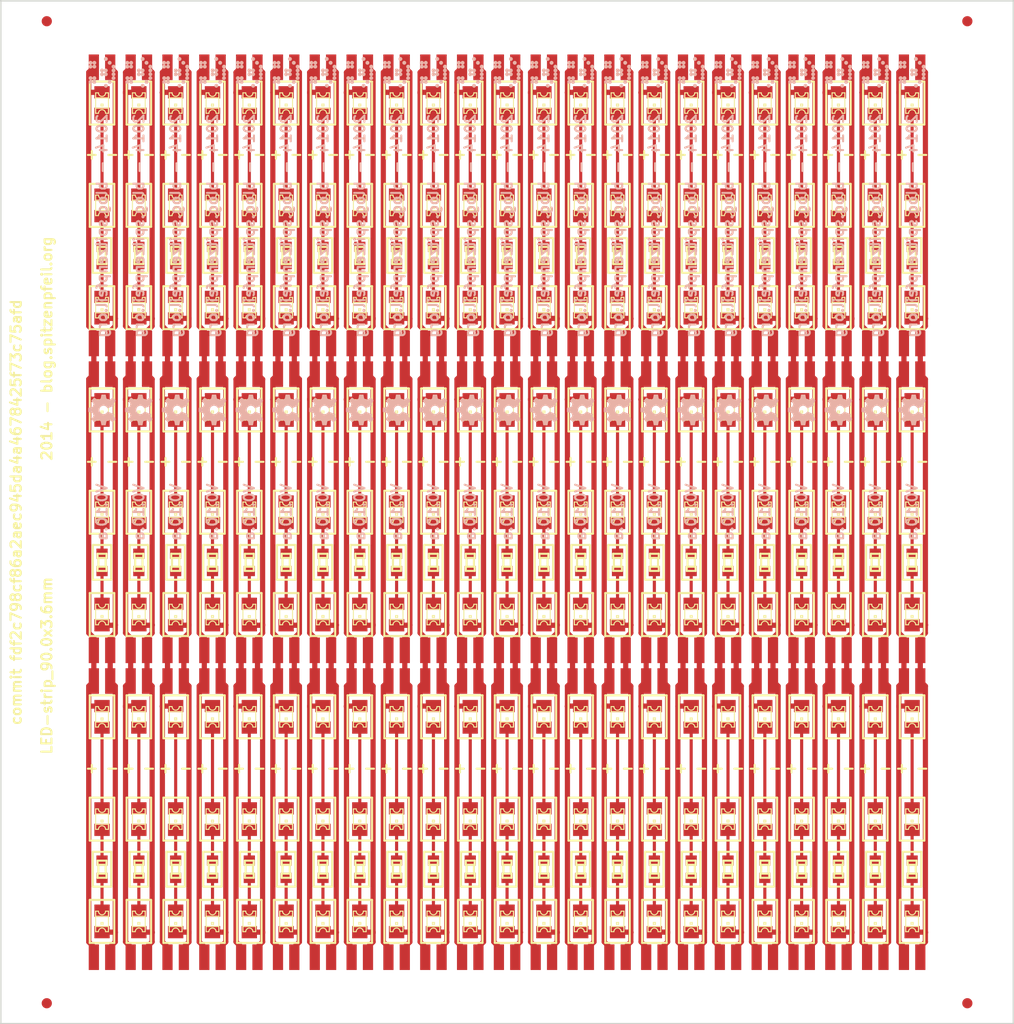
<source format=kicad_pcb>
(kicad_pcb (version 3) (host pcbnew "(2014-05-17 BZR 4870)-product")
  (title_block (title LED-strip_90.0x3.6mm) (date "18 May 2014") (rev 0.10.a) (company "2014 - blog.spitzenpfeil.org"))
  (layers (15 Front signal) (0 Back signal) (19 F.Paste user) (20 B.SilkS user) (21 F.SilkS user) (22 B.Mask user) (23 F.Mask user) (28 Edge.Cuts user))
  (net 0 "")
  (net 1 "Net-(D1-Pad2)")
  (net 2 "Net-(D2-Pad2)")
  (net 3 /VCC)
  (net 4 /GND)
  (net 5 "Net-(D3-Pad1)")
  (net 6 "Net-(D4-Pad2)")
  (net 7 "Net-(D5-Pad2)")
  (net 8 "Net-(D6-Pad1)")
  (net 9 "Net-(D7-Pad2)")
  (net 10 "Net-(D8-Pad2)")
  (net 11 "Net-(D9-Pad1)")
  (module led-smile:LED_smile_silkscreen_3mm (layer Back) (at 344.9 90 90)
    (fp_text reference G1 hide)
    (fp_text value LED_smile_silkscreen_3mm hide)
  )
  (module oshw-logo:OSHW-logo_silkscreen_3mm (layer Back) (at 344.9 123 90)
    (fp_text reference G2 hide)
    (fp_text value OSHW-logo_silkscreen_3mm hide)
  )
  (module my_parts:MADW__CHIPLED-0805 (layer Front) (at 344.9 173 270)
    (fp_text reference D3 hide)
    (fp_text value LED hide)
    (pad 1 smd rect (at -1.04902 0 270) (size 1.2 1.5) (layers Front F.Paste F.Mask) (net 5 "Net-(D3-Pad1)"))
    (pad 2 smd rect (at 1.04902 0 270) (size 1.2 1.5) (layers Front F.Paste F.Mask) (net 4 /GND))
  )
  (module my_parts:MADW__R0603_2 (layer Front) (at 344.9 167.9 270)
    (fp_text reference R1 hide)
    (fp_text value R hide)
    (pad 1 smd rect (at -0.84836 0 270) (size 0.99822 1.09982) (layers Front F.Paste F.Mask) (net 2 "Net-(D2-Pad2)"))
    (pad 2 smd rect (at 0.84836 0 270) (size 0.99822 1.09982) (layers Front F.Paste F.Mask) (net 5 "Net-(D3-Pad1)"))
  )
  (module my_parts:MADW__CHIPLED-0805 (layer Front) (at 344.9 163 270)
    (fp_text reference D2 hide)
    (fp_text value LED hide)
    (pad 1 smd rect (at -1.04902 0 270) (size 1.2 1.5) (layers Front F.Paste F.Mask) (net 1 "Net-(D1-Pad2)"))
    (pad 2 smd rect (at 1.04902 0 270) (size 1.2 1.5) (layers Front F.Paste F.Mask) (net 2 "Net-(D2-Pad2)"))
  )
  (module my_parts:MADW__CHIPLED-0805 (layer Front) (at 344.9 153 270)
    (fp_text reference D1 hide)
    (fp_text value LED hide)
    (pad 1 smd rect (at -1.04902 0 270) (size 1.2 1.5) (layers Front F.Paste F.Mask) (net 3 /VCC))
    (pad 2 smd rect (at 1.04902 0 270) (size 1.2 1.5) (layers Front F.Paste F.Mask) (net 1 "Net-(D1-Pad2)"))
  )
  (module my_parts:MADW__CHIPLED-0805 (layer Front) (at 344.9 143 270)
    (fp_text reference D6 hide)
    (fp_text value LED hide)
    (pad 1 smd rect (at -1.04902 0 270) (size 1.2 1.5) (layers Front F.Paste F.Mask) (net 8 "Net-(D6-Pad1)"))
    (pad 2 smd rect (at 1.04902 0 270) (size 1.2 1.5) (layers Front F.Paste F.Mask) (net 4 /GND))
  )
  (module my_parts:MADW__R0603_2 (layer Front) (at 344.9 137.9 270)
    (fp_text reference R2 hide)
    (fp_text value R hide)
    (pad 1 smd rect (at -0.84836 0 270) (size 0.99822 1.09982) (layers Front F.Paste F.Mask) (net 7 "Net-(D5-Pad2)"))
    (pad 2 smd rect (at 0.84836 0 270) (size 0.99822 1.09982) (layers Front F.Paste F.Mask) (net 8 "Net-(D6-Pad1)"))
  )
  (module my_parts:MADW__CHIPLED-0805 (layer Front) (at 344.9 133 270)
    (fp_text reference D5 hide)
    (fp_text value LED hide)
    (pad 1 smd rect (at -1.04902 0 270) (size 1.2 1.5) (layers Front F.Paste F.Mask) (net 6 "Net-(D4-Pad2)"))
    (pad 2 smd rect (at 1.04902 0 270) (size 1.2 1.5) (layers Front F.Paste F.Mask) (net 7 "Net-(D5-Pad2)"))
  )
  (module my_parts:MADW__CHIPLED-0805 (layer Front) (at 344.9 123 270)
    (fp_text reference D4 hide)
    (fp_text value LED hide)
    (pad 1 smd rect (at -1.04902 0 270) (size 1.2 1.5) (layers Front F.Paste F.Mask) (net 3 /VCC))
    (pad 2 smd rect (at 1.04902 0 270) (size 1.2 1.5) (layers Front F.Paste F.Mask) (net 6 "Net-(D4-Pad2)"))
  )
  (module my_parts:MADW__R0603_2 (layer Front) (at 344.9 107.9 270)
    (fp_text reference R3 hide)
    (fp_text value R hide)
    (pad 1 smd rect (at -0.84836 0 270) (size 0.99822 1.09982) (layers Front F.Paste F.Mask) (net 10 "Net-(D8-Pad2)"))
    (pad 2 smd rect (at 0.84836 0 270) (size 0.99822 1.09982) (layers Front F.Paste F.Mask) (net 11 "Net-(D9-Pad1)"))
  )
  (module my_parts:MADW__CHIPLED-0805 (layer Front) (at 344.9 113 270)
    (fp_text reference D9 hide)
    (fp_text value LED hide)
    (pad 1 smd rect (at -1.04902 0 270) (size 1.2 1.5) (layers Front F.Paste F.Mask) (net 11 "Net-(D9-Pad1)"))
    (pad 2 smd rect (at 1.04902 0 270) (size 1.2 1.5) (layers Front F.Paste F.Mask) (net 4 /GND))
  )
  (module my_parts:MADW__CHIPLED-0805 (layer Front) (at 344.9 103 270)
    (fp_text reference D8 hide)
    (fp_text value LED hide)
    (pad 1 smd rect (at -1.04902 0 270) (size 1.2 1.5) (layers Front F.Paste F.Mask) (net 9 "Net-(D7-Pad2)"))
    (pad 2 smd rect (at 1.04902 0 270) (size 1.2 1.5) (layers Front F.Paste F.Mask) (net 10 "Net-(D8-Pad2)"))
  )
  (module my_parts:MADW__CHIPLED-0805 (layer Front) (at 344.9 93 270)
    (fp_text reference D7 hide)
    (fp_text value LED hide)
    (pad 1 smd rect (at -1.04902 0 270) (size 1.2 1.5) (layers Front F.Paste F.Mask) (net 3 /VCC))
    (pad 2 smd rect (at 1.04902 0 270) (size 1.2 1.5) (layers Front F.Paste F.Mask) (net 9 "Net-(D7-Pad2)"))
  )
  (module my_parts:MADW__SIL-2 (layer Front) (at 344.9 116.5 180)
    (fp_text reference P5 hide)
    (fp_text value CONN_2 hide)
    (pad 2 smd rect (at -0.8 0 180) (size 1 2.5) (layers Front F.Mask) (net 4 /GND))
    (pad 1 smd rect (at 0.8 0 180) (size 1 2.5) (layers Front F.Mask) (net 3 /VCC))
  )
  (module my_parts:MADW__SIL-2 (layer Front) (at 344.9 89.5 180)
    (fp_text reference P6 hide)
    (fp_text value CONN_2 hide)
    (pad 2 smd rect (at -0.8 0 180) (size 1 2.5) (layers Front F.Mask) (net 4 /GND))
    (pad 1 smd rect (at 0.8 0 180) (size 1 2.5) (layers Front F.Mask) (net 3 /VCC))
  )
  (module my_parts:MADW__SIL-2 (layer Front) (at 344.9 119.5 180)
    (fp_text reference P4 hide)
    (fp_text value CONN_2 hide)
    (pad 2 smd rect (at -0.8 0 180) (size 1 2.5) (layers Front F.Mask) (net 4 /GND))
    (pad 1 smd rect (at 0.8 0 180) (size 1 2.5) (layers Front F.Mask) (net 3 /VCC))
    (pad "" np_thru_hole circle (at 0 1.5 180) (size 0.4 0.4) (drill 0.4) (layers *.Cu))
    (pad "" np_thru_hole circle (at 1.55 1.5 180) (size 0.4 0.4) (drill 0.4) (layers *.Cu))
    (pad "" np_thru_hole circle (at -1.55 1.5 180) (size 0.4 0.4) (drill 0.4) (layers *.Cu))
  )
  (module my_parts:MADW__SIL-2 (layer Front) (at 344.9 149.5 180)
    (fp_text reference P2 hide)
    (fp_text value CONN_2 hide)
    (pad 2 smd rect (at -0.8 0 180) (size 1 2.5) (layers Front F.Mask) (net 4 /GND))
    (pad 1 smd rect (at 0.8 0 180) (size 1 2.5) (layers Front F.Mask) (net 3 /VCC))
    (pad "" np_thru_hole circle (at 0 1.5 180) (size 0.4 0.4) (drill 0.4) (layers *.Cu))
    (pad "" np_thru_hole circle (at 1.45 1.5 180) (size 0.4 0.4) (drill 0.4) (layers *.Cu))
    (pad "" np_thru_hole circle (at -1.45 1.5 180) (size 0.4 0.4) (drill 0.4) (layers *.Cu))
  )
  (module my_parts:MADW__SIL-2 (layer Front) (at 344.9 176.5 180)
    (fp_text reference P1 hide)
    (fp_text value CONN_2 hide)
    (pad 2 smd rect (at -0.8 0 180) (size 1 2.5) (layers Front F.Mask) (net 4 /GND))
    (pad 1 smd rect (at 0.8 0 180) (size 1 2.5) (layers Front F.Mask) (net 3 /VCC))
  )
  (module my_parts:MADW__SIL-2 (layer Front) (at 344.9 146.5 180)
    (fp_text reference P3 hide)
    (fp_text value CONN_2 hide)
    (pad 2 smd rect (at -0.8 0 180) (size 1 2.5) (layers Front F.Mask) (net 4 /GND))
    (pad 1 smd rect (at 0.8 0 180) (size 1 2.5) (layers Front F.Mask) (net 3 /VCC))
  )
  (module led-smile:LED_smile_silkscreen_3mm (layer Back) (at 337.7 90 90)
    (fp_text reference G1 hide)
    (fp_text value LED_smile_silkscreen_3mm hide)
  )
  (module oshw-logo:OSHW-logo_silkscreen_3mm (layer Back) (at 337.7 123 90)
    (fp_text reference G2 hide)
    (fp_text value OSHW-logo_silkscreen_3mm hide)
  )
  (module my_parts:MADW__CHIPLED-0805 (layer Front) (at 337.7 173 270)
    (fp_text reference D3 hide)
    (fp_text value LED hide)
    (pad 1 smd rect (at -1.04902 0 270) (size 1.2 1.5) (layers Front F.Paste F.Mask) (net 5 "Net-(D3-Pad1)"))
    (pad 2 smd rect (at 1.04902 0 270) (size 1.2 1.5) (layers Front F.Paste F.Mask) (net 4 /GND))
  )
  (module my_parts:MADW__R0603_2 (layer Front) (at 337.7 167.9 270)
    (fp_text reference R1 hide)
    (fp_text value R hide)
    (pad 1 smd rect (at -0.84836 0 270) (size 0.99822 1.09982) (layers Front F.Paste F.Mask) (net 2 "Net-(D2-Pad2)"))
    (pad 2 smd rect (at 0.84836 0 270) (size 0.99822 1.09982) (layers Front F.Paste F.Mask) (net 5 "Net-(D3-Pad1)"))
  )
  (module my_parts:MADW__CHIPLED-0805 (layer Front) (at 337.7 163 270)
    (fp_text reference D2 hide)
    (fp_text value LED hide)
    (pad 1 smd rect (at -1.04902 0 270) (size 1.2 1.5) (layers Front F.Paste F.Mask) (net 1 "Net-(D1-Pad2)"))
    (pad 2 smd rect (at 1.04902 0 270) (size 1.2 1.5) (layers Front F.Paste F.Mask) (net 2 "Net-(D2-Pad2)"))
  )
  (module my_parts:MADW__CHIPLED-0805 (layer Front) (at 337.7 153 270)
    (fp_text reference D1 hide)
    (fp_text value LED hide)
    (pad 1 smd rect (at -1.04902 0 270) (size 1.2 1.5) (layers Front F.Paste F.Mask) (net 3 /VCC))
    (pad 2 smd rect (at 1.04902 0 270) (size 1.2 1.5) (layers Front F.Paste F.Mask) (net 1 "Net-(D1-Pad2)"))
  )
  (module my_parts:MADW__CHIPLED-0805 (layer Front) (at 337.7 143 270)
    (fp_text reference D6 hide)
    (fp_text value LED hide)
    (pad 1 smd rect (at -1.04902 0 270) (size 1.2 1.5) (layers Front F.Paste F.Mask) (net 8 "Net-(D6-Pad1)"))
    (pad 2 smd rect (at 1.04902 0 270) (size 1.2 1.5) (layers Front F.Paste F.Mask) (net 4 /GND))
  )
  (module my_parts:MADW__R0603_2 (layer Front) (at 337.7 137.9 270)
    (fp_text reference R2 hide)
    (fp_text value R hide)
    (pad 1 smd rect (at -0.84836 0 270) (size 0.99822 1.09982) (layers Front F.Paste F.Mask) (net 7 "Net-(D5-Pad2)"))
    (pad 2 smd rect (at 0.84836 0 270) (size 0.99822 1.09982) (layers Front F.Paste F.Mask) (net 8 "Net-(D6-Pad1)"))
  )
  (module my_parts:MADW__CHIPLED-0805 (layer Front) (at 337.7 133 270)
    (fp_text reference D5 hide)
    (fp_text value LED hide)
    (pad 1 smd rect (at -1.04902 0 270) (size 1.2 1.5) (layers Front F.Paste F.Mask) (net 6 "Net-(D4-Pad2)"))
    (pad 2 smd rect (at 1.04902 0 270) (size 1.2 1.5) (layers Front F.Paste F.Mask) (net 7 "Net-(D5-Pad2)"))
  )
  (module my_parts:MADW__CHIPLED-0805 (layer Front) (at 337.7 123 270)
    (fp_text reference D4 hide)
    (fp_text value LED hide)
    (pad 1 smd rect (at -1.04902 0 270) (size 1.2 1.5) (layers Front F.Paste F.Mask) (net 3 /VCC))
    (pad 2 smd rect (at 1.04902 0 270) (size 1.2 1.5) (layers Front F.Paste F.Mask) (net 6 "Net-(D4-Pad2)"))
  )
  (module my_parts:MADW__R0603_2 (layer Front) (at 337.7 107.9 270)
    (fp_text reference R3 hide)
    (fp_text value R hide)
    (pad 1 smd rect (at -0.84836 0 270) (size 0.99822 1.09982) (layers Front F.Paste F.Mask) (net 10 "Net-(D8-Pad2)"))
    (pad 2 smd rect (at 0.84836 0 270) (size 0.99822 1.09982) (layers Front F.Paste F.Mask) (net 11 "Net-(D9-Pad1)"))
  )
  (module my_parts:MADW__CHIPLED-0805 (layer Front) (at 337.7 113 270)
    (fp_text reference D9 hide)
    (fp_text value LED hide)
    (pad 1 smd rect (at -1.04902 0 270) (size 1.2 1.5) (layers Front F.Paste F.Mask) (net 11 "Net-(D9-Pad1)"))
    (pad 2 smd rect (at 1.04902 0 270) (size 1.2 1.5) (layers Front F.Paste F.Mask) (net 4 /GND))
  )
  (module my_parts:MADW__CHIPLED-0805 (layer Front) (at 337.7 103 270)
    (fp_text reference D8 hide)
    (fp_text value LED hide)
    (pad 1 smd rect (at -1.04902 0 270) (size 1.2 1.5) (layers Front F.Paste F.Mask) (net 9 "Net-(D7-Pad2)"))
    (pad 2 smd rect (at 1.04902 0 270) (size 1.2 1.5) (layers Front F.Paste F.Mask) (net 10 "Net-(D8-Pad2)"))
  )
  (module my_parts:MADW__CHIPLED-0805 (layer Front) (at 337.7 93 270)
    (fp_text reference D7 hide)
    (fp_text value LED hide)
    (pad 1 smd rect (at -1.04902 0 270) (size 1.2 1.5) (layers Front F.Paste F.Mask) (net 3 /VCC))
    (pad 2 smd rect (at 1.04902 0 270) (size 1.2 1.5) (layers Front F.Paste F.Mask) (net 9 "Net-(D7-Pad2)"))
  )
  (module my_parts:MADW__SIL-2 (layer Front) (at 337.7 116.5 180)
    (fp_text reference P5 hide)
    (fp_text value CONN_2 hide)
    (pad 2 smd rect (at -0.8 0 180) (size 1 2.5) (layers Front F.Mask) (net 4 /GND))
    (pad 1 smd rect (at 0.8 0 180) (size 1 2.5) (layers Front F.Mask) (net 3 /VCC))
  )
  (module my_parts:MADW__SIL-2 (layer Front) (at 337.7 89.5 180)
    (fp_text reference P6 hide)
    (fp_text value CONN_2 hide)
    (pad 2 smd rect (at -0.8 0 180) (size 1 2.5) (layers Front F.Mask) (net 4 /GND))
    (pad 1 smd rect (at 0.8 0 180) (size 1 2.5) (layers Front F.Mask) (net 3 /VCC))
  )
  (module my_parts:MADW__SIL-2 (layer Front) (at 337.7 119.5 180)
    (fp_text reference P4 hide)
    (fp_text value CONN_2 hide)
    (pad 2 smd rect (at -0.8 0 180) (size 1 2.5) (layers Front F.Mask) (net 4 /GND))
    (pad 1 smd rect (at 0.8 0 180) (size 1 2.5) (layers Front F.Mask) (net 3 /VCC))
    (pad "" np_thru_hole circle (at 0 1.5 180) (size 0.4 0.4) (drill 0.4) (layers *.Cu))
    (pad "" np_thru_hole circle (at 1.55 1.5 180) (size 0.4 0.4) (drill 0.4) (layers *.Cu))
    (pad "" np_thru_hole circle (at -1.55 1.5 180) (size 0.4 0.4) (drill 0.4) (layers *.Cu))
  )
  (module my_parts:MADW__SIL-2 (layer Front) (at 337.7 149.5 180)
    (fp_text reference P2 hide)
    (fp_text value CONN_2 hide)
    (pad 2 smd rect (at -0.8 0 180) (size 1 2.5) (layers Front F.Mask) (net 4 /GND))
    (pad 1 smd rect (at 0.8 0 180) (size 1 2.5) (layers Front F.Mask) (net 3 /VCC))
    (pad "" np_thru_hole circle (at 0 1.5 180) (size 0.4 0.4) (drill 0.4) (layers *.Cu))
    (pad "" np_thru_hole circle (at 1.45 1.5 180) (size 0.4 0.4) (drill 0.4) (layers *.Cu))
    (pad "" np_thru_hole circle (at -1.45 1.5 180) (size 0.4 0.4) (drill 0.4) (layers *.Cu))
  )
  (module my_parts:MADW__SIL-2 (layer Front) (at 337.7 176.5 180)
    (fp_text reference P1 hide)
    (fp_text value CONN_2 hide)
    (pad 2 smd rect (at -0.8 0 180) (size 1 2.5) (layers Front F.Mask) (net 4 /GND))
    (pad 1 smd rect (at 0.8 0 180) (size 1 2.5) (layers Front F.Mask) (net 3 /VCC))
  )
  (module my_parts:MADW__SIL-2 (layer Front) (at 337.7 146.5 180)
    (fp_text reference P3 hide)
    (fp_text value CONN_2 hide)
    (pad 2 smd rect (at -0.8 0 180) (size 1 2.5) (layers Front F.Mask) (net 4 /GND))
    (pad 1 smd rect (at 0.8 0 180) (size 1 2.5) (layers Front F.Mask) (net 3 /VCC))
  )
  (module my_parts:MADW__SIL-2 (layer Front) (at 341.3 146.5 180)
    (fp_text reference P3 hide)
    (fp_text value CONN_2 hide)
    (pad 2 smd rect (at -0.8 0 180) (size 1 2.5) (layers Front F.Mask) (net 4 /GND))
    (pad 1 smd rect (at 0.8 0 180) (size 1 2.5) (layers Front F.Mask) (net 3 /VCC))
  )
  (module my_parts:MADW__SIL-2 (layer Front) (at 341.3 176.5 180)
    (fp_text reference P1 hide)
    (fp_text value CONN_2 hide)
    (pad 2 smd rect (at -0.8 0 180) (size 1 2.5) (layers Front F.Mask) (net 4 /GND))
    (pad 1 smd rect (at 0.8 0 180) (size 1 2.5) (layers Front F.Mask) (net 3 /VCC))
  )
  (module my_parts:MADW__SIL-2 (layer Front) (at 341.3 149.5 180)
    (fp_text reference P2 hide)
    (fp_text value CONN_2 hide)
    (pad 2 smd rect (at -0.8 0 180) (size 1 2.5) (layers Front F.Mask) (net 4 /GND))
    (pad 1 smd rect (at 0.8 0 180) (size 1 2.5) (layers Front F.Mask) (net 3 /VCC))
    (pad "" np_thru_hole circle (at 0 1.5 180) (size 0.4 0.4) (drill 0.4) (layers *.Cu))
    (pad "" np_thru_hole circle (at 1.45 1.5 180) (size 0.4 0.4) (drill 0.4) (layers *.Cu))
    (pad "" np_thru_hole circle (at -1.45 1.5 180) (size 0.4 0.4) (drill 0.4) (layers *.Cu))
  )
  (module my_parts:MADW__SIL-2 (layer Front) (at 341.3 119.5 180)
    (fp_text reference P4 hide)
    (fp_text value CONN_2 hide)
    (pad 2 smd rect (at -0.8 0 180) (size 1 2.5) (layers Front F.Mask) (net 4 /GND))
    (pad 1 smd rect (at 0.8 0 180) (size 1 2.5) (layers Front F.Mask) (net 3 /VCC))
    (pad "" np_thru_hole circle (at 0 1.5 180) (size 0.4 0.4) (drill 0.4) (layers *.Cu))
    (pad "" np_thru_hole circle (at 1.55 1.5 180) (size 0.4 0.4) (drill 0.4) (layers *.Cu))
    (pad "" np_thru_hole circle (at -1.55 1.5 180) (size 0.4 0.4) (drill 0.4) (layers *.Cu))
  )
  (module my_parts:MADW__SIL-2 (layer Front) (at 341.3 89.5 180)
    (fp_text reference P6 hide)
    (fp_text value CONN_2 hide)
    (pad 2 smd rect (at -0.8 0 180) (size 1 2.5) (layers Front F.Mask) (net 4 /GND))
    (pad 1 smd rect (at 0.8 0 180) (size 1 2.5) (layers Front F.Mask) (net 3 /VCC))
  )
  (module my_parts:MADW__SIL-2 (layer Front) (at 341.3 116.5 180)
    (fp_text reference P5 hide)
    (fp_text value CONN_2 hide)
    (pad 2 smd rect (at -0.8 0 180) (size 1 2.5) (layers Front F.Mask) (net 4 /GND))
    (pad 1 smd rect (at 0.8 0 180) (size 1 2.5) (layers Front F.Mask) (net 3 /VCC))
  )
  (module my_parts:MADW__CHIPLED-0805 (layer Front) (at 341.3 93 270)
    (fp_text reference D7 hide)
    (fp_text value LED hide)
    (pad 1 smd rect (at -1.04902 0 270) (size 1.2 1.5) (layers Front F.Paste F.Mask) (net 3 /VCC))
    (pad 2 smd rect (at 1.04902 0 270) (size 1.2 1.5) (layers Front F.Paste F.Mask) (net 9 "Net-(D7-Pad2)"))
  )
  (module my_parts:MADW__CHIPLED-0805 (layer Front) (at 341.3 103 270)
    (fp_text reference D8 hide)
    (fp_text value LED hide)
    (pad 1 smd rect (at -1.04902 0 270) (size 1.2 1.5) (layers Front F.Paste F.Mask) (net 9 "Net-(D7-Pad2)"))
    (pad 2 smd rect (at 1.04902 0 270) (size 1.2 1.5) (layers Front F.Paste F.Mask) (net 10 "Net-(D8-Pad2)"))
  )
  (module my_parts:MADW__CHIPLED-0805 (layer Front) (at 341.3 113 270)
    (fp_text reference D9 hide)
    (fp_text value LED hide)
    (pad 1 smd rect (at -1.04902 0 270) (size 1.2 1.5) (layers Front F.Paste F.Mask) (net 11 "Net-(D9-Pad1)"))
    (pad 2 smd rect (at 1.04902 0 270) (size 1.2 1.5) (layers Front F.Paste F.Mask) (net 4 /GND))
  )
  (module my_parts:MADW__R0603_2 (layer Front) (at 341.3 107.9 270)
    (fp_text reference R3 hide)
    (fp_text value R hide)
    (pad 1 smd rect (at -0.84836 0 270) (size 0.99822 1.09982) (layers Front F.Paste F.Mask) (net 10 "Net-(D8-Pad2)"))
    (pad 2 smd rect (at 0.84836 0 270) (size 0.99822 1.09982) (layers Front F.Paste F.Mask) (net 11 "Net-(D9-Pad1)"))
  )
  (module my_parts:MADW__CHIPLED-0805 (layer Front) (at 341.3 123 270)
    (fp_text reference D4 hide)
    (fp_text value LED hide)
    (pad 1 smd rect (at -1.04902 0 270) (size 1.2 1.5) (layers Front F.Paste F.Mask) (net 3 /VCC))
    (pad 2 smd rect (at 1.04902 0 270) (size 1.2 1.5) (layers Front F.Paste F.Mask) (net 6 "Net-(D4-Pad2)"))
  )
  (module my_parts:MADW__CHIPLED-0805 (layer Front) (at 341.3 133 270)
    (fp_text reference D5 hide)
    (fp_text value LED hide)
    (pad 1 smd rect (at -1.04902 0 270) (size 1.2 1.5) (layers Front F.Paste F.Mask) (net 6 "Net-(D4-Pad2)"))
    (pad 2 smd rect (at 1.04902 0 270) (size 1.2 1.5) (layers Front F.Paste F.Mask) (net 7 "Net-(D5-Pad2)"))
  )
  (module my_parts:MADW__R0603_2 (layer Front) (at 341.3 137.9 270)
    (fp_text reference R2 hide)
    (fp_text value R hide)
    (pad 1 smd rect (at -0.84836 0 270) (size 0.99822 1.09982) (layers Front F.Paste F.Mask) (net 7 "Net-(D5-Pad2)"))
    (pad 2 smd rect (at 0.84836 0 270) (size 0.99822 1.09982) (layers Front F.Paste F.Mask) (net 8 "Net-(D6-Pad1)"))
  )
  (module my_parts:MADW__CHIPLED-0805 (layer Front) (at 341.3 143 270)
    (fp_text reference D6 hide)
    (fp_text value LED hide)
    (pad 1 smd rect (at -1.04902 0 270) (size 1.2 1.5) (layers Front F.Paste F.Mask) (net 8 "Net-(D6-Pad1)"))
    (pad 2 smd rect (at 1.04902 0 270) (size 1.2 1.5) (layers Front F.Paste F.Mask) (net 4 /GND))
  )
  (module my_parts:MADW__CHIPLED-0805 (layer Front) (at 341.3 153 270)
    (fp_text reference D1 hide)
    (fp_text value LED hide)
    (pad 1 smd rect (at -1.04902 0 270) (size 1.2 1.5) (layers Front F.Paste F.Mask) (net 3 /VCC))
    (pad 2 smd rect (at 1.04902 0 270) (size 1.2 1.5) (layers Front F.Paste F.Mask) (net 1 "Net-(D1-Pad2)"))
  )
  (module my_parts:MADW__CHIPLED-0805 (layer Front) (at 341.3 163 270)
    (fp_text reference D2 hide)
    (fp_text value LED hide)
    (pad 1 smd rect (at -1.04902 0 270) (size 1.2 1.5) (layers Front F.Paste F.Mask) (net 1 "Net-(D1-Pad2)"))
    (pad 2 smd rect (at 1.04902 0 270) (size 1.2 1.5) (layers Front F.Paste F.Mask) (net 2 "Net-(D2-Pad2)"))
  )
  (module my_parts:MADW__R0603_2 (layer Front) (at 341.3 167.9 270)
    (fp_text reference R1 hide)
    (fp_text value R hide)
    (pad 1 smd rect (at -0.84836 0 270) (size 0.99822 1.09982) (layers Front F.Paste F.Mask) (net 2 "Net-(D2-Pad2)"))
    (pad 2 smd rect (at 0.84836 0 270) (size 0.99822 1.09982) (layers Front F.Paste F.Mask) (net 5 "Net-(D3-Pad1)"))
  )
  (module my_parts:MADW__CHIPLED-0805 (layer Front) (at 341.3 173 270)
    (fp_text reference D3 hide)
    (fp_text value LED hide)
    (pad 1 smd rect (at -1.04902 0 270) (size 1.2 1.5) (layers Front F.Paste F.Mask) (net 5 "Net-(D3-Pad1)"))
    (pad 2 smd rect (at 1.04902 0 270) (size 1.2 1.5) (layers Front F.Paste F.Mask) (net 4 /GND))
  )
  (module oshw-logo:OSHW-logo_silkscreen_3mm (layer Back) (at 341.3 123 90)
    (fp_text reference G2 hide)
    (fp_text value OSHW-logo_silkscreen_3mm hide)
  )
  (module led-smile:LED_smile_silkscreen_3mm (layer Back) (at 341.3 90 90)
    (fp_text reference G1 hide)
    (fp_text value LED_smile_silkscreen_3mm hide)
  )
  (module led-smile:LED_smile_silkscreen_3mm (layer Back) (at 352.1 90 90)
    (fp_text reference G1 hide)
    (fp_text value LED_smile_silkscreen_3mm hide)
  )
  (module oshw-logo:OSHW-logo_silkscreen_3mm (layer Back) (at 352.1 123 90)
    (fp_text reference G2 hide)
    (fp_text value OSHW-logo_silkscreen_3mm hide)
  )
  (module my_parts:MADW__CHIPLED-0805 (layer Front) (at 352.1 173 270)
    (fp_text reference D3 hide)
    (fp_text value LED hide)
    (pad 1 smd rect (at -1.04902 0 270) (size 1.2 1.5) (layers Front F.Paste F.Mask) (net 5 "Net-(D3-Pad1)"))
    (pad 2 smd rect (at 1.04902 0 270) (size 1.2 1.5) (layers Front F.Paste F.Mask) (net 4 /GND))
  )
  (module my_parts:MADW__R0603_2 (layer Front) (at 352.1 167.9 270)
    (fp_text reference R1 hide)
    (fp_text value R hide)
    (pad 1 smd rect (at -0.84836 0 270) (size 0.99822 1.09982) (layers Front F.Paste F.Mask) (net 2 "Net-(D2-Pad2)"))
    (pad 2 smd rect (at 0.84836 0 270) (size 0.99822 1.09982) (layers Front F.Paste F.Mask) (net 5 "Net-(D3-Pad1)"))
  )
  (module my_parts:MADW__CHIPLED-0805 (layer Front) (at 352.1 163 270)
    (fp_text reference D2 hide)
    (fp_text value LED hide)
    (pad 1 smd rect (at -1.04902 0 270) (size 1.2 1.5) (layers Front F.Paste F.Mask) (net 1 "Net-(D1-Pad2)"))
    (pad 2 smd rect (at 1.04902 0 270) (size 1.2 1.5) (layers Front F.Paste F.Mask) (net 2 "Net-(D2-Pad2)"))
  )
  (module my_parts:MADW__CHIPLED-0805 (layer Front) (at 352.1 153 270)
    (fp_text reference D1 hide)
    (fp_text value LED hide)
    (pad 1 smd rect (at -1.04902 0 270) (size 1.2 1.5) (layers Front F.Paste F.Mask) (net 3 /VCC))
    (pad 2 smd rect (at 1.04902 0 270) (size 1.2 1.5) (layers Front F.Paste F.Mask) (net 1 "Net-(D1-Pad2)"))
  )
  (module my_parts:MADW__CHIPLED-0805 (layer Front) (at 352.1 143 270)
    (fp_text reference D6 hide)
    (fp_text value LED hide)
    (pad 1 smd rect (at -1.04902 0 270) (size 1.2 1.5) (layers Front F.Paste F.Mask) (net 8 "Net-(D6-Pad1)"))
    (pad 2 smd rect (at 1.04902 0 270) (size 1.2 1.5) (layers Front F.Paste F.Mask) (net 4 /GND))
  )
  (module my_parts:MADW__R0603_2 (layer Front) (at 352.1 137.9 270)
    (fp_text reference R2 hide)
    (fp_text value R hide)
    (pad 1 smd rect (at -0.84836 0 270) (size 0.99822 1.09982) (layers Front F.Paste F.Mask) (net 7 "Net-(D5-Pad2)"))
    (pad 2 smd rect (at 0.84836 0 270) (size 0.99822 1.09982) (layers Front F.Paste F.Mask) (net 8 "Net-(D6-Pad1)"))
  )
  (module my_parts:MADW__CHIPLED-0805 (layer Front) (at 352.1 133 270)
    (fp_text reference D5 hide)
    (fp_text value LED hide)
    (pad 1 smd rect (at -1.04902 0 270) (size 1.2 1.5) (layers Front F.Paste F.Mask) (net 6 "Net-(D4-Pad2)"))
    (pad 2 smd rect (at 1.04902 0 270) (size 1.2 1.5) (layers Front F.Paste F.Mask) (net 7 "Net-(D5-Pad2)"))
  )
  (module my_parts:MADW__CHIPLED-0805 (layer Front) (at 352.1 123 270)
    (fp_text reference D4 hide)
    (fp_text value LED hide)
    (pad 1 smd rect (at -1.04902 0 270) (size 1.2 1.5) (layers Front F.Paste F.Mask) (net 3 /VCC))
    (pad 2 smd rect (at 1.04902 0 270) (size 1.2 1.5) (layers Front F.Paste F.Mask) (net 6 "Net-(D4-Pad2)"))
  )
  (module my_parts:MADW__R0603_2 (layer Front) (at 352.1 107.9 270)
    (fp_text reference R3 hide)
    (fp_text value R hide)
    (pad 1 smd rect (at -0.84836 0 270) (size 0.99822 1.09982) (layers Front F.Paste F.Mask) (net 10 "Net-(D8-Pad2)"))
    (pad 2 smd rect (at 0.84836 0 270) (size 0.99822 1.09982) (layers Front F.Paste F.Mask) (net 11 "Net-(D9-Pad1)"))
  )
  (module my_parts:MADW__CHIPLED-0805 (layer Front) (at 352.1 113 270)
    (fp_text reference D9 hide)
    (fp_text value LED hide)
    (pad 1 smd rect (at -1.04902 0 270) (size 1.2 1.5) (layers Front F.Paste F.Mask) (net 11 "Net-(D9-Pad1)"))
    (pad 2 smd rect (at 1.04902 0 270) (size 1.2 1.5) (layers Front F.Paste F.Mask) (net 4 /GND))
  )
  (module my_parts:MADW__CHIPLED-0805 (layer Front) (at 352.1 103 270)
    (fp_text reference D8 hide)
    (fp_text value LED hide)
    (pad 1 smd rect (at -1.04902 0 270) (size 1.2 1.5) (layers Front F.Paste F.Mask) (net 9 "Net-(D7-Pad2)"))
    (pad 2 smd rect (at 1.04902 0 270) (size 1.2 1.5) (layers Front F.Paste F.Mask) (net 10 "Net-(D8-Pad2)"))
  )
  (module my_parts:MADW__CHIPLED-0805 (layer Front) (at 352.1 93 270)
    (fp_text reference D7 hide)
    (fp_text value LED hide)
    (pad 1 smd rect (at -1.04902 0 270) (size 1.2 1.5) (layers Front F.Paste F.Mask) (net 3 /VCC))
    (pad 2 smd rect (at 1.04902 0 270) (size 1.2 1.5) (layers Front F.Paste F.Mask) (net 9 "Net-(D7-Pad2)"))
  )
  (module my_parts:MADW__SIL-2 (layer Front) (at 352.1 116.5 180)
    (fp_text reference P5 hide)
    (fp_text value CONN_2 hide)
    (pad 2 smd rect (at -0.8 0 180) (size 1 2.5) (layers Front F.Mask) (net 4 /GND))
    (pad 1 smd rect (at 0.8 0 180) (size 1 2.5) (layers Front F.Mask) (net 3 /VCC))
  )
  (module my_parts:MADW__SIL-2 (layer Front) (at 352.1 89.5 180)
    (fp_text reference P6 hide)
    (fp_text value CONN_2 hide)
    (pad 2 smd rect (at -0.8 0 180) (size 1 2.5) (layers Front F.Mask) (net 4 /GND))
    (pad 1 smd rect (at 0.8 0 180) (size 1 2.5) (layers Front F.Mask) (net 3 /VCC))
  )
  (module my_parts:MADW__SIL-2 (layer Front) (at 352.1 119.5 180)
    (fp_text reference P4 hide)
    (fp_text value CONN_2 hide)
    (pad 2 smd rect (at -0.8 0 180) (size 1 2.5) (layers Front F.Mask) (net 4 /GND))
    (pad 1 smd rect (at 0.8 0 180) (size 1 2.5) (layers Front F.Mask) (net 3 /VCC))
    (pad "" np_thru_hole circle (at 0 1.5 180) (size 0.4 0.4) (drill 0.4) (layers *.Cu))
    (pad "" np_thru_hole circle (at 1.55 1.5 180) (size 0.4 0.4) (drill 0.4) (layers *.Cu))
    (pad "" np_thru_hole circle (at -1.55 1.5 180) (size 0.4 0.4) (drill 0.4) (layers *.Cu))
  )
  (module my_parts:MADW__SIL-2 (layer Front) (at 352.1 149.5 180)
    (fp_text reference P2 hide)
    (fp_text value CONN_2 hide)
    (pad 2 smd rect (at -0.8 0 180) (size 1 2.5) (layers Front F.Mask) (net 4 /GND))
    (pad 1 smd rect (at 0.8 0 180) (size 1 2.5) (layers Front F.Mask) (net 3 /VCC))
    (pad "" np_thru_hole circle (at 0 1.5 180) (size 0.4 0.4) (drill 0.4) (layers *.Cu))
    (pad "" np_thru_hole circle (at 1.45 1.5 180) (size 0.4 0.4) (drill 0.4) (layers *.Cu))
    (pad "" np_thru_hole circle (at -1.45 1.5 180) (size 0.4 0.4) (drill 0.4) (layers *.Cu))
  )
  (module my_parts:MADW__SIL-2 (layer Front) (at 352.1 176.5 180)
    (fp_text reference P1 hide)
    (fp_text value CONN_2 hide)
    (pad 2 smd rect (at -0.8 0 180) (size 1 2.5) (layers Front F.Mask) (net 4 /GND))
    (pad 1 smd rect (at 0.8 0 180) (size 1 2.5) (layers Front F.Mask) (net 3 /VCC))
  )
  (module my_parts:MADW__SIL-2 (layer Front) (at 352.1 146.5 180)
    (fp_text reference P3 hide)
    (fp_text value CONN_2 hide)
    (pad 2 smd rect (at -0.8 0 180) (size 1 2.5) (layers Front F.Mask) (net 4 /GND))
    (pad 1 smd rect (at 0.8 0 180) (size 1 2.5) (layers Front F.Mask) (net 3 /VCC))
  )
  (module my_parts:MADW__SIL-2 (layer Front) (at 348.5 146.5 180)
    (fp_text reference P3 hide)
    (fp_text value CONN_2 hide)
    (pad 2 smd rect (at -0.8 0 180) (size 1 2.5) (layers Front F.Mask) (net 4 /GND))
    (pad 1 smd rect (at 0.8 0 180) (size 1 2.5) (layers Front F.Mask) (net 3 /VCC))
  )
  (module my_parts:MADW__SIL-2 (layer Front) (at 348.5 176.5 180)
    (fp_text reference P1 hide)
    (fp_text value CONN_2 hide)
    (pad 2 smd rect (at -0.8 0 180) (size 1 2.5) (layers Front F.Mask) (net 4 /GND))
    (pad 1 smd rect (at 0.8 0 180) (size 1 2.5) (layers Front F.Mask) (net 3 /VCC))
  )
  (module my_parts:MADW__SIL-2 (layer Front) (at 348.5 149.5 180)
    (fp_text reference P2 hide)
    (fp_text value CONN_2 hide)
    (pad 2 smd rect (at -0.8 0 180) (size 1 2.5) (layers Front F.Mask) (net 4 /GND))
    (pad 1 smd rect (at 0.8 0 180) (size 1 2.5) (layers Front F.Mask) (net 3 /VCC))
    (pad "" np_thru_hole circle (at 0 1.5 180) (size 0.4 0.4) (drill 0.4) (layers *.Cu))
    (pad "" np_thru_hole circle (at 1.45 1.5 180) (size 0.4 0.4) (drill 0.4) (layers *.Cu))
    (pad "" np_thru_hole circle (at -1.45 1.5 180) (size 0.4 0.4) (drill 0.4) (layers *.Cu))
  )
  (module my_parts:MADW__SIL-2 (layer Front) (at 348.5 119.5 180)
    (fp_text reference P4 hide)
    (fp_text value CONN_2 hide)
    (pad 2 smd rect (at -0.8 0 180) (size 1 2.5) (layers Front F.Mask) (net 4 /GND))
    (pad 1 smd rect (at 0.8 0 180) (size 1 2.5) (layers Front F.Mask) (net 3 /VCC))
    (pad "" np_thru_hole circle (at 0 1.5 180) (size 0.4 0.4) (drill 0.4) (layers *.Cu))
    (pad "" np_thru_hole circle (at 1.55 1.5 180) (size 0.4 0.4) (drill 0.4) (layers *.Cu))
    (pad "" np_thru_hole circle (at -1.55 1.5 180) (size 0.4 0.4) (drill 0.4) (layers *.Cu))
  )
  (module my_parts:MADW__SIL-2 (layer Front) (at 348.5 89.5 180)
    (fp_text reference P6 hide)
    (fp_text value CONN_2 hide)
    (pad 2 smd rect (at -0.8 0 180) (size 1 2.5) (layers Front F.Mask) (net 4 /GND))
    (pad 1 smd rect (at 0.8 0 180) (size 1 2.5) (layers Front F.Mask) (net 3 /VCC))
  )
  (module my_parts:MADW__SIL-2 (layer Front) (at 348.5 116.5 180)
    (fp_text reference P5 hide)
    (fp_text value CONN_2 hide)
    (pad 2 smd rect (at -0.8 0 180) (size 1 2.5) (layers Front F.Mask) (net 4 /GND))
    (pad 1 smd rect (at 0.8 0 180) (size 1 2.5) (layers Front F.Mask) (net 3 /VCC))
  )
  (module my_parts:MADW__CHIPLED-0805 (layer Front) (at 348.5 93 270)
    (fp_text reference D7 hide)
    (fp_text value LED hide)
    (pad 1 smd rect (at -1.04902 0 270) (size 1.2 1.5) (layers Front F.Paste F.Mask) (net 3 /VCC))
    (pad 2 smd rect (at 1.04902 0 270) (size 1.2 1.5) (layers Front F.Paste F.Mask) (net 9 "Net-(D7-Pad2)"))
  )
  (module my_parts:MADW__CHIPLED-0805 (layer Front) (at 348.5 103 270)
    (fp_text reference D8 hide)
    (fp_text value LED hide)
    (pad 1 smd rect (at -1.04902 0 270) (size 1.2 1.5) (layers Front F.Paste F.Mask) (net 9 "Net-(D7-Pad2)"))
    (pad 2 smd rect (at 1.04902 0 270) (size 1.2 1.5) (layers Front F.Paste F.Mask) (net 10 "Net-(D8-Pad2)"))
  )
  (module my_parts:MADW__CHIPLED-0805 (layer Front) (at 348.5 113 270)
    (fp_text reference D9 hide)
    (fp_text value LED hide)
    (pad 1 smd rect (at -1.04902 0 270) (size 1.2 1.5) (layers Front F.Paste F.Mask) (net 11 "Net-(D9-Pad1)"))
    (pad 2 smd rect (at 1.04902 0 270) (size 1.2 1.5) (layers Front F.Paste F.Mask) (net 4 /GND))
  )
  (module my_parts:MADW__R0603_2 (layer Front) (at 348.5 107.9 270)
    (fp_text reference R3 hide)
    (fp_text value R hide)
    (pad 1 smd rect (at -0.84836 0 270) (size 0.99822 1.09982) (layers Front F.Paste F.Mask) (net 10 "Net-(D8-Pad2)"))
    (pad 2 smd rect (at 0.84836 0 270) (size 0.99822 1.09982) (layers Front F.Paste F.Mask) (net 11 "Net-(D9-Pad1)"))
  )
  (module my_parts:MADW__CHIPLED-0805 (layer Front) (at 348.5 123 270)
    (fp_text reference D4 hide)
    (fp_text value LED hide)
    (pad 1 smd rect (at -1.04902 0 270) (size 1.2 1.5) (layers Front F.Paste F.Mask) (net 3 /VCC))
    (pad 2 smd rect (at 1.04902 0 270) (size 1.2 1.5) (layers Front F.Paste F.Mask) (net 6 "Net-(D4-Pad2)"))
  )
  (module my_parts:MADW__CHIPLED-0805 (layer Front) (at 348.5 133 270)
    (fp_text reference D5 hide)
    (fp_text value LED hide)
    (pad 1 smd rect (at -1.04902 0 270) (size 1.2 1.5) (layers Front F.Paste F.Mask) (net 6 "Net-(D4-Pad2)"))
    (pad 2 smd rect (at 1.04902 0 270) (size 1.2 1.5) (layers Front F.Paste F.Mask) (net 7 "Net-(D5-Pad2)"))
  )
  (module my_parts:MADW__R0603_2 (layer Front) (at 348.5 137.9 270)
    (fp_text reference R2 hide)
    (fp_text value R hide)
    (pad 1 smd rect (at -0.84836 0 270) (size 0.99822 1.09982) (layers Front F.Paste F.Mask) (net 7 "Net-(D5-Pad2)"))
    (pad 2 smd rect (at 0.84836 0 270) (size 0.99822 1.09982) (layers Front F.Paste F.Mask) (net 8 "Net-(D6-Pad1)"))
  )
  (module my_parts:MADW__CHIPLED-0805 (layer Front) (at 348.5 143 270)
    (fp_text reference D6 hide)
    (fp_text value LED hide)
    (pad 1 smd rect (at -1.04902 0 270) (size 1.2 1.5) (layers Front F.Paste F.Mask) (net 8 "Net-(D6-Pad1)"))
    (pad 2 smd rect (at 1.04902 0 270) (size 1.2 1.5) (layers Front F.Paste F.Mask) (net 4 /GND))
  )
  (module my_parts:MADW__CHIPLED-0805 (layer Front) (at 348.5 153 270)
    (fp_text reference D1 hide)
    (fp_text value LED hide)
    (pad 1 smd rect (at -1.04902 0 270) (size 1.2 1.5) (layers Front F.Paste F.Mask) (net 3 /VCC))
    (pad 2 smd rect (at 1.04902 0 270) (size 1.2 1.5) (layers Front F.Paste F.Mask) (net 1 "Net-(D1-Pad2)"))
  )
  (module my_parts:MADW__CHIPLED-0805 (layer Front) (at 348.5 163 270)
    (fp_text reference D2 hide)
    (fp_text value LED hide)
    (pad 1 smd rect (at -1.04902 0 270) (size 1.2 1.5) (layers Front F.Paste F.Mask) (net 1 "Net-(D1-Pad2)"))
    (pad 2 smd rect (at 1.04902 0 270) (size 1.2 1.5) (layers Front F.Paste F.Mask) (net 2 "Net-(D2-Pad2)"))
  )
  (module my_parts:MADW__R0603_2 (layer Front) (at 348.5 167.9 270)
    (fp_text reference R1 hide)
    (fp_text value R hide)
    (pad 1 smd rect (at -0.84836 0 270) (size 0.99822 1.09982) (layers Front F.Paste F.Mask) (net 2 "Net-(D2-Pad2)"))
    (pad 2 smd rect (at 0.84836 0 270) (size 0.99822 1.09982) (layers Front F.Paste F.Mask) (net 5 "Net-(D3-Pad1)"))
  )
  (module my_parts:MADW__CHIPLED-0805 (layer Front) (at 348.5 173 270)
    (fp_text reference D3 hide)
    (fp_text value LED hide)
    (pad 1 smd rect (at -1.04902 0 270) (size 1.2 1.5) (layers Front F.Paste F.Mask) (net 5 "Net-(D3-Pad1)"))
    (pad 2 smd rect (at 1.04902 0 270) (size 1.2 1.5) (layers Front F.Paste F.Mask) (net 4 /GND))
  )
  (module oshw-logo:OSHW-logo_silkscreen_3mm (layer Back) (at 348.5 123 90)
    (fp_text reference G2 hide)
    (fp_text value OSHW-logo_silkscreen_3mm hide)
  )
  (module led-smile:LED_smile_silkscreen_3mm (layer Back) (at 348.5 90 90)
    (fp_text reference G1 hide)
    (fp_text value LED_smile_silkscreen_3mm hide)
  )
  (module my_parts:MADW__SIL-2 (layer Front) (at 355.7 146.5 180)
    (fp_text reference P3 hide)
    (fp_text value CONN_2 hide)
    (pad 2 smd rect (at -0.8 0 180) (size 1 2.5) (layers Front F.Mask) (net 4 /GND))
    (pad 1 smd rect (at 0.8 0 180) (size 1 2.5) (layers Front F.Mask) (net 3 /VCC))
  )
  (module my_parts:MADW__SIL-2 (layer Front) (at 355.7 176.5 180)
    (fp_text reference P1 hide)
    (fp_text value CONN_2 hide)
    (pad 2 smd rect (at -0.8 0 180) (size 1 2.5) (layers Front F.Mask) (net 4 /GND))
    (pad 1 smd rect (at 0.8 0 180) (size 1 2.5) (layers Front F.Mask) (net 3 /VCC))
  )
  (module my_parts:MADW__SIL-2 (layer Front) (at 355.7 149.5 180)
    (fp_text reference P2 hide)
    (fp_text value CONN_2 hide)
    (pad 2 smd rect (at -0.8 0 180) (size 1 2.5) (layers Front F.Mask) (net 4 /GND))
    (pad 1 smd rect (at 0.8 0 180) (size 1 2.5) (layers Front F.Mask) (net 3 /VCC))
    (pad "" np_thru_hole circle (at 0 1.5 180) (size 0.4 0.4) (drill 0.4) (layers *.Cu))
    (pad "" np_thru_hole circle (at 1.45 1.5 180) (size 0.4 0.4) (drill 0.4) (layers *.Cu))
    (pad "" np_thru_hole circle (at -1.45 1.5 180) (size 0.4 0.4) (drill 0.4) (layers *.Cu))
  )
  (module my_parts:MADW__SIL-2 (layer Front) (at 355.7 119.5 180)
    (fp_text reference P4 hide)
    (fp_text value CONN_2 hide)
    (pad 2 smd rect (at -0.8 0 180) (size 1 2.5) (layers Front F.Mask) (net 4 /GND))
    (pad 1 smd rect (at 0.8 0 180) (size 1 2.5) (layers Front F.Mask) (net 3 /VCC))
    (pad "" np_thru_hole circle (at 0 1.5 180) (size 0.4 0.4) (drill 0.4) (layers *.Cu))
    (pad "" np_thru_hole circle (at 1.55 1.5 180) (size 0.4 0.4) (drill 0.4) (layers *.Cu))
    (pad "" np_thru_hole circle (at -1.55 1.5 180) (size 0.4 0.4) (drill 0.4) (layers *.Cu))
  )
  (module my_parts:MADW__SIL-2 (layer Front) (at 355.7 89.5 180)
    (fp_text reference P6 hide)
    (fp_text value CONN_2 hide)
    (pad 2 smd rect (at -0.8 0 180) (size 1 2.5) (layers Front F.Mask) (net 4 /GND))
    (pad 1 smd rect (at 0.8 0 180) (size 1 2.5) (layers Front F.Mask) (net 3 /VCC))
  )
  (module my_parts:MADW__SIL-2 (layer Front) (at 355.7 116.5 180)
    (fp_text reference P5 hide)
    (fp_text value CONN_2 hide)
    (pad 2 smd rect (at -0.8 0 180) (size 1 2.5) (layers Front F.Mask) (net 4 /GND))
    (pad 1 smd rect (at 0.8 0 180) (size 1 2.5) (layers Front F.Mask) (net 3 /VCC))
  )
  (module my_parts:MADW__CHIPLED-0805 (layer Front) (at 355.7 93 270)
    (fp_text reference D7 hide)
    (fp_text value LED hide)
    (pad 1 smd rect (at -1.04902 0 270) (size 1.2 1.5) (layers Front F.Paste F.Mask) (net 3 /VCC))
    (pad 2 smd rect (at 1.04902 0 270) (size 1.2 1.5) (layers Front F.Paste F.Mask) (net 9 "Net-(D7-Pad2)"))
  )
  (module my_parts:MADW__CHIPLED-0805 (layer Front) (at 355.7 103 270)
    (fp_text reference D8 hide)
    (fp_text value LED hide)
    (pad 1 smd rect (at -1.04902 0 270) (size 1.2 1.5) (layers Front F.Paste F.Mask) (net 9 "Net-(D7-Pad2)"))
    (pad 2 smd rect (at 1.04902 0 270) (size 1.2 1.5) (layers Front F.Paste F.Mask) (net 10 "Net-(D8-Pad2)"))
  )
  (module my_parts:MADW__CHIPLED-0805 (layer Front) (at 355.7 113 270)
    (fp_text reference D9 hide)
    (fp_text value LED hide)
    (pad 1 smd rect (at -1.04902 0 270) (size 1.2 1.5) (layers Front F.Paste F.Mask) (net 11 "Net-(D9-Pad1)"))
    (pad 2 smd rect (at 1.04902 0 270) (size 1.2 1.5) (layers Front F.Paste F.Mask) (net 4 /GND))
  )
  (module my_parts:MADW__R0603_2 (layer Front) (at 355.7 107.9 270)
    (fp_text reference R3 hide)
    (fp_text value R hide)
    (pad 1 smd rect (at -0.84836 0 270) (size 0.99822 1.09982) (layers Front F.Paste F.Mask) (net 10 "Net-(D8-Pad2)"))
    (pad 2 smd rect (at 0.84836 0 270) (size 0.99822 1.09982) (layers Front F.Paste F.Mask) (net 11 "Net-(D9-Pad1)"))
  )
  (module my_parts:MADW__CHIPLED-0805 (layer Front) (at 355.7 123 270)
    (fp_text reference D4 hide)
    (fp_text value LED hide)
    (pad 1 smd rect (at -1.04902 0 270) (size 1.2 1.5) (layers Front F.Paste F.Mask) (net 3 /VCC))
    (pad 2 smd rect (at 1.04902 0 270) (size 1.2 1.5) (layers Front F.Paste F.Mask) (net 6 "Net-(D4-Pad2)"))
  )
  (module my_parts:MADW__CHIPLED-0805 (layer Front) (at 355.7 133 270)
    (fp_text reference D5 hide)
    (fp_text value LED hide)
    (pad 1 smd rect (at -1.04902 0 270) (size 1.2 1.5) (layers Front F.Paste F.Mask) (net 6 "Net-(D4-Pad2)"))
    (pad 2 smd rect (at 1.04902 0 270) (size 1.2 1.5) (layers Front F.Paste F.Mask) (net 7 "Net-(D5-Pad2)"))
  )
  (module my_parts:MADW__R0603_2 (layer Front) (at 355.7 137.9 270)
    (fp_text reference R2 hide)
    (fp_text value R hide)
    (pad 1 smd rect (at -0.84836 0 270) (size 0.99822 1.09982) (layers Front F.Paste F.Mask) (net 7 "Net-(D5-Pad2)"))
    (pad 2 smd rect (at 0.84836 0 270) (size 0.99822 1.09982) (layers Front F.Paste F.Mask) (net 8 "Net-(D6-Pad1)"))
  )
  (module my_parts:MADW__CHIPLED-0805 (layer Front) (at 355.7 143 270)
    (fp_text reference D6 hide)
    (fp_text value LED hide)
    (pad 1 smd rect (at -1.04902 0 270) (size 1.2 1.5) (layers Front F.Paste F.Mask) (net 8 "Net-(D6-Pad1)"))
    (pad 2 smd rect (at 1.04902 0 270) (size 1.2 1.5) (layers Front F.Paste F.Mask) (net 4 /GND))
  )
  (module my_parts:MADW__CHIPLED-0805 (layer Front) (at 355.7 153 270)
    (fp_text reference D1 hide)
    (fp_text value LED hide)
    (pad 1 smd rect (at -1.04902 0 270) (size 1.2 1.5) (layers Front F.Paste F.Mask) (net 3 /VCC))
    (pad 2 smd rect (at 1.04902 0 270) (size 1.2 1.5) (layers Front F.Paste F.Mask) (net 1 "Net-(D1-Pad2)"))
  )
  (module my_parts:MADW__CHIPLED-0805 (layer Front) (at 355.7 163 270)
    (fp_text reference D2 hide)
    (fp_text value LED hide)
    (pad 1 smd rect (at -1.04902 0 270) (size 1.2 1.5) (layers Front F.Paste F.Mask) (net 1 "Net-(D1-Pad2)"))
    (pad 2 smd rect (at 1.04902 0 270) (size 1.2 1.5) (layers Front F.Paste F.Mask) (net 2 "Net-(D2-Pad2)"))
  )
  (module my_parts:MADW__R0603_2 (layer Front) (at 355.7 167.9 270)
    (fp_text reference R1 hide)
    (fp_text value R hide)
    (pad 1 smd rect (at -0.84836 0 270) (size 0.99822 1.09982) (layers Front F.Paste F.Mask) (net 2 "Net-(D2-Pad2)"))
    (pad 2 smd rect (at 0.84836 0 270) (size 0.99822 1.09982) (layers Front F.Paste F.Mask) (net 5 "Net-(D3-Pad1)"))
  )
  (module my_parts:MADW__CHIPLED-0805 (layer Front) (at 355.7 173 270)
    (fp_text reference D3 hide)
    (fp_text value LED hide)
    (pad 1 smd rect (at -1.04902 0 270) (size 1.2 1.5) (layers Front F.Paste F.Mask) (net 5 "Net-(D3-Pad1)"))
    (pad 2 smd rect (at 1.04902 0 270) (size 1.2 1.5) (layers Front F.Paste F.Mask) (net 4 /GND))
  )
  (module oshw-logo:OSHW-logo_silkscreen_3mm (layer Back) (at 355.7 123 90)
    (fp_text reference G2 hide)
    (fp_text value OSHW-logo_silkscreen_3mm hide)
  )
  (module led-smile:LED_smile_silkscreen_3mm (layer Back) (at 355.7 90 90)
    (fp_text reference G1 hide)
    (fp_text value LED_smile_silkscreen_3mm hide)
  )
  (module led-smile:LED_smile_silkscreen_3mm (layer Back) (at 366.5 90 90)
    (fp_text reference G1 hide)
    (fp_text value LED_smile_silkscreen_3mm hide)
  )
  (module oshw-logo:OSHW-logo_silkscreen_3mm (layer Back) (at 366.5 123 90)
    (fp_text reference G2 hide)
    (fp_text value OSHW-logo_silkscreen_3mm hide)
  )
  (module my_parts:MADW__CHIPLED-0805 (layer Front) (at 366.5 173 270)
    (fp_text reference D3 hide)
    (fp_text value LED hide)
    (pad 1 smd rect (at -1.04902 0 270) (size 1.2 1.5) (layers Front F.Paste F.Mask) (net 5 "Net-(D3-Pad1)"))
    (pad 2 smd rect (at 1.04902 0 270) (size 1.2 1.5) (layers Front F.Paste F.Mask) (net 4 /GND))
  )
  (module my_parts:MADW__R0603_2 (layer Front) (at 366.5 167.9 270)
    (fp_text reference R1 hide)
    (fp_text value R hide)
    (pad 1 smd rect (at -0.84836 0 270) (size 0.99822 1.09982) (layers Front F.Paste F.Mask) (net 2 "Net-(D2-Pad2)"))
    (pad 2 smd rect (at 0.84836 0 270) (size 0.99822 1.09982) (layers Front F.Paste F.Mask) (net 5 "Net-(D3-Pad1)"))
  )
  (module my_parts:MADW__CHIPLED-0805 (layer Front) (at 366.5 163 270)
    (fp_text reference D2 hide)
    (fp_text value LED hide)
    (pad 1 smd rect (at -1.04902 0 270) (size 1.2 1.5) (layers Front F.Paste F.Mask) (net 1 "Net-(D1-Pad2)"))
    (pad 2 smd rect (at 1.04902 0 270) (size 1.2 1.5) (layers Front F.Paste F.Mask) (net 2 "Net-(D2-Pad2)"))
  )
  (module my_parts:MADW__CHIPLED-0805 (layer Front) (at 366.5 153 270)
    (fp_text reference D1 hide)
    (fp_text value LED hide)
    (pad 1 smd rect (at -1.04902 0 270) (size 1.2 1.5) (layers Front F.Paste F.Mask) (net 3 /VCC))
    (pad 2 smd rect (at 1.04902 0 270) (size 1.2 1.5) (layers Front F.Paste F.Mask) (net 1 "Net-(D1-Pad2)"))
  )
  (module my_parts:MADW__CHIPLED-0805 (layer Front) (at 366.5 143 270)
    (fp_text reference D6 hide)
    (fp_text value LED hide)
    (pad 1 smd rect (at -1.04902 0 270) (size 1.2 1.5) (layers Front F.Paste F.Mask) (net 8 "Net-(D6-Pad1)"))
    (pad 2 smd rect (at 1.04902 0 270) (size 1.2 1.5) (layers Front F.Paste F.Mask) (net 4 /GND))
  )
  (module my_parts:MADW__R0603_2 (layer Front) (at 366.5 137.9 270)
    (fp_text reference R2 hide)
    (fp_text value R hide)
    (pad 1 smd rect (at -0.84836 0 270) (size 0.99822 1.09982) (layers Front F.Paste F.Mask) (net 7 "Net-(D5-Pad2)"))
    (pad 2 smd rect (at 0.84836 0 270) (size 0.99822 1.09982) (layers Front F.Paste F.Mask) (net 8 "Net-(D6-Pad1)"))
  )
  (module my_parts:MADW__CHIPLED-0805 (layer Front) (at 366.5 133 270)
    (fp_text reference D5 hide)
    (fp_text value LED hide)
    (pad 1 smd rect (at -1.04902 0 270) (size 1.2 1.5) (layers Front F.Paste F.Mask) (net 6 "Net-(D4-Pad2)"))
    (pad 2 smd rect (at 1.04902 0 270) (size 1.2 1.5) (layers Front F.Paste F.Mask) (net 7 "Net-(D5-Pad2)"))
  )
  (module my_parts:MADW__CHIPLED-0805 (layer Front) (at 366.5 123 270)
    (fp_text reference D4 hide)
    (fp_text value LED hide)
    (pad 1 smd rect (at -1.04902 0 270) (size 1.2 1.5) (layers Front F.Paste F.Mask) (net 3 /VCC))
    (pad 2 smd rect (at 1.04902 0 270) (size 1.2 1.5) (layers Front F.Paste F.Mask) (net 6 "Net-(D4-Pad2)"))
  )
  (module my_parts:MADW__R0603_2 (layer Front) (at 366.5 107.9 270)
    (fp_text reference R3 hide)
    (fp_text value R hide)
    (pad 1 smd rect (at -0.84836 0 270) (size 0.99822 1.09982) (layers Front F.Paste F.Mask) (net 10 "Net-(D8-Pad2)"))
    (pad 2 smd rect (at 0.84836 0 270) (size 0.99822 1.09982) (layers Front F.Paste F.Mask) (net 11 "Net-(D9-Pad1)"))
  )
  (module my_parts:MADW__CHIPLED-0805 (layer Front) (at 366.5 113 270)
    (fp_text reference D9 hide)
    (fp_text value LED hide)
    (pad 1 smd rect (at -1.04902 0 270) (size 1.2 1.5) (layers Front F.Paste F.Mask) (net 11 "Net-(D9-Pad1)"))
    (pad 2 smd rect (at 1.04902 0 270) (size 1.2 1.5) (layers Front F.Paste F.Mask) (net 4 /GND))
  )
  (module my_parts:MADW__CHIPLED-0805 (layer Front) (at 366.5 103 270)
    (fp_text reference D8 hide)
    (fp_text value LED hide)
    (pad 1 smd rect (at -1.04902 0 270) (size 1.2 1.5) (layers Front F.Paste F.Mask) (net 9 "Net-(D7-Pad2)"))
    (pad 2 smd rect (at 1.04902 0 270) (size 1.2 1.5) (layers Front F.Paste F.Mask) (net 10 "Net-(D8-Pad2)"))
  )
  (module my_parts:MADW__CHIPLED-0805 (layer Front) (at 366.5 93 270)
    (fp_text reference D7 hide)
    (fp_text value LED hide)
    (pad 1 smd rect (at -1.04902 0 270) (size 1.2 1.5) (layers Front F.Paste F.Mask) (net 3 /VCC))
    (pad 2 smd rect (at 1.04902 0 270) (size 1.2 1.5) (layers Front F.Paste F.Mask) (net 9 "Net-(D7-Pad2)"))
  )
  (module my_parts:MADW__SIL-2 (layer Front) (at 366.5 116.5 180)
    (fp_text reference P5 hide)
    (fp_text value CONN_2 hide)
    (pad 2 smd rect (at -0.8 0 180) (size 1 2.5) (layers Front F.Mask) (net 4 /GND))
    (pad 1 smd rect (at 0.8 0 180) (size 1 2.5) (layers Front F.Mask) (net 3 /VCC))
  )
  (module my_parts:MADW__SIL-2 (layer Front) (at 366.5 89.5 180)
    (fp_text reference P6 hide)
    (fp_text value CONN_2 hide)
    (pad 2 smd rect (at -0.8 0 180) (size 1 2.5) (layers Front F.Mask) (net 4 /GND))
    (pad 1 smd rect (at 0.8 0 180) (size 1 2.5) (layers Front F.Mask) (net 3 /VCC))
  )
  (module my_parts:MADW__SIL-2 (layer Front) (at 366.5 119.5 180)
    (fp_text reference P4 hide)
    (fp_text value CONN_2 hide)
    (pad 2 smd rect (at -0.8 0 180) (size 1 2.5) (layers Front F.Mask) (net 4 /GND))
    (pad 1 smd rect (at 0.8 0 180) (size 1 2.5) (layers Front F.Mask) (net 3 /VCC))
    (pad "" np_thru_hole circle (at 0 1.5 180) (size 0.4 0.4) (drill 0.4) (layers *.Cu))
    (pad "" np_thru_hole circle (at 1.55 1.5 180) (size 0.4 0.4) (drill 0.4) (layers *.Cu))
    (pad "" np_thru_hole circle (at -1.55 1.5 180) (size 0.4 0.4) (drill 0.4) (layers *.Cu))
  )
  (module my_parts:MADW__SIL-2 (layer Front) (at 366.5 149.5 180)
    (fp_text reference P2 hide)
    (fp_text value CONN_2 hide)
    (pad 2 smd rect (at -0.8 0 180) (size 1 2.5) (layers Front F.Mask) (net 4 /GND))
    (pad 1 smd rect (at 0.8 0 180) (size 1 2.5) (layers Front F.Mask) (net 3 /VCC))
    (pad "" np_thru_hole circle (at 0 1.5 180) (size 0.4 0.4) (drill 0.4) (layers *.Cu))
    (pad "" np_thru_hole circle (at 1.45 1.5 180) (size 0.4 0.4) (drill 0.4) (layers *.Cu))
    (pad "" np_thru_hole circle (at -1.45 1.5 180) (size 0.4 0.4) (drill 0.4) (layers *.Cu))
  )
  (module my_parts:MADW__SIL-2 (layer Front) (at 366.5 176.5 180)
    (fp_text reference P1 hide)
    (fp_text value CONN_2 hide)
    (pad 2 smd rect (at -0.8 0 180) (size 1 2.5) (layers Front F.Mask) (net 4 /GND))
    (pad 1 smd rect (at 0.8 0 180) (size 1 2.5) (layers Front F.Mask) (net 3 /VCC))
  )
  (module my_parts:MADW__SIL-2 (layer Front) (at 366.5 146.5 180)
    (fp_text reference P3 hide)
    (fp_text value CONN_2 hide)
    (pad 2 smd rect (at -0.8 0 180) (size 1 2.5) (layers Front F.Mask) (net 4 /GND))
    (pad 1 smd rect (at 0.8 0 180) (size 1 2.5) (layers Front F.Mask) (net 3 /VCC))
  )
  (module led-smile:LED_smile_silkscreen_3mm (layer Back) (at 359.3 90 90)
    (fp_text reference G1 hide)
    (fp_text value LED_smile_silkscreen_3mm hide)
  )
  (module oshw-logo:OSHW-logo_silkscreen_3mm (layer Back) (at 359.3 123 90)
    (fp_text reference G2 hide)
    (fp_text value OSHW-logo_silkscreen_3mm hide)
  )
  (module my_parts:MADW__CHIPLED-0805 (layer Front) (at 359.3 173 270)
    (fp_text reference D3 hide)
    (fp_text value LED hide)
    (pad 1 smd rect (at -1.04902 0 270) (size 1.2 1.5) (layers Front F.Paste F.Mask) (net 5 "Net-(D3-Pad1)"))
    (pad 2 smd rect (at 1.04902 0 270) (size 1.2 1.5) (layers Front F.Paste F.Mask) (net 4 /GND))
  )
  (module my_parts:MADW__R0603_2 (layer Front) (at 359.3 167.9 270)
    (fp_text reference R1 hide)
    (fp_text value R hide)
    (pad 1 smd rect (at -0.84836 0 270) (size 0.99822 1.09982) (layers Front F.Paste F.Mask) (net 2 "Net-(D2-Pad2)"))
    (pad 2 smd rect (at 0.84836 0 270) (size 0.99822 1.09982) (layers Front F.Paste F.Mask) (net 5 "Net-(D3-Pad1)"))
  )
  (module my_parts:MADW__CHIPLED-0805 (layer Front) (at 359.3 163 270)
    (fp_text reference D2 hide)
    (fp_text value LED hide)
    (pad 1 smd rect (at -1.04902 0 270) (size 1.2 1.5) (layers Front F.Paste F.Mask) (net 1 "Net-(D1-Pad2)"))
    (pad 2 smd rect (at 1.04902 0 270) (size 1.2 1.5) (layers Front F.Paste F.Mask) (net 2 "Net-(D2-Pad2)"))
  )
  (module my_parts:MADW__CHIPLED-0805 (layer Front) (at 359.3 153 270)
    (fp_text reference D1 hide)
    (fp_text value LED hide)
    (pad 1 smd rect (at -1.04902 0 270) (size 1.2 1.5) (layers Front F.Paste F.Mask) (net 3 /VCC))
    (pad 2 smd rect (at 1.04902 0 270) (size 1.2 1.5) (layers Front F.Paste F.Mask) (net 1 "Net-(D1-Pad2)"))
  )
  (module my_parts:MADW__CHIPLED-0805 (layer Front) (at 359.3 143 270)
    (fp_text reference D6 hide)
    (fp_text value LED hide)
    (pad 1 smd rect (at -1.04902 0 270) (size 1.2 1.5) (layers Front F.Paste F.Mask) (net 8 "Net-(D6-Pad1)"))
    (pad 2 smd rect (at 1.04902 0 270) (size 1.2 1.5) (layers Front F.Paste F.Mask) (net 4 /GND))
  )
  (module my_parts:MADW__R0603_2 (layer Front) (at 359.3 137.9 270)
    (fp_text reference R2 hide)
    (fp_text value R hide)
    (pad 1 smd rect (at -0.84836 0 270) (size 0.99822 1.09982) (layers Front F.Paste F.Mask) (net 7 "Net-(D5-Pad2)"))
    (pad 2 smd rect (at 0.84836 0 270) (size 0.99822 1.09982) (layers Front F.Paste F.Mask) (net 8 "Net-(D6-Pad1)"))
  )
  (module my_parts:MADW__CHIPLED-0805 (layer Front) (at 359.3 133 270)
    (fp_text reference D5 hide)
    (fp_text value LED hide)
    (pad 1 smd rect (at -1.04902 0 270) (size 1.2 1.5) (layers Front F.Paste F.Mask) (net 6 "Net-(D4-Pad2)"))
    (pad 2 smd rect (at 1.04902 0 270) (size 1.2 1.5) (layers Front F.Paste F.Mask) (net 7 "Net-(D5-Pad2)"))
  )
  (module my_parts:MADW__CHIPLED-0805 (layer Front) (at 359.3 123 270)
    (fp_text reference D4 hide)
    (fp_text value LED hide)
    (pad 1 smd rect (at -1.04902 0 270) (size 1.2 1.5) (layers Front F.Paste F.Mask) (net 3 /VCC))
    (pad 2 smd rect (at 1.04902 0 270) (size 1.2 1.5) (layers Front F.Paste F.Mask) (net 6 "Net-(D4-Pad2)"))
  )
  (module my_parts:MADW__R0603_2 (layer Front) (at 359.3 107.9 270)
    (fp_text reference R3 hide)
    (fp_text value R hide)
    (pad 1 smd rect (at -0.84836 0 270) (size 0.99822 1.09982) (layers Front F.Paste F.Mask) (net 10 "Net-(D8-Pad2)"))
    (pad 2 smd rect (at 0.84836 0 270) (size 0.99822 1.09982) (layers Front F.Paste F.Mask) (net 11 "Net-(D9-Pad1)"))
  )
  (module my_parts:MADW__CHIPLED-0805 (layer Front) (at 359.3 113 270)
    (fp_text reference D9 hide)
    (fp_text value LED hide)
    (pad 1 smd rect (at -1.04902 0 270) (size 1.2 1.5) (layers Front F.Paste F.Mask) (net 11 "Net-(D9-Pad1)"))
    (pad 2 smd rect (at 1.04902 0 270) (size 1.2 1.5) (layers Front F.Paste F.Mask) (net 4 /GND))
  )
  (module my_parts:MADW__CHIPLED-0805 (layer Front) (at 359.3 103 270)
    (fp_text reference D8 hide)
    (fp_text value LED hide)
    (pad 1 smd rect (at -1.04902 0 270) (size 1.2 1.5) (layers Front F.Paste F.Mask) (net 9 "Net-(D7-Pad2)"))
    (pad 2 smd rect (at 1.04902 0 270) (size 1.2 1.5) (layers Front F.Paste F.Mask) (net 10 "Net-(D8-Pad2)"))
  )
  (module my_parts:MADW__CHIPLED-0805 (layer Front) (at 359.3 93 270)
    (fp_text reference D7 hide)
    (fp_text value LED hide)
    (pad 1 smd rect (at -1.04902 0 270) (size 1.2 1.5) (layers Front F.Paste F.Mask) (net 3 /VCC))
    (pad 2 smd rect (at 1.04902 0 270) (size 1.2 1.5) (layers Front F.Paste F.Mask) (net 9 "Net-(D7-Pad2)"))
  )
  (module my_parts:MADW__SIL-2 (layer Front) (at 359.3 116.5 180)
    (fp_text reference P5 hide)
    (fp_text value CONN_2 hide)
    (pad 2 smd rect (at -0.8 0 180) (size 1 2.5) (layers Front F.Mask) (net 4 /GND))
    (pad 1 smd rect (at 0.8 0 180) (size 1 2.5) (layers Front F.Mask) (net 3 /VCC))
  )
  (module my_parts:MADW__SIL-2 (layer Front) (at 359.3 89.5 180)
    (fp_text reference P6 hide)
    (fp_text value CONN_2 hide)
    (pad 2 smd rect (at -0.8 0 180) (size 1 2.5) (layers Front F.Mask) (net 4 /GND))
    (pad 1 smd rect (at 0.8 0 180) (size 1 2.5) (layers Front F.Mask) (net 3 /VCC))
  )
  (module my_parts:MADW__SIL-2 (layer Front) (at 359.3 119.5 180)
    (fp_text reference P4 hide)
    (fp_text value CONN_2 hide)
    (pad 2 smd rect (at -0.8 0 180) (size 1 2.5) (layers Front F.Mask) (net 4 /GND))
    (pad 1 smd rect (at 0.8 0 180) (size 1 2.5) (layers Front F.Mask) (net 3 /VCC))
    (pad "" np_thru_hole circle (at 0 1.5 180) (size 0.4 0.4) (drill 0.4) (layers *.Cu))
    (pad "" np_thru_hole circle (at 1.55 1.5 180) (size 0.4 0.4) (drill 0.4) (layers *.Cu))
    (pad "" np_thru_hole circle (at -1.55 1.5 180) (size 0.4 0.4) (drill 0.4) (layers *.Cu))
  )
  (module my_parts:MADW__SIL-2 (layer Front) (at 359.3 149.5 180)
    (fp_text reference P2 hide)
    (fp_text value CONN_2 hide)
    (pad 2 smd rect (at -0.8 0 180) (size 1 2.5) (layers Front F.Mask) (net 4 /GND))
    (pad 1 smd rect (at 0.8 0 180) (size 1 2.5) (layers Front F.Mask) (net 3 /VCC))
    (pad "" np_thru_hole circle (at 0 1.5 180) (size 0.4 0.4) (drill 0.4) (layers *.Cu))
    (pad "" np_thru_hole circle (at 1.45 1.5 180) (size 0.4 0.4) (drill 0.4) (layers *.Cu))
    (pad "" np_thru_hole circle (at -1.45 1.5 180) (size 0.4 0.4) (drill 0.4) (layers *.Cu))
  )
  (module my_parts:MADW__SIL-2 (layer Front) (at 359.3 176.5 180)
    (fp_text reference P1 hide)
    (fp_text value CONN_2 hide)
    (pad 2 smd rect (at -0.8 0 180) (size 1 2.5) (layers Front F.Mask) (net 4 /GND))
    (pad 1 smd rect (at 0.8 0 180) (size 1 2.5) (layers Front F.Mask) (net 3 /VCC))
  )
  (module my_parts:MADW__SIL-2 (layer Front) (at 359.3 146.5 180)
    (fp_text reference P3 hide)
    (fp_text value CONN_2 hide)
    (pad 2 smd rect (at -0.8 0 180) (size 1 2.5) (layers Front F.Mask) (net 4 /GND))
    (pad 1 smd rect (at 0.8 0 180) (size 1 2.5) (layers Front F.Mask) (net 3 /VCC))
  )
  (module my_parts:MADW__SIL-2 (layer Front) (at 362.9 146.5 180)
    (fp_text reference P3 hide)
    (fp_text value CONN_2 hide)
    (pad 2 smd rect (at -0.8 0 180) (size 1 2.5) (layers Front F.Mask) (net 4 /GND))
    (pad 1 smd rect (at 0.8 0 180) (size 1 2.5) (layers Front F.Mask) (net 3 /VCC))
  )
  (module my_parts:MADW__SIL-2 (layer Front) (at 362.9 176.5 180)
    (fp_text reference P1 hide)
    (fp_text value CONN_2 hide)
    (pad 2 smd rect (at -0.8 0 180) (size 1 2.5) (layers Front F.Mask) (net 4 /GND))
    (pad 1 smd rect (at 0.8 0 180) (size 1 2.5) (layers Front F.Mask) (net 3 /VCC))
  )
  (module my_parts:MADW__SIL-2 (layer Front) (at 362.9 149.5 180)
    (fp_text reference P2 hide)
    (fp_text value CONN_2 hide)
    (pad 2 smd rect (at -0.8 0 180) (size 1 2.5) (layers Front F.Mask) (net 4 /GND))
    (pad 1 smd rect (at 0.8 0 180) (size 1 2.5) (layers Front F.Mask) (net 3 /VCC))
    (pad "" np_thru_hole circle (at 0 1.5 180) (size 0.4 0.4) (drill 0.4) (layers *.Cu))
    (pad "" np_thru_hole circle (at 1.45 1.5 180) (size 0.4 0.4) (drill 0.4) (layers *.Cu))
    (pad "" np_thru_hole circle (at -1.45 1.5 180) (size 0.4 0.4) (drill 0.4) (layers *.Cu))
  )
  (module my_parts:MADW__SIL-2 (layer Front) (at 362.9 119.5 180)
    (fp_text reference P4 hide)
    (fp_text value CONN_2 hide)
    (pad 2 smd rect (at -0.8 0 180) (size 1 2.5) (layers Front F.Mask) (net 4 /GND))
    (pad 1 smd rect (at 0.8 0 180) (size 1 2.5) (layers Front F.Mask) (net 3 /VCC))
    (pad "" np_thru_hole circle (at 0 1.5 180) (size 0.4 0.4) (drill 0.4) (layers *.Cu))
    (pad "" np_thru_hole circle (at 1.55 1.5 180) (size 0.4 0.4) (drill 0.4) (layers *.Cu))
    (pad "" np_thru_hole circle (at -1.55 1.5 180) (size 0.4 0.4) (drill 0.4) (layers *.Cu))
  )
  (module my_parts:MADW__SIL-2 (layer Front) (at 362.9 89.5 180)
    (fp_text reference P6 hide)
    (fp_text value CONN_2 hide)
    (pad 2 smd rect (at -0.8 0 180) (size 1 2.5) (layers Front F.Mask) (net 4 /GND))
    (pad 1 smd rect (at 0.8 0 180) (size 1 2.5) (layers Front F.Mask) (net 3 /VCC))
  )
  (module my_parts:MADW__SIL-2 (layer Front) (at 362.9 116.5 180)
    (fp_text reference P5 hide)
    (fp_text value CONN_2 hide)
    (pad 2 smd rect (at -0.8 0 180) (size 1 2.5) (layers Front F.Mask) (net 4 /GND))
    (pad 1 smd rect (at 0.8 0 180) (size 1 2.5) (layers Front F.Mask) (net 3 /VCC))
  )
  (module my_parts:MADW__CHIPLED-0805 (layer Front) (at 362.9 93 270)
    (fp_text reference D7 hide)
    (fp_text value LED hide)
    (pad 1 smd rect (at -1.04902 0 270) (size 1.2 1.5) (layers Front F.Paste F.Mask) (net 3 /VCC))
    (pad 2 smd rect (at 1.04902 0 270) (size 1.2 1.5) (layers Front F.Paste F.Mask) (net 9 "Net-(D7-Pad2)"))
  )
  (module my_parts:MADW__CHIPLED-0805 (layer Front) (at 362.9 103 270)
    (fp_text reference D8 hide)
    (fp_text value LED hide)
    (pad 1 smd rect (at -1.04902 0 270) (size 1.2 1.5) (layers Front F.Paste F.Mask) (net 9 "Net-(D7-Pad2)"))
    (pad 2 smd rect (at 1.04902 0 270) (size 1.2 1.5) (layers Front F.Paste F.Mask) (net 10 "Net-(D8-Pad2)"))
  )
  (module my_parts:MADW__CHIPLED-0805 (layer Front) (at 362.9 113 270)
    (fp_text reference D9 hide)
    (fp_text value LED hide)
    (pad 1 smd rect (at -1.04902 0 270) (size 1.2 1.5) (layers Front F.Paste F.Mask) (net 11 "Net-(D9-Pad1)"))
    (pad 2 smd rect (at 1.04902 0 270) (size 1.2 1.5) (layers Front F.Paste F.Mask) (net 4 /GND))
  )
  (module my_parts:MADW__R0603_2 (layer Front) (at 362.9 107.9 270)
    (fp_text reference R3 hide)
    (fp_text value R hide)
    (pad 1 smd rect (at -0.84836 0 270) (size 0.99822 1.09982) (layers Front F.Paste F.Mask) (net 10 "Net-(D8-Pad2)"))
    (pad 2 smd rect (at 0.84836 0 270) (size 0.99822 1.09982) (layers Front F.Paste F.Mask) (net 11 "Net-(D9-Pad1)"))
  )
  (module my_parts:MADW__CHIPLED-0805 (layer Front) (at 362.9 123 270)
    (fp_text reference D4 hide)
    (fp_text value LED hide)
    (pad 1 smd rect (at -1.04902 0 270) (size 1.2 1.5) (layers Front F.Paste F.Mask) (net 3 /VCC))
    (pad 2 smd rect (at 1.04902 0 270) (size 1.2 1.5) (layers Front F.Paste F.Mask) (net 6 "Net-(D4-Pad2)"))
  )
  (module my_parts:MADW__CHIPLED-0805 (layer Front) (at 362.9 133 270)
    (fp_text reference D5 hide)
    (fp_text value LED hide)
    (pad 1 smd rect (at -1.04902 0 270) (size 1.2 1.5) (layers Front F.Paste F.Mask) (net 6 "Net-(D4-Pad2)"))
    (pad 2 smd rect (at 1.04902 0 270) (size 1.2 1.5) (layers Front F.Paste F.Mask) (net 7 "Net-(D5-Pad2)"))
  )
  (module my_parts:MADW__R0603_2 (layer Front) (at 362.9 137.9 270)
    (fp_text reference R2 hide)
    (fp_text value R hide)
    (pad 1 smd rect (at -0.84836 0 270) (size 0.99822 1.09982) (layers Front F.Paste F.Mask) (net 7 "Net-(D5-Pad2)"))
    (pad 2 smd rect (at 0.84836 0 270) (size 0.99822 1.09982) (layers Front F.Paste F.Mask) (net 8 "Net-(D6-Pad1)"))
  )
  (module my_parts:MADW__CHIPLED-0805 (layer Front) (at 362.9 143 270)
    (fp_text reference D6 hide)
    (fp_text value LED hide)
    (pad 1 smd rect (at -1.04902 0 270) (size 1.2 1.5) (layers Front F.Paste F.Mask) (net 8 "Net-(D6-Pad1)"))
    (pad 2 smd rect (at 1.04902 0 270) (size 1.2 1.5) (layers Front F.Paste F.Mask) (net 4 /GND))
  )
  (module my_parts:MADW__CHIPLED-0805 (layer Front) (at 362.9 153 270)
    (fp_text reference D1 hide)
    (fp_text value LED hide)
    (pad 1 smd rect (at -1.04902 0 270) (size 1.2 1.5) (layers Front F.Paste F.Mask) (net 3 /VCC))
    (pad 2 smd rect (at 1.04902 0 270) (size 1.2 1.5) (layers Front F.Paste F.Mask) (net 1 "Net-(D1-Pad2)"))
  )
  (module my_parts:MADW__CHIPLED-0805 (layer Front) (at 362.9 163 270)
    (fp_text reference D2 hide)
    (fp_text value LED hide)
    (pad 1 smd rect (at -1.04902 0 270) (size 1.2 1.5) (layers Front F.Paste F.Mask) (net 1 "Net-(D1-Pad2)"))
    (pad 2 smd rect (at 1.04902 0 270) (size 1.2 1.5) (layers Front F.Paste F.Mask) (net 2 "Net-(D2-Pad2)"))
  )
  (module my_parts:MADW__R0603_2 (layer Front) (at 362.9 167.9 270)
    (fp_text reference R1 hide)
    (fp_text value R hide)
    (pad 1 smd rect (at -0.84836 0 270) (size 0.99822 1.09982) (layers Front F.Paste F.Mask) (net 2 "Net-(D2-Pad2)"))
    (pad 2 smd rect (at 0.84836 0 270) (size 0.99822 1.09982) (layers Front F.Paste F.Mask) (net 5 "Net-(D3-Pad1)"))
  )
  (module my_parts:MADW__CHIPLED-0805 (layer Front) (at 362.9 173 270)
    (fp_text reference D3 hide)
    (fp_text value LED hide)
    (pad 1 smd rect (at -1.04902 0 270) (size 1.2 1.5) (layers Front F.Paste F.Mask) (net 5 "Net-(D3-Pad1)"))
    (pad 2 smd rect (at 1.04902 0 270) (size 1.2 1.5) (layers Front F.Paste F.Mask) (net 4 /GND))
  )
  (module oshw-logo:OSHW-logo_silkscreen_3mm (layer Back) (at 362.9 123 90)
    (fp_text reference G2 hide)
    (fp_text value OSHW-logo_silkscreen_3mm hide)
  )
  (module led-smile:LED_smile_silkscreen_3mm (layer Back) (at 362.9 90 90)
    (fp_text reference G1 hide)
    (fp_text value LED_smile_silkscreen_3mm hide)
  )
  (module my_parts:MADW__SIL-2 (layer Front) (at 370.1 146.5 180)
    (fp_text reference P3 hide)
    (fp_text value CONN_2 hide)
    (pad 2 smd rect (at -0.8 0 180) (size 1 2.5) (layers Front F.Mask) (net 4 /GND))
    (pad 1 smd rect (at 0.8 0 180) (size 1 2.5) (layers Front F.Mask) (net 3 /VCC))
  )
  (module my_parts:MADW__SIL-2 (layer Front) (at 370.1 176.5 180)
    (fp_text reference P1 hide)
    (fp_text value CONN_2 hide)
    (pad 2 smd rect (at -0.8 0 180) (size 1 2.5) (layers Front F.Mask) (net 4 /GND))
    (pad 1 smd rect (at 0.8 0 180) (size 1 2.5) (layers Front F.Mask) (net 3 /VCC))
  )
  (module my_parts:MADW__SIL-2 (layer Front) (at 370.1 149.5 180)
    (fp_text reference P2 hide)
    (fp_text value CONN_2 hide)
    (pad 2 smd rect (at -0.8 0 180) (size 1 2.5) (layers Front F.Mask) (net 4 /GND))
    (pad 1 smd rect (at 0.8 0 180) (size 1 2.5) (layers Front F.Mask) (net 3 /VCC))
    (pad "" np_thru_hole circle (at 0 1.5 180) (size 0.4 0.4) (drill 0.4) (layers *.Cu))
    (pad "" np_thru_hole circle (at 1.45 1.5 180) (size 0.4 0.4) (drill 0.4) (layers *.Cu))
    (pad "" np_thru_hole circle (at -1.45 1.5 180) (size 0.4 0.4) (drill 0.4) (layers *.Cu))
  )
  (module my_parts:MADW__SIL-2 (layer Front) (at 370.1 119.5 180)
    (fp_text reference P4 hide)
    (fp_text value CONN_2 hide)
    (pad 2 smd rect (at -0.8 0 180) (size 1 2.5) (layers Front F.Mask) (net 4 /GND))
    (pad 1 smd rect (at 0.8 0 180) (size 1 2.5) (layers Front F.Mask) (net 3 /VCC))
    (pad "" np_thru_hole circle (at 0 1.5 180) (size 0.4 0.4) (drill 0.4) (layers *.Cu))
    (pad "" np_thru_hole circle (at 1.55 1.5 180) (size 0.4 0.4) (drill 0.4) (layers *.Cu))
    (pad "" np_thru_hole circle (at -1.55 1.5 180) (size 0.4 0.4) (drill 0.4) (layers *.Cu))
  )
  (module my_parts:MADW__SIL-2 (layer Front) (at 370.1 89.5 180)
    (fp_text reference P6 hide)
    (fp_text value CONN_2 hide)
    (pad 2 smd rect (at -0.8 0 180) (size 1 2.5) (layers Front F.Mask) (net 4 /GND))
    (pad 1 smd rect (at 0.8 0 180) (size 1 2.5) (layers Front F.Mask) (net 3 /VCC))
  )
  (module my_parts:MADW__SIL-2 (layer Front) (at 370.1 116.5 180)
    (fp_text reference P5 hide)
    (fp_text value CONN_2 hide)
    (pad 2 smd rect (at -0.8 0 180) (size 1 2.5) (layers Front F.Mask) (net 4 /GND))
    (pad 1 smd rect (at 0.8 0 180) (size 1 2.5) (layers Front F.Mask) (net 3 /VCC))
  )
  (module my_parts:MADW__CHIPLED-0805 (layer Front) (at 370.1 93 270)
    (fp_text reference D7 hide)
    (fp_text value LED hide)
    (pad 1 smd rect (at -1.04902 0 270) (size 1.2 1.5) (layers Front F.Paste F.Mask) (net 3 /VCC))
    (pad 2 smd rect (at 1.04902 0 270) (size 1.2 1.5) (layers Front F.Paste F.Mask) (net 9 "Net-(D7-Pad2)"))
  )
  (module my_parts:MADW__CHIPLED-0805 (layer Front) (at 370.1 103 270)
    (fp_text reference D8 hide)
    (fp_text value LED hide)
    (pad 1 smd rect (at -1.04902 0 270) (size 1.2 1.5) (layers Front F.Paste F.Mask) (net 9 "Net-(D7-Pad2)"))
    (pad 2 smd rect (at 1.04902 0 270) (size 1.2 1.5) (layers Front F.Paste F.Mask) (net 10 "Net-(D8-Pad2)"))
  )
  (module my_parts:MADW__CHIPLED-0805 (layer Front) (at 370.1 113 270)
    (fp_text reference D9 hide)
    (fp_text value LED hide)
    (pad 1 smd rect (at -1.04902 0 270) (size 1.2 1.5) (layers Front F.Paste F.Mask) (net 11 "Net-(D9-Pad1)"))
    (pad 2 smd rect (at 1.04902 0 270) (size 1.2 1.5) (layers Front F.Paste F.Mask) (net 4 /GND))
  )
  (module my_parts:MADW__R0603_2 (layer Front) (at 370.1 107.9 270)
    (fp_text reference R3 hide)
    (fp_text value R hide)
    (pad 1 smd rect (at -0.84836 0 270) (size 0.99822 1.09982) (layers Front F.Paste F.Mask) (net 10 "Net-(D8-Pad2)"))
    (pad 2 smd rect (at 0.84836 0 270) (size 0.99822 1.09982) (layers Front F.Paste F.Mask) (net 11 "Net-(D9-Pad1)"))
  )
  (module my_parts:MADW__CHIPLED-0805 (layer Front) (at 370.1 123 270)
    (fp_text reference D4 hide)
    (fp_text value LED hide)
    (pad 1 smd rect (at -1.04902 0 270) (size 1.2 1.5) (layers Front F.Paste F.Mask) (net 3 /VCC))
    (pad 2 smd rect (at 1.04902 0 270) (size 1.2 1.5) (layers Front F.Paste F.Mask) (net 6 "Net-(D4-Pad2)"))
  )
  (module my_parts:MADW__CHIPLED-0805 (layer Front) (at 370.1 133 270)
    (fp_text reference D5 hide)
    (fp_text value LED hide)
    (pad 1 smd rect (at -1.04902 0 270) (size 1.2 1.5) (layers Front F.Paste F.Mask) (net 6 "Net-(D4-Pad2)"))
    (pad 2 smd rect (at 1.04902 0 270) (size 1.2 1.5) (layers Front F.Paste F.Mask) (net 7 "Net-(D5-Pad2)"))
  )
  (module my_parts:MADW__R0603_2 (layer Front) (at 370.1 137.9 270)
    (fp_text reference R2 hide)
    (fp_text value R hide)
    (pad 1 smd rect (at -0.84836 0 270) (size 0.99822 1.09982) (layers Front F.Paste F.Mask) (net 7 "Net-(D5-Pad2)"))
    (pad 2 smd rect (at 0.84836 0 270) (size 0.99822 1.09982) (layers Front F.Paste F.Mask) (net 8 "Net-(D6-Pad1)"))
  )
  (module my_parts:MADW__CHIPLED-0805 (layer Front) (at 370.1 143 270)
    (fp_text reference D6 hide)
    (fp_text value LED hide)
    (pad 1 smd rect (at -1.04902 0 270) (size 1.2 1.5) (layers Front F.Paste F.Mask) (net 8 "Net-(D6-Pad1)"))
    (pad 2 smd rect (at 1.04902 0 270) (size 1.2 1.5) (layers Front F.Paste F.Mask) (net 4 /GND))
  )
  (module my_parts:MADW__CHIPLED-0805 (layer Front) (at 370.1 153 270)
    (fp_text reference D1 hide)
    (fp_text value LED hide)
    (pad 1 smd rect (at -1.04902 0 270) (size 1.2 1.5) (layers Front F.Paste F.Mask) (net 3 /VCC))
    (pad 2 smd rect (at 1.04902 0 270) (size 1.2 1.5) (layers Front F.Paste F.Mask) (net 1 "Net-(D1-Pad2)"))
  )
  (module my_parts:MADW__CHIPLED-0805 (layer Front) (at 370.1 163 270)
    (fp_text reference D2 hide)
    (fp_text value LED hide)
    (pad 1 smd rect (at -1.04902 0 270) (size 1.2 1.5) (layers Front F.Paste F.Mask) (net 1 "Net-(D1-Pad2)"))
    (pad 2 smd rect (at 1.04902 0 270) (size 1.2 1.5) (layers Front F.Paste F.Mask) (net 2 "Net-(D2-Pad2)"))
  )
  (module my_parts:MADW__R0603_2 (layer Front) (at 370.1 167.9 270)
    (fp_text reference R1 hide)
    (fp_text value R hide)
    (pad 1 smd rect (at -0.84836 0 270) (size 0.99822 1.09982) (layers Front F.Paste F.Mask) (net 2 "Net-(D2-Pad2)"))
    (pad 2 smd rect (at 0.84836 0 270) (size 0.99822 1.09982) (layers Front F.Paste F.Mask) (net 5 "Net-(D3-Pad1)"))
  )
  (module my_parts:MADW__CHIPLED-0805 (layer Front) (at 370.1 173 270)
    (fp_text reference D3 hide)
    (fp_text value LED hide)
    (pad 1 smd rect (at -1.04902 0 270) (size 1.2 1.5) (layers Front F.Paste F.Mask) (net 5 "Net-(D3-Pad1)"))
    (pad 2 smd rect (at 1.04902 0 270) (size 1.2 1.5) (layers Front F.Paste F.Mask) (net 4 /GND))
  )
  (module oshw-logo:OSHW-logo_silkscreen_3mm (layer Back) (at 370.1 123 90)
    (fp_text reference G2 hide)
    (fp_text value OSHW-logo_silkscreen_3mm hide)
  )
  (module led-smile:LED_smile_silkscreen_3mm (layer Back) (at 370.1 90 90)
    (fp_text reference G1 hide)
    (fp_text value LED_smile_silkscreen_3mm hide)
  )
  (module led-smile:LED_smile_silkscreen_3mm (layer Back) (at 334.1 90 90)
    (fp_text reference G1 hide)
    (fp_text value LED_smile_silkscreen_3mm hide)
  )
  (module oshw-logo:OSHW-logo_silkscreen_3mm (layer Back) (at 334.1 123 90)
    (fp_text reference G2 hide)
    (fp_text value OSHW-logo_silkscreen_3mm hide)
  )
  (module my_parts:MADW__CHIPLED-0805 (layer Front) (at 334.1 173 270)
    (fp_text reference D3 hide)
    (fp_text value LED hide)
    (pad 1 smd rect (at -1.04902 0 270) (size 1.2 1.5) (layers Front F.Paste F.Mask) (net 5 "Net-(D3-Pad1)"))
    (pad 2 smd rect (at 1.04902 0 270) (size 1.2 1.5) (layers Front F.Paste F.Mask) (net 4 /GND))
  )
  (module my_parts:MADW__R0603_2 (layer Front) (at 334.1 167.9 270)
    (fp_text reference R1 hide)
    (fp_text value R hide)
    (pad 1 smd rect (at -0.84836 0 270) (size 0.99822 1.09982) (layers Front F.Paste F.Mask) (net 2 "Net-(D2-Pad2)"))
    (pad 2 smd rect (at 0.84836 0 270) (size 0.99822 1.09982) (layers Front F.Paste F.Mask) (net 5 "Net-(D3-Pad1)"))
  )
  (module my_parts:MADW__CHIPLED-0805 (layer Front) (at 334.1 163 270)
    (fp_text reference D2 hide)
    (fp_text value LED hide)
    (pad 1 smd rect (at -1.04902 0 270) (size 1.2 1.5) (layers Front F.Paste F.Mask) (net 1 "Net-(D1-Pad2)"))
    (pad 2 smd rect (at 1.04902 0 270) (size 1.2 1.5) (layers Front F.Paste F.Mask) (net 2 "Net-(D2-Pad2)"))
  )
  (module my_parts:MADW__CHIPLED-0805 (layer Front) (at 334.1 153 270)
    (fp_text reference D1 hide)
    (fp_text value LED hide)
    (pad 1 smd rect (at -1.04902 0 270) (size 1.2 1.5) (layers Front F.Paste F.Mask) (net 3 /VCC))
    (pad 2 smd rect (at 1.04902 0 270) (size 1.2 1.5) (layers Front F.Paste F.Mask) (net 1 "Net-(D1-Pad2)"))
  )
  (module my_parts:MADW__CHIPLED-0805 (layer Front) (at 334.1 143 270)
    (fp_text reference D6 hide)
    (fp_text value LED hide)
    (pad 1 smd rect (at -1.04902 0 270) (size 1.2 1.5) (layers Front F.Paste F.Mask) (net 8 "Net-(D6-Pad1)"))
    (pad 2 smd rect (at 1.04902 0 270) (size 1.2 1.5) (layers Front F.Paste F.Mask) (net 4 /GND))
  )
  (module my_parts:MADW__R0603_2 (layer Front) (at 334.1 137.9 270)
    (fp_text reference R2 hide)
    (fp_text value R hide)
    (pad 1 smd rect (at -0.84836 0 270) (size 0.99822 1.09982) (layers Front F.Paste F.Mask) (net 7 "Net-(D5-Pad2)"))
    (pad 2 smd rect (at 0.84836 0 270) (size 0.99822 1.09982) (layers Front F.Paste F.Mask) (net 8 "Net-(D6-Pad1)"))
  )
  (module my_parts:MADW__CHIPLED-0805 (layer Front) (at 334.1 133 270)
    (fp_text reference D5 hide)
    (fp_text value LED hide)
    (pad 1 smd rect (at -1.04902 0 270) (size 1.2 1.5) (layers Front F.Paste F.Mask) (net 6 "Net-(D4-Pad2)"))
    (pad 2 smd rect (at 1.04902 0 270) (size 1.2 1.5) (layers Front F.Paste F.Mask) (net 7 "Net-(D5-Pad2)"))
  )
  (module my_parts:MADW__CHIPLED-0805 (layer Front) (at 334.1 123 270)
    (fp_text reference D4 hide)
    (fp_text value LED hide)
    (pad 1 smd rect (at -1.04902 0 270) (size 1.2 1.5) (layers Front F.Paste F.Mask) (net 3 /VCC))
    (pad 2 smd rect (at 1.04902 0 270) (size 1.2 1.5) (layers Front F.Paste F.Mask) (net 6 "Net-(D4-Pad2)"))
  )
  (module my_parts:MADW__R0603_2 (layer Front) (at 334.1 107.9 270)
    (fp_text reference R3 hide)
    (fp_text value R hide)
    (pad 1 smd rect (at -0.84836 0 270) (size 0.99822 1.09982) (layers Front F.Paste F.Mask) (net 10 "Net-(D8-Pad2)"))
    (pad 2 smd rect (at 0.84836 0 270) (size 0.99822 1.09982) (layers Front F.Paste F.Mask) (net 11 "Net-(D9-Pad1)"))
  )
  (module my_parts:MADW__CHIPLED-0805 (layer Front) (at 334.1 113 270)
    (fp_text reference D9 hide)
    (fp_text value LED hide)
    (pad 1 smd rect (at -1.04902 0 270) (size 1.2 1.5) (layers Front F.Paste F.Mask) (net 11 "Net-(D9-Pad1)"))
    (pad 2 smd rect (at 1.04902 0 270) (size 1.2 1.5) (layers Front F.Paste F.Mask) (net 4 /GND))
  )
  (module my_parts:MADW__CHIPLED-0805 (layer Front) (at 334.1 103 270)
    (fp_text reference D8 hide)
    (fp_text value LED hide)
    (pad 1 smd rect (at -1.04902 0 270) (size 1.2 1.5) (layers Front F.Paste F.Mask) (net 9 "Net-(D7-Pad2)"))
    (pad 2 smd rect (at 1.04902 0 270) (size 1.2 1.5) (layers Front F.Paste F.Mask) (net 10 "Net-(D8-Pad2)"))
  )
  (module my_parts:MADW__CHIPLED-0805 (layer Front) (at 334.1 93 270)
    (fp_text reference D7 hide)
    (fp_text value LED hide)
    (pad 1 smd rect (at -1.04902 0 270) (size 1.2 1.5) (layers Front F.Paste F.Mask) (net 3 /VCC))
    (pad 2 smd rect (at 1.04902 0 270) (size 1.2 1.5) (layers Front F.Paste F.Mask) (net 9 "Net-(D7-Pad2)"))
  )
  (module my_parts:MADW__SIL-2 (layer Front) (at 334.1 116.5 180)
    (fp_text reference P5 hide)
    (fp_text value CONN_2 hide)
    (pad 2 smd rect (at -0.8 0 180) (size 1 2.5) (layers Front F.Mask) (net 4 /GND))
    (pad 1 smd rect (at 0.8 0 180) (size 1 2.5) (layers Front F.Mask) (net 3 /VCC))
  )
  (module my_parts:MADW__SIL-2 (layer Front) (at 334.1 89.5 180)
    (fp_text reference P6 hide)
    (fp_text value CONN_2 hide)
    (pad 2 smd rect (at -0.8 0 180) (size 1 2.5) (layers Front F.Mask) (net 4 /GND))
    (pad 1 smd rect (at 0.8 0 180) (size 1 2.5) (layers Front F.Mask) (net 3 /VCC))
  )
  (module my_parts:MADW__SIL-2 (layer Front) (at 334.1 119.5 180)
    (fp_text reference P4 hide)
    (fp_text value CONN_2 hide)
    (pad 2 smd rect (at -0.8 0 180) (size 1 2.5) (layers Front F.Mask) (net 4 /GND))
    (pad 1 smd rect (at 0.8 0 180) (size 1 2.5) (layers Front F.Mask) (net 3 /VCC))
    (pad "" np_thru_hole circle (at 0 1.5 180) (size 0.4 0.4) (drill 0.4) (layers *.Cu))
    (pad "" np_thru_hole circle (at 1.55 1.5 180) (size 0.4 0.4) (drill 0.4) (layers *.Cu))
    (pad "" np_thru_hole circle (at -1.55 1.5 180) (size 0.4 0.4) (drill 0.4) (layers *.Cu))
  )
  (module my_parts:MADW__SIL-2 (layer Front) (at 334.1 149.5 180)
    (fp_text reference P2 hide)
    (fp_text value CONN_2 hide)
    (pad 2 smd rect (at -0.8 0 180) (size 1 2.5) (layers Front F.Mask) (net 4 /GND))
    (pad 1 smd rect (at 0.8 0 180) (size 1 2.5) (layers Front F.Mask) (net 3 /VCC))
    (pad "" np_thru_hole circle (at 0 1.5 180) (size 0.4 0.4) (drill 0.4) (layers *.Cu))
    (pad "" np_thru_hole circle (at 1.45 1.5 180) (size 0.4 0.4) (drill 0.4) (layers *.Cu))
    (pad "" np_thru_hole circle (at -1.45 1.5 180) (size 0.4 0.4) (drill 0.4) (layers *.Cu))
  )
  (module my_parts:MADW__SIL-2 (layer Front) (at 334.1 176.5 180)
    (fp_text reference P1 hide)
    (fp_text value CONN_2 hide)
    (pad 2 smd rect (at -0.8 0 180) (size 1 2.5) (layers Front F.Mask) (net 4 /GND))
    (pad 1 smd rect (at 0.8 0 180) (size 1 2.5) (layers Front F.Mask) (net 3 /VCC))
  )
  (module my_parts:MADW__SIL-2 (layer Front) (at 334.1 146.5 180)
    (fp_text reference P3 hide)
    (fp_text value CONN_2 hide)
    (pad 2 smd rect (at -0.8 0 180) (size 1 2.5) (layers Front F.Mask) (net 4 /GND))
    (pad 1 smd rect (at 0.8 0 180) (size 1 2.5) (layers Front F.Mask) (net 3 /VCC))
  )
  (module led-smile:LED_smile_silkscreen_3mm (layer Back) (at 326.9 90 90)
    (fp_text reference G1 hide)
    (fp_text value LED_smile_silkscreen_3mm hide)
  )
  (module oshw-logo:OSHW-logo_silkscreen_3mm (layer Back) (at 326.9 123 90)
    (fp_text reference G2 hide)
    (fp_text value OSHW-logo_silkscreen_3mm hide)
  )
  (module my_parts:MADW__CHIPLED-0805 (layer Front) (at 326.9 173 270)
    (fp_text reference D3 hide)
    (fp_text value LED hide)
    (pad 1 smd rect (at -1.04902 0 270) (size 1.2 1.5) (layers Front F.Paste F.Mask) (net 5 "Net-(D3-Pad1)"))
    (pad 2 smd rect (at 1.04902 0 270) (size 1.2 1.5) (layers Front F.Paste F.Mask) (net 4 /GND))
  )
  (module my_parts:MADW__R0603_2 (layer Front) (at 326.9 167.9 270)
    (fp_text reference R1 hide)
    (fp_text value R hide)
    (pad 1 smd rect (at -0.84836 0 270) (size 0.99822 1.09982) (layers Front F.Paste F.Mask) (net 2 "Net-(D2-Pad2)"))
    (pad 2 smd rect (at 0.84836 0 270) (size 0.99822 1.09982) (layers Front F.Paste F.Mask) (net 5 "Net-(D3-Pad1)"))
  )
  (module my_parts:MADW__CHIPLED-0805 (layer Front) (at 326.9 163 270)
    (fp_text reference D2 hide)
    (fp_text value LED hide)
    (pad 1 smd rect (at -1.04902 0 270) (size 1.2 1.5) (layers Front F.Paste F.Mask) (net 1 "Net-(D1-Pad2)"))
    (pad 2 smd rect (at 1.04902 0 270) (size 1.2 1.5) (layers Front F.Paste F.Mask) (net 2 "Net-(D2-Pad2)"))
  )
  (module my_parts:MADW__CHIPLED-0805 (layer Front) (at 326.9 153 270)
    (fp_text reference D1 hide)
    (fp_text value LED hide)
    (pad 1 smd rect (at -1.04902 0 270) (size 1.2 1.5) (layers Front F.Paste F.Mask) (net 3 /VCC))
    (pad 2 smd rect (at 1.04902 0 270) (size 1.2 1.5) (layers Front F.Paste F.Mask) (net 1 "Net-(D1-Pad2)"))
  )
  (module my_parts:MADW__CHIPLED-0805 (layer Front) (at 326.9 143 270)
    (fp_text reference D6 hide)
    (fp_text value LED hide)
    (pad 1 smd rect (at -1.04902 0 270) (size 1.2 1.5) (layers Front F.Paste F.Mask) (net 8 "Net-(D6-Pad1)"))
    (pad 2 smd rect (at 1.04902 0 270) (size 1.2 1.5) (layers Front F.Paste F.Mask) (net 4 /GND))
  )
  (module my_parts:MADW__R0603_2 (layer Front) (at 326.9 137.9 270)
    (fp_text reference R2 hide)
    (fp_text value R hide)
    (pad 1 smd rect (at -0.84836 0 270) (size 0.99822 1.09982) (layers Front F.Paste F.Mask) (net 7 "Net-(D5-Pad2)"))
    (pad 2 smd rect (at 0.84836 0 270) (size 0.99822 1.09982) (layers Front F.Paste F.Mask) (net 8 "Net-(D6-Pad1)"))
  )
  (module my_parts:MADW__CHIPLED-0805 (layer Front) (at 326.9 133 270)
    (fp_text reference D5 hide)
    (fp_text value LED hide)
    (pad 1 smd rect (at -1.04902 0 270) (size 1.2 1.5) (layers Front F.Paste F.Mask) (net 6 "Net-(D4-Pad2)"))
    (pad 2 smd rect (at 1.04902 0 270) (size 1.2 1.5) (layers Front F.Paste F.Mask) (net 7 "Net-(D5-Pad2)"))
  )
  (module my_parts:MADW__CHIPLED-0805 (layer Front) (at 326.9 123 270)
    (fp_text reference D4 hide)
    (fp_text value LED hide)
    (pad 1 smd rect (at -1.04902 0 270) (size 1.2 1.5) (layers Front F.Paste F.Mask) (net 3 /VCC))
    (pad 2 smd rect (at 1.04902 0 270) (size 1.2 1.5) (layers Front F.Paste F.Mask) (net 6 "Net-(D4-Pad2)"))
  )
  (module my_parts:MADW__R0603_2 (layer Front) (at 326.9 107.9 270)
    (fp_text reference R3 hide)
    (fp_text value R hide)
    (pad 1 smd rect (at -0.84836 0 270) (size 0.99822 1.09982) (layers Front F.Paste F.Mask) (net 10 "Net-(D8-Pad2)"))
    (pad 2 smd rect (at 0.84836 0 270) (size 0.99822 1.09982) (layers Front F.Paste F.Mask) (net 11 "Net-(D9-Pad1)"))
  )
  (module my_parts:MADW__CHIPLED-0805 (layer Front) (at 326.9 113 270)
    (fp_text reference D9 hide)
    (fp_text value LED hide)
    (pad 1 smd rect (at -1.04902 0 270) (size 1.2 1.5) (layers Front F.Paste F.Mask) (net 11 "Net-(D9-Pad1)"))
    (pad 2 smd rect (at 1.04902 0 270) (size 1.2 1.5) (layers Front F.Paste F.Mask) (net 4 /GND))
  )
  (module my_parts:MADW__CHIPLED-0805 (layer Front) (at 326.9 103 270)
    (fp_text reference D8 hide)
    (fp_text value LED hide)
    (pad 1 smd rect (at -1.04902 0 270) (size 1.2 1.5) (layers Front F.Paste F.Mask) (net 9 "Net-(D7-Pad2)"))
    (pad 2 smd rect (at 1.04902 0 270) (size 1.2 1.5) (layers Front F.Paste F.Mask) (net 10 "Net-(D8-Pad2)"))
  )
  (module my_parts:MADW__CHIPLED-0805 (layer Front) (at 326.9 93 270)
    (fp_text reference D7 hide)
    (fp_text value LED hide)
    (pad 1 smd rect (at -1.04902 0 270) (size 1.2 1.5) (layers Front F.Paste F.Mask) (net 3 /VCC))
    (pad 2 smd rect (at 1.04902 0 270) (size 1.2 1.5) (layers Front F.Paste F.Mask) (net 9 "Net-(D7-Pad2)"))
  )
  (module my_parts:MADW__SIL-2 (layer Front) (at 326.9 116.5 180)
    (fp_text reference P5 hide)
    (fp_text value CONN_2 hide)
    (pad 2 smd rect (at -0.8 0 180) (size 1 2.5) (layers Front F.Mask) (net 4 /GND))
    (pad 1 smd rect (at 0.8 0 180) (size 1 2.5) (layers Front F.Mask) (net 3 /VCC))
  )
  (module my_parts:MADW__SIL-2 (layer Front) (at 326.9 89.5 180)
    (fp_text reference P6 hide)
    (fp_text value CONN_2 hide)
    (pad 2 smd rect (at -0.8 0 180) (size 1 2.5) (layers Front F.Mask) (net 4 /GND))
    (pad 1 smd rect (at 0.8 0 180) (size 1 2.5) (layers Front F.Mask) (net 3 /VCC))
  )
  (module my_parts:MADW__SIL-2 (layer Front) (at 326.9 119.5 180)
    (fp_text reference P4 hide)
    (fp_text value CONN_2 hide)
    (pad 2 smd rect (at -0.8 0 180) (size 1 2.5) (layers Front F.Mask) (net 4 /GND))
    (pad 1 smd rect (at 0.8 0 180) (size 1 2.5) (layers Front F.Mask) (net 3 /VCC))
    (pad "" np_thru_hole circle (at 0 1.5 180) (size 0.4 0.4) (drill 0.4) (layers *.Cu))
    (pad "" np_thru_hole circle (at 1.55 1.5 180) (size 0.4 0.4) (drill 0.4) (layers *.Cu))
    (pad "" np_thru_hole circle (at -1.55 1.5 180) (size 0.4 0.4) (drill 0.4) (layers *.Cu))
  )
  (module my_parts:MADW__SIL-2 (layer Front) (at 326.9 149.5 180)
    (fp_text reference P2 hide)
    (fp_text value CONN_2 hide)
    (pad 2 smd rect (at -0.8 0 180) (size 1 2.5) (layers Front F.Mask) (net 4 /GND))
    (pad 1 smd rect (at 0.8 0 180) (size 1 2.5) (layers Front F.Mask) (net 3 /VCC))
    (pad "" np_thru_hole circle (at 0 1.5 180) (size 0.4 0.4) (drill 0.4) (layers *.Cu))
    (pad "" np_thru_hole circle (at 1.45 1.5 180) (size 0.4 0.4) (drill 0.4) (layers *.Cu))
    (pad "" np_thru_hole circle (at -1.45 1.5 180) (size 0.4 0.4) (drill 0.4) (layers *.Cu))
  )
  (module my_parts:MADW__SIL-2 (layer Front) (at 326.9 176.5 180)
    (fp_text reference P1 hide)
    (fp_text value CONN_2 hide)
    (pad 2 smd rect (at -0.8 0 180) (size 1 2.5) (layers Front F.Mask) (net 4 /GND))
    (pad 1 smd rect (at 0.8 0 180) (size 1 2.5) (layers Front F.Mask) (net 3 /VCC))
  )
  (module my_parts:MADW__SIL-2 (layer Front) (at 326.9 146.5 180)
    (fp_text reference P3 hide)
    (fp_text value CONN_2 hide)
    (pad 2 smd rect (at -0.8 0 180) (size 1 2.5) (layers Front F.Mask) (net 4 /GND))
    (pad 1 smd rect (at 0.8 0 180) (size 1 2.5) (layers Front F.Mask) (net 3 /VCC))
  )
  (module my_parts:MADW__SIL-2 (layer Front) (at 323.3 146.5 180)
    (fp_text reference P3 hide)
    (fp_text value CONN_2 hide)
    (pad 2 smd rect (at -0.8 0 180) (size 1 2.5) (layers Front F.Mask) (net 4 /GND))
    (pad 1 smd rect (at 0.8 0 180) (size 1 2.5) (layers Front F.Mask) (net 3 /VCC))
  )
  (module my_parts:MADW__SIL-2 (layer Front) (at 323.3 176.5 180)
    (fp_text reference P1 hide)
    (fp_text value CONN_2 hide)
    (pad 2 smd rect (at -0.8 0 180) (size 1 2.5) (layers Front F.Mask) (net 4 /GND))
    (pad 1 smd rect (at 0.8 0 180) (size 1 2.5) (layers Front F.Mask) (net 3 /VCC))
  )
  (module my_parts:MADW__SIL-2 (layer Front) (at 323.3 149.5 180)
    (fp_text reference P2 hide)
    (fp_text value CONN_2 hide)
    (pad 2 smd rect (at -0.8 0 180) (size 1 2.5) (layers Front F.Mask) (net 4 /GND))
    (pad 1 smd rect (at 0.8 0 180) (size 1 2.5) (layers Front F.Mask) (net 3 /VCC))
    (pad "" np_thru_hole circle (at 0 1.5 180) (size 0.4 0.4) (drill 0.4) (layers *.Cu))
    (pad "" np_thru_hole circle (at 1.45 1.5 180) (size 0.4 0.4) (drill 0.4) (layers *.Cu))
    (pad "" np_thru_hole circle (at -1.45 1.5 180) (size 0.4 0.4) (drill 0.4) (layers *.Cu))
  )
  (module my_parts:MADW__SIL-2 (layer Front) (at 323.3 119.5 180)
    (fp_text reference P4 hide)
    (fp_text value CONN_2 hide)
    (pad 2 smd rect (at -0.8 0 180) (size 1 2.5) (layers Front F.Mask) (net 4 /GND))
    (pad 1 smd rect (at 0.8 0 180) (size 1 2.5) (layers Front F.Mask) (net 3 /VCC))
    (pad "" np_thru_hole circle (at 0 1.5 180) (size 0.4 0.4) (drill 0.4) (layers *.Cu))
    (pad "" np_thru_hole circle (at 1.55 1.5 180) (size 0.4 0.4) (drill 0.4) (layers *.Cu))
    (pad "" np_thru_hole circle (at -1.55 1.5 180) (size 0.4 0.4) (drill 0.4) (layers *.Cu))
  )
  (module my_parts:MADW__SIL-2 (layer Front) (at 323.3 89.5 180)
    (fp_text reference P6 hide)
    (fp_text value CONN_2 hide)
    (pad 2 smd rect (at -0.8 0 180) (size 1 2.5) (layers Front F.Mask) (net 4 /GND))
    (pad 1 smd rect (at 0.8 0 180) (size 1 2.5) (layers Front F.Mask) (net 3 /VCC))
  )
  (module my_parts:MADW__SIL-2 (layer Front) (at 323.3 116.5 180)
    (fp_text reference P5 hide)
    (fp_text value CONN_2 hide)
    (pad 2 smd rect (at -0.8 0 180) (size 1 2.5) (layers Front F.Mask) (net 4 /GND))
    (pad 1 smd rect (at 0.8 0 180) (size 1 2.5) (layers Front F.Mask) (net 3 /VCC))
  )
  (module my_parts:MADW__CHIPLED-0805 (layer Front) (at 323.3 93 270)
    (fp_text reference D7 hide)
    (fp_text value LED hide)
    (pad 1 smd rect (at -1.04902 0 270) (size 1.2 1.5) (layers Front F.Paste F.Mask) (net 3 /VCC))
    (pad 2 smd rect (at 1.04902 0 270) (size 1.2 1.5) (layers Front F.Paste F.Mask) (net 9 "Net-(D7-Pad2)"))
  )
  (module my_parts:MADW__CHIPLED-0805 (layer Front) (at 323.3 103 270)
    (fp_text reference D8 hide)
    (fp_text value LED hide)
    (pad 1 smd rect (at -1.04902 0 270) (size 1.2 1.5) (layers Front F.Paste F.Mask) (net 9 "Net-(D7-Pad2)"))
    (pad 2 smd rect (at 1.04902 0 270) (size 1.2 1.5) (layers Front F.Paste F.Mask) (net 10 "Net-(D8-Pad2)"))
  )
  (module my_parts:MADW__CHIPLED-0805 (layer Front) (at 323.3 113 270)
    (fp_text reference D9 hide)
    (fp_text value LED hide)
    (pad 1 smd rect (at -1.04902 0 270) (size 1.2 1.5) (layers Front F.Paste F.Mask) (net 11 "Net-(D9-Pad1)"))
    (pad 2 smd rect (at 1.04902 0 270) (size 1.2 1.5) (layers Front F.Paste F.Mask) (net 4 /GND))
  )
  (module my_parts:MADW__R0603_2 (layer Front) (at 323.3 107.9 270)
    (fp_text reference R3 hide)
    (fp_text value R hide)
    (pad 1 smd rect (at -0.84836 0 270) (size 0.99822 1.09982) (layers Front F.Paste F.Mask) (net 10 "Net-(D8-Pad2)"))
    (pad 2 smd rect (at 0.84836 0 270) (size 0.99822 1.09982) (layers Front F.Paste F.Mask) (net 11 "Net-(D9-Pad1)"))
  )
  (module my_parts:MADW__CHIPLED-0805 (layer Front) (at 323.3 123 270)
    (fp_text reference D4 hide)
    (fp_text value LED hide)
    (pad 1 smd rect (at -1.04902 0 270) (size 1.2 1.5) (layers Front F.Paste F.Mask) (net 3 /VCC))
    (pad 2 smd rect (at 1.04902 0 270) (size 1.2 1.5) (layers Front F.Paste F.Mask) (net 6 "Net-(D4-Pad2)"))
  )
  (module my_parts:MADW__CHIPLED-0805 (layer Front) (at 323.3 133 270)
    (fp_text reference D5 hide)
    (fp_text value LED hide)
    (pad 1 smd rect (at -1.04902 0 270) (size 1.2 1.5) (layers Front F.Paste F.Mask) (net 6 "Net-(D4-Pad2)"))
    (pad 2 smd rect (at 1.04902 0 270) (size 1.2 1.5) (layers Front F.Paste F.Mask) (net 7 "Net-(D5-Pad2)"))
  )
  (module my_parts:MADW__R0603_2 (layer Front) (at 323.3 137.9 270)
    (fp_text reference R2 hide)
    (fp_text value R hide)
    (pad 1 smd rect (at -0.84836 0 270) (size 0.99822 1.09982) (layers Front F.Paste F.Mask) (net 7 "Net-(D5-Pad2)"))
    (pad 2 smd rect (at 0.84836 0 270) (size 0.99822 1.09982) (layers Front F.Paste F.Mask) (net 8 "Net-(D6-Pad1)"))
  )
  (module my_parts:MADW__CHIPLED-0805 (layer Front) (at 323.3 143 270)
    (fp_text reference D6 hide)
    (fp_text value LED hide)
    (pad 1 smd rect (at -1.04902 0 270) (size 1.2 1.5) (layers Front F.Paste F.Mask) (net 8 "Net-(D6-Pad1)"))
    (pad 2 smd rect (at 1.04902 0 270) (size 1.2 1.5) (layers Front F.Paste F.Mask) (net 4 /GND))
  )
  (module my_parts:MADW__CHIPLED-0805 (layer Front) (at 323.3 153 270)
    (fp_text reference D1 hide)
    (fp_text value LED hide)
    (pad 1 smd rect (at -1.04902 0 270) (size 1.2 1.5) (layers Front F.Paste F.Mask) (net 3 /VCC))
    (pad 2 smd rect (at 1.04902 0 270) (size 1.2 1.5) (layers Front F.Paste F.Mask) (net 1 "Net-(D1-Pad2)"))
  )
  (module my_parts:MADW__CHIPLED-0805 (layer Front) (at 323.3 163 270)
    (fp_text reference D2 hide)
    (fp_text value LED hide)
    (pad 1 smd rect (at -1.04902 0 270) (size 1.2 1.5) (layers Front F.Paste F.Mask) (net 1 "Net-(D1-Pad2)"))
    (pad 2 smd rect (at 1.04902 0 270) (size 1.2 1.5) (layers Front F.Paste F.Mask) (net 2 "Net-(D2-Pad2)"))
  )
  (module my_parts:MADW__R0603_2 (layer Front) (at 323.3 167.9 270)
    (fp_text reference R1 hide)
    (fp_text value R hide)
    (pad 1 smd rect (at -0.84836 0 270) (size 0.99822 1.09982) (layers Front F.Paste F.Mask) (net 2 "Net-(D2-Pad2)"))
    (pad 2 smd rect (at 0.84836 0 270) (size 0.99822 1.09982) (layers Front F.Paste F.Mask) (net 5 "Net-(D3-Pad1)"))
  )
  (module my_parts:MADW__CHIPLED-0805 (layer Front) (at 323.3 173 270)
    (fp_text reference D3 hide)
    (fp_text value LED hide)
    (pad 1 smd rect (at -1.04902 0 270) (size 1.2 1.5) (layers Front F.Paste F.Mask) (net 5 "Net-(D3-Pad1)"))
    (pad 2 smd rect (at 1.04902 0 270) (size 1.2 1.5) (layers Front F.Paste F.Mask) (net 4 /GND))
  )
  (module oshw-logo:OSHW-logo_silkscreen_3mm (layer Back) (at 323.3 123 90)
    (fp_text reference G2 hide)
    (fp_text value OSHW-logo_silkscreen_3mm hide)
  )
  (module led-smile:LED_smile_silkscreen_3mm (layer Back) (at 323.3 90 90)
    (fp_text reference G1 hide)
    (fp_text value LED_smile_silkscreen_3mm hide)
  )
  (module my_parts:MADW__SIL-2 (layer Front) (at 330.5 146.5 180)
    (fp_text reference P3 hide)
    (fp_text value CONN_2 hide)
    (pad 2 smd rect (at -0.8 0 180) (size 1 2.5) (layers Front F.Mask) (net 4 /GND))
    (pad 1 smd rect (at 0.8 0 180) (size 1 2.5) (layers Front F.Mask) (net 3 /VCC))
  )
  (module my_parts:MADW__SIL-2 (layer Front) (at 330.5 176.5 180)
    (fp_text reference P1 hide)
    (fp_text value CONN_2 hide)
    (pad 2 smd rect (at -0.8 0 180) (size 1 2.5) (layers Front F.Mask) (net 4 /GND))
    (pad 1 smd rect (at 0.8 0 180) (size 1 2.5) (layers Front F.Mask) (net 3 /VCC))
  )
  (module my_parts:MADW__SIL-2 (layer Front) (at 330.5 149.5 180)
    (fp_text reference P2 hide)
    (fp_text value CONN_2 hide)
    (pad 2 smd rect (at -0.8 0 180) (size 1 2.5) (layers Front F.Mask) (net 4 /GND))
    (pad 1 smd rect (at 0.8 0 180) (size 1 2.5) (layers Front F.Mask) (net 3 /VCC))
    (pad "" np_thru_hole circle (at 0 1.5 180) (size 0.4 0.4) (drill 0.4) (layers *.Cu))
    (pad "" np_thru_hole circle (at 1.45 1.5 180) (size 0.4 0.4) (drill 0.4) (layers *.Cu))
    (pad "" np_thru_hole circle (at -1.45 1.5 180) (size 0.4 0.4) (drill 0.4) (layers *.Cu))
  )
  (module my_parts:MADW__SIL-2 (layer Front) (at 330.5 119.5 180)
    (fp_text reference P4 hide)
    (fp_text value CONN_2 hide)
    (pad 2 smd rect (at -0.8 0 180) (size 1 2.5) (layers Front F.Mask) (net 4 /GND))
    (pad 1 smd rect (at 0.8 0 180) (size 1 2.5) (layers Front F.Mask) (net 3 /VCC))
    (pad "" np_thru_hole circle (at 0 1.5 180) (size 0.4 0.4) (drill 0.4) (layers *.Cu))
    (pad "" np_thru_hole circle (at 1.55 1.5 180) (size 0.4 0.4) (drill 0.4) (layers *.Cu))
    (pad "" np_thru_hole circle (at -1.55 1.5 180) (size 0.4 0.4) (drill 0.4) (layers *.Cu))
  )
  (module my_parts:MADW__SIL-2 (layer Front) (at 330.5 89.5 180)
    (fp_text reference P6 hide)
    (fp_text value CONN_2 hide)
    (pad 2 smd rect (at -0.8 0 180) (size 1 2.5) (layers Front F.Mask) (net 4 /GND))
    (pad 1 smd rect (at 0.8 0 180) (size 1 2.5) (layers Front F.Mask) (net 3 /VCC))
  )
  (module my_parts:MADW__SIL-2 (layer Front) (at 330.5 116.5 180)
    (fp_text reference P5 hide)
    (fp_text value CONN_2 hide)
    (pad 2 smd rect (at -0.8 0 180) (size 1 2.5) (layers Front F.Mask) (net 4 /GND))
    (pad 1 smd rect (at 0.8 0 180) (size 1 2.5) (layers Front F.Mask) (net 3 /VCC))
  )
  (module my_parts:MADW__CHIPLED-0805 (layer Front) (at 330.5 93 270)
    (fp_text reference D7 hide)
    (fp_text value LED hide)
    (pad 1 smd rect (at -1.04902 0 270) (size 1.2 1.5) (layers Front F.Paste F.Mask) (net 3 /VCC))
    (pad 2 smd rect (at 1.04902 0 270) (size 1.2 1.5) (layers Front F.Paste F.Mask) (net 9 "Net-(D7-Pad2)"))
  )
  (module my_parts:MADW__CHIPLED-0805 (layer Front) (at 330.5 103 270)
    (fp_text reference D8 hide)
    (fp_text value LED hide)
    (pad 1 smd rect (at -1.04902 0 270) (size 1.2 1.5) (layers Front F.Paste F.Mask) (net 9 "Net-(D7-Pad2)"))
    (pad 2 smd rect (at 1.04902 0 270) (size 1.2 1.5) (layers Front F.Paste F.Mask) (net 10 "Net-(D8-Pad2)"))
  )
  (module my_parts:MADW__CHIPLED-0805 (layer Front) (at 330.5 113 270)
    (fp_text reference D9 hide)
    (fp_text value LED hide)
    (pad 1 smd rect (at -1.04902 0 270) (size 1.2 1.5) (layers Front F.Paste F.Mask) (net 11 "Net-(D9-Pad1)"))
    (pad 2 smd rect (at 1.04902 0 270) (size 1.2 1.5) (layers Front F.Paste F.Mask) (net 4 /GND))
  )
  (module my_parts:MADW__R0603_2 (layer Front) (at 330.5 107.9 270)
    (fp_text reference R3 hide)
    (fp_text value R hide)
    (pad 1 smd rect (at -0.84836 0 270) (size 0.99822 1.09982) (layers Front F.Paste F.Mask) (net 10 "Net-(D8-Pad2)"))
    (pad 2 smd rect (at 0.84836 0 270) (size 0.99822 1.09982) (layers Front F.Paste F.Mask) (net 11 "Net-(D9-Pad1)"))
  )
  (module my_parts:MADW__CHIPLED-0805 (layer Front) (at 330.5 123 270)
    (fp_text reference D4 hide)
    (fp_text value LED hide)
    (pad 1 smd rect (at -1.04902 0 270) (size 1.2 1.5) (layers Front F.Paste F.Mask) (net 3 /VCC))
    (pad 2 smd rect (at 1.04902 0 270) (size 1.2 1.5) (layers Front F.Paste F.Mask) (net 6 "Net-(D4-Pad2)"))
  )
  (module my_parts:MADW__CHIPLED-0805 (layer Front) (at 330.5 133 270)
    (fp_text reference D5 hide)
    (fp_text value LED hide)
    (pad 1 smd rect (at -1.04902 0 270) (size 1.2 1.5) (layers Front F.Paste F.Mask) (net 6 "Net-(D4-Pad2)"))
    (pad 2 smd rect (at 1.04902 0 270) (size 1.2 1.5) (layers Front F.Paste F.Mask) (net 7 "Net-(D5-Pad2)"))
  )
  (module my_parts:MADW__R0603_2 (layer Front) (at 330.5 137.9 270)
    (fp_text reference R2 hide)
    (fp_text value R hide)
    (pad 1 smd rect (at -0.84836 0 270) (size 0.99822 1.09982) (layers Front F.Paste F.Mask) (net 7 "Net-(D5-Pad2)"))
    (pad 2 smd rect (at 0.84836 0 270) (size 0.99822 1.09982) (layers Front F.Paste F.Mask) (net 8 "Net-(D6-Pad1)"))
  )
  (module my_parts:MADW__CHIPLED-0805 (layer Front) (at 330.5 143 270)
    (fp_text reference D6 hide)
    (fp_text value LED hide)
    (pad 1 smd rect (at -1.04902 0 270) (size 1.2 1.5) (layers Front F.Paste F.Mask) (net 8 "Net-(D6-Pad1)"))
    (pad 2 smd rect (at 1.04902 0 270) (size 1.2 1.5) (layers Front F.Paste F.Mask) (net 4 /GND))
  )
  (module my_parts:MADW__CHIPLED-0805 (layer Front) (at 330.5 153 270)
    (fp_text reference D1 hide)
    (fp_text value LED hide)
    (pad 1 smd rect (at -1.04902 0 270) (size 1.2 1.5) (layers Front F.Paste F.Mask) (net 3 /VCC))
    (pad 2 smd rect (at 1.04902 0 270) (size 1.2 1.5) (layers Front F.Paste F.Mask) (net 1 "Net-(D1-Pad2)"))
  )
  (module my_parts:MADW__CHIPLED-0805 (layer Front) (at 330.5 163 270)
    (fp_text reference D2 hide)
    (fp_text value LED hide)
    (pad 1 smd rect (at -1.04902 0 270) (size 1.2 1.5) (layers Front F.Paste F.Mask) (net 1 "Net-(D1-Pad2)"))
    (pad 2 smd rect (at 1.04902 0 270) (size 1.2 1.5) (layers Front F.Paste F.Mask) (net 2 "Net-(D2-Pad2)"))
  )
  (module my_parts:MADW__R0603_2 (layer Front) (at 330.5 167.9 270)
    (fp_text reference R1 hide)
    (fp_text value R hide)
    (pad 1 smd rect (at -0.84836 0 270) (size 0.99822 1.09982) (layers Front F.Paste F.Mask) (net 2 "Net-(D2-Pad2)"))
    (pad 2 smd rect (at 0.84836 0 270) (size 0.99822 1.09982) (layers Front F.Paste F.Mask) (net 5 "Net-(D3-Pad1)"))
  )
  (module my_parts:MADW__CHIPLED-0805 (layer Front) (at 330.5 173 270)
    (fp_text reference D3 hide)
    (fp_text value LED hide)
    (pad 1 smd rect (at -1.04902 0 270) (size 1.2 1.5) (layers Front F.Paste F.Mask) (net 5 "Net-(D3-Pad1)"))
    (pad 2 smd rect (at 1.04902 0 270) (size 1.2 1.5) (layers Front F.Paste F.Mask) (net 4 /GND))
  )
  (module oshw-logo:OSHW-logo_silkscreen_3mm (layer Back) (at 330.5 123 90)
    (fp_text reference G2 hide)
    (fp_text value OSHW-logo_silkscreen_3mm hide)
  )
  (module led-smile:LED_smile_silkscreen_3mm (layer Back) (at 330.5 90 90)
    (fp_text reference G1 hide)
    (fp_text value LED_smile_silkscreen_3mm hide)
  )
  (module led-smile:LED_smile_silkscreen_3mm (layer Back) (at 319.7 90 90)
    (fp_text reference G1 hide)
    (fp_text value LED_smile_silkscreen_3mm hide)
  )
  (module oshw-logo:OSHW-logo_silkscreen_3mm (layer Back) (at 319.7 123 90)
    (fp_text reference G2 hide)
    (fp_text value OSHW-logo_silkscreen_3mm hide)
  )
  (module my_parts:MADW__CHIPLED-0805 (layer Front) (at 319.7 173 270)
    (fp_text reference D3 hide)
    (fp_text value LED hide)
    (pad 1 smd rect (at -1.04902 0 270) (size 1.2 1.5) (layers Front F.Paste F.Mask) (net 5 "Net-(D3-Pad1)"))
    (pad 2 smd rect (at 1.04902 0 270) (size 1.2 1.5) (layers Front F.Paste F.Mask) (net 4 /GND))
  )
  (module my_parts:MADW__R0603_2 (layer Front) (at 319.7 167.9 270)
    (fp_text reference R1 hide)
    (fp_text value R hide)
    (pad 1 smd rect (at -0.84836 0 270) (size 0.99822 1.09982) (layers Front F.Paste F.Mask) (net 2 "Net-(D2-Pad2)"))
    (pad 2 smd rect (at 0.84836 0 270) (size 0.99822 1.09982) (layers Front F.Paste F.Mask) (net 5 "Net-(D3-Pad1)"))
  )
  (module my_parts:MADW__CHIPLED-0805 (layer Front) (at 319.7 163 270)
    (fp_text reference D2 hide)
    (fp_text value LED hide)
    (pad 1 smd rect (at -1.04902 0 270) (size 1.2 1.5) (layers Front F.Paste F.Mask) (net 1 "Net-(D1-Pad2)"))
    (pad 2 smd rect (at 1.04902 0 270) (size 1.2 1.5) (layers Front F.Paste F.Mask) (net 2 "Net-(D2-Pad2)"))
  )
  (module my_parts:MADW__CHIPLED-0805 (layer Front) (at 319.7 153 270)
    (fp_text reference D1 hide)
    (fp_text value LED hide)
    (pad 1 smd rect (at -1.04902 0 270) (size 1.2 1.5) (layers Front F.Paste F.Mask) (net 3 /VCC))
    (pad 2 smd rect (at 1.04902 0 270) (size 1.2 1.5) (layers Front F.Paste F.Mask) (net 1 "Net-(D1-Pad2)"))
  )
  (module my_parts:MADW__CHIPLED-0805 (layer Front) (at 319.7 143 270)
    (fp_text reference D6 hide)
    (fp_text value LED hide)
    (pad 1 smd rect (at -1.04902 0 270) (size 1.2 1.5) (layers Front F.Paste F.Mask) (net 8 "Net-(D6-Pad1)"))
    (pad 2 smd rect (at 1.04902 0 270) (size 1.2 1.5) (layers Front F.Paste F.Mask) (net 4 /GND))
  )
  (module my_parts:MADW__R0603_2 (layer Front) (at 319.7 137.9 270)
    (fp_text reference R2 hide)
    (fp_text value R hide)
    (pad 1 smd rect (at -0.84836 0 270) (size 0.99822 1.09982) (layers Front F.Paste F.Mask) (net 7 "Net-(D5-Pad2)"))
    (pad 2 smd rect (at 0.84836 0 270) (size 0.99822 1.09982) (layers Front F.Paste F.Mask) (net 8 "Net-(D6-Pad1)"))
  )
  (module my_parts:MADW__CHIPLED-0805 (layer Front) (at 319.7 133 270)
    (fp_text reference D5 hide)
    (fp_text value LED hide)
    (pad 1 smd rect (at -1.04902 0 270) (size 1.2 1.5) (layers Front F.Paste F.Mask) (net 6 "Net-(D4-Pad2)"))
    (pad 2 smd rect (at 1.04902 0 270) (size 1.2 1.5) (layers Front F.Paste F.Mask) (net 7 "Net-(D5-Pad2)"))
  )
  (module my_parts:MADW__CHIPLED-0805 (layer Front) (at 319.7 123 270)
    (fp_text reference D4 hide)
    (fp_text value LED hide)
    (pad 1 smd rect (at -1.04902 0 270) (size 1.2 1.5) (layers Front F.Paste F.Mask) (net 3 /VCC))
    (pad 2 smd rect (at 1.04902 0 270) (size 1.2 1.5) (layers Front F.Paste F.Mask) (net 6 "Net-(D4-Pad2)"))
  )
  (module my_parts:MADW__R0603_2 (layer Front) (at 319.7 107.9 270)
    (fp_text reference R3 hide)
    (fp_text value R hide)
    (pad 1 smd rect (at -0.84836 0 270) (size 0.99822 1.09982) (layers Front F.Paste F.Mask) (net 10 "Net-(D8-Pad2)"))
    (pad 2 smd rect (at 0.84836 0 270) (size 0.99822 1.09982) (layers Front F.Paste F.Mask) (net 11 "Net-(D9-Pad1)"))
  )
  (module my_parts:MADW__CHIPLED-0805 (layer Front) (at 319.7 113 270)
    (fp_text reference D9 hide)
    (fp_text value LED hide)
    (pad 1 smd rect (at -1.04902 0 270) (size 1.2 1.5) (layers Front F.Paste F.Mask) (net 11 "Net-(D9-Pad1)"))
    (pad 2 smd rect (at 1.04902 0 270) (size 1.2 1.5) (layers Front F.Paste F.Mask) (net 4 /GND))
  )
  (module my_parts:MADW__CHIPLED-0805 (layer Front) (at 319.7 103 270)
    (fp_text reference D8 hide)
    (fp_text value LED hide)
    (pad 1 smd rect (at -1.04902 0 270) (size 1.2 1.5) (layers Front F.Paste F.Mask) (net 9 "Net-(D7-Pad2)"))
    (pad 2 smd rect (at 1.04902 0 270) (size 1.2 1.5) (layers Front F.Paste F.Mask) (net 10 "Net-(D8-Pad2)"))
  )
  (module my_parts:MADW__CHIPLED-0805 (layer Front) (at 319.7 93 270)
    (fp_text reference D7 hide)
    (fp_text value LED hide)
    (pad 1 smd rect (at -1.04902 0 270) (size 1.2 1.5) (layers Front F.Paste F.Mask) (net 3 /VCC))
    (pad 2 smd rect (at 1.04902 0 270) (size 1.2 1.5) (layers Front F.Paste F.Mask) (net 9 "Net-(D7-Pad2)"))
  )
  (module my_parts:MADW__SIL-2 (layer Front) (at 319.7 116.5 180)
    (fp_text reference P5 hide)
    (fp_text value CONN_2 hide)
    (pad 2 smd rect (at -0.8 0 180) (size 1 2.5) (layers Front F.Mask) (net 4 /GND))
    (pad 1 smd rect (at 0.8 0 180) (size 1 2.5) (layers Front F.Mask) (net 3 /VCC))
  )
  (module my_parts:MADW__SIL-2 (layer Front) (at 319.7 89.5 180)
    (fp_text reference P6 hide)
    (fp_text value CONN_2 hide)
    (pad 2 smd rect (at -0.8 0 180) (size 1 2.5) (layers Front F.Mask) (net 4 /GND))
    (pad 1 smd rect (at 0.8 0 180) (size 1 2.5) (layers Front F.Mask) (net 3 /VCC))
  )
  (module my_parts:MADW__SIL-2 (layer Front) (at 319.7 119.5 180)
    (fp_text reference P4 hide)
    (fp_text value CONN_2 hide)
    (pad 2 smd rect (at -0.8 0 180) (size 1 2.5) (layers Front F.Mask) (net 4 /GND))
    (pad 1 smd rect (at 0.8 0 180) (size 1 2.5) (layers Front F.Mask) (net 3 /VCC))
    (pad "" np_thru_hole circle (at 0 1.5 180) (size 0.4 0.4) (drill 0.4) (layers *.Cu))
    (pad "" np_thru_hole circle (at 1.55 1.5 180) (size 0.4 0.4) (drill 0.4) (layers *.Cu))
    (pad "" np_thru_hole circle (at -1.55 1.5 180) (size 0.4 0.4) (drill 0.4) (layers *.Cu))
  )
  (module my_parts:MADW__SIL-2 (layer Front) (at 319.7 149.5 180)
    (fp_text reference P2 hide)
    (fp_text value CONN_2 hide)
    (pad 2 smd rect (at -0.8 0 180) (size 1 2.5) (layers Front F.Mask) (net 4 /GND))
    (pad 1 smd rect (at 0.8 0 180) (size 1 2.5) (layers Front F.Mask) (net 3 /VCC))
    (pad "" np_thru_hole circle (at 0 1.5 180) (size 0.4 0.4) (drill 0.4) (layers *.Cu))
    (pad "" np_thru_hole circle (at 1.45 1.5 180) (size 0.4 0.4) (drill 0.4) (layers *.Cu))
    (pad "" np_thru_hole circle (at -1.45 1.5 180) (size 0.4 0.4) (drill 0.4) (layers *.Cu))
  )
  (module my_parts:MADW__SIL-2 (layer Front) (at 319.7 176.5 180)
    (fp_text reference P1 hide)
    (fp_text value CONN_2 hide)
    (pad 2 smd rect (at -0.8 0 180) (size 1 2.5) (layers Front F.Mask) (net 4 /GND))
    (pad 1 smd rect (at 0.8 0 180) (size 1 2.5) (layers Front F.Mask) (net 3 /VCC))
  )
  (module my_parts:MADW__SIL-2 (layer Front) (at 319.7 146.5 180)
    (fp_text reference P3 hide)
    (fp_text value CONN_2 hide)
    (pad 2 smd rect (at -0.8 0 180) (size 1 2.5) (layers Front F.Mask) (net 4 /GND))
    (pad 1 smd rect (at 0.8 0 180) (size 1 2.5) (layers Front F.Mask) (net 3 /VCC))
  )
  (module led-smile:LED_smile_silkscreen_3mm (layer Back) (at 312.5 90 90)
    (fp_text reference G1 hide)
    (fp_text value LED_smile_silkscreen_3mm hide)
  )
  (module oshw-logo:OSHW-logo_silkscreen_3mm (layer Back) (at 312.5 123 90)
    (fp_text reference G2 hide)
    (fp_text value OSHW-logo_silkscreen_3mm hide)
  )
  (module my_parts:MADW__CHIPLED-0805 (layer Front) (at 312.5 173 270)
    (fp_text reference D3 hide)
    (fp_text value LED hide)
    (pad 1 smd rect (at -1.04902 0 270) (size 1.2 1.5) (layers Front F.Paste F.Mask) (net 5 "Net-(D3-Pad1)"))
    (pad 2 smd rect (at 1.04902 0 270) (size 1.2 1.5) (layers Front F.Paste F.Mask) (net 4 /GND))
  )
  (module my_parts:MADW__R0603_2 (layer Front) (at 312.5 167.9 270)
    (fp_text reference R1 hide)
    (fp_text value R hide)
    (pad 1 smd rect (at -0.84836 0 270) (size 0.99822 1.09982) (layers Front F.Paste F.Mask) (net 2 "Net-(D2-Pad2)"))
    (pad 2 smd rect (at 0.84836 0 270) (size 0.99822 1.09982) (layers Front F.Paste F.Mask) (net 5 "Net-(D3-Pad1)"))
  )
  (module my_parts:MADW__CHIPLED-0805 (layer Front) (at 312.5 163 270)
    (fp_text reference D2 hide)
    (fp_text value LED hide)
    (pad 1 smd rect (at -1.04902 0 270) (size 1.2 1.5) (layers Front F.Paste F.Mask) (net 1 "Net-(D1-Pad2)"))
    (pad 2 smd rect (at 1.04902 0 270) (size 1.2 1.5) (layers Front F.Paste F.Mask) (net 2 "Net-(D2-Pad2)"))
  )
  (module my_parts:MADW__CHIPLED-0805 (layer Front) (at 312.5 153 270)
    (fp_text reference D1 hide)
    (fp_text value LED hide)
    (pad 1 smd rect (at -1.04902 0 270) (size 1.2 1.5) (layers Front F.Paste F.Mask) (net 3 /VCC))
    (pad 2 smd rect (at 1.04902 0 270) (size 1.2 1.5) (layers Front F.Paste F.Mask) (net 1 "Net-(D1-Pad2)"))
  )
  (module my_parts:MADW__CHIPLED-0805 (layer Front) (at 312.5 143 270)
    (fp_text reference D6 hide)
    (fp_text value LED hide)
    (pad 1 smd rect (at -1.04902 0 270) (size 1.2 1.5) (layers Front F.Paste F.Mask) (net 8 "Net-(D6-Pad1)"))
    (pad 2 smd rect (at 1.04902 0 270) (size 1.2 1.5) (layers Front F.Paste F.Mask) (net 4 /GND))
  )
  (module my_parts:MADW__R0603_2 (layer Front) (at 312.5 137.9 270)
    (fp_text reference R2 hide)
    (fp_text value R hide)
    (pad 1 smd rect (at -0.84836 0 270) (size 0.99822 1.09982) (layers Front F.Paste F.Mask) (net 7 "Net-(D5-Pad2)"))
    (pad 2 smd rect (at 0.84836 0 270) (size 0.99822 1.09982) (layers Front F.Paste F.Mask) (net 8 "Net-(D6-Pad1)"))
  )
  (module my_parts:MADW__CHIPLED-0805 (layer Front) (at 312.5 133 270)
    (fp_text reference D5 hide)
    (fp_text value LED hide)
    (pad 1 smd rect (at -1.04902 0 270) (size 1.2 1.5) (layers Front F.Paste F.Mask) (net 6 "Net-(D4-Pad2)"))
    (pad 2 smd rect (at 1.04902 0 270) (size 1.2 1.5) (layers Front F.Paste F.Mask) (net 7 "Net-(D5-Pad2)"))
  )
  (module my_parts:MADW__CHIPLED-0805 (layer Front) (at 312.5 123 270)
    (fp_text reference D4 hide)
    (fp_text value LED hide)
    (pad 1 smd rect (at -1.04902 0 270) (size 1.2 1.5) (layers Front F.Paste F.Mask) (net 3 /VCC))
    (pad 2 smd rect (at 1.04902 0 270) (size 1.2 1.5) (layers Front F.Paste F.Mask) (net 6 "Net-(D4-Pad2)"))
  )
  (module my_parts:MADW__R0603_2 (layer Front) (at 312.5 107.9 270)
    (fp_text reference R3 hide)
    (fp_text value R hide)
    (pad 1 smd rect (at -0.84836 0 270) (size 0.99822 1.09982) (layers Front F.Paste F.Mask) (net 10 "Net-(D8-Pad2)"))
    (pad 2 smd rect (at 0.84836 0 270) (size 0.99822 1.09982) (layers Front F.Paste F.Mask) (net 11 "Net-(D9-Pad1)"))
  )
  (module my_parts:MADW__CHIPLED-0805 (layer Front) (at 312.5 113 270)
    (fp_text reference D9 hide)
    (fp_text value LED hide)
    (pad 1 smd rect (at -1.04902 0 270) (size 1.2 1.5) (layers Front F.Paste F.Mask) (net 11 "Net-(D9-Pad1)"))
    (pad 2 smd rect (at 1.04902 0 270) (size 1.2 1.5) (layers Front F.Paste F.Mask) (net 4 /GND))
  )
  (module my_parts:MADW__CHIPLED-0805 (layer Front) (at 312.5 103 270)
    (fp_text reference D8 hide)
    (fp_text value LED hide)
    (pad 1 smd rect (at -1.04902 0 270) (size 1.2 1.5) (layers Front F.Paste F.Mask) (net 9 "Net-(D7-Pad2)"))
    (pad 2 smd rect (at 1.04902 0 270) (size 1.2 1.5) (layers Front F.Paste F.Mask) (net 10 "Net-(D8-Pad2)"))
  )
  (module my_parts:MADW__CHIPLED-0805 (layer Front) (at 312.5 93 270)
    (fp_text reference D7 hide)
    (fp_text value LED hide)
    (pad 1 smd rect (at -1.04902 0 270) (size 1.2 1.5) (layers Front F.Paste F.Mask) (net 3 /VCC))
    (pad 2 smd rect (at 1.04902 0 270) (size 1.2 1.5) (layers Front F.Paste F.Mask) (net 9 "Net-(D7-Pad2)"))
  )
  (module my_parts:MADW__SIL-2 (layer Front) (at 312.5 116.5 180)
    (fp_text reference P5 hide)
    (fp_text value CONN_2 hide)
    (pad 2 smd rect (at -0.8 0 180) (size 1 2.5) (layers Front F.Mask) (net 4 /GND))
    (pad 1 smd rect (at 0.8 0 180) (size 1 2.5) (layers Front F.Mask) (net 3 /VCC))
  )
  (module my_parts:MADW__SIL-2 (layer Front) (at 312.5 89.5 180)
    (fp_text reference P6 hide)
    (fp_text value CONN_2 hide)
    (pad 2 smd rect (at -0.8 0 180) (size 1 2.5) (layers Front F.Mask) (net 4 /GND))
    (pad 1 smd rect (at 0.8 0 180) (size 1 2.5) (layers Front F.Mask) (net 3 /VCC))
  )
  (module my_parts:MADW__SIL-2 (layer Front) (at 312.5 119.5 180)
    (fp_text reference P4 hide)
    (fp_text value CONN_2 hide)
    (pad 2 smd rect (at -0.8 0 180) (size 1 2.5) (layers Front F.Mask) (net 4 /GND))
    (pad 1 smd rect (at 0.8 0 180) (size 1 2.5) (layers Front F.Mask) (net 3 /VCC))
    (pad "" np_thru_hole circle (at 0 1.5 180) (size 0.4 0.4) (drill 0.4) (layers *.Cu))
    (pad "" np_thru_hole circle (at 1.55 1.5 180) (size 0.4 0.4) (drill 0.4) (layers *.Cu))
    (pad "" np_thru_hole circle (at -1.55 1.5 180) (size 0.4 0.4) (drill 0.4) (layers *.Cu))
  )
  (module my_parts:MADW__SIL-2 (layer Front) (at 312.5 149.5 180)
    (fp_text reference P2 hide)
    (fp_text value CONN_2 hide)
    (pad 2 smd rect (at -0.8 0 180) (size 1 2.5) (layers Front F.Mask) (net 4 /GND))
    (pad 1 smd rect (at 0.8 0 180) (size 1 2.5) (layers Front F.Mask) (net 3 /VCC))
    (pad "" np_thru_hole circle (at 0 1.5 180) (size 0.4 0.4) (drill 0.4) (layers *.Cu))
    (pad "" np_thru_hole circle (at 1.45 1.5 180) (size 0.4 0.4) (drill 0.4) (layers *.Cu))
    (pad "" np_thru_hole circle (at -1.45 1.5 180) (size 0.4 0.4) (drill 0.4) (layers *.Cu))
  )
  (module my_parts:MADW__SIL-2 (layer Front) (at 312.5 176.5 180)
    (fp_text reference P1 hide)
    (fp_text value CONN_2 hide)
    (pad 2 smd rect (at -0.8 0 180) (size 1 2.5) (layers Front F.Mask) (net 4 /GND))
    (pad 1 smd rect (at 0.8 0 180) (size 1 2.5) (layers Front F.Mask) (net 3 /VCC))
  )
  (module my_parts:MADW__SIL-2 (layer Front) (at 312.5 146.5 180)
    (fp_text reference P3 hide)
    (fp_text value CONN_2 hide)
    (pad 2 smd rect (at -0.8 0 180) (size 1 2.5) (layers Front F.Mask) (net 4 /GND))
    (pad 1 smd rect (at 0.8 0 180) (size 1 2.5) (layers Front F.Mask) (net 3 /VCC))
  )
  (module my_parts:MADW__SIL-2 (layer Front) (at 316.1 146.5 180)
    (fp_text reference P3 hide)
    (fp_text value CONN_2 hide)
    (pad 2 smd rect (at -0.8 0 180) (size 1 2.5) (layers Front F.Mask) (net 4 /GND))
    (pad 1 smd rect (at 0.8 0 180) (size 1 2.5) (layers Front F.Mask) (net 3 /VCC))
  )
  (module my_parts:MADW__SIL-2 (layer Front) (at 316.1 176.5 180)
    (fp_text reference P1 hide)
    (fp_text value CONN_2 hide)
    (pad 2 smd rect (at -0.8 0 180) (size 1 2.5) (layers Front F.Mask) (net 4 /GND))
    (pad 1 smd rect (at 0.8 0 180) (size 1 2.5) (layers Front F.Mask) (net 3 /VCC))
  )
  (module my_parts:MADW__SIL-2 (layer Front) (at 316.1 149.5 180)
    (fp_text reference P2 hide)
    (fp_text value CONN_2 hide)
    (pad 2 smd rect (at -0.8 0 180) (size 1 2.5) (layers Front F.Mask) (net 4 /GND))
    (pad 1 smd rect (at 0.8 0 180) (size 1 2.5) (layers Front F.Mask) (net 3 /VCC))
    (pad "" np_thru_hole circle (at 0 1.5 180) (size 0.4 0.4) (drill 0.4) (layers *.Cu))
    (pad "" np_thru_hole circle (at 1.45 1.5 180) (size 0.4 0.4) (drill 0.4) (layers *.Cu))
    (pad "" np_thru_hole circle (at -1.45 1.5 180) (size 0.4 0.4) (drill 0.4) (layers *.Cu))
  )
  (module my_parts:MADW__SIL-2 (layer Front) (at 316.1 119.5 180)
    (fp_text reference P4 hide)
    (fp_text value CONN_2 hide)
    (pad 2 smd rect (at -0.8 0 180) (size 1 2.5) (layers Front F.Mask) (net 4 /GND))
    (pad 1 smd rect (at 0.8 0 180) (size 1 2.5) (layers Front F.Mask) (net 3 /VCC))
    (pad "" np_thru_hole circle (at 0 1.5 180) (size 0.4 0.4) (drill 0.4) (layers *.Cu))
    (pad "" np_thru_hole circle (at 1.55 1.5 180) (size 0.4 0.4) (drill 0.4) (layers *.Cu))
    (pad "" np_thru_hole circle (at -1.55 1.5 180) (size 0.4 0.4) (drill 0.4) (layers *.Cu))
  )
  (module my_parts:MADW__SIL-2 (layer Front) (at 316.1 89.5 180)
    (fp_text reference P6 hide)
    (fp_text value CONN_2 hide)
    (pad 2 smd rect (at -0.8 0 180) (size 1 2.5) (layers Front F.Mask) (net 4 /GND))
    (pad 1 smd rect (at 0.8 0 180) (size 1 2.5) (layers Front F.Mask) (net 3 /VCC))
  )
  (module my_parts:MADW__SIL-2 (layer Front) (at 316.1 116.5 180)
    (fp_text reference P5 hide)
    (fp_text value CONN_2 hide)
    (pad 2 smd rect (at -0.8 0 180) (size 1 2.5) (layers Front F.Mask) (net 4 /GND))
    (pad 1 smd rect (at 0.8 0 180) (size 1 2.5) (layers Front F.Mask) (net 3 /VCC))
  )
  (module my_parts:MADW__CHIPLED-0805 (layer Front) (at 316.1 93 270)
    (fp_text reference D7 hide)
    (fp_text value LED hide)
    (pad 1 smd rect (at -1.04902 0 270) (size 1.2 1.5) (layers Front F.Paste F.Mask) (net 3 /VCC))
    (pad 2 smd rect (at 1.04902 0 270) (size 1.2 1.5) (layers Front F.Paste F.Mask) (net 9 "Net-(D7-Pad2)"))
  )
  (module my_parts:MADW__CHIPLED-0805 (layer Front) (at 316.1 103 270)
    (fp_text reference D8 hide)
    (fp_text value LED hide)
    (pad 1 smd rect (at -1.04902 0 270) (size 1.2 1.5) (layers Front F.Paste F.Mask) (net 9 "Net-(D7-Pad2)"))
    (pad 2 smd rect (at 1.04902 0 270) (size 1.2 1.5) (layers Front F.Paste F.Mask) (net 10 "Net-(D8-Pad2)"))
  )
  (module my_parts:MADW__CHIPLED-0805 (layer Front) (at 316.1 113 270)
    (fp_text reference D9 hide)
    (fp_text value LED hide)
    (pad 1 smd rect (at -1.04902 0 270) (size 1.2 1.5) (layers Front F.Paste F.Mask) (net 11 "Net-(D9-Pad1)"))
    (pad 2 smd rect (at 1.04902 0 270) (size 1.2 1.5) (layers Front F.Paste F.Mask) (net 4 /GND))
  )
  (module my_parts:MADW__R0603_2 (layer Front) (at 316.1 107.9 270)
    (fp_text reference R3 hide)
    (fp_text value R hide)
    (pad 1 smd rect (at -0.84836 0 270) (size 0.99822 1.09982) (layers Front F.Paste F.Mask) (net 10 "Net-(D8-Pad2)"))
    (pad 2 smd rect (at 0.84836 0 270) (size 0.99822 1.09982) (layers Front F.Paste F.Mask) (net 11 "Net-(D9-Pad1)"))
  )
  (module my_parts:MADW__CHIPLED-0805 (layer Front) (at 316.1 123 270)
    (fp_text reference D4 hide)
    (fp_text value LED hide)
    (pad 1 smd rect (at -1.04902 0 270) (size 1.2 1.5) (layers Front F.Paste F.Mask) (net 3 /VCC))
    (pad 2 smd rect (at 1.04902 0 270) (size 1.2 1.5) (layers Front F.Paste F.Mask) (net 6 "Net-(D4-Pad2)"))
  )
  (module my_parts:MADW__CHIPLED-0805 (layer Front) (at 316.1 133 270)
    (fp_text reference D5 hide)
    (fp_text value LED hide)
    (pad 1 smd rect (at -1.04902 0 270) (size 1.2 1.5) (layers Front F.Paste F.Mask) (net 6 "Net-(D4-Pad2)"))
    (pad 2 smd rect (at 1.04902 0 270) (size 1.2 1.5) (layers Front F.Paste F.Mask) (net 7 "Net-(D5-Pad2)"))
  )
  (module my_parts:MADW__R0603_2 (layer Front) (at 316.1 137.9 270)
    (fp_text reference R2 hide)
    (fp_text value R hide)
    (pad 1 smd rect (at -0.84836 0 270) (size 0.99822 1.09982) (layers Front F.Paste F.Mask) (net 7 "Net-(D5-Pad2)"))
    (pad 2 smd rect (at 0.84836 0 270) (size 0.99822 1.09982) (layers Front F.Paste F.Mask) (net 8 "Net-(D6-Pad1)"))
  )
  (module my_parts:MADW__CHIPLED-0805 (layer Front) (at 316.1 143 270)
    (fp_text reference D6 hide)
    (fp_text value LED hide)
    (pad 1 smd rect (at -1.04902 0 270) (size 1.2 1.5) (layers Front F.Paste F.Mask) (net 8 "Net-(D6-Pad1)"))
    (pad 2 smd rect (at 1.04902 0 270) (size 1.2 1.5) (layers Front F.Paste F.Mask) (net 4 /GND))
  )
  (module my_parts:MADW__CHIPLED-0805 (layer Front) (at 316.1 153 270)
    (fp_text reference D1 hide)
    (fp_text value LED hide)
    (pad 1 smd rect (at -1.04902 0 270) (size 1.2 1.5) (layers Front F.Paste F.Mask) (net 3 /VCC))
    (pad 2 smd rect (at 1.04902 0 270) (size 1.2 1.5) (layers Front F.Paste F.Mask) (net 1 "Net-(D1-Pad2)"))
  )
  (module my_parts:MADW__CHIPLED-0805 (layer Front) (at 316.1 163 270)
    (fp_text reference D2 hide)
    (fp_text value LED hide)
    (pad 1 smd rect (at -1.04902 0 270) (size 1.2 1.5) (layers Front F.Paste F.Mask) (net 1 "Net-(D1-Pad2)"))
    (pad 2 smd rect (at 1.04902 0 270) (size 1.2 1.5) (layers Front F.Paste F.Mask) (net 2 "Net-(D2-Pad2)"))
  )
  (module my_parts:MADW__R0603_2 (layer Front) (at 316.1 167.9 270)
    (fp_text reference R1 hide)
    (fp_text value R hide)
    (pad 1 smd rect (at -0.84836 0 270) (size 0.99822 1.09982) (layers Front F.Paste F.Mask) (net 2 "Net-(D2-Pad2)"))
    (pad 2 smd rect (at 0.84836 0 270) (size 0.99822 1.09982) (layers Front F.Paste F.Mask) (net 5 "Net-(D3-Pad1)"))
  )
  (module my_parts:MADW__CHIPLED-0805 (layer Front) (at 316.1 173 270)
    (fp_text reference D3 hide)
    (fp_text value LED hide)
    (pad 1 smd rect (at -1.04902 0 270) (size 1.2 1.5) (layers Front F.Paste F.Mask) (net 5 "Net-(D3-Pad1)"))
    (pad 2 smd rect (at 1.04902 0 270) (size 1.2 1.5) (layers Front F.Paste F.Mask) (net 4 /GND))
  )
  (module oshw-logo:OSHW-logo_silkscreen_3mm (layer Back) (at 316.1 123 90)
    (fp_text reference G2 hide)
    (fp_text value OSHW-logo_silkscreen_3mm hide)
  )
  (module led-smile:LED_smile_silkscreen_3mm (layer Back) (at 316.1 90 90)
    (fp_text reference G1 hide)
    (fp_text value LED_smile_silkscreen_3mm hide)
  )
  (module led-smile:LED_smile_silkscreen_3mm (layer Back) (at 305.3 90 90)
    (fp_text reference G1 hide)
    (fp_text value LED_smile_silkscreen_3mm hide)
  )
  (module oshw-logo:OSHW-logo_silkscreen_3mm (layer Back) (at 305.3 123 90)
    (fp_text reference G2 hide)
    (fp_text value OSHW-logo_silkscreen_3mm hide)
  )
  (module my_parts:MADW__CHIPLED-0805 (layer Front) (at 305.3 173 270)
    (fp_text reference D3 hide)
    (fp_text value LED hide)
    (pad 1 smd rect (at -1.04902 0 270) (size 1.2 1.5) (layers Front F.Paste F.Mask) (net 5 "Net-(D3-Pad1)"))
    (pad 2 smd rect (at 1.04902 0 270) (size 1.2 1.5) (layers Front F.Paste F.Mask) (net 4 /GND))
  )
  (module my_parts:MADW__R0603_2 (layer Front) (at 305.3 167.9 270)
    (fp_text reference R1 hide)
    (fp_text value R hide)
    (pad 1 smd rect (at -0.84836 0 270) (size 0.99822 1.09982) (layers Front F.Paste F.Mask) (net 2 "Net-(D2-Pad2)"))
    (pad 2 smd rect (at 0.84836 0 270) (size 0.99822 1.09982) (layers Front F.Paste F.Mask) (net 5 "Net-(D3-Pad1)"))
  )
  (module my_parts:MADW__CHIPLED-0805 (layer Front) (at 305.3 163 270)
    (fp_text reference D2 hide)
    (fp_text value LED hide)
    (pad 1 smd rect (at -1.04902 0 270) (size 1.2 1.5) (layers Front F.Paste F.Mask) (net 1 "Net-(D1-Pad2)"))
    (pad 2 smd rect (at 1.04902 0 270) (size 1.2 1.5) (layers Front F.Paste F.Mask) (net 2 "Net-(D2-Pad2)"))
  )
  (module my_parts:MADW__CHIPLED-0805 (layer Front) (at 305.3 153 270)
    (fp_text reference D1 hide)
    (fp_text value LED hide)
    (pad 1 smd rect (at -1.04902 0 270) (size 1.2 1.5) (layers Front F.Paste F.Mask) (net 3 /VCC))
    (pad 2 smd rect (at 1.04902 0 270) (size 1.2 1.5) (layers Front F.Paste F.Mask) (net 1 "Net-(D1-Pad2)"))
  )
  (module my_parts:MADW__CHIPLED-0805 (layer Front) (at 305.3 143 270)
    (fp_text reference D6 hide)
    (fp_text value LED hide)
    (pad 1 smd rect (at -1.04902 0 270) (size 1.2 1.5) (layers Front F.Paste F.Mask) (net 8 "Net-(D6-Pad1)"))
    (pad 2 smd rect (at 1.04902 0 270) (size 1.2 1.5) (layers Front F.Paste F.Mask) (net 4 /GND))
  )
  (module my_parts:MADW__R0603_2 (layer Front) (at 305.3 137.9 270)
    (fp_text reference R2 hide)
    (fp_text value R hide)
    (pad 1 smd rect (at -0.84836 0 270) (size 0.99822 1.09982) (layers Front F.Paste F.Mask) (net 7 "Net-(D5-Pad2)"))
    (pad 2 smd rect (at 0.84836 0 270) (size 0.99822 1.09982) (layers Front F.Paste F.Mask) (net 8 "Net-(D6-Pad1)"))
  )
  (module my_parts:MADW__CHIPLED-0805 (layer Front) (at 305.3 133 270)
    (fp_text reference D5 hide)
    (fp_text value LED hide)
    (pad 1 smd rect (at -1.04902 0 270) (size 1.2 1.5) (layers Front F.Paste F.Mask) (net 6 "Net-(D4-Pad2)"))
    (pad 2 smd rect (at 1.04902 0 270) (size 1.2 1.5) (layers Front F.Paste F.Mask) (net 7 "Net-(D5-Pad2)"))
  )
  (module my_parts:MADW__CHIPLED-0805 (layer Front) (at 305.3 123 270)
    (fp_text reference D4 hide)
    (fp_text value LED hide)
    (pad 1 smd rect (at -1.04902 0 270) (size 1.2 1.5) (layers Front F.Paste F.Mask) (net 3 /VCC))
    (pad 2 smd rect (at 1.04902 0 270) (size 1.2 1.5) (layers Front F.Paste F.Mask) (net 6 "Net-(D4-Pad2)"))
  )
  (module my_parts:MADW__R0603_2 (layer Front) (at 305.3 107.9 270)
    (fp_text reference R3 hide)
    (fp_text value R hide)
    (pad 1 smd rect (at -0.84836 0 270) (size 0.99822 1.09982) (layers Front F.Paste F.Mask) (net 10 "Net-(D8-Pad2)"))
    (pad 2 smd rect (at 0.84836 0 270) (size 0.99822 1.09982) (layers Front F.Paste F.Mask) (net 11 "Net-(D9-Pad1)"))
  )
  (module my_parts:MADW__CHIPLED-0805 (layer Front) (at 305.3 113 270)
    (fp_text reference D9 hide)
    (fp_text value LED hide)
    (pad 1 smd rect (at -1.04902 0 270) (size 1.2 1.5) (layers Front F.Paste F.Mask) (net 11 "Net-(D9-Pad1)"))
    (pad 2 smd rect (at 1.04902 0 270) (size 1.2 1.5) (layers Front F.Paste F.Mask) (net 4 /GND))
  )
  (module my_parts:MADW__CHIPLED-0805 (layer Front) (at 305.3 103 270)
    (fp_text reference D8 hide)
    (fp_text value LED hide)
    (pad 1 smd rect (at -1.04902 0 270) (size 1.2 1.5) (layers Front F.Paste F.Mask) (net 9 "Net-(D7-Pad2)"))
    (pad 2 smd rect (at 1.04902 0 270) (size 1.2 1.5) (layers Front F.Paste F.Mask) (net 10 "Net-(D8-Pad2)"))
  )
  (module my_parts:MADW__CHIPLED-0805 (layer Front) (at 305.3 93 270)
    (fp_text reference D7 hide)
    (fp_text value LED hide)
    (pad 1 smd rect (at -1.04902 0 270) (size 1.2 1.5) (layers Front F.Paste F.Mask) (net 3 /VCC))
    (pad 2 smd rect (at 1.04902 0 270) (size 1.2 1.5) (layers Front F.Paste F.Mask) (net 9 "Net-(D7-Pad2)"))
  )
  (module my_parts:MADW__SIL-2 (layer Front) (at 305.3 116.5 180)
    (fp_text reference P5 hide)
    (fp_text value CONN_2 hide)
    (pad 2 smd rect (at -0.8 0 180) (size 1 2.5) (layers Front F.Mask) (net 4 /GND))
    (pad 1 smd rect (at 0.8 0 180) (size 1 2.5) (layers Front F.Mask) (net 3 /VCC))
  )
  (module my_parts:MADW__SIL-2 (layer Front) (at 305.3 89.5 180)
    (fp_text reference P6 hide)
    (fp_text value CONN_2 hide)
    (pad 2 smd rect (at -0.8 0 180) (size 1 2.5) (layers Front F.Mask) (net 4 /GND))
    (pad 1 smd rect (at 0.8 0 180) (size 1 2.5) (layers Front F.Mask) (net 3 /VCC))
  )
  (module my_parts:MADW__SIL-2 (layer Front) (at 305.3 119.5 180)
    (fp_text reference P4 hide)
    (fp_text value CONN_2 hide)
    (pad 2 smd rect (at -0.8 0 180) (size 1 2.5) (layers Front F.Mask) (net 4 /GND))
    (pad 1 smd rect (at 0.8 0 180) (size 1 2.5) (layers Front F.Mask) (net 3 /VCC))
    (pad "" np_thru_hole circle (at 0 1.5 180) (size 0.4 0.4) (drill 0.4) (layers *.Cu))
    (pad "" np_thru_hole circle (at 1.55 1.5 180) (size 0.4 0.4) (drill 0.4) (layers *.Cu))
    (pad "" np_thru_hole circle (at -1.55 1.5 180) (size 0.4 0.4) (drill 0.4) (layers *.Cu))
  )
  (module my_parts:MADW__SIL-2 (layer Front) (at 305.3 149.5 180)
    (fp_text reference P2 hide)
    (fp_text value CONN_2 hide)
    (pad 2 smd rect (at -0.8 0 180) (size 1 2.5) (layers Front F.Mask) (net 4 /GND))
    (pad 1 smd rect (at 0.8 0 180) (size 1 2.5) (layers Front F.Mask) (net 3 /VCC))
    (pad "" np_thru_hole circle (at 0 1.5 180) (size 0.4 0.4) (drill 0.4) (layers *.Cu))
    (pad "" np_thru_hole circle (at 1.45 1.5 180) (size 0.4 0.4) (drill 0.4) (layers *.Cu))
    (pad "" np_thru_hole circle (at -1.45 1.5 180) (size 0.4 0.4) (drill 0.4) (layers *.Cu))
  )
  (module my_parts:MADW__SIL-2 (layer Front) (at 305.3 176.5 180)
    (fp_text reference P1 hide)
    (fp_text value CONN_2 hide)
    (pad 2 smd rect (at -0.8 0 180) (size 1 2.5) (layers Front F.Mask) (net 4 /GND))
    (pad 1 smd rect (at 0.8 0 180) (size 1 2.5) (layers Front F.Mask) (net 3 /VCC))
  )
  (module my_parts:MADW__SIL-2 (layer Front) (at 305.3 146.5 180)
    (fp_text reference P3 hide)
    (fp_text value CONN_2 hide)
    (pad 2 smd rect (at -0.8 0 180) (size 1 2.5) (layers Front F.Mask) (net 4 /GND))
    (pad 1 smd rect (at 0.8 0 180) (size 1 2.5) (layers Front F.Mask) (net 3 /VCC))
  )
  (module my_parts:MADW__SIL-2 (layer Front) (at 301.7 146.5 180)
    (fp_text reference P3 hide)
    (fp_text value CONN_2 hide)
    (pad 2 smd rect (at -0.8 0 180) (size 1 2.5) (layers Front F.Mask) (net 4 /GND))
    (pad 1 smd rect (at 0.8 0 180) (size 1 2.5) (layers Front F.Mask) (net 3 /VCC))
  )
  (module my_parts:MADW__SIL-2 (layer Front) (at 301.7 176.5 180)
    (fp_text reference P1 hide)
    (fp_text value CONN_2 hide)
    (pad 2 smd rect (at -0.8 0 180) (size 1 2.5) (layers Front F.Mask) (net 4 /GND))
    (pad 1 smd rect (at 0.8 0 180) (size 1 2.5) (layers Front F.Mask) (net 3 /VCC))
  )
  (module my_parts:MADW__SIL-2 (layer Front) (at 301.7 149.5 180)
    (fp_text reference P2 hide)
    (fp_text value CONN_2 hide)
    (pad 2 smd rect (at -0.8 0 180) (size 1 2.5) (layers Front F.Mask) (net 4 /GND))
    (pad 1 smd rect (at 0.8 0 180) (size 1 2.5) (layers Front F.Mask) (net 3 /VCC))
    (pad "" np_thru_hole circle (at 0 1.5 180) (size 0.4 0.4) (drill 0.4) (layers *.Cu))
    (pad "" np_thru_hole circle (at 1.45 1.5 180) (size 0.4 0.4) (drill 0.4) (layers *.Cu))
    (pad "" np_thru_hole circle (at -1.45 1.5 180) (size 0.4 0.4) (drill 0.4) (layers *.Cu))
  )
  (module my_parts:MADW__SIL-2 (layer Front) (at 301.7 119.5 180)
    (fp_text reference P4 hide)
    (fp_text value CONN_2 hide)
    (pad 2 smd rect (at -0.8 0 180) (size 1 2.5) (layers Front F.Mask) (net 4 /GND))
    (pad 1 smd rect (at 0.8 0 180) (size 1 2.5) (layers Front F.Mask) (net 3 /VCC))
    (pad "" np_thru_hole circle (at 0 1.5 180) (size 0.4 0.4) (drill 0.4) (layers *.Cu))
    (pad "" np_thru_hole circle (at 1.55 1.5 180) (size 0.4 0.4) (drill 0.4) (layers *.Cu))
    (pad "" np_thru_hole circle (at -1.55 1.5 180) (size 0.4 0.4) (drill 0.4) (layers *.Cu))
  )
  (module my_parts:MADW__SIL-2 (layer Front) (at 301.7 89.5 180)
    (fp_text reference P6 hide)
    (fp_text value CONN_2 hide)
    (pad 2 smd rect (at -0.8 0 180) (size 1 2.5) (layers Front F.Mask) (net 4 /GND))
    (pad 1 smd rect (at 0.8 0 180) (size 1 2.5) (layers Front F.Mask) (net 3 /VCC))
  )
  (module my_parts:MADW__SIL-2 (layer Front) (at 301.7 116.5 180)
    (fp_text reference P5 hide)
    (fp_text value CONN_2 hide)
    (pad 2 smd rect (at -0.8 0 180) (size 1 2.5) (layers Front F.Mask) (net 4 /GND))
    (pad 1 smd rect (at 0.8 0 180) (size 1 2.5) (layers Front F.Mask) (net 3 /VCC))
  )
  (module my_parts:MADW__CHIPLED-0805 (layer Front) (at 301.7 93 270)
    (fp_text reference D7 hide)
    (fp_text value LED hide)
    (pad 1 smd rect (at -1.04902 0 270) (size 1.2 1.5) (layers Front F.Paste F.Mask) (net 3 /VCC))
    (pad 2 smd rect (at 1.04902 0 270) (size 1.2 1.5) (layers Front F.Paste F.Mask) (net 9 "Net-(D7-Pad2)"))
  )
  (module my_parts:MADW__CHIPLED-0805 (layer Front) (at 301.7 103 270)
    (fp_text reference D8 hide)
    (fp_text value LED hide)
    (pad 1 smd rect (at -1.04902 0 270) (size 1.2 1.5) (layers Front F.Paste F.Mask) (net 9 "Net-(D7-Pad2)"))
    (pad 2 smd rect (at 1.04902 0 270) (size 1.2 1.5) (layers Front F.Paste F.Mask) (net 10 "Net-(D8-Pad2)"))
  )
  (module my_parts:MADW__CHIPLED-0805 (layer Front) (at 301.7 113 270)
    (fp_text reference D9 hide)
    (fp_text value LED hide)
    (pad 1 smd rect (at -1.04902 0 270) (size 1.2 1.5) (layers Front F.Paste F.Mask) (net 11 "Net-(D9-Pad1)"))
    (pad 2 smd rect (at 1.04902 0 270) (size 1.2 1.5) (layers Front F.Paste F.Mask) (net 4 /GND))
  )
  (module my_parts:MADW__R0603_2 (layer Front) (at 301.7 107.9 270)
    (fp_text reference R3 hide)
    (fp_text value R hide)
    (pad 1 smd rect (at -0.84836 0 270) (size 0.99822 1.09982) (layers Front F.Paste F.Mask) (net 10 "Net-(D8-Pad2)"))
    (pad 2 smd rect (at 0.84836 0 270) (size 0.99822 1.09982) (layers Front F.Paste F.Mask) (net 11 "Net-(D9-Pad1)"))
  )
  (module my_parts:MADW__CHIPLED-0805 (layer Front) (at 301.7 123 270)
    (fp_text reference D4 hide)
    (fp_text value LED hide)
    (pad 1 smd rect (at -1.04902 0 270) (size 1.2 1.5) (layers Front F.Paste F.Mask) (net 3 /VCC))
    (pad 2 smd rect (at 1.04902 0 270) (size 1.2 1.5) (layers Front F.Paste F.Mask) (net 6 "Net-(D4-Pad2)"))
  )
  (module my_parts:MADW__CHIPLED-0805 (layer Front) (at 301.7 133 270)
    (fp_text reference D5 hide)
    (fp_text value LED hide)
    (pad 1 smd rect (at -1.04902 0 270) (size 1.2 1.5) (layers Front F.Paste F.Mask) (net 6 "Net-(D4-Pad2)"))
    (pad 2 smd rect (at 1.04902 0 270) (size 1.2 1.5) (layers Front F.Paste F.Mask) (net 7 "Net-(D5-Pad2)"))
  )
  (module my_parts:MADW__R0603_2 (layer Front) (at 301.7 137.9 270)
    (fp_text reference R2 hide)
    (fp_text value R hide)
    (pad 1 smd rect (at -0.84836 0 270) (size 0.99822 1.09982) (layers Front F.Paste F.Mask) (net 7 "Net-(D5-Pad2)"))
    (pad 2 smd rect (at 0.84836 0 270) (size 0.99822 1.09982) (layers Front F.Paste F.Mask) (net 8 "Net-(D6-Pad1)"))
  )
  (module my_parts:MADW__CHIPLED-0805 (layer Front) (at 301.7 143 270)
    (fp_text reference D6 hide)
    (fp_text value LED hide)
    (pad 1 smd rect (at -1.04902 0 270) (size 1.2 1.5) (layers Front F.Paste F.Mask) (net 8 "Net-(D6-Pad1)"))
    (pad 2 smd rect (at 1.04902 0 270) (size 1.2 1.5) (layers Front F.Paste F.Mask) (net 4 /GND))
  )
  (module my_parts:MADW__CHIPLED-0805 (layer Front) (at 301.7 153 270)
    (fp_text reference D1 hide)
    (fp_text value LED hide)
    (pad 1 smd rect (at -1.04902 0 270) (size 1.2 1.5) (layers Front F.Paste F.Mask) (net 3 /VCC))
    (pad 2 smd rect (at 1.04902 0 270) (size 1.2 1.5) (layers Front F.Paste F.Mask) (net 1 "Net-(D1-Pad2)"))
  )
  (module my_parts:MADW__CHIPLED-0805 (layer Front) (at 301.7 163 270)
    (fp_text reference D2 hide)
    (fp_text value LED hide)
    (pad 1 smd rect (at -1.04902 0 270) (size 1.2 1.5) (layers Front F.Paste F.Mask) (net 1 "Net-(D1-Pad2)"))
    (pad 2 smd rect (at 1.04902 0 270) (size 1.2 1.5) (layers Front F.Paste F.Mask) (net 2 "Net-(D2-Pad2)"))
  )
  (module my_parts:MADW__R0603_2 (layer Front) (at 301.7 167.9 270)
    (fp_text reference R1 hide)
    (fp_text value R hide)
    (pad 1 smd rect (at -0.84836 0 270) (size 0.99822 1.09982) (layers Front F.Paste F.Mask) (net 2 "Net-(D2-Pad2)"))
    (pad 2 smd rect (at 0.84836 0 270) (size 0.99822 1.09982) (layers Front F.Paste F.Mask) (net 5 "Net-(D3-Pad1)"))
  )
  (module my_parts:MADW__CHIPLED-0805 (layer Front) (at 301.7 173 270)
    (fp_text reference D3 hide)
    (fp_text value LED hide)
    (pad 1 smd rect (at -1.04902 0 270) (size 1.2 1.5) (layers Front F.Paste F.Mask) (net 5 "Net-(D3-Pad1)"))
    (pad 2 smd rect (at 1.04902 0 270) (size 1.2 1.5) (layers Front F.Paste F.Mask) (net 4 /GND))
  )
  (module oshw-logo:OSHW-logo_silkscreen_3mm (layer Back) (at 301.7 123 90)
    (fp_text reference G2 hide)
    (fp_text value OSHW-logo_silkscreen_3mm hide)
  )
  (module led-smile:LED_smile_silkscreen_3mm (layer Back) (at 301.7 90 90)
    (fp_text reference G1 hide)
    (fp_text value LED_smile_silkscreen_3mm hide)
  )
  (module my_parts:MADW__SIL-2 (layer Front) (at 308.9 146.5 180)
    (fp_text reference P3 hide)
    (fp_text value CONN_2 hide)
    (pad 2 smd rect (at -0.8 0 180) (size 1 2.5) (layers Front F.Mask) (net 4 /GND))
    (pad 1 smd rect (at 0.8 0 180) (size 1 2.5) (layers Front F.Mask) (net 3 /VCC))
  )
  (module my_parts:MADW__SIL-2 (layer Front) (at 308.9 176.5 180)
    (fp_text reference P1 hide)
    (fp_text value CONN_2 hide)
    (pad 2 smd rect (at -0.8 0 180) (size 1 2.5) (layers Front F.Mask) (net 4 /GND))
    (pad 1 smd rect (at 0.8 0 180) (size 1 2.5) (layers Front F.Mask) (net 3 /VCC))
  )
  (module my_parts:MADW__SIL-2 (layer Front) (at 308.9 149.5 180)
    (fp_text reference P2 hide)
    (fp_text value CONN_2 hide)
    (pad 2 smd rect (at -0.8 0 180) (size 1 2.5) (layers Front F.Mask) (net 4 /GND))
    (pad 1 smd rect (at 0.8 0 180) (size 1 2.5) (layers Front F.Mask) (net 3 /VCC))
    (pad "" np_thru_hole circle (at 0 1.5 180) (size 0.4 0.4) (drill 0.4) (layers *.Cu))
    (pad "" np_thru_hole circle (at 1.45 1.5 180) (size 0.4 0.4) (drill 0.4) (layers *.Cu))
    (pad "" np_thru_hole circle (at -1.45 1.5 180) (size 0.4 0.4) (drill 0.4) (layers *.Cu))
  )
  (module my_parts:MADW__SIL-2 (layer Front) (at 308.9 119.5 180)
    (fp_text reference P4 hide)
    (fp_text value CONN_2 hide)
    (pad 2 smd rect (at -0.8 0 180) (size 1 2.5) (layers Front F.Mask) (net 4 /GND))
    (pad 1 smd rect (at 0.8 0 180) (size 1 2.5) (layers Front F.Mask) (net 3 /VCC))
    (pad "" np_thru_hole circle (at 0 1.5 180) (size 0.4 0.4) (drill 0.4) (layers *.Cu))
    (pad "" np_thru_hole circle (at 1.55 1.5 180) (size 0.4 0.4) (drill 0.4) (layers *.Cu))
    (pad "" np_thru_hole circle (at -1.55 1.5 180) (size 0.4 0.4) (drill 0.4) (layers *.Cu))
  )
  (module my_parts:MADW__SIL-2 (layer Front) (at 308.9 89.5 180)
    (fp_text reference P6 hide)
    (fp_text value CONN_2 hide)
    (pad 2 smd rect (at -0.8 0 180) (size 1 2.5) (layers Front F.Mask) (net 4 /GND))
    (pad 1 smd rect (at 0.8 0 180) (size 1 2.5) (layers Front F.Mask) (net 3 /VCC))
  )
  (module my_parts:MADW__SIL-2 (layer Front) (at 308.9 116.5 180)
    (fp_text reference P5 hide)
    (fp_text value CONN_2 hide)
    (pad 2 smd rect (at -0.8 0 180) (size 1 2.5) (layers Front F.Mask) (net 4 /GND))
    (pad 1 smd rect (at 0.8 0 180) (size 1 2.5) (layers Front F.Mask) (net 3 /VCC))
  )
  (module my_parts:MADW__CHIPLED-0805 (layer Front) (at 308.9 93 270)
    (fp_text reference D7 hide)
    (fp_text value LED hide)
    (pad 1 smd rect (at -1.04902 0 270) (size 1.2 1.5) (layers Front F.Paste F.Mask) (net 3 /VCC))
    (pad 2 smd rect (at 1.04902 0 270) (size 1.2 1.5) (layers Front F.Paste F.Mask) (net 9 "Net-(D7-Pad2)"))
  )
  (module my_parts:MADW__CHIPLED-0805 (layer Front) (at 308.9 103 270)
    (fp_text reference D8 hide)
    (fp_text value LED hide)
    (pad 1 smd rect (at -1.04902 0 270) (size 1.2 1.5) (layers Front F.Paste F.Mask) (net 9 "Net-(D7-Pad2)"))
    (pad 2 smd rect (at 1.04902 0 270) (size 1.2 1.5) (layers Front F.Paste F.Mask) (net 10 "Net-(D8-Pad2)"))
  )
  (module my_parts:MADW__CHIPLED-0805 (layer Front) (at 308.9 113 270)
    (fp_text reference D9 hide)
    (fp_text value LED hide)
    (pad 1 smd rect (at -1.04902 0 270) (size 1.2 1.5) (layers Front F.Paste F.Mask) (net 11 "Net-(D9-Pad1)"))
    (pad 2 smd rect (at 1.04902 0 270) (size 1.2 1.5) (layers Front F.Paste F.Mask) (net 4 /GND))
  )
  (module my_parts:MADW__R0603_2 (layer Front) (at 308.9 107.9 270)
    (fp_text reference R3 hide)
    (fp_text value R hide)
    (pad 1 smd rect (at -0.84836 0 270) (size 0.99822 1.09982) (layers Front F.Paste F.Mask) (net 10 "Net-(D8-Pad2)"))
    (pad 2 smd rect (at 0.84836 0 270) (size 0.99822 1.09982) (layers Front F.Paste F.Mask) (net 11 "Net-(D9-Pad1)"))
  )
  (module my_parts:MADW__CHIPLED-0805 (layer Front) (at 308.9 123 270)
    (fp_text reference D4 hide)
    (fp_text value LED hide)
    (pad 1 smd rect (at -1.04902 0 270) (size 1.2 1.5) (layers Front F.Paste F.Mask) (net 3 /VCC))
    (pad 2 smd rect (at 1.04902 0 270) (size 1.2 1.5) (layers Front F.Paste F.Mask) (net 6 "Net-(D4-Pad2)"))
  )
  (module my_parts:MADW__CHIPLED-0805 (layer Front) (at 308.9 133 270)
    (fp_text reference D5 hide)
    (fp_text value LED hide)
    (pad 1 smd rect (at -1.04902 0 270) (size 1.2 1.5) (layers Front F.Paste F.Mask) (net 6 "Net-(D4-Pad2)"))
    (pad 2 smd rect (at 1.04902 0 270) (size 1.2 1.5) (layers Front F.Paste F.Mask) (net 7 "Net-(D5-Pad2)"))
  )
  (module my_parts:MADW__R0603_2 (layer Front) (at 308.9 137.9 270)
    (fp_text reference R2 hide)
    (fp_text value R hide)
    (pad 1 smd rect (at -0.84836 0 270) (size 0.99822 1.09982) (layers Front F.Paste F.Mask) (net 7 "Net-(D5-Pad2)"))
    (pad 2 smd rect (at 0.84836 0 270) (size 0.99822 1.09982) (layers Front F.Paste F.Mask) (net 8 "Net-(D6-Pad1)"))
  )
  (module my_parts:MADW__CHIPLED-0805 (layer Front) (at 308.9 143 270)
    (fp_text reference D6 hide)
    (fp_text value LED hide)
    (pad 1 smd rect (at -1.04902 0 270) (size 1.2 1.5) (layers Front F.Paste F.Mask) (net 8 "Net-(D6-Pad1)"))
    (pad 2 smd rect (at 1.04902 0 270) (size 1.2 1.5) (layers Front F.Paste F.Mask) (net 4 /GND))
  )
  (module my_parts:MADW__CHIPLED-0805 (layer Front) (at 308.9 153 270)
    (fp_text reference D1 hide)
    (fp_text value LED hide)
    (pad 1 smd rect (at -1.04902 0 270) (size 1.2 1.5) (layers Front F.Paste F.Mask) (net 3 /VCC))
    (pad 2 smd rect (at 1.04902 0 270) (size 1.2 1.5) (layers Front F.Paste F.Mask) (net 1 "Net-(D1-Pad2)"))
  )
  (module my_parts:MADW__CHIPLED-0805 (layer Front) (at 308.9 163 270)
    (fp_text reference D2 hide)
    (fp_text value LED hide)
    (pad 1 smd rect (at -1.04902 0 270) (size 1.2 1.5) (layers Front F.Paste F.Mask) (net 1 "Net-(D1-Pad2)"))
    (pad 2 smd rect (at 1.04902 0 270) (size 1.2 1.5) (layers Front F.Paste F.Mask) (net 2 "Net-(D2-Pad2)"))
  )
  (module my_parts:MADW__R0603_2 (layer Front) (at 308.9 167.9 270)
    (fp_text reference R1 hide)
    (fp_text value R hide)
    (pad 1 smd rect (at -0.84836 0 270) (size 0.99822 1.09982) (layers Front F.Paste F.Mask) (net 2 "Net-(D2-Pad2)"))
    (pad 2 smd rect (at 0.84836 0 270) (size 0.99822 1.09982) (layers Front F.Paste F.Mask) (net 5 "Net-(D3-Pad1)"))
  )
  (module my_parts:MADW__CHIPLED-0805 (layer Front) (at 308.9 173 270)
    (fp_text reference D3 hide)
    (fp_text value LED hide)
    (pad 1 smd rect (at -1.04902 0 270) (size 1.2 1.5) (layers Front F.Paste F.Mask) (net 5 "Net-(D3-Pad1)"))
    (pad 2 smd rect (at 1.04902 0 270) (size 1.2 1.5) (layers Front F.Paste F.Mask) (net 4 /GND))
  )
  (module oshw-logo:OSHW-logo_silkscreen_3mm (layer Back) (at 308.9 123 90)
    (fp_text reference G2 hide)
    (fp_text value OSHW-logo_silkscreen_3mm hide)
  )
  (module led-smile:LED_smile_silkscreen_3mm (layer Back) (at 308.9 90 90)
    (fp_text reference G1 hide)
    (fp_text value LED_smile_silkscreen_3mm hide)
  )
  (module led-smile:LED_smile_silkscreen_3mm (layer Back) (at 298.1 90 90)
    (fp_text reference G1 hide)
    (fp_text value LED_smile_silkscreen_3mm hide)
  )
  (module oshw-logo:OSHW-logo_silkscreen_3mm (layer Back) (at 298.1 123 90)
    (fp_text reference G2 hide)
    (fp_text value OSHW-logo_silkscreen_3mm hide)
  )
  (module my_parts:MADW__CHIPLED-0805 (layer Front) (at 298.1 173 270)
    (fp_text reference D3 hide)
    (fp_text value LED hide)
    (pad 1 smd rect (at -1.04902 0 270) (size 1.2 1.5) (layers Front F.Paste F.Mask) (net 5 "Net-(D3-Pad1)"))
    (pad 2 smd rect (at 1.04902 0 270) (size 1.2 1.5) (layers Front F.Paste F.Mask) (net 4 /GND))
  )
  (module my_parts:MADW__R0603_2 (layer Front) (at 298.1 167.9 270)
    (fp_text reference R1 hide)
    (fp_text value R hide)
    (pad 1 smd rect (at -0.84836 0 270) (size 0.99822 1.09982) (layers Front F.Paste F.Mask) (net 2 "Net-(D2-Pad2)"))
    (pad 2 smd rect (at 0.84836 0 270) (size 0.99822 1.09982) (layers Front F.Paste F.Mask) (net 5 "Net-(D3-Pad1)"))
  )
  (module my_parts:MADW__CHIPLED-0805 (layer Front) (at 298.1 163 270)
    (fp_text reference D2 hide)
    (fp_text value LED hide)
    (pad 1 smd rect (at -1.04902 0 270) (size 1.2 1.5) (layers Front F.Paste F.Mask) (net 1 "Net-(D1-Pad2)"))
    (pad 2 smd rect (at 1.04902 0 270) (size 1.2 1.5) (layers Front F.Paste F.Mask) (net 2 "Net-(D2-Pad2)"))
  )
  (module my_parts:MADW__CHIPLED-0805 (layer Front) (at 298.1 153 270)
    (fp_text reference D1 hide)
    (fp_text value LED hide)
    (pad 1 smd rect (at -1.04902 0 270) (size 1.2 1.5) (layers Front F.Paste F.Mask) (net 3 /VCC))
    (pad 2 smd rect (at 1.04902 0 270) (size 1.2 1.5) (layers Front F.Paste F.Mask) (net 1 "Net-(D1-Pad2)"))
  )
  (module my_parts:MADW__CHIPLED-0805 (layer Front) (at 298.1 143 270)
    (fp_text reference D6 hide)
    (fp_text value LED hide)
    (pad 1 smd rect (at -1.04902 0 270) (size 1.2 1.5) (layers Front F.Paste F.Mask) (net 8 "Net-(D6-Pad1)"))
    (pad 2 smd rect (at 1.04902 0 270) (size 1.2 1.5) (layers Front F.Paste F.Mask) (net 4 /GND))
  )
  (module my_parts:MADW__R0603_2 (layer Front) (at 298.1 137.9 270)
    (fp_text reference R2 hide)
    (fp_text value R hide)
    (pad 1 smd rect (at -0.84836 0 270) (size 0.99822 1.09982) (layers Front F.Paste F.Mask) (net 7 "Net-(D5-Pad2)"))
    (pad 2 smd rect (at 0.84836 0 270) (size 0.99822 1.09982) (layers Front F.Paste F.Mask) (net 8 "Net-(D6-Pad1)"))
  )
  (module my_parts:MADW__CHIPLED-0805 (layer Front) (at 298.1 133 270)
    (fp_text reference D5 hide)
    (fp_text value LED hide)
    (pad 1 smd rect (at -1.04902 0 270) (size 1.2 1.5) (layers Front F.Paste F.Mask) (net 6 "Net-(D4-Pad2)"))
    (pad 2 smd rect (at 1.04902 0 270) (size 1.2 1.5) (layers Front F.Paste F.Mask) (net 7 "Net-(D5-Pad2)"))
  )
  (module my_parts:MADW__CHIPLED-0805 (layer Front) (at 298.1 123 270)
    (fp_text reference D4 hide)
    (fp_text value LED hide)
    (pad 1 smd rect (at -1.04902 0 270) (size 1.2 1.5) (layers Front F.Paste F.Mask) (net 3 /VCC))
    (pad 2 smd rect (at 1.04902 0 270) (size 1.2 1.5) (layers Front F.Paste F.Mask) (net 6 "Net-(D4-Pad2)"))
  )
  (module my_parts:MADW__R0603_2 (layer Front) (at 298.1 107.9 270)
    (fp_text reference R3 hide)
    (fp_text value R hide)
    (pad 1 smd rect (at -0.84836 0 270) (size 0.99822 1.09982) (layers Front F.Paste F.Mask) (net 10 "Net-(D8-Pad2)"))
    (pad 2 smd rect (at 0.84836 0 270) (size 0.99822 1.09982) (layers Front F.Paste F.Mask) (net 11 "Net-(D9-Pad1)"))
  )
  (module my_parts:MADW__CHIPLED-0805 (layer Front) (at 298.1 113 270)
    (fp_text reference D9 hide)
    (fp_text value LED hide)
    (pad 1 smd rect (at -1.04902 0 270) (size 1.2 1.5) (layers Front F.Paste F.Mask) (net 11 "Net-(D9-Pad1)"))
    (pad 2 smd rect (at 1.04902 0 270) (size 1.2 1.5) (layers Front F.Paste F.Mask) (net 4 /GND))
  )
  (module my_parts:MADW__CHIPLED-0805 (layer Front) (at 298.1 103 270)
    (fp_text reference D8 hide)
    (fp_text value LED hide)
    (pad 1 smd rect (at -1.04902 0 270) (size 1.2 1.5) (layers Front F.Paste F.Mask) (net 9 "Net-(D7-Pad2)"))
    (pad 2 smd rect (at 1.04902 0 270) (size 1.2 1.5) (layers Front F.Paste F.Mask) (net 10 "Net-(D8-Pad2)"))
  )
  (module my_parts:MADW__CHIPLED-0805 (layer Front) (at 298.1 93 270)
    (fp_text reference D7 hide)
    (fp_text value LED hide)
    (pad 1 smd rect (at -1.04902 0 270) (size 1.2 1.5) (layers Front F.Paste F.Mask) (net 3 /VCC))
    (pad 2 smd rect (at 1.04902 0 270) (size 1.2 1.5) (layers Front F.Paste F.Mask) (net 9 "Net-(D7-Pad2)"))
  )
  (module my_parts:MADW__SIL-2 (layer Front) (at 298.1 116.5 180)
    (fp_text reference P5 hide)
    (fp_text value CONN_2 hide)
    (pad 2 smd rect (at -0.8 0 180) (size 1 2.5) (layers Front F.Mask) (net 4 /GND))
    (pad 1 smd rect (at 0.8 0 180) (size 1 2.5) (layers Front F.Mask) (net 3 /VCC))
  )
  (module my_parts:MADW__SIL-2 (layer Front) (at 298.1 89.5 180)
    (fp_text reference P6 hide)
    (fp_text value CONN_2 hide)
    (pad 2 smd rect (at -0.8 0 180) (size 1 2.5) (layers Front F.Mask) (net 4 /GND))
    (pad 1 smd rect (at 0.8 0 180) (size 1 2.5) (layers Front F.Mask) (net 3 /VCC))
  )
  (module my_parts:MADW__SIL-2 (layer Front) (at 298.1 119.5 180)
    (fp_text reference P4 hide)
    (fp_text value CONN_2 hide)
    (pad 2 smd rect (at -0.8 0 180) (size 1 2.5) (layers Front F.Mask) (net 4 /GND))
    (pad 1 smd rect (at 0.8 0 180) (size 1 2.5) (layers Front F.Mask) (net 3 /VCC))
    (pad "" np_thru_hole circle (at 0 1.5 180) (size 0.4 0.4) (drill 0.4) (layers *.Cu))
    (pad "" np_thru_hole circle (at 1.55 1.5 180) (size 0.4 0.4) (drill 0.4) (layers *.Cu))
    (pad "" np_thru_hole circle (at -1.55 1.5 180) (size 0.4 0.4) (drill 0.4) (layers *.Cu))
  )
  (module my_parts:MADW__SIL-2 (layer Front) (at 298.1 149.5 180)
    (fp_text reference P2 hide)
    (fp_text value CONN_2 hide)
    (pad 2 smd rect (at -0.8 0 180) (size 1 2.5) (layers Front F.Mask) (net 4 /GND))
    (pad 1 smd rect (at 0.8 0 180) (size 1 2.5) (layers Front F.Mask) (net 3 /VCC))
    (pad "" np_thru_hole circle (at 0 1.5 180) (size 0.4 0.4) (drill 0.4) (layers *.Cu))
    (pad "" np_thru_hole circle (at 1.45 1.5 180) (size 0.4 0.4) (drill 0.4) (layers *.Cu))
    (pad "" np_thru_hole circle (at -1.45 1.5 180) (size 0.4 0.4) (drill 0.4) (layers *.Cu))
  )
  (module my_parts:MADW__SIL-2 (layer Front) (at 298.1 176.5 180)
    (fp_text reference P1 hide)
    (fp_text value CONN_2 hide)
    (pad 2 smd rect (at -0.8 0 180) (size 1 2.5) (layers Front F.Mask) (net 4 /GND))
    (pad 1 smd rect (at 0.8 0 180) (size 1 2.5) (layers Front F.Mask) (net 3 /VCC))
  )
  (module my_parts:MADW__SIL-2 (layer Front) (at 298.1 146.5 180)
    (fp_text reference P3 hide)
    (fp_text value CONN_2 hide)
    (pad 2 smd rect (at -0.8 0 180) (size 1 2.5) (layers Front F.Mask) (net 4 /GND))
    (pad 1 smd rect (at 0.8 0 180) (size 1 2.5) (layers Front F.Mask) (net 3 /VCC))
  )
  (module led-smile:LED_smile_silkscreen_3mm (layer Back) (at 290.9 90 90)
    (fp_text reference G1 hide)
    (fp_text value LED_smile_silkscreen_3mm hide)
  )
  (module oshw-logo:OSHW-logo_silkscreen_3mm (layer Back) (at 290.9 123 90)
    (fp_text reference G2 hide)
    (fp_text value OSHW-logo_silkscreen_3mm hide)
  )
  (module my_parts:MADW__CHIPLED-0805 (layer Front) (at 290.9 173 270)
    (fp_text reference D3 hide)
    (fp_text value LED hide)
    (pad 1 smd rect (at -1.04902 0 270) (size 1.2 1.5) (layers Front F.Paste F.Mask) (net 5 "Net-(D3-Pad1)"))
    (pad 2 smd rect (at 1.04902 0 270) (size 1.2 1.5) (layers Front F.Paste F.Mask) (net 4 /GND))
  )
  (module my_parts:MADW__R0603_2 (layer Front) (at 290.9 167.9 270)
    (fp_text reference R1 hide)
    (fp_text value R hide)
    (pad 1 smd rect (at -0.84836 0 270) (size 0.99822 1.09982) (layers Front F.Paste F.Mask) (net 2 "Net-(D2-Pad2)"))
    (pad 2 smd rect (at 0.84836 0 270) (size 0.99822 1.09982) (layers Front F.Paste F.Mask) (net 5 "Net-(D3-Pad1)"))
  )
  (module my_parts:MADW__CHIPLED-0805 (layer Front) (at 290.9 163 270)
    (fp_text reference D2 hide)
    (fp_text value LED hide)
    (pad 1 smd rect (at -1.04902 0 270) (size 1.2 1.5) (layers Front F.Paste F.Mask) (net 1 "Net-(D1-Pad2)"))
    (pad 2 smd rect (at 1.04902 0 270) (size 1.2 1.5) (layers Front F.Paste F.Mask) (net 2 "Net-(D2-Pad2)"))
  )
  (module my_parts:MADW__CHIPLED-0805 (layer Front) (at 290.9 153 270)
    (fp_text reference D1 hide)
    (fp_text value LED hide)
    (pad 1 smd rect (at -1.04902 0 270) (size 1.2 1.5) (layers Front F.Paste F.Mask) (net 3 /VCC))
    (pad 2 smd rect (at 1.04902 0 270) (size 1.2 1.5) (layers Front F.Paste F.Mask) (net 1 "Net-(D1-Pad2)"))
  )
  (module my_parts:MADW__CHIPLED-0805 (layer Front) (at 290.9 143 270)
    (fp_text reference D6 hide)
    (fp_text value LED hide)
    (pad 1 smd rect (at -1.04902 0 270) (size 1.2 1.5) (layers Front F.Paste F.Mask) (net 8 "Net-(D6-Pad1)"))
    (pad 2 smd rect (at 1.04902 0 270) (size 1.2 1.5) (layers Front F.Paste F.Mask) (net 4 /GND))
  )
  (module my_parts:MADW__R0603_2 (layer Front) (at 290.9 137.9 270)
    (fp_text reference R2 hide)
    (fp_text value R hide)
    (pad 1 smd rect (at -0.84836 0 270) (size 0.99822 1.09982) (layers Front F.Paste F.Mask) (net 7 "Net-(D5-Pad2)"))
    (pad 2 smd rect (at 0.84836 0 270) (size 0.99822 1.09982) (layers Front F.Paste F.Mask) (net 8 "Net-(D6-Pad1)"))
  )
  (module my_parts:MADW__CHIPLED-0805 (layer Front) (at 290.9 133 270)
    (fp_text reference D5 hide)
    (fp_text value LED hide)
    (pad 1 smd rect (at -1.04902 0 270) (size 1.2 1.5) (layers Front F.Paste F.Mask) (net 6 "Net-(D4-Pad2)"))
    (pad 2 smd rect (at 1.04902 0 270) (size 1.2 1.5) (layers Front F.Paste F.Mask) (net 7 "Net-(D5-Pad2)"))
  )
  (module my_parts:MADW__CHIPLED-0805 (layer Front) (at 290.9 123 270)
    (fp_text reference D4 hide)
    (fp_text value LED hide)
    (pad 1 smd rect (at -1.04902 0 270) (size 1.2 1.5) (layers Front F.Paste F.Mask) (net 3 /VCC))
    (pad 2 smd rect (at 1.04902 0 270) (size 1.2 1.5) (layers Front F.Paste F.Mask) (net 6 "Net-(D4-Pad2)"))
  )
  (module my_parts:MADW__R0603_2 (layer Front) (at 290.9 107.9 270)
    (fp_text reference R3 hide)
    (fp_text value R hide)
    (pad 1 smd rect (at -0.84836 0 270) (size 0.99822 1.09982) (layers Front F.Paste F.Mask) (net 10 "Net-(D8-Pad2)"))
    (pad 2 smd rect (at 0.84836 0 270) (size 0.99822 1.09982) (layers Front F.Paste F.Mask) (net 11 "Net-(D9-Pad1)"))
  )
  (module my_parts:MADW__CHIPLED-0805 (layer Front) (at 290.9 113 270)
    (fp_text reference D9 hide)
    (fp_text value LED hide)
    (pad 1 smd rect (at -1.04902 0 270) (size 1.2 1.5) (layers Front F.Paste F.Mask) (net 11 "Net-(D9-Pad1)"))
    (pad 2 smd rect (at 1.04902 0 270) (size 1.2 1.5) (layers Front F.Paste F.Mask) (net 4 /GND))
  )
  (module my_parts:MADW__CHIPLED-0805 (layer Front) (at 290.9 103 270)
    (fp_text reference D8 hide)
    (fp_text value LED hide)
    (pad 1 smd rect (at -1.04902 0 270) (size 1.2 1.5) (layers Front F.Paste F.Mask) (net 9 "Net-(D7-Pad2)"))
    (pad 2 smd rect (at 1.04902 0 270) (size 1.2 1.5) (layers Front F.Paste F.Mask) (net 10 "Net-(D8-Pad2)"))
  )
  (module my_parts:MADW__CHIPLED-0805 (layer Front) (at 290.9 93 270)
    (fp_text reference D7 hide)
    (fp_text value LED hide)
    (pad 1 smd rect (at -1.04902 0 270) (size 1.2 1.5) (layers Front F.Paste F.Mask) (net 3 /VCC))
    (pad 2 smd rect (at 1.04902 0 270) (size 1.2 1.5) (layers Front F.Paste F.Mask) (net 9 "Net-(D7-Pad2)"))
  )
  (module my_parts:MADW__SIL-2 (layer Front) (at 290.9 116.5 180)
    (fp_text reference P5 hide)
    (fp_text value CONN_2 hide)
    (pad 2 smd rect (at -0.8 0 180) (size 1 2.5) (layers Front F.Mask) (net 4 /GND))
    (pad 1 smd rect (at 0.8 0 180) (size 1 2.5) (layers Front F.Mask) (net 3 /VCC))
  )
  (module my_parts:MADW__SIL-2 (layer Front) (at 290.9 89.5 180)
    (fp_text reference P6 hide)
    (fp_text value CONN_2 hide)
    (pad 2 smd rect (at -0.8 0 180) (size 1 2.5) (layers Front F.Mask) (net 4 /GND))
    (pad 1 smd rect (at 0.8 0 180) (size 1 2.5) (layers Front F.Mask) (net 3 /VCC))
  )
  (module my_parts:MADW__SIL-2 (layer Front) (at 290.9 119.5 180)
    (fp_text reference P4 hide)
    (fp_text value CONN_2 hide)
    (pad 2 smd rect (at -0.8 0 180) (size 1 2.5) (layers Front F.Mask) (net 4 /GND))
    (pad 1 smd rect (at 0.8 0 180) (size 1 2.5) (layers Front F.Mask) (net 3 /VCC))
    (pad "" np_thru_hole circle (at 0 1.5 180) (size 0.4 0.4) (drill 0.4) (layers *.Cu))
    (pad "" np_thru_hole circle (at 1.55 1.5 180) (size 0.4 0.4) (drill 0.4) (layers *.Cu))
    (pad "" np_thru_hole circle (at -1.55 1.5 180) (size 0.4 0.4) (drill 0.4) (layers *.Cu))
  )
  (module my_parts:MADW__SIL-2 (layer Front) (at 290.9 149.5 180)
    (fp_text reference P2 hide)
    (fp_text value CONN_2 hide)
    (pad 2 smd rect (at -0.8 0 180) (size 1 2.5) (layers Front F.Mask) (net 4 /GND))
    (pad 1 smd rect (at 0.8 0 180) (size 1 2.5) (layers Front F.Mask) (net 3 /VCC))
    (pad "" np_thru_hole circle (at 0 1.5 180) (size 0.4 0.4) (drill 0.4) (layers *.Cu))
    (pad "" np_thru_hole circle (at 1.45 1.5 180) (size 0.4 0.4) (drill 0.4) (layers *.Cu))
    (pad "" np_thru_hole circle (at -1.45 1.5 180) (size 0.4 0.4) (drill 0.4) (layers *.Cu))
  )
  (module my_parts:MADW__SIL-2 (layer Front) (at 290.9 176.5 180)
    (fp_text reference P1 hide)
    (fp_text value CONN_2 hide)
    (pad 2 smd rect (at -0.8 0 180) (size 1 2.5) (layers Front F.Mask) (net 4 /GND))
    (pad 1 smd rect (at 0.8 0 180) (size 1 2.5) (layers Front F.Mask) (net 3 /VCC))
  )
  (module my_parts:MADW__SIL-2 (layer Front) (at 290.9 146.5 180)
    (fp_text reference P3 hide)
    (fp_text value CONN_2 hide)
    (pad 2 smd rect (at -0.8 0 180) (size 1 2.5) (layers Front F.Mask) (net 4 /GND))
    (pad 1 smd rect (at 0.8 0 180) (size 1 2.5) (layers Front F.Mask) (net 3 /VCC))
  )
  (module 1pin (layer Front) (at 375.5 181)
    (fp_text reference 1PIN hide)
    (fp_text value P*** hide)
    (pad "" smd circle (at 0 0) (size 1 1) (layers Front F.Mask) (clearance 0.75))
  )
  (module 1pin (layer Front) (at 375.5 85)
    (fp_text reference 1PIN hide)
    (fp_text value P*** hide)
    (pad "" smd circle (at 0 0) (size 1 1) (layers Front F.Mask) (clearance 0.75))
  )
  (module 1pin (layer Front) (at 285.5 85)
    (fp_text reference 1PIN hide)
    (fp_text value P*** hide)
    (pad "" smd circle (at 0 0) (size 1 1) (layers Front F.Mask) (clearance 0.75))
  )
  (module 1pin (layer Front) (at 285.5 181)
    (fp_text reference 1PIN hide)
    (fp_text value P*** hide)
    (pad "" smd circle (at 0 0) (size 1 1) (layers Front F.Mask) (clearance 0.75))
  )
  (module 1pin (layer Front) (at 375.5 98)
    (fp_text reference BH3 hide)
    (fp_text value BH3 hide)
    (pad "" np_thru_hole circle (at 0 0) (size 4 4) (drill 4) (layers *.Cu))
  )
  (module 1pin (layer Front) (at 285.5 98)
    (fp_text reference BH1 hide)
    (fp_text value BH1 hide)
    (pad "" np_thru_hole circle (at 0 0) (size 4 4) (drill 4) (layers *.Cu))
  )
  (module 1pin (layer Front) (at 375.5 168)
    (fp_text reference BH4 hide)
    (fp_text value BH4 hide)
    (pad "" np_thru_hole circle (at 0 0) (size 4 4) (drill 4) (layers *.Cu))
  )
  (module 1pin (layer Front) (at 285.5 168)
    (fp_text reference BH2 hide)
    (fp_text value BH2 hide)
    (pad "" np_thru_hole circle (at 0 0) (size 4 4) (drill 4) (layers *.Cu))
  )
  (module 1pin (layer Front) (at 375.5 173)
    (fp_text reference SM6 hide)
    (fp_text value SM6 hide)
    (pad "" np_thru_hole circle (at 0 0) (size 2.5 2.5) (drill 2.5) (layers *.Cu F.Paste))
  )
  (module 1pin (layer Front) (at 375.5 93)
    (fp_text reference SM4 hide)
    (fp_text value SM4 hide)
    (pad "" np_thru_hole circle (at 0 0) (size 2.5 2.5) (drill 2.5) (layers *.Cu F.Paste))
  )
  (module 1pin (layer Front) (at 285.5 173)
    (fp_text reference SM3 hide)
    (fp_text value SM3 hide)
    (pad "" np_thru_hole circle (at 0 0) (size 2.5 2.5) (drill 2.5) (layers *.Cu F.Paste))
  )
  (module 1pin (layer Front) (at 285.5 93)
    (fp_text reference SM1 hide)
    (fp_text value SM1 hide)
    (pad "" np_thru_hole circle (at 0 0) (size 2.5 2.5) (drill 2.5) (layers *.Cu F.Paste))
  )
  (module 1pin (layer Front) (at 285.5 133)
    (fp_text reference SM2 hide)
    (fp_text value SM2 hide)
    (pad "" np_thru_hole circle (at 0 0) (size 2.5 2.5) (drill 2.5) (layers *.Cu F.Paste))
  )
  (module 1pin (layer Front) (at 375.5 133)
    (fp_text reference SM5 hide)
    (fp_text value SM5 hide)
    (pad "" np_thru_hole circle (at 0 0) (size 2.5 2.5) (drill 2.5) (layers *.Cu F.Paste))
  )
  (module my_parts:MADW__SIL-2 (layer Front) (at 294.5 146.5 180)
    (fp_text reference P3 hide)
    (fp_text value CONN_2 hide)
    (pad 2 smd rect (at -0.8 0 180) (size 1 2.5) (layers Front F.Mask) (net 4 /GND))
    (pad 1 smd rect (at 0.8 0 180) (size 1 2.5) (layers Front F.Mask) (net 3 /VCC))
  )
  (module my_parts:MADW__SIL-2 (layer Front) (at 294.5 176.5 180)
    (fp_text reference P1 hide)
    (fp_text value CONN_2 hide)
    (pad 2 smd rect (at -0.8 0 180) (size 1 2.5) (layers Front F.Mask) (net 4 /GND))
    (pad 1 smd rect (at 0.8 0 180) (size 1 2.5) (layers Front F.Mask) (net 3 /VCC))
  )
  (module my_parts:MADW__SIL-2 (layer Front) (at 294.5 149.5 180)
    (fp_text reference P2 hide)
    (fp_text value CONN_2 hide)
    (pad 2 smd rect (at -0.8 0 180) (size 1 2.5) (layers Front F.Mask) (net 4 /GND))
    (pad 1 smd rect (at 0.8 0 180) (size 1 2.5) (layers Front F.Mask) (net 3 /VCC))
    (pad "" np_thru_hole circle (at 0 1.5 180) (size 0.4 0.4) (drill 0.4) (layers *.Cu))
    (pad "" np_thru_hole circle (at 1.45 1.5 180) (size 0.4 0.4) (drill 0.4) (layers *.Cu))
    (pad "" np_thru_hole circle (at -1.45 1.5 180) (size 0.4 0.4) (drill 0.4) (layers *.Cu))
  )
  (module my_parts:MADW__SIL-2 (layer Front) (at 294.5 119.5 180)
    (fp_text reference P4 hide)
    (fp_text value CONN_2 hide)
    (pad 2 smd rect (at -0.8 0 180) (size 1 2.5) (layers Front F.Mask) (net 4 /GND))
    (pad 1 smd rect (at 0.8 0 180) (size 1 2.5) (layers Front F.Mask) (net 3 /VCC))
    (pad "" np_thru_hole circle (at 0 1.5 180) (size 0.4 0.4) (drill 0.4) (layers *.Cu))
    (pad "" np_thru_hole circle (at 1.55 1.5 180) (size 0.4 0.4) (drill 0.4) (layers *.Cu))
    (pad "" np_thru_hole circle (at -1.55 1.5 180) (size 0.4 0.4) (drill 0.4) (layers *.Cu))
  )
  (module my_parts:MADW__SIL-2 (layer Front) (at 294.5 89.5 180)
    (fp_text reference P6 hide)
    (fp_text value CONN_2 hide)
    (pad 2 smd rect (at -0.8 0 180) (size 1 2.5) (layers Front F.Mask) (net 4 /GND))
    (pad 1 smd rect (at 0.8 0 180) (size 1 2.5) (layers Front F.Mask) (net 3 /VCC))
  )
  (module my_parts:MADW__SIL-2 (layer Front) (at 294.5 116.5 180)
    (fp_text reference P5 hide)
    (fp_text value CONN_2 hide)
    (pad 2 smd rect (at -0.8 0 180) (size 1 2.5) (layers Front F.Mask) (net 4 /GND))
    (pad 1 smd rect (at 0.8 0 180) (size 1 2.5) (layers Front F.Mask) (net 3 /VCC))
  )
  (module my_parts:MADW__CHIPLED-0805 (layer Front) (at 294.5 93 270)
    (fp_text reference D7 hide)
    (fp_text value LED hide)
    (pad 1 smd rect (at -1.04902 0 270) (size 1.2 1.5) (layers Front F.Paste F.Mask) (net 3 /VCC))
    (pad 2 smd rect (at 1.04902 0 270) (size 1.2 1.5) (layers Front F.Paste F.Mask) (net 9 "Net-(D7-Pad2)"))
  )
  (module my_parts:MADW__CHIPLED-0805 (layer Front) (at 294.5 103 270)
    (fp_text reference D8 hide)
    (fp_text value LED hide)
    (pad 1 smd rect (at -1.04902 0 270) (size 1.2 1.5) (layers Front F.Paste F.Mask) (net 9 "Net-(D7-Pad2)"))
    (pad 2 smd rect (at 1.04902 0 270) (size 1.2 1.5) (layers Front F.Paste F.Mask) (net 10 "Net-(D8-Pad2)"))
  )
  (module my_parts:MADW__CHIPLED-0805 (layer Front) (at 294.5 113 270)
    (fp_text reference D9 hide)
    (fp_text value LED hide)
    (pad 1 smd rect (at -1.04902 0 270) (size 1.2 1.5) (layers Front F.Paste F.Mask) (net 11 "Net-(D9-Pad1)"))
    (pad 2 smd rect (at 1.04902 0 270) (size 1.2 1.5) (layers Front F.Paste F.Mask) (net 4 /GND))
  )
  (module my_parts:MADW__R0603_2 (layer Front) (at 294.5 107.9 270)
    (fp_text reference R3 hide)
    (fp_text value R hide)
    (pad 1 smd rect (at -0.84836 0 270) (size 0.99822 1.09982) (layers Front F.Paste F.Mask) (net 10 "Net-(D8-Pad2)"))
    (pad 2 smd rect (at 0.84836 0 270) (size 0.99822 1.09982) (layers Front F.Paste F.Mask) (net 11 "Net-(D9-Pad1)"))
  )
  (module my_parts:MADW__CHIPLED-0805 (layer Front) (at 294.5 123 270)
    (fp_text reference D4 hide)
    (fp_text value LED hide)
    (pad 1 smd rect (at -1.04902 0 270) (size 1.2 1.5) (layers Front F.Paste F.Mask) (net 3 /VCC))
    (pad 2 smd rect (at 1.04902 0 270) (size 1.2 1.5) (layers Front F.Paste F.Mask) (net 6 "Net-(D4-Pad2)"))
  )
  (module my_parts:MADW__CHIPLED-0805 (layer Front) (at 294.5 133 270)
    (fp_text reference D5 hide)
    (fp_text value LED hide)
    (pad 1 smd rect (at -1.04902 0 270) (size 1.2 1.5) (layers Front F.Paste F.Mask) (net 6 "Net-(D4-Pad2)"))
    (pad 2 smd rect (at 1.04902 0 270) (size 1.2 1.5) (layers Front F.Paste F.Mask) (net 7 "Net-(D5-Pad2)"))
  )
  (module my_parts:MADW__R0603_2 (layer Front) (at 294.5 137.9 270)
    (fp_text reference R2 hide)
    (fp_text value R hide)
    (pad 1 smd rect (at -0.84836 0 270) (size 0.99822 1.09982) (layers Front F.Paste F.Mask) (net 7 "Net-(D5-Pad2)"))
    (pad 2 smd rect (at 0.84836 0 270) (size 0.99822 1.09982) (layers Front F.Paste F.Mask) (net 8 "Net-(D6-Pad1)"))
  )
  (module my_parts:MADW__CHIPLED-0805 (layer Front) (at 294.5 143 270)
    (fp_text reference D6 hide)
    (fp_text value LED hide)
    (pad 1 smd rect (at -1.04902 0 270) (size 1.2 1.5) (layers Front F.Paste F.Mask) (net 8 "Net-(D6-Pad1)"))
    (pad 2 smd rect (at 1.04902 0 270) (size 1.2 1.5) (layers Front F.Paste F.Mask) (net 4 /GND))
  )
  (module my_parts:MADW__CHIPLED-0805 (layer Front) (at 294.5 153 270)
    (fp_text reference D1 hide)
    (fp_text value LED hide)
    (pad 1 smd rect (at -1.04902 0 270) (size 1.2 1.5) (layers Front F.Paste F.Mask) (net 3 /VCC))
    (pad 2 smd rect (at 1.04902 0 270) (size 1.2 1.5) (layers Front F.Paste F.Mask) (net 1 "Net-(D1-Pad2)"))
  )
  (module my_parts:MADW__CHIPLED-0805 (layer Front) (at 294.5 163 270)
    (fp_text reference D2 hide)
    (fp_text value LED hide)
    (pad 1 smd rect (at -1.04902 0 270) (size 1.2 1.5) (layers Front F.Paste F.Mask) (net 1 "Net-(D1-Pad2)"))
    (pad 2 smd rect (at 1.04902 0 270) (size 1.2 1.5) (layers Front F.Paste F.Mask) (net 2 "Net-(D2-Pad2)"))
  )
  (module my_parts:MADW__R0603_2 (layer Front) (at 294.5 167.9 270)
    (fp_text reference R1 hide)
    (fp_text value R hide)
    (pad 1 smd rect (at -0.84836 0 270) (size 0.99822 1.09982) (layers Front F.Paste F.Mask) (net 2 "Net-(D2-Pad2)"))
    (pad 2 smd rect (at 0.84836 0 270) (size 0.99822 1.09982) (layers Front F.Paste F.Mask) (net 5 "Net-(D3-Pad1)"))
  )
  (module my_parts:MADW__CHIPLED-0805 (layer Front) (at 294.5 173 270)
    (fp_text reference D3 hide)
    (fp_text value LED hide)
    (pad 1 smd rect (at -1.04902 0 270) (size 1.2 1.5) (layers Front F.Paste F.Mask) (net 5 "Net-(D3-Pad1)"))
    (pad 2 smd rect (at 1.04902 0 270) (size 1.2 1.5) (layers Front F.Paste F.Mask) (net 4 /GND))
  )
  (module oshw-logo:OSHW-logo_silkscreen_3mm (layer Back) (at 294.5 123 90)
    (fp_text reference G2 hide)
    (fp_text value OSHW-logo_silkscreen_3mm hide)
  )
  (module led-smile:LED_smile_silkscreen_3mm (layer Back) (at 294.5 90 90)
    (fp_text reference G1 hide)
    (fp_text value LED_smile_silkscreen_3mm hide)
  )
  (gr_text "2014 - blog.spitzenpfeil.org" (at 285.5 117 90) (layer F.SilkS) (effects (font (size 1 1) (thickness 0.2))))
  (gr_text "commit fdf2c798cf86a2aec945da4a4678425f73c75afd" (at 282.5 133 90) (layer F.SilkS) (effects (font (size 1 1) (thickness 0.2))))
  (gr_text LED-strip_90.0x3.6mm (at 285.5 148 90) (layer F.SilkS) (effects (font (size 1 1) (thickness 0.2))))
  (gr_text "2014 - blog.spitzenpfeil.org" (at 344.9 105 90) (layer B.SilkS) (effects (font (size 1 1) (thickness 0.2)) (justify mirror)))
  (gr_text V0.10.a (at 344.9 133 90) (layer B.SilkS) (effects (font (size 1 1) (thickness 0.2)) (justify mirror)))
  (gr_text "+ -" (at 344.9 158) (layer F.SilkS) (effects (font (size 1 1) (thickness 0.2))))
  (gr_text "+ -" (at 344.9 128) (layer F.SilkS) (effects (font (size 1 1) (thickness 0.2))))
  (gr_text "+ -" (at 344.9 98) (layer F.SilkS) (effects (font (size 1 1) (thickness 0.2))))
  (gr_text "2014 - blog.spitzenpfeil.org" (at 337.7 105 90) (layer B.SilkS) (effects (font (size 1 1) (thickness 0.2)) (justify mirror)))
  (gr_text V0.10.a (at 337.7 133 90) (layer B.SilkS) (effects (font (size 1 1) (thickness 0.2)) (justify mirror)))
  (gr_text "+ -" (at 337.7 158) (layer F.SilkS) (effects (font (size 1 1) (thickness 0.2))))
  (gr_text "+ -" (at 337.7 128) (layer F.SilkS) (effects (font (size 1 1) (thickness 0.2))))
  (gr_text "+ -" (at 337.7 98) (layer F.SilkS) (effects (font (size 1 1) (thickness 0.2))))
  (gr_text "+ -" (at 341.3 98) (layer F.SilkS) (effects (font (size 1 1) (thickness 0.2))))
  (gr_text "+ -" (at 341.3 128) (layer F.SilkS) (effects (font (size 1 1) (thickness 0.2))))
  (gr_text "+ -" (at 341.3 158) (layer F.SilkS) (effects (font (size 1 1) (thickness 0.2))))
  (gr_text V0.10.a (at 341.3 133 90) (layer B.SilkS) (effects (font (size 1 1) (thickness 0.2)) (justify mirror)))
  (gr_text "2014 - blog.spitzenpfeil.org" (at 341.3 105 90) (layer B.SilkS) (effects (font (size 1 1) (thickness 0.2)) (justify mirror)))
  (gr_text "2014 - blog.spitzenpfeil.org" (at 352.1 105 90) (layer B.SilkS) (effects (font (size 1 1) (thickness 0.2)) (justify mirror)))
  (gr_text V0.10.a (at 352.1 133 90) (layer B.SilkS) (effects (font (size 1 1) (thickness 0.2)) (justify mirror)))
  (gr_text "+ -" (at 352.1 158) (layer F.SilkS) (effects (font (size 1 1) (thickness 0.2))))
  (gr_text "+ -" (at 352.1 128) (layer F.SilkS) (effects (font (size 1 1) (thickness 0.2))))
  (gr_text "+ -" (at 352.1 98) (layer F.SilkS) (effects (font (size 1 1) (thickness 0.2))))
  (gr_text "+ -" (at 348.5 98) (layer F.SilkS) (effects (font (size 1 1) (thickness 0.2))))
  (gr_text "+ -" (at 348.5 128) (layer F.SilkS) (effects (font (size 1 1) (thickness 0.2))))
  (gr_text "+ -" (at 348.5 158) (layer F.SilkS) (effects (font (size 1 1) (thickness 0.2))))
  (gr_text V0.10.a (at 348.5 133 90) (layer B.SilkS) (effects (font (size 1 1) (thickness 0.2)) (justify mirror)))
  (gr_text "2014 - blog.spitzenpfeil.org" (at 348.5 105 90) (layer B.SilkS) (effects (font (size 1 1) (thickness 0.2)) (justify mirror)))
  (gr_text "+ -" (at 355.7 98) (layer F.SilkS) (effects (font (size 1 1) (thickness 0.2))))
  (gr_text "+ -" (at 355.7 128) (layer F.SilkS) (effects (font (size 1 1) (thickness 0.2))))
  (gr_text "+ -" (at 355.7 158) (layer F.SilkS) (effects (font (size 1 1) (thickness 0.2))))
  (gr_text V0.10.a (at 355.7 133 90) (layer B.SilkS) (effects (font (size 1 1) (thickness 0.2)) (justify mirror)))
  (gr_text "2014 - blog.spitzenpfeil.org" (at 355.7 105 90) (layer B.SilkS) (effects (font (size 1 1) (thickness 0.2)) (justify mirror)))
  (gr_text "2014 - blog.spitzenpfeil.org" (at 366.5 105 90) (layer B.SilkS) (effects (font (size 1 1) (thickness 0.2)) (justify mirror)))
  (gr_text V0.10.a (at 366.5 133 90) (layer B.SilkS) (effects (font (size 1 1) (thickness 0.2)) (justify mirror)))
  (gr_text "+ -" (at 366.5 158) (layer F.SilkS) (effects (font (size 1 1) (thickness 0.2))))
  (gr_text "+ -" (at 366.5 128) (layer F.SilkS) (effects (font (size 1 1) (thickness 0.2))))
  (gr_text "+ -" (at 366.5 98) (layer F.SilkS) (effects (font (size 1 1) (thickness 0.2))))
  (gr_text "2014 - blog.spitzenpfeil.org" (at 359.3 105 90) (layer B.SilkS) (effects (font (size 1 1) (thickness 0.2)) (justify mirror)))
  (gr_text V0.10.a (at 359.3 133 90) (layer B.SilkS) (effects (font (size 1 1) (thickness 0.2)) (justify mirror)))
  (gr_text "+ -" (at 359.3 158) (layer F.SilkS) (effects (font (size 1 1) (thickness 0.2))))
  (gr_text "+ -" (at 359.3 128) (layer F.SilkS) (effects (font (size 1 1) (thickness 0.2))))
  (gr_text "+ -" (at 359.3 98) (layer F.SilkS) (effects (font (size 1 1) (thickness 0.2))))
  (gr_text "+ -" (at 362.9 98) (layer F.SilkS) (effects (font (size 1 1) (thickness 0.2))))
  (gr_text "+ -" (at 362.9 128) (layer F.SilkS) (effects (font (size 1 1) (thickness 0.2))))
  (gr_text "+ -" (at 362.9 158) (layer F.SilkS) (effects (font (size 1 1) (thickness 0.2))))
  (gr_text V0.10.a (at 362.9 133 90) (layer B.SilkS) (effects (font (size 1 1) (thickness 0.2)) (justify mirror)))
  (gr_text "2014 - blog.spitzenpfeil.org" (at 362.9 105 90) (layer B.SilkS) (effects (font (size 1 1) (thickness 0.2)) (justify mirror)))
  (gr_text "+ -" (at 370.1 98) (layer F.SilkS) (effects (font (size 1 1) (thickness 0.2))))
  (gr_text "+ -" (at 370.1 128) (layer F.SilkS) (effects (font (size 1 1) (thickness 0.2))))
  (gr_text "+ -" (at 370.1 158) (layer F.SilkS) (effects (font (size 1 1) (thickness 0.2))))
  (gr_text V0.10.a (at 370.1 133 90) (layer B.SilkS) (effects (font (size 1 1) (thickness 0.2)) (justify mirror)))
  (gr_text "2014 - blog.spitzenpfeil.org" (at 370.1 105 90) (layer B.SilkS) (effects (font (size 1 1) (thickness 0.2)) (justify mirror)))
  (gr_text "2014 - blog.spitzenpfeil.org" (at 334.1 105 90) (layer B.SilkS) (effects (font (size 1 1) (thickness 0.2)) (justify mirror)))
  (gr_text V0.10.a (at 334.1 133 90) (layer B.SilkS) (effects (font (size 1 1) (thickness 0.2)) (justify mirror)))
  (gr_text "+ -" (at 334.1 158) (layer F.SilkS) (effects (font (size 1 1) (thickness 0.2))))
  (gr_text "+ -" (at 334.1 128) (layer F.SilkS) (effects (font (size 1 1) (thickness 0.2))))
  (gr_text "+ -" (at 334.1 98) (layer F.SilkS) (effects (font (size 1 1) (thickness 0.2))))
  (gr_text "2014 - blog.spitzenpfeil.org" (at 326.9 105 90) (layer B.SilkS) (effects (font (size 1 1) (thickness 0.2)) (justify mirror)))
  (gr_text V0.10.a (at 326.9 133 90) (layer B.SilkS) (effects (font (size 1 1) (thickness 0.2)) (justify mirror)))
  (gr_text "+ -" (at 326.9 158) (layer F.SilkS) (effects (font (size 1 1) (thickness 0.2))))
  (gr_text "+ -" (at 326.9 128) (layer F.SilkS) (effects (font (size 1 1) (thickness 0.2))))
  (gr_text "+ -" (at 326.9 98) (layer F.SilkS) (effects (font (size 1 1) (thickness 0.2))))
  (gr_text "+ -" (at 323.3 98) (layer F.SilkS) (effects (font (size 1 1) (thickness 0.2))))
  (gr_text "+ -" (at 323.3 128) (layer F.SilkS) (effects (font (size 1 1) (thickness 0.2))))
  (gr_text "+ -" (at 323.3 158) (layer F.SilkS) (effects (font (size 1 1) (thickness 0.2))))
  (gr_text V0.10.a (at 323.3 133 90) (layer B.SilkS) (effects (font (size 1 1) (thickness 0.2)) (justify mirror)))
  (gr_text "2014 - blog.spitzenpfeil.org" (at 323.3 105 90) (layer B.SilkS) (effects (font (size 1 1) (thickness 0.2)) (justify mirror)))
  (gr_text "+ -" (at 330.5 98) (layer F.SilkS) (effects (font (size 1 1) (thickness 0.2))))
  (gr_text "+ -" (at 330.5 128) (layer F.SilkS) (effects (font (size 1 1) (thickness 0.2))))
  (gr_text "+ -" (at 330.5 158) (layer F.SilkS) (effects (font (size 1 1) (thickness 0.2))))
  (gr_text V0.10.a (at 330.5 133 90) (layer B.SilkS) (effects (font (size 1 1) (thickness 0.2)) (justify mirror)))
  (gr_text "2014 - blog.spitzenpfeil.org" (at 330.5 105 90) (layer B.SilkS) (effects (font (size 1 1) (thickness 0.2)) (justify mirror)))
  (gr_text "2014 - blog.spitzenpfeil.org" (at 319.7 105 90) (layer B.SilkS) (effects (font (size 1 1) (thickness 0.2)) (justify mirror)))
  (gr_text V0.10.a (at 319.7 133 90) (layer B.SilkS) (effects (font (size 1 1) (thickness 0.2)) (justify mirror)))
  (gr_text "+ -" (at 319.7 158) (layer F.SilkS) (effects (font (size 1 1) (thickness 0.2))))
  (gr_text "+ -" (at 319.7 128) (layer F.SilkS) (effects (font (size 1 1) (thickness 0.2))))
  (gr_text "+ -" (at 319.7 98) (layer F.SilkS) (effects (font (size 1 1) (thickness 0.2))))
  (gr_text "2014 - blog.spitzenpfeil.org" (at 312.5 105 90) (layer B.SilkS) (effects (font (size 1 1) (thickness 0.2)) (justify mirror)))
  (gr_text V0.10.a (at 312.5 133 90) (layer B.SilkS) (effects (font (size 1 1) (thickness 0.2)) (justify mirror)))
  (gr_text "+ -" (at 312.5 158) (layer F.SilkS) (effects (font (size 1 1) (thickness 0.2))))
  (gr_text "+ -" (at 312.5 128) (layer F.SilkS) (effects (font (size 1 1) (thickness 0.2))))
  (gr_text "+ -" (at 312.5 98) (layer F.SilkS) (effects (font (size 1 1) (thickness 0.2))))
  (gr_text "+ -" (at 316.1 98) (layer F.SilkS) (effects (font (size 1 1) (thickness 0.2))))
  (gr_text "+ -" (at 316.1 128) (layer F.SilkS) (effects (font (size 1 1) (thickness 0.2))))
  (gr_text "+ -" (at 316.1 158) (layer F.SilkS) (effects (font (size 1 1) (thickness 0.2))))
  (gr_text V0.10.a (at 316.1 133 90) (layer B.SilkS) (effects (font (size 1 1) (thickness 0.2)) (justify mirror)))
  (gr_text "2014 - blog.spitzenpfeil.org" (at 316.1 105 90) (layer B.SilkS) (effects (font (size 1 1) (thickness 0.2)) (justify mirror)))
  (gr_text "2014 - blog.spitzenpfeil.org" (at 305.3 105 90) (layer B.SilkS) (effects (font (size 1 1) (thickness 0.2)) (justify mirror)))
  (gr_text V0.10.a (at 305.3 133 90) (layer B.SilkS) (effects (font (size 1 1) (thickness 0.2)) (justify mirror)))
  (gr_text "+ -" (at 305.3 158) (layer F.SilkS) (effects (font (size 1 1) (thickness 0.2))))
  (gr_text "+ -" (at 305.3 128) (layer F.SilkS) (effects (font (size 1 1) (thickness 0.2))))
  (gr_text "+ -" (at 305.3 98) (layer F.SilkS) (effects (font (size 1 1) (thickness 0.2))))
  (gr_text "+ -" (at 301.7 98) (layer F.SilkS) (effects (font (size 1 1) (thickness 0.2))))
  (gr_text "+ -" (at 301.7 128) (layer F.SilkS) (effects (font (size 1 1) (thickness 0.2))))
  (gr_text "+ -" (at 301.7 158) (layer F.SilkS) (effects (font (size 1 1) (thickness 0.2))))
  (gr_text V0.10.a (at 301.7 133 90) (layer B.SilkS) (effects (font (size 1 1) (thickness 0.2)) (justify mirror)))
  (gr_text "2014 - blog.spitzenpfeil.org" (at 301.7 105 90) (layer B.SilkS) (effects (font (size 1 1) (thickness 0.2)) (justify mirror)))
  (gr_text "+ -" (at 308.9 98) (layer F.SilkS) (effects (font (size 1 1) (thickness 0.2))))
  (gr_text "+ -" (at 308.9 128) (layer F.SilkS) (effects (font (size 1 1) (thickness 0.2))))
  (gr_text "+ -" (at 308.9 158) (layer F.SilkS) (effects (font (size 1 1) (thickness 0.2))))
  (gr_text V0.10.a (at 308.9 133 90) (layer B.SilkS) (effects (font (size 1 1) (thickness 0.2)) (justify mirror)))
  (gr_text "2014 - blog.spitzenpfeil.org" (at 308.9 105 90) (layer B.SilkS) (effects (font (size 1 1) (thickness 0.2)) (justify mirror)))
  (gr_text "2014 - blog.spitzenpfeil.org" (at 298.1 105 90) (layer B.SilkS) (effects (font (size 1 1) (thickness 0.2)) (justify mirror)))
  (gr_text V0.10.a (at 298.1 133 90) (layer B.SilkS) (effects (font (size 1 1) (thickness 0.2)) (justify mirror)))
  (gr_text "+ -" (at 298.1 158) (layer F.SilkS) (effects (font (size 1 1) (thickness 0.2))))
  (gr_text "+ -" (at 298.1 128) (layer F.SilkS) (effects (font (size 1 1) (thickness 0.2))))
  (gr_text "+ -" (at 298.1 98) (layer F.SilkS) (effects (font (size 1 1) (thickness 0.2))))
  (gr_text "2014 - blog.spitzenpfeil.org" (at 290.9 105 90) (layer B.SilkS) (effects (font (size 1 1) (thickness 0.2)) (justify mirror)))
  (gr_text V0.10.a (at 290.9 133 90) (layer B.SilkS) (effects (font (size 1 1) (thickness 0.2)) (justify mirror)))
  (gr_text "+ -" (at 290.9 158) (layer F.SilkS) (effects (font (size 1 1) (thickness 0.2))))
  (gr_text "+ -" (at 290.9 128) (layer F.SilkS) (effects (font (size 1 1) (thickness 0.2))))
  (gr_text "+ -" (at 290.9 98) (layer F.SilkS) (effects (font (size 1 1) (thickness 0.2))))
  (gr_line (start 380 83) (end 281 83) (angle 90) (layer Edge.Cuts) (width 0.15))
  (gr_line (start 380 183) (end 281 183) (angle 90) (layer Edge.Cuts) (width 0.15))
  (gr_line (start 281 183) (end 281 83) (angle 90) (layer Edge.Cuts) (width 0.15))
  (gr_line (start 380 83) (end 380 183) (angle 90) (layer Edge.Cuts) (width 0.15))
  (gr_text "+ -" (at 294.5 98) (layer F.SilkS) (effects (font (size 1 1) (thickness 0.2))))
  (gr_text "+ -" (at 294.5 128) (layer F.SilkS) (effects (font (size 1 1) (thickness 0.2))))
  (gr_text "+ -" (at 294.5 158) (layer F.SilkS) (effects (font (size 1 1) (thickness 0.2))))
  (gr_text V0.10.a (at 294.5 133 90) (layer B.SilkS) (effects (font (size 1 1) (thickness 0.2)) (justify mirror)))
  (gr_text "2014 - blog.spitzenpfeil.org" (at 294.5 105 90) (layer B.SilkS) (effects (font (size 1 1) (thickness 0.2)) (justify mirror)))
  (segment (start 326.9 161.95098) (end 326.9 154.04902) (width 0.3048) (layer Front) (net 1))
  (segment (start 323.3 161.95098) (end 323.3 154.04902) (width 0.3048) (layer Front) (net 1))
  (segment (start 330.5 161.95098) (end 330.5 154.04902) (width 0.3048) (layer Front) (net 1))
  (segment (start 319.7 161.95098) (end 319.7 154.04902) (width 0.3048) (layer Front) (net 1))
  (segment (start 312.5 161.95098) (end 312.5 154.04902) (width 0.3048) (layer Front) (net 1))
  (segment (start 316.1 161.95098) (end 316.1 154.04902) (width 0.3048) (layer Front) (net 1))
  (segment (start 305.3 161.95098) (end 305.3 154.04902) (width 0.3048) (layer Front) (net 1))
  (segment (start 301.7 161.95098) (end 301.7 154.04902) (width 0.3048) (layer Front) (net 1))
  (segment (start 308.9 161.95098) (end 308.9 154.04902) (width 0.3048) (layer Front) (net 1))
  (segment (start 298.1 161.95098) (end 298.1 154.04902) (width 0.3048) (layer Front) (net 1))
  (segment (start 290.9 161.95098) (end 290.9 154.04902) (width 0.3048) (layer Front) (net 1))
  (segment (start 294.5 161.95098) (end 294.5 154.04902) (width 0.3048) (layer Front) (net 1))
  (segment (start 334.1 161.95098) (end 334.1 154.04902) (width 0.3048) (layer Front) (net 1))
  (segment (start 370.1 161.95098) (end 370.1 154.04902) (width 0.3048) (layer Front) (net 1))
  (segment (start 344.9 161.95098) (end 344.9 154.04902) (width 0.3048) (layer Front) (net 1))
  (segment (start 337.7 161.95098) (end 337.7 154.04902) (width 0.3048) (layer Front) (net 1))
  (segment (start 341.3 161.95098) (end 341.3 154.04902) (width 0.3048) (layer Front) (net 1))
  (segment (start 352.1 161.95098) (end 352.1 154.04902) (width 0.3048) (layer Front) (net 1))
  (segment (start 348.5 161.95098) (end 348.5 154.04902) (width 0.3048) (layer Front) (net 1))
  (segment (start 355.7 161.95098) (end 355.7 154.04902) (width 0.3048) (layer Front) (net 1))
  (segment (start 366.5 161.95098) (end 366.5 154.04902) (width 0.3048) (layer Front) (net 1))
  (segment (start 359.3 161.95098) (end 359.3 154.04902) (width 0.3048) (layer Front) (net 1))
  (segment (start 362.9 161.95098) (end 362.9 154.04902) (width 0.3048) (layer Front) (net 1))
  (segment (start 326.9 164.04902) (end 326.9 167.05164) (width 0.3048) (layer Front) (net 2))
  (segment (start 323.3 164.04902) (end 323.3 167.05164) (width 0.3048) (layer Front) (net 2))
  (segment (start 330.5 164.04902) (end 330.5 167.05164) (width 0.3048) (layer Front) (net 2))
  (segment (start 319.7 164.04902) (end 319.7 167.05164) (width 0.3048) (layer Front) (net 2))
  (segment (start 312.5 164.04902) (end 312.5 167.05164) (width 0.3048) (layer Front) (net 2))
  (segment (start 316.1 164.04902) (end 316.1 167.05164) (width 0.3048) (layer Front) (net 2))
  (segment (start 305.3 164.04902) (end 305.3 167.05164) (width 0.3048) (layer Front) (net 2))
  (segment (start 301.7 164.04902) (end 301.7 167.05164) (width 0.3048) (layer Front) (net 2))
  (segment (start 308.9 164.04902) (end 308.9 167.05164) (width 0.3048) (layer Front) (net 2))
  (segment (start 298.1 164.04902) (end 298.1 167.05164) (width 0.3048) (layer Front) (net 2))
  (segment (start 290.9 164.04902) (end 290.9 167.05164) (width 0.3048) (layer Front) (net 2))
  (segment (start 294.5 164.04902) (end 294.5 167.05164) (width 0.3048) (layer Front) (net 2))
  (segment (start 334.1 164.04902) (end 334.1 167.05164) (width 0.3048) (layer Front) (net 2))
  (segment (start 370.1 164.04902) (end 370.1 167.05164) (width 0.3048) (layer Front) (net 2))
  (segment (start 344.9 164.04902) (end 344.9 167.05164) (width 0.3048) (layer Front) (net 2))
  (segment (start 337.7 164.04902) (end 337.7 167.05164) (width 0.3048) (layer Front) (net 2))
  (segment (start 341.3 164.04902) (end 341.3 167.05164) (width 0.3048) (layer Front) (net 2))
  (segment (start 352.1 164.04902) (end 352.1 167.05164) (width 0.3048) (layer Front) (net 2))
  (segment (start 348.5 164.04902) (end 348.5 167.05164) (width 0.3048) (layer Front) (net 2))
  (segment (start 355.7 164.04902) (end 355.7 167.05164) (width 0.3048) (layer Front) (net 2))
  (segment (start 366.5 164.04902) (end 366.5 167.05164) (width 0.3048) (layer Front) (net 2))
  (segment (start 359.3 164.04902) (end 359.3 167.05164) (width 0.3048) (layer Front) (net 2))
  (segment (start 362.9 164.04902) (end 362.9 167.05164) (width 0.3048) (layer Front) (net 2))
  (segment (start 326.1 150.25) (end 326.1 149.5) (width 0.1524) (layer Front) (net 3))
  (segment (start 326.53898 121.95098) (end 326.9 121.95098) (width 0.762) (layer Front) (net 3))
  (segment (start 326.53898 91.95098) (end 326.9 91.95098) (width 0.762) (layer Front) (net 3))
  (segment (start 326.53898 151.95098) (end 326.9 151.95098) (width 0.762) (layer Front) (net 3))
  (segment (start 326.1 115.75) (end 326.1 116.5) (width 0.762) (layer Front) (net 3))
  (segment (start 326.1 116.5) (end 326.1 115.5) (width 0.508) (layer Front) (net 3))
  (segment (start 325.6 150) (end 326.1 149.5) (width 0.508) (layer Front) (net 3))
  (segment (start 325.6 152) (end 325.6 150) (width 0.508) (layer Front) (net 3))
  (segment (start 325.6 175) (end 325.6 152) (width 0.508) (layer Front) (net 3))
  (segment (start 326.1 175.5) (end 325.6 175) (width 0.508) (layer Front) (net 3))
  (segment (start 326.1 176.5) (end 326.1 175.5) (width 0.508) (layer Front) (net 3))
  (segment (start 326.1 149.5) (end 326.1 146.5) (width 0.508) (layer Front) (net 3))
  (segment (start 325.6 120) (end 326.1 119.5) (width 0.508) (layer Front) (net 3))
  (segment (start 325.6 122) (end 325.6 120) (width 0.508) (layer Front) (net 3))
  (segment (start 325.6 144.8) (end 325.6 122) (width 0.508) (layer Front) (net 3))
  (segment (start 326.1 145.3) (end 325.6 144.8) (width 0.508) (layer Front) (net 3))
  (segment (start 326.1 146.5) (end 326.1 145.3) (width 0.508) (layer Front) (net 3))
  (segment (start 326.1 116.5) (end 326.1 119.5) (width 0.508) (layer Front) (net 3))
  (segment (start 325.6 90) (end 326.1 89.5) (width 0.508) (layer Front) (net 3))
  (segment (start 325.6 92) (end 325.6 90) (width 0.508) (layer Front) (net 3))
  (segment (start 325.6 114.8) (end 325.6 92) (width 0.508) (layer Front) (net 3))
  (segment (start 326.1 115.3) (end 325.6 114.8) (width 0.508) (layer Front) (net 3))
  (segment (start 326.1 116.5) (end 326.1 115.3) (width 0.508) (layer Front) (net 3))
  (segment (start 325.6 151.95098) (end 325.6 152) (width 0.508) (layer Front) (net 3))
  (segment (start 326.9 151.95098) (end 325.6 151.95098) (width 0.508) (layer Front) (net 3))
  (segment (start 325.6 121.95098) (end 325.64902 122) (width 0.508) (layer Front) (net 3))
  (segment (start 325.64902 122) (end 325.7 122) (width 0.508) (layer Front) (net 3))
  (segment (start 325.7 122) (end 325.6 122) (width 0.508) (layer Front) (net 3))
  (segment (start 326.9 121.95098) (end 325.6 121.95098) (width 0.508) (layer Front) (net 3))
  (segment (start 325.6 91.95098) (end 325.6 92) (width 0.508) (layer Front) (net 3))
  (segment (start 326.9 91.95098) (end 325.6 91.95098) (width 0.508) (layer Front) (net 3))
  (segment (start 323.3 91.95098) (end 322 91.95098) (width 0.508) (layer Front) (net 3))
  (segment (start 322 91.95098) (end 322 92) (width 0.508) (layer Front) (net 3))
  (segment (start 323.3 121.95098) (end 322 121.95098) (width 0.508) (layer Front) (net 3))
  (segment (start 322.1 122) (end 322 122) (width 0.508) (layer Front) (net 3))
  (segment (start 322.04902 122) (end 322.1 122) (width 0.508) (layer Front) (net 3))
  (segment (start 322 121.95098) (end 322.04902 122) (width 0.508) (layer Front) (net 3))
  (segment (start 323.3 151.95098) (end 322 151.95098) (width 0.508) (layer Front) (net 3))
  (segment (start 322 151.95098) (end 322 152) (width 0.508) (layer Front) (net 3))
  (segment (start 322.5 116.5) (end 322.5 115.3) (width 0.508) (layer Front) (net 3))
  (segment (start 322.5 115.3) (end 322 114.8) (width 0.508) (layer Front) (net 3))
  (segment (start 322 114.8) (end 322 92) (width 0.508) (layer Front) (net 3))
  (segment (start 322 92) (end 322 90) (width 0.508) (layer Front) (net 3))
  (segment (start 322 90) (end 322.5 89.5) (width 0.508) (layer Front) (net 3))
  (segment (start 322.5 116.5) (end 322.5 119.5) (width 0.508) (layer Front) (net 3))
  (segment (start 322.5 146.5) (end 322.5 145.3) (width 0.508) (layer Front) (net 3))
  (segment (start 322.5 145.3) (end 322 144.8) (width 0.508) (layer Front) (net 3))
  (segment (start 322 144.8) (end 322 122) (width 0.508) (layer Front) (net 3))
  (segment (start 322 122) (end 322 120) (width 0.508) (layer Front) (net 3))
  (segment (start 322 120) (end 322.5 119.5) (width 0.508) (layer Front) (net 3))
  (segment (start 322.5 149.5) (end 322.5 146.5) (width 0.508) (layer Front) (net 3))
  (segment (start 322.5 176.5) (end 322.5 175.5) (width 0.508) (layer Front) (net 3))
  (segment (start 322.5 175.5) (end 322 175) (width 0.508) (layer Front) (net 3))
  (segment (start 322 175) (end 322 152) (width 0.508) (layer Front) (net 3))
  (segment (start 322 152) (end 322 150) (width 0.508) (layer Front) (net 3))
  (segment (start 322 150) (end 322.5 149.5) (width 0.508) (layer Front) (net 3))
  (segment (start 322.5 116.5) (end 322.5 115.5) (width 0.508) (layer Front) (net 3))
  (segment (start 322.5 115.75) (end 322.5 116.5) (width 0.762) (layer Front) (net 3))
  (segment (start 322.93898 151.95098) (end 323.3 151.95098) (width 0.762) (layer Front) (net 3))
  (segment (start 322.93898 91.95098) (end 323.3 91.95098) (width 0.762) (layer Front) (net 3))
  (segment (start 322.93898 121.95098) (end 323.3 121.95098) (width 0.762) (layer Front) (net 3))
  (segment (start 322.5 150.25) (end 322.5 149.5) (width 0.1524) (layer Front) (net 3))
  (segment (start 330.5 91.95098) (end 329.2 91.95098) (width 0.508) (layer Front) (net 3))
  (segment (start 329.2 91.95098) (end 329.2 92) (width 0.508) (layer Front) (net 3))
  (segment (start 330.5 121.95098) (end 329.2 121.95098) (width 0.508) (layer Front) (net 3))
  (segment (start 329.3 122) (end 329.2 122) (width 0.508) (layer Front) (net 3))
  (segment (start 329.24902 122) (end 329.3 122) (width 0.508) (layer Front) (net 3))
  (segment (start 329.2 121.95098) (end 329.24902 122) (width 0.508) (layer Front) (net 3))
  (segment (start 330.5 151.95098) (end 329.2 151.95098) (width 0.508) (layer Front) (net 3))
  (segment (start 329.2 151.95098) (end 329.2 152) (width 0.508) (layer Front) (net 3))
  (segment (start 329.7 116.5) (end 329.7 115.3) (width 0.508) (layer Front) (net 3))
  (segment (start 329.7 115.3) (end 329.2 114.8) (width 0.508) (layer Front) (net 3))
  (segment (start 329.2 114.8) (end 329.2 92) (width 0.508) (layer Front) (net 3))
  (segment (start 329.2 92) (end 329.2 90) (width 0.508) (layer Front) (net 3))
  (segment (start 329.2 90) (end 329.7 89.5) (width 0.508) (layer Front) (net 3))
  (segment (start 329.7 116.5) (end 329.7 119.5) (width 0.508) (layer Front) (net 3))
  (segment (start 329.7 146.5) (end 329.7 145.3) (width 0.508) (layer Front) (net 3))
  (segment (start 329.7 145.3) (end 329.2 144.8) (width 0.508) (layer Front) (net 3))
  (segment (start 329.2 144.8) (end 329.2 122) (width 0.508) (layer Front) (net 3))
  (segment (start 329.2 122) (end 329.2 120) (width 0.508) (layer Front) (net 3))
  (segment (start 329.2 120) (end 329.7 119.5) (width 0.508) (layer Front) (net 3))
  (segment (start 329.7 149.5) (end 329.7 146.5) (width 0.508) (layer Front) (net 3))
  (segment (start 329.7 176.5) (end 329.7 175.5) (width 0.508) (layer Front) (net 3))
  (segment (start 329.7 175.5) (end 329.2 175) (width 0.508) (layer Front) (net 3))
  (segment (start 329.2 175) (end 329.2 152) (width 0.508) (layer Front) (net 3))
  (segment (start 329.2 152) (end 329.2 150) (width 0.508) (layer Front) (net 3))
  (segment (start 329.2 150) (end 329.7 149.5) (width 0.508) (layer Front) (net 3))
  (segment (start 329.7 116.5) (end 329.7 115.5) (width 0.508) (layer Front) (net 3))
  (segment (start 329.7 115.75) (end 329.7 116.5) (width 0.762) (layer Front) (net 3))
  (segment (start 330.13898 151.95098) (end 330.5 151.95098) (width 0.762) (layer Front) (net 3))
  (segment (start 330.13898 91.95098) (end 330.5 91.95098) (width 0.762) (layer Front) (net 3))
  (segment (start 330.13898 121.95098) (end 330.5 121.95098) (width 0.762) (layer Front) (net 3))
  (segment (start 329.7 150.25) (end 329.7 149.5) (width 0.1524) (layer Front) (net 3))
  (segment (start 318.9 150.25) (end 318.9 149.5) (width 0.1524) (layer Front) (net 3))
  (segment (start 319.33898 121.95098) (end 319.7 121.95098) (width 0.762) (layer Front) (net 3))
  (segment (start 319.33898 91.95098) (end 319.7 91.95098) (width 0.762) (layer Front) (net 3))
  (segment (start 319.33898 151.95098) (end 319.7 151.95098) (width 0.762) (layer Front) (net 3))
  (segment (start 318.9 115.75) (end 318.9 116.5) (width 0.762) (layer Front) (net 3))
  (segment (start 318.9 116.5) (end 318.9 115.5) (width 0.508) (layer Front) (net 3))
  (segment (start 318.4 150) (end 318.9 149.5) (width 0.508) (layer Front) (net 3))
  (segment (start 318.4 152) (end 318.4 150) (width 0.508) (layer Front) (net 3))
  (segment (start 318.4 175) (end 318.4 152) (width 0.508) (layer Front) (net 3))
  (segment (start 318.9 175.5) (end 318.4 175) (width 0.508) (layer Front) (net 3))
  (segment (start 318.9 176.5) (end 318.9 175.5) (width 0.508) (layer Front) (net 3))
  (segment (start 318.9 149.5) (end 318.9 146.5) (width 0.508) (layer Front) (net 3))
  (segment (start 318.4 120) (end 318.9 119.5) (width 0.508) (layer Front) (net 3))
  (segment (start 318.4 122) (end 318.4 120) (width 0.508) (layer Front) (net 3))
  (segment (start 318.4 144.8) (end 318.4 122) (width 0.508) (layer Front) (net 3))
  (segment (start 318.9 145.3) (end 318.4 144.8) (width 0.508) (layer Front) (net 3))
  (segment (start 318.9 146.5) (end 318.9 145.3) (width 0.508) (layer Front) (net 3))
  (segment (start 318.9 116.5) (end 318.9 119.5) (width 0.508) (layer Front) (net 3))
  (segment (start 318.4 90) (end 318.9 89.5) (width 0.508) (layer Front) (net 3))
  (segment (start 318.4 92) (end 318.4 90) (width 0.508) (layer Front) (net 3))
  (segment (start 318.4 114.8) (end 318.4 92) (width 0.508) (layer Front) (net 3))
  (segment (start 318.9 115.3) (end 318.4 114.8) (width 0.508) (layer Front) (net 3))
  (segment (start 318.9 116.5) (end 318.9 115.3) (width 0.508) (layer Front) (net 3))
  (segment (start 318.4 151.95098) (end 318.4 152) (width 0.508) (layer Front) (net 3))
  (segment (start 319.7 151.95098) (end 318.4 151.95098) (width 0.508) (layer Front) (net 3))
  (segment (start 318.4 121.95098) (end 318.44902 122) (width 0.508) (layer Front) (net 3))
  (segment (start 318.44902 122) (end 318.5 122) (width 0.508) (layer Front) (net 3))
  (segment (start 318.5 122) (end 318.4 122) (width 0.508) (layer Front) (net 3))
  (segment (start 319.7 121.95098) (end 318.4 121.95098) (width 0.508) (layer Front) (net 3))
  (segment (start 318.4 91.95098) (end 318.4 92) (width 0.508) (layer Front) (net 3))
  (segment (start 319.7 91.95098) (end 318.4 91.95098) (width 0.508) (layer Front) (net 3))
  (segment (start 311.7 150.25) (end 311.7 149.5) (width 0.1524) (layer Front) (net 3))
  (segment (start 312.13898 121.95098) (end 312.5 121.95098) (width 0.762) (layer Front) (net 3))
  (segment (start 312.13898 91.95098) (end 312.5 91.95098) (width 0.762) (layer Front) (net 3))
  (segment (start 312.13898 151.95098) (end 312.5 151.95098) (width 0.762) (layer Front) (net 3))
  (segment (start 311.7 115.75) (end 311.7 116.5) (width 0.762) (layer Front) (net 3))
  (segment (start 311.7 116.5) (end 311.7 115.5) (width 0.508) (layer Front) (net 3))
  (segment (start 311.2 150) (end 311.7 149.5) (width 0.508) (layer Front) (net 3))
  (segment (start 311.2 152) (end 311.2 150) (width 0.508) (layer Front) (net 3))
  (segment (start 311.2 175) (end 311.2 152) (width 0.508) (layer Front) (net 3))
  (segment (start 311.7 175.5) (end 311.2 175) (width 0.508) (layer Front) (net 3))
  (segment (start 311.7 176.5) (end 311.7 175.5) (width 0.508) (layer Front) (net 3))
  (segment (start 311.7 149.5) (end 311.7 146.5) (width 0.508) (layer Front) (net 3))
  (segment (start 311.2 120) (end 311.7 119.5) (width 0.508) (layer Front) (net 3))
  (segment (start 311.2 122) (end 311.2 120) (width 0.508) (layer Front) (net 3))
  (segment (start 311.2 144.8) (end 311.2 122) (width 0.508) (layer Front) (net 3))
  (segment (start 311.7 145.3) (end 311.2 144.8) (width 0.508) (layer Front) (net 3))
  (segment (start 311.7 146.5) (end 311.7 145.3) (width 0.508) (layer Front) (net 3))
  (segment (start 311.7 116.5) (end 311.7 119.5) (width 0.508) (layer Front) (net 3))
  (segment (start 311.2 90) (end 311.7 89.5) (width 0.508) (layer Front) (net 3))
  (segment (start 311.2 92) (end 311.2 90) (width 0.508) (layer Front) (net 3))
  (segment (start 311.2 114.8) (end 311.2 92) (width 0.508) (layer Front) (net 3))
  (segment (start 311.7 115.3) (end 311.2 114.8) (width 0.508) (layer Front) (net 3))
  (segment (start 311.7 116.5) (end 311.7 115.3) (width 0.508) (layer Front) (net 3))
  (segment (start 311.2 151.95098) (end 311.2 152) (width 0.508) (layer Front) (net 3))
  (segment (start 312.5 151.95098) (end 311.2 151.95098) (width 0.508) (layer Front) (net 3))
  (segment (start 311.2 121.95098) (end 311.24902 122) (width 0.508) (layer Front) (net 3))
  (segment (start 311.24902 122) (end 311.3 122) (width 0.508) (layer Front) (net 3))
  (segment (start 311.3 122) (end 311.2 122) (width 0.508) (layer Front) (net 3))
  (segment (start 312.5 121.95098) (end 311.2 121.95098) (width 0.508) (layer Front) (net 3))
  (segment (start 311.2 91.95098) (end 311.2 92) (width 0.508) (layer Front) (net 3))
  (segment (start 312.5 91.95098) (end 311.2 91.95098) (width 0.508) (layer Front) (net 3))
  (segment (start 316.1 91.95098) (end 314.8 91.95098) (width 0.508) (layer Front) (net 3))
  (segment (start 314.8 91.95098) (end 314.8 92) (width 0.508) (layer Front) (net 3))
  (segment (start 316.1 121.95098) (end 314.8 121.95098) (width 0.508) (layer Front) (net 3))
  (segment (start 314.9 122) (end 314.8 122) (width 0.508) (layer Front) (net 3))
  (segment (start 314.84902 122) (end 314.9 122) (width 0.508) (layer Front) (net 3))
  (segment (start 314.8 121.95098) (end 314.84902 122) (width 0.508) (layer Front) (net 3))
  (segment (start 316.1 151.95098) (end 314.8 151.95098) (width 0.508) (layer Front) (net 3))
  (segment (start 314.8 151.95098) (end 314.8 152) (width 0.508) (layer Front) (net 3))
  (segment (start 315.3 116.5) (end 315.3 115.3) (width 0.508) (layer Front) (net 3))
  (segment (start 315.3 115.3) (end 314.8 114.8) (width 0.508) (layer Front) (net 3))
  (segment (start 314.8 114.8) (end 314.8 92) (width 0.508) (layer Front) (net 3))
  (segment (start 314.8 92) (end 314.8 90) (width 0.508) (layer Front) (net 3))
  (segment (start 314.8 90) (end 315.3 89.5) (width 0.508) (layer Front) (net 3))
  (segment (start 315.3 116.5) (end 315.3 119.5) (width 0.508) (layer Front) (net 3))
  (segment (start 315.3 146.5) (end 315.3 145.3) (width 0.508) (layer Front) (net 3))
  (segment (start 315.3 145.3) (end 314.8 144.8) (width 0.508) (layer Front) (net 3))
  (segment (start 314.8 144.8) (end 314.8 122) (width 0.508) (layer Front) (net 3))
  (segment (start 314.8 122) (end 314.8 120) (width 0.508) (layer Front) (net 3))
  (segment (start 314.8 120) (end 315.3 119.5) (width 0.508) (layer Front) (net 3))
  (segment (start 315.3 149.5) (end 315.3 146.5) (width 0.508) (layer Front) (net 3))
  (segment (start 315.3 176.5) (end 315.3 175.5) (width 0.508) (layer Front) (net 3))
  (segment (start 315.3 175.5) (end 314.8 175) (width 0.508) (layer Front) (net 3))
  (segment (start 314.8 175) (end 314.8 152) (width 0.508) (layer Front) (net 3))
  (segment (start 314.8 152) (end 314.8 150) (width 0.508) (layer Front) (net 3))
  (segment (start 314.8 150) (end 315.3 149.5) (width 0.508) (layer Front) (net 3))
  (segment (start 315.3 116.5) (end 315.3 115.5) (width 0.508) (layer Front) (net 3))
  (segment (start 315.3 115.75) (end 315.3 116.5) (width 0.762) (layer Front) (net 3))
  (segment (start 315.73898 151.95098) (end 316.1 151.95098) (width 0.762) (layer Front) (net 3))
  (segment (start 315.73898 91.95098) (end 316.1 91.95098) (width 0.762) (layer Front) (net 3))
  (segment (start 315.73898 121.95098) (end 316.1 121.95098) (width 0.762) (layer Front) (net 3))
  (segment (start 315.3 150.25) (end 315.3 149.5) (width 0.1524) (layer Front) (net 3))
  (segment (start 304.5 150.25) (end 304.5 149.5) (width 0.1524) (layer Front) (net 3))
  (segment (start 304.93898 121.95098) (end 305.3 121.95098) (width 0.762) (layer Front) (net 3))
  (segment (start 304.93898 91.95098) (end 305.3 91.95098) (width 0.762) (layer Front) (net 3))
  (segment (start 304.93898 151.95098) (end 305.3 151.95098) (width 0.762) (layer Front) (net 3))
  (segment (start 304.5 115.75) (end 304.5 116.5) (width 0.762) (layer Front) (net 3))
  (segment (start 304.5 116.5) (end 304.5 115.5) (width 0.508) (layer Front) (net 3))
  (segment (start 304 150) (end 304.5 149.5) (width 0.508) (layer Front) (net 3))
  (segment (start 304 152) (end 304 150) (width 0.508) (layer Front) (net 3))
  (segment (start 304 175) (end 304 152) (width 0.508) (layer Front) (net 3))
  (segment (start 304.5 175.5) (end 304 175) (width 0.508) (layer Front) (net 3))
  (segment (start 304.5 176.5) (end 304.5 175.5) (width 0.508) (layer Front) (net 3))
  (segment (start 304.5 149.5) (end 304.5 146.5) (width 0.508) (layer Front) (net 3))
  (segment (start 304 120) (end 304.5 119.5) (width 0.508) (layer Front) (net 3))
  (segment (start 304 122) (end 304 120) (width 0.508) (layer Front) (net 3))
  (segment (start 304 144.8) (end 304 122) (width 0.508) (layer Front) (net 3))
  (segment (start 304.5 145.3) (end 304 144.8) (width 0.508) (layer Front) (net 3))
  (segment (start 304.5 146.5) (end 304.5 145.3) (width 0.508) (layer Front) (net 3))
  (segment (start 304.5 116.5) (end 304.5 119.5) (width 0.508) (layer Front) (net 3))
  (segment (start 304 90) (end 304.5 89.5) (width 0.508) (layer Front) (net 3))
  (segment (start 304 92) (end 304 90) (width 0.508) (layer Front) (net 3))
  (segment (start 304 114.8) (end 304 92) (width 0.508) (layer Front) (net 3))
  (segment (start 304.5 115.3) (end 304 114.8) (width 0.508) (layer Front) (net 3))
  (segment (start 304.5 116.5) (end 304.5 115.3) (width 0.508) (layer Front) (net 3))
  (segment (start 304 151.95098) (end 304 152) (width 0.508) (layer Front) (net 3))
  (segment (start 305.3 151.95098) (end 304 151.95098) (width 0.508) (layer Front) (net 3))
  (segment (start 304 121.95098) (end 304.04902 122) (width 0.508) (layer Front) (net 3))
  (segment (start 304.04902 122) (end 304.1 122) (width 0.508) (layer Front) (net 3))
  (segment (start 304.1 122) (end 304 122) (width 0.508) (layer Front) (net 3))
  (segment (start 305.3 121.95098) (end 304 121.95098) (width 0.508) (layer Front) (net 3))
  (segment (start 304 91.95098) (end 304 92) (width 0.508) (layer Front) (net 3))
  (segment (start 305.3 91.95098) (end 304 91.95098) (width 0.508) (layer Front) (net 3))
  (segment (start 301.7 91.95098) (end 300.4 91.95098) (width 0.508) (layer Front) (net 3))
  (segment (start 300.4 91.95098) (end 300.4 92) (width 0.508) (layer Front) (net 3))
  (segment (start 301.7 121.95098) (end 300.4 121.95098) (width 0.508) (layer Front) (net 3))
  (segment (start 300.5 122) (end 300.4 122) (width 0.508) (layer Front) (net 3))
  (segment (start 300.44902 122) (end 300.5 122) (width 0.508) (layer Front) (net 3))
  (segment (start 300.4 121.95098) (end 300.44902 122) (width 0.508) (layer Front) (net 3))
  (segment (start 301.7 151.95098) (end 300.4 151.95098) (width 0.508) (layer Front) (net 3))
  (segment (start 300.4 151.95098) (end 300.4 152) (width 0.508) (layer Front) (net 3))
  (segment (start 300.9 116.5) (end 300.9 115.3) (width 0.508) (layer Front) (net 3))
  (segment (start 300.9 115.3) (end 300.4 114.8) (width 0.508) (layer Front) (net 3))
  (segment (start 300.4 114.8) (end 300.4 92) (width 0.508) (layer Front) (net 3))
  (segment (start 300.4 92) (end 300.4 90) (width 0.508) (layer Front) (net 3))
  (segment (start 300.4 90) (end 300.9 89.5) (width 0.508) (layer Front) (net 3))
  (segment (start 300.9 116.5) (end 300.9 119.5) (width 0.508) (layer Front) (net 3))
  (segment (start 300.9 146.5) (end 300.9 145.3) (width 0.508) (layer Front) (net 3))
  (segment (start 300.9 145.3) (end 300.4 144.8) (width 0.508) (layer Front) (net 3))
  (segment (start 300.4 144.8) (end 300.4 122) (width 0.508) (layer Front) (net 3))
  (segment (start 300.4 122) (end 300.4 120) (width 0.508) (layer Front) (net 3))
  (segment (start 300.4 120) (end 300.9 119.5) (width 0.508) (layer Front) (net 3))
  (segment (start 300.9 149.5) (end 300.9 146.5) (width 0.508) (layer Front) (net 3))
  (segment (start 300.9 176.5) (end 300.9 175.5) (width 0.508) (layer Front) (net 3))
  (segment (start 300.9 175.5) (end 300.4 175) (width 0.508) (layer Front) (net 3))
  (segment (start 300.4 175) (end 300.4 152) (width 0.508) (layer Front) (net 3))
  (segment (start 300.4 152) (end 300.4 150) (width 0.508) (layer Front) (net 3))
  (segment (start 300.4 150) (end 300.9 149.5) (width 0.508) (layer Front) (net 3))
  (segment (start 300.9 116.5) (end 300.9 115.5) (width 0.508) (layer Front) (net 3))
  (segment (start 300.9 115.75) (end 300.9 116.5) (width 0.762) (layer Front) (net 3))
  (segment (start 301.33898 151.95098) (end 301.7 151.95098) (width 0.762) (layer Front) (net 3))
  (segment (start 301.33898 91.95098) (end 301.7 91.95098) (width 0.762) (layer Front) (net 3))
  (segment (start 301.33898 121.95098) (end 301.7 121.95098) (width 0.762) (layer Front) (net 3))
  (segment (start 300.9 150.25) (end 300.9 149.5) (width 0.1524) (layer Front) (net 3))
  (segment (start 308.9 91.95098) (end 307.6 91.95098) (width 0.508) (layer Front) (net 3))
  (segment (start 307.6 91.95098) (end 307.6 92) (width 0.508) (layer Front) (net 3))
  (segment (start 308.9 121.95098) (end 307.6 121.95098) (width 0.508) (layer Front) (net 3))
  (segment (start 307.7 122) (end 307.6 122) (width 0.508) (layer Front) (net 3))
  (segment (start 307.64902 122) (end 307.7 122) (width 0.508) (layer Front) (net 3))
  (segment (start 307.6 121.95098) (end 307.64902 122) (width 0.508) (layer Front) (net 3))
  (segment (start 308.9 151.95098) (end 307.6 151.95098) (width 0.508) (layer Front) (net 3))
  (segment (start 307.6 151.95098) (end 307.6 152) (width 0.508) (layer Front) (net 3))
  (segment (start 308.1 116.5) (end 308.1 115.3) (width 0.508) (layer Front) (net 3))
  (segment (start 308.1 115.3) (end 307.6 114.8) (width 0.508) (layer Front) (net 3))
  (segment (start 307.6 114.8) (end 307.6 92) (width 0.508) (layer Front) (net 3))
  (segment (start 307.6 92) (end 307.6 90) (width 0.508) (layer Front) (net 3))
  (segment (start 307.6 90) (end 308.1 89.5) (width 0.508) (layer Front) (net 3))
  (segment (start 308.1 116.5) (end 308.1 119.5) (width 0.508) (layer Front) (net 3))
  (segment (start 308.1 146.5) (end 308.1 145.3) (width 0.508) (layer Front) (net 3))
  (segment (start 308.1 145.3) (end 307.6 144.8) (width 0.508) (layer Front) (net 3))
  (segment (start 307.6 144.8) (end 307.6 122) (width 0.508) (layer Front) (net 3))
  (segment (start 307.6 122) (end 307.6 120) (width 0.508) (layer Front) (net 3))
  (segment (start 307.6 120) (end 308.1 119.5) (width 0.508) (layer Front) (net 3))
  (segment (start 308.1 149.5) (end 308.1 146.5) (width 0.508) (layer Front) (net 3))
  (segment (start 308.1 176.5) (end 308.1 175.5) (width 0.508) (layer Front) (net 3))
  (segment (start 308.1 175.5) (end 307.6 175) (width 0.508) (layer Front) (net 3))
  (segment (start 307.6 175) (end 307.6 152) (width 0.508) (layer Front) (net 3))
  (segment (start 307.6 152) (end 307.6 150) (width 0.508) (layer Front) (net 3))
  (segment (start 307.6 150) (end 308.1 149.5) (width 0.508) (layer Front) (net 3))
  (segment (start 308.1 116.5) (end 308.1 115.5) (width 0.508) (layer Front) (net 3))
  (segment (start 308.1 115.75) (end 308.1 116.5) (width 0.762) (layer Front) (net 3))
  (segment (start 308.53898 151.95098) (end 308.9 151.95098) (width 0.762) (layer Front) (net 3))
  (segment (start 308.53898 91.95098) (end 308.9 91.95098) (width 0.762) (layer Front) (net 3))
  (segment (start 308.53898 121.95098) (end 308.9 121.95098) (width 0.762) (layer Front) (net 3))
  (segment (start 308.1 150.25) (end 308.1 149.5) (width 0.1524) (layer Front) (net 3))
  (segment (start 297.3 150.25) (end 297.3 149.5) (width 0.1524) (layer Front) (net 3))
  (segment (start 297.73898 121.95098) (end 298.1 121.95098) (width 0.762) (layer Front) (net 3))
  (segment (start 297.73898 91.95098) (end 298.1 91.95098) (width 0.762) (layer Front) (net 3))
  (segment (start 297.73898 151.95098) (end 298.1 151.95098) (width 0.762) (layer Front) (net 3))
  (segment (start 297.3 115.75) (end 297.3 116.5) (width 0.762) (layer Front) (net 3))
  (segment (start 297.3 116.5) (end 297.3 115.5) (width 0.508) (layer Front) (net 3))
  (segment (start 296.8 150) (end 297.3 149.5) (width 0.508) (layer Front) (net 3))
  (segment (start 296.8 152) (end 296.8 150) (width 0.508) (layer Front) (net 3))
  (segment (start 296.8 175) (end 296.8 152) (width 0.508) (layer Front) (net 3))
  (segment (start 297.3 175.5) (end 296.8 175) (width 0.508) (layer Front) (net 3))
  (segment (start 297.3 176.5) (end 297.3 175.5) (width 0.508) (layer Front) (net 3))
  (segment (start 297.3 149.5) (end 297.3 146.5) (width 0.508) (layer Front) (net 3))
  (segment (start 296.8 120) (end 297.3 119.5) (width 0.508) (layer Front) (net 3))
  (segment (start 296.8 122) (end 296.8 120) (width 0.508) (layer Front) (net 3))
  (segment (start 296.8 144.8) (end 296.8 122) (width 0.508) (layer Front) (net 3))
  (segment (start 297.3 145.3) (end 296.8 144.8) (width 0.508) (layer Front) (net 3))
  (segment (start 297.3 146.5) (end 297.3 145.3) (width 0.508) (layer Front) (net 3))
  (segment (start 297.3 116.5) (end 297.3 119.5) (width 0.508) (layer Front) (net 3))
  (segment (start 296.8 90) (end 297.3 89.5) (width 0.508) (layer Front) (net 3))
  (segment (start 296.8 92) (end 296.8 90) (width 0.508) (layer Front) (net 3))
  (segment (start 296.8 114.8) (end 296.8 92) (width 0.508) (layer Front) (net 3))
  (segment (start 297.3 115.3) (end 296.8 114.8) (width 0.508) (layer Front) (net 3))
  (segment (start 297.3 116.5) (end 297.3 115.3) (width 0.508) (layer Front) (net 3))
  (segment (start 296.8 151.95098) (end 296.8 152) (width 0.508) (layer Front) (net 3))
  (segment (start 298.1 151.95098) (end 296.8 151.95098) (width 0.508) (layer Front) (net 3))
  (segment (start 296.8 121.95098) (end 296.84902 122) (width 0.508) (layer Front) (net 3))
  (segment (start 296.84902 122) (end 296.9 122) (width 0.508) (layer Front) (net 3))
  (segment (start 296.9 122) (end 296.8 122) (width 0.508) (layer Front) (net 3))
  (segment (start 298.1 121.95098) (end 296.8 121.95098) (width 0.508) (layer Front) (net 3))
  (segment (start 296.8 91.95098) (end 296.8 92) (width 0.508) (layer Front) (net 3))
  (segment (start 298.1 91.95098) (end 296.8 91.95098) (width 0.508) (layer Front) (net 3))
  (segment (start 290.1 150.25) (end 290.1 149.5) (width 0.1524) (layer Front) (net 3))
  (segment (start 290.53898 121.95098) (end 290.9 121.95098) (width 0.762) (layer Front) (net 3))
  (segment (start 290.53898 91.95098) (end 290.9 91.95098) (width 0.762) (layer Front) (net 3))
  (segment (start 290.53898 151.95098) (end 290.9 151.95098) (width 0.762) (layer Front) (net 3))
  (segment (start 290.1 115.75) (end 290.1 116.5) (width 0.762) (layer Front) (net 3))
  (segment (start 290.1 116.5) (end 290.1 115.5) (width 0.508) (layer Front) (net 3))
  (segment (start 289.6 150) (end 290.1 149.5) (width 0.508) (layer Front) (net 3))
  (segment (start 289.6 152) (end 289.6 150) (width 0.508) (layer Front) (net 3))
  (segment (start 289.6 175) (end 289.6 152) (width 0.508) (layer Front) (net 3))
  (segment (start 290.1 175.5) (end 289.6 175) (width 0.508) (layer Front) (net 3))
  (segment (start 290.1 176.5) (end 290.1 175.5) (width 0.508) (layer Front) (net 3))
  (segment (start 290.1 149.5) (end 290.1 146.5) (width 0.508) (layer Front) (net 3))
  (segment (start 289.6 120) (end 290.1 119.5) (width 0.508) (layer Front) (net 3))
  (segment (start 289.6 122) (end 289.6 120) (width 0.508) (layer Front) (net 3))
  (segment (start 289.6 144.8) (end 289.6 122) (width 0.508) (layer Front) (net 3))
  (segment (start 290.1 145.3) (end 289.6 144.8) (width 0.508) (layer Front) (net 3))
  (segment (start 290.1 146.5) (end 290.1 145.3) (width 0.508) (layer Front) (net 3))
  (segment (start 290.1 116.5) (end 290.1 119.5) (width 0.508) (layer Front) (net 3))
  (segment (start 289.6 90) (end 290.1 89.5) (width 0.508) (layer Front) (net 3))
  (segment (start 289.6 92) (end 289.6 90) (width 0.508) (layer Front) (net 3))
  (segment (start 289.6 114.8) (end 289.6 92) (width 0.508) (layer Front) (net 3))
  (segment (start 290.1 115.3) (end 289.6 114.8) (width 0.508) (layer Front) (net 3))
  (segment (start 290.1 116.5) (end 290.1 115.3) (width 0.508) (layer Front) (net 3))
  (segment (start 289.6 151.95098) (end 289.6 152) (width 0.508) (layer Front) (net 3))
  (segment (start 290.9 151.95098) (end 289.6 151.95098) (width 0.508) (layer Front) (net 3))
  (segment (start 289.6 121.95098) (end 289.64902 122) (width 0.508) (layer Front) (net 3))
  (segment (start 289.64902 122) (end 289.7 122) (width 0.508) (layer Front) (net 3))
  (segment (start 289.7 122) (end 289.6 122) (width 0.508) (layer Front) (net 3))
  (segment (start 290.9 121.95098) (end 289.6 121.95098) (width 0.508) (layer Front) (net 3))
  (segment (start 289.6 91.95098) (end 289.6 92) (width 0.508) (layer Front) (net 3))
  (segment (start 290.9 91.95098) (end 289.6 91.95098) (width 0.508) (layer Front) (net 3))
  (segment (start 294.5 91.95098) (end 293.2 91.95098) (width 0.508) (layer Front) (net 3))
  (segment (start 293.2 91.95098) (end 293.2 92) (width 0.508) (layer Front) (net 3))
  (segment (start 294.5 121.95098) (end 293.2 121.95098) (width 0.508) (layer Front) (net 3))
  (segment (start 293.3 122) (end 293.2 122) (width 0.508) (layer Front) (net 3))
  (segment (start 293.24902 122) (end 293.3 122) (width 0.508) (layer Front) (net 3))
  (segment (start 293.2 121.95098) (end 293.24902 122) (width 0.508) (layer Front) (net 3))
  (segment (start 294.5 151.95098) (end 293.2 151.95098) (width 0.508) (layer Front) (net 3))
  (segment (start 293.2 151.95098) (end 293.2 152) (width 0.508) (layer Front) (net 3))
  (segment (start 293.7 116.5) (end 293.7 115.3) (width 0.508) (layer Front) (net 3))
  (segment (start 293.7 115.3) (end 293.2 114.8) (width 0.508) (layer Front) (net 3))
  (segment (start 293.2 114.8) (end 293.2 92) (width 0.508) (layer Front) (net 3))
  (segment (start 293.2 92) (end 293.2 90) (width 0.508) (layer Front) (net 3))
  (segment (start 293.2 90) (end 293.7 89.5) (width 0.508) (layer Front) (net 3))
  (segment (start 293.7 116.5) (end 293.7 119.5) (width 0.508) (layer Front) (net 3))
  (segment (start 293.7 146.5) (end 293.7 145.3) (width 0.508) (layer Front) (net 3))
  (segment (start 293.7 145.3) (end 293.2 144.8) (width 0.508) (layer Front) (net 3))
  (segment (start 293.2 144.8) (end 293.2 122) (width 0.508) (layer Front) (net 3))
  (segment (start 293.2 122) (end 293.2 120) (width 0.508) (layer Front) (net 3))
  (segment (start 293.2 120) (end 293.7 119.5) (width 0.508) (layer Front) (net 3))
  (segment (start 293.7 149.5) (end 293.7 146.5) (width 0.508) (layer Front) (net 3))
  (segment (start 293.7 176.5) (end 293.7 175.5) (width 0.508) (layer Front) (net 3))
  (segment (start 293.7 175.5) (end 293.2 175) (width 0.508) (layer Front) (net 3))
  (segment (start 293.2 175) (end 293.2 152) (width 0.508) (layer Front) (net 3))
  (segment (start 293.2 152) (end 293.2 150) (width 0.508) (layer Front) (net 3))
  (segment (start 293.2 150) (end 293.7 149.5) (width 0.508) (layer Front) (net 3))
  (segment (start 293.7 116.5) (end 293.7 115.5) (width 0.508) (layer Front) (net 3))
  (segment (start 293.7 115.75) (end 293.7 116.5) (width 0.762) (layer Front) (net 3))
  (segment (start 294.13898 151.95098) (end 294.5 151.95098) (width 0.762) (layer Front) (net 3))
  (segment (start 294.13898 91.95098) (end 294.5 91.95098) (width 0.762) (layer Front) (net 3))
  (segment (start 294.13898 121.95098) (end 294.5 121.95098) (width 0.762) (layer Front) (net 3))
  (segment (start 293.7 150.25) (end 293.7 149.5) (width 0.1524) (layer Front) (net 3))
  (segment (start 333.3 150.25) (end 333.3 149.5) (width 0.1524) (layer Front) (net 3))
  (segment (start 333.73898 121.95098) (end 334.1 121.95098) (width 0.762) (layer Front) (net 3))
  (segment (start 333.73898 91.95098) (end 334.1 91.95098) (width 0.762) (layer Front) (net 3))
  (segment (start 333.73898 151.95098) (end 334.1 151.95098) (width 0.762) (layer Front) (net 3))
  (segment (start 333.3 115.75) (end 333.3 116.5) (width 0.762) (layer Front) (net 3))
  (segment (start 333.3 116.5) (end 333.3 115.5) (width 0.508) (layer Front) (net 3))
  (segment (start 332.8 150) (end 333.3 149.5) (width 0.508) (layer Front) (net 3))
  (segment (start 332.8 152) (end 332.8 150) (width 0.508) (layer Front) (net 3))
  (segment (start 332.8 175) (end 332.8 152) (width 0.508) (layer Front) (net 3))
  (segment (start 333.3 175.5) (end 332.8 175) (width 0.508) (layer Front) (net 3))
  (segment (start 333.3 176.5) (end 333.3 175.5) (width 0.508) (layer Front) (net 3))
  (segment (start 333.3 149.5) (end 333.3 146.5) (width 0.508) (layer Front) (net 3))
  (segment (start 332.8 120) (end 333.3 119.5) (width 0.508) (layer Front) (net 3))
  (segment (start 332.8 122) (end 332.8 120) (width 0.508) (layer Front) (net 3))
  (segment (start 332.8 144.8) (end 332.8 122) (width 0.508) (layer Front) (net 3))
  (segment (start 333.3 145.3) (end 332.8 144.8) (width 0.508) (layer Front) (net 3))
  (segment (start 333.3 146.5) (end 333.3 145.3) (width 0.508) (layer Front) (net 3))
  (segment (start 333.3 116.5) (end 333.3 119.5) (width 0.508) (layer Front) (net 3))
  (segment (start 332.8 90) (end 333.3 89.5) (width 0.508) (layer Front) (net 3))
  (segment (start 332.8 92) (end 332.8 90) (width 0.508) (layer Front) (net 3))
  (segment (start 332.8 114.8) (end 332.8 92) (width 0.508) (layer Front) (net 3))
  (segment (start 333.3 115.3) (end 332.8 114.8) (width 0.508) (layer Front) (net 3))
  (segment (start 333.3 116.5) (end 333.3 115.3) (width 0.508) (layer Front) (net 3))
  (segment (start 332.8 151.95098) (end 332.8 152) (width 0.508) (layer Front) (net 3))
  (segment (start 334.1 151.95098) (end 332.8 151.95098) (width 0.508) (layer Front) (net 3))
  (segment (start 332.8 121.95098) (end 332.84902 122) (width 0.508) (layer Front) (net 3))
  (segment (start 332.84902 122) (end 332.9 122) (width 0.508) (layer Front) (net 3))
  (segment (start 332.9 122) (end 332.8 122) (width 0.508) (layer Front) (net 3))
  (segment (start 334.1 121.95098) (end 332.8 121.95098) (width 0.508) (layer Front) (net 3))
  (segment (start 332.8 91.95098) (end 332.8 92) (width 0.508) (layer Front) (net 3))
  (segment (start 334.1 91.95098) (end 332.8 91.95098) (width 0.508) (layer Front) (net 3))
  (segment (start 370.1 91.95098) (end 368.8 91.95098) (width 0.508) (layer Front) (net 3))
  (segment (start 368.8 91.95098) (end 368.8 92) (width 0.508) (layer Front) (net 3))
  (segment (start 370.1 121.95098) (end 368.8 121.95098) (width 0.508) (layer Front) (net 3))
  (segment (start 368.9 122) (end 368.8 122) (width 0.508) (layer Front) (net 3))
  (segment (start 368.84902 122) (end 368.9 122) (width 0.508) (layer Front) (net 3))
  (segment (start 368.8 121.95098) (end 368.84902 122) (width 0.508) (layer Front) (net 3))
  (segment (start 370.1 151.95098) (end 368.8 151.95098) (width 0.508) (layer Front) (net 3))
  (segment (start 368.8 151.95098) (end 368.8 152) (width 0.508) (layer Front) (net 3))
  (segment (start 369.3 116.5) (end 369.3 115.3) (width 0.508) (layer Front) (net 3))
  (segment (start 369.3 115.3) (end 368.8 114.8) (width 0.508) (layer Front) (net 3))
  (segment (start 368.8 114.8) (end 368.8 92) (width 0.508) (layer Front) (net 3))
  (segment (start 368.8 92) (end 368.8 90) (width 0.508) (layer Front) (net 3))
  (segment (start 368.8 90) (end 369.3 89.5) (width 0.508) (layer Front) (net 3))
  (segment (start 369.3 116.5) (end 369.3 119.5) (width 0.508) (layer Front) (net 3))
  (segment (start 369.3 146.5) (end 369.3 145.3) (width 0.508) (layer Front) (net 3))
  (segment (start 369.3 145.3) (end 368.8 144.8) (width 0.508) (layer Front) (net 3))
  (segment (start 368.8 144.8) (end 368.8 122) (width 0.508) (layer Front) (net 3))
  (segment (start 368.8 122) (end 368.8 120) (width 0.508) (layer Front) (net 3))
  (segment (start 368.8 120) (end 369.3 119.5) (width 0.508) (layer Front) (net 3))
  (segment (start 369.3 149.5) (end 369.3 146.5) (width 0.508) (layer Front) (net 3))
  (segment (start 369.3 176.5) (end 369.3 175.5) (width 0.508) (layer Front) (net 3))
  (segment (start 369.3 175.5) (end 368.8 175) (width 0.508) (layer Front) (net 3))
  (segment (start 368.8 175) (end 368.8 152) (width 0.508) (layer Front) (net 3))
  (segment (start 368.8 152) (end 368.8 150) (width 0.508) (layer Front) (net 3))
  (segment (start 368.8 150) (end 369.3 149.5) (width 0.508) (layer Front) (net 3))
  (segment (start 369.3 116.5) (end 369.3 115.5) (width 0.508) (layer Front) (net 3))
  (segment (start 369.3 115.75) (end 369.3 116.5) (width 0.762) (layer Front) (net 3))
  (segment (start 369.73898 151.95098) (end 370.1 151.95098) (width 0.762) (layer Front) (net 3))
  (segment (start 369.73898 91.95098) (end 370.1 91.95098) (width 0.762) (layer Front) (net 3))
  (segment (start 369.73898 121.95098) (end 370.1 121.95098) (width 0.762) (layer Front) (net 3))
  (segment (start 369.3 150.25) (end 369.3 149.5) (width 0.1524) (layer Front) (net 3))
  (segment (start 344.1 150.25) (end 344.1 149.5) (width 0.1524) (layer Front) (net 3))
  (segment (start 344.53898 121.95098) (end 344.9 121.95098) (width 0.762) (layer Front) (net 3))
  (segment (start 344.53898 91.95098) (end 344.9 91.95098) (width 0.762) (layer Front) (net 3))
  (segment (start 344.53898 151.95098) (end 344.9 151.95098) (width 0.762) (layer Front) (net 3))
  (segment (start 344.1 115.75) (end 344.1 116.5) (width 0.762) (layer Front) (net 3))
  (segment (start 344.1 116.5) (end 344.1 115.5) (width 0.508) (layer Front) (net 3))
  (segment (start 343.6 150) (end 344.1 149.5) (width 0.508) (layer Front) (net 3))
  (segment (start 343.6 152) (end 343.6 150) (width 0.508) (layer Front) (net 3))
  (segment (start 343.6 175) (end 343.6 152) (width 0.508) (layer Front) (net 3))
  (segment (start 344.1 175.5) (end 343.6 175) (width 0.508) (layer Front) (net 3))
  (segment (start 344.1 176.5) (end 344.1 175.5) (width 0.508) (layer Front) (net 3))
  (segment (start 344.1 149.5) (end 344.1 146.5) (width 0.508) (layer Front) (net 3))
  (segment (start 343.6 120) (end 344.1 119.5) (width 0.508) (layer Front) (net 3))
  (segment (start 343.6 122) (end 343.6 120) (width 0.508) (layer Front) (net 3))
  (segment (start 343.6 144.8) (end 343.6 122) (width 0.508) (layer Front) (net 3))
  (segment (start 344.1 145.3) (end 343.6 144.8) (width 0.508) (layer Front) (net 3))
  (segment (start 344.1 146.5) (end 344.1 145.3) (width 0.508) (layer Front) (net 3))
  (segment (start 344.1 116.5) (end 344.1 119.5) (width 0.508) (layer Front) (net 3))
  (segment (start 343.6 90) (end 344.1 89.5) (width 0.508) (layer Front) (net 3))
  (segment (start 343.6 92) (end 343.6 90) (width 0.508) (layer Front) (net 3))
  (segment (start 343.6 114.8) (end 343.6 92) (width 0.508) (layer Front) (net 3))
  (segment (start 344.1 115.3) (end 343.6 114.8) (width 0.508) (layer Front) (net 3))
  (segment (start 344.1 116.5) (end 344.1 115.3) (width 0.508) (layer Front) (net 3))
  (segment (start 343.6 151.95098) (end 343.6 152) (width 0.508) (layer Front) (net 3))
  (segment (start 344.9 151.95098) (end 343.6 151.95098) (width 0.508) (layer Front) (net 3))
  (segment (start 343.6 121.95098) (end 343.64902 122) (width 0.508) (layer Front) (net 3))
  (segment (start 343.64902 122) (end 343.7 122) (width 0.508) (layer Front) (net 3))
  (segment (start 343.7 122) (end 343.6 122) (width 0.508) (layer Front) (net 3))
  (segment (start 344.9 121.95098) (end 343.6 121.95098) (width 0.508) (layer Front) (net 3))
  (segment (start 343.6 91.95098) (end 343.6 92) (width 0.508) (layer Front) (net 3))
  (segment (start 344.9 91.95098) (end 343.6 91.95098) (width 0.508) (layer Front) (net 3))
  (segment (start 336.9 150.25) (end 336.9 149.5) (width 0.1524) (layer Front) (net 3))
  (segment (start 337.33898 121.95098) (end 337.7 121.95098) (width 0.762) (layer Front) (net 3))
  (segment (start 337.33898 91.95098) (end 337.7 91.95098) (width 0.762) (layer Front) (net 3))
  (segment (start 337.33898 151.95098) (end 337.7 151.95098) (width 0.762) (layer Front) (net 3))
  (segment (start 336.9 115.75) (end 336.9 116.5) (width 0.762) (layer Front) (net 3))
  (segment (start 336.9 116.5) (end 336.9 115.5) (width 0.508) (layer Front) (net 3))
  (segment (start 336.4 150) (end 336.9 149.5) (width 0.508) (layer Front) (net 3))
  (segment (start 336.4 152) (end 336.4 150) (width 0.508) (layer Front) (net 3))
  (segment (start 336.4 175) (end 336.4 152) (width 0.508) (layer Front) (net 3))
  (segment (start 336.9 175.5) (end 336.4 175) (width 0.508) (layer Front) (net 3))
  (segment (start 336.9 176.5) (end 336.9 175.5) (width 0.508) (layer Front) (net 3))
  (segment (start 336.9 149.5) (end 336.9 146.5) (width 0.508) (layer Front) (net 3))
  (segment (start 336.4 120) (end 336.9 119.5) (width 0.508) (layer Front) (net 3))
  (segment (start 336.4 122) (end 336.4 120) (width 0.508) (layer Front) (net 3))
  (segment (start 336.4 144.8) (end 336.4 122) (width 0.508) (layer Front) (net 3))
  (segment (start 336.9 145.3) (end 336.4 144.8) (width 0.508) (layer Front) (net 3))
  (segment (start 336.9 146.5) (end 336.9 145.3) (width 0.508) (layer Front) (net 3))
  (segment (start 336.9 116.5) (end 336.9 119.5) (width 0.508) (layer Front) (net 3))
  (segment (start 336.4 90) (end 336.9 89.5) (width 0.508) (layer Front) (net 3))
  (segment (start 336.4 92) (end 336.4 90) (width 0.508) (layer Front) (net 3))
  (segment (start 336.4 114.8) (end 336.4 92) (width 0.508) (layer Front) (net 3))
  (segment (start 336.9 115.3) (end 336.4 114.8) (width 0.508) (layer Front) (net 3))
  (segment (start 336.9 116.5) (end 336.9 115.3) (width 0.508) (layer Front) (net 3))
  (segment (start 336.4 151.95098) (end 336.4 152) (width 0.508) (layer Front) (net 3))
  (segment (start 337.7 151.95098) (end 336.4 151.95098) (width 0.508) (layer Front) (net 3))
  (segment (start 336.4 121.95098) (end 336.44902 122) (width 0.508) (layer Front) (net 3))
  (segment (start 336.44902 122) (end 336.5 122) (width 0.508) (layer Front) (net 3))
  (segment (start 336.5 122) (end 336.4 122) (width 0.508) (layer Front) (net 3))
  (segment (start 337.7 121.95098) (end 336.4 121.95098) (width 0.508) (layer Front) (net 3))
  (segment (start 336.4 91.95098) (end 336.4 92) (width 0.508) (layer Front) (net 3))
  (segment (start 337.7 91.95098) (end 336.4 91.95098) (width 0.508) (layer Front) (net 3))
  (segment (start 341.3 91.95098) (end 340 91.95098) (width 0.508) (layer Front) (net 3))
  (segment (start 340 91.95098) (end 340 92) (width 0.508) (layer Front) (net 3))
  (segment (start 341.3 121.95098) (end 340 121.95098) (width 0.508) (layer Front) (net 3))
  (segment (start 340.1 122) (end 340 122) (width 0.508) (layer Front) (net 3))
  (segment (start 340.04902 122) (end 340.1 122) (width 0.508) (layer Front) (net 3))
  (segment (start 340 121.95098) (end 340.04902 122) (width 0.508) (layer Front) (net 3))
  (segment (start 341.3 151.95098) (end 340 151.95098) (width 0.508) (layer Front) (net 3))
  (segment (start 340 151.95098) (end 340 152) (width 0.508) (layer Front) (net 3))
  (segment (start 340.5 116.5) (end 340.5 115.3) (width 0.508) (layer Front) (net 3))
  (segment (start 340.5 115.3) (end 340 114.8) (width 0.508) (layer Front) (net 3))
  (segment (start 340 114.8) (end 340 92) (width 0.508) (layer Front) (net 3))
  (segment (start 340 92) (end 340 90) (width 0.508) (layer Front) (net 3))
  (segment (start 340 90) (end 340.5 89.5) (width 0.508) (layer Front) (net 3))
  (segment (start 340.5 116.5) (end 340.5 119.5) (width 0.508) (layer Front) (net 3))
  (segment (start 340.5 146.5) (end 340.5 145.3) (width 0.508) (layer Front) (net 3))
  (segment (start 340.5 145.3) (end 340 144.8) (width 0.508) (layer Front) (net 3))
  (segment (start 340 144.8) (end 340 122) (width 0.508) (layer Front) (net 3))
  (segment (start 340 122) (end 340 120) (width 0.508) (layer Front) (net 3))
  (segment (start 340 120) (end 340.5 119.5) (width 0.508) (layer Front) (net 3))
  (segment (start 340.5 149.5) (end 340.5 146.5) (width 0.508) (layer Front) (net 3))
  (segment (start 340.5 176.5) (end 340.5 175.5) (width 0.508) (layer Front) (net 3))
  (segment (start 340.5 175.5) (end 340 175) (width 0.508) (layer Front) (net 3))
  (segment (start 340 175) (end 340 152) (width 0.508) (layer Front) (net 3))
  (segment (start 340 152) (end 340 150) (width 0.508) (layer Front) (net 3))
  (segment (start 340 150) (end 340.5 149.5) (width 0.508) (layer Front) (net 3))
  (segment (start 340.5 116.5) (end 340.5 115.5) (width 0.508) (layer Front) (net 3))
  (segment (start 340.5 115.75) (end 340.5 116.5) (width 0.762) (layer Front) (net 3))
  (segment (start 340.93898 151.95098) (end 341.3 151.95098) (width 0.762) (layer Front) (net 3))
  (segment (start 340.93898 91.95098) (end 341.3 91.95098) (width 0.762) (layer Front) (net 3))
  (segment (start 340.93898 121.95098) (end 341.3 121.95098) (width 0.762) (layer Front) (net 3))
  (segment (start 340.5 150.25) (end 340.5 149.5) (width 0.1524) (layer Front) (net 3))
  (segment (start 351.3 150.25) (end 351.3 149.5) (width 0.1524) (layer Front) (net 3))
  (segment (start 351.73898 121.95098) (end 352.1 121.95098) (width 0.762) (layer Front) (net 3))
  (segment (start 351.73898 91.95098) (end 352.1 91.95098) (width 0.762) (layer Front) (net 3))
  (segment (start 351.73898 151.95098) (end 352.1 151.95098) (width 0.762) (layer Front) (net 3))
  (segment (start 351.3 115.75) (end 351.3 116.5) (width 0.762) (layer Front) (net 3))
  (segment (start 351.3 116.5) (end 351.3 115.5) (width 0.508) (layer Front) (net 3))
  (segment (start 350.8 150) (end 351.3 149.5) (width 0.508) (layer Front) (net 3))
  (segment (start 350.8 152) (end 350.8 150) (width 0.508) (layer Front) (net 3))
  (segment (start 350.8 175) (end 350.8 152) (width 0.508) (layer Front) (net 3))
  (segment (start 351.3 175.5) (end 350.8 175) (width 0.508) (layer Front) (net 3))
  (segment (start 351.3 176.5) (end 351.3 175.5) (width 0.508) (layer Front) (net 3))
  (segment (start 351.3 149.5) (end 351.3 146.5) (width 0.508) (layer Front) (net 3))
  (segment (start 350.8 120) (end 351.3 119.5) (width 0.508) (layer Front) (net 3))
  (segment (start 350.8 122) (end 350.8 120) (width 0.508) (layer Front) (net 3))
  (segment (start 350.8 144.8) (end 350.8 122) (width 0.508) (layer Front) (net 3))
  (segment (start 351.3 145.3) (end 350.8 144.8) (width 0.508) (layer Front) (net 3))
  (segment (start 351.3 146.5) (end 351.3 145.3) (width 0.508) (layer Front) (net 3))
  (segment (start 351.3 116.5) (end 351.3 119.5) (width 0.508) (layer Front) (net 3))
  (segment (start 350.8 90) (end 351.3 89.5) (width 0.508) (layer Front) (net 3))
  (segment (start 350.8 92) (end 350.8 90) (width 0.508) (layer Front) (net 3))
  (segment (start 350.8 114.8) (end 350.8 92) (width 0.508) (layer Front) (net 3))
  (segment (start 351.3 115.3) (end 350.8 114.8) (width 0.508) (layer Front) (net 3))
  (segment (start 351.3 116.5) (end 351.3 115.3) (width 0.508) (layer Front) (net 3))
  (segment (start 350.8 151.95098) (end 350.8 152) (width 0.508) (layer Front) (net 3))
  (segment (start 352.1 151.95098) (end 350.8 151.95098) (width 0.508) (layer Front) (net 3))
  (segment (start 350.8 121.95098) (end 350.84902 122) (width 0.508) (layer Front) (net 3))
  (segment (start 350.84902 122) (end 350.9 122) (width 0.508) (layer Front) (net 3))
  (segment (start 350.9 122) (end 350.8 122) (width 0.508) (layer Front) (net 3))
  (segment (start 352.1 121.95098) (end 350.8 121.95098) (width 0.508) (layer Front) (net 3))
  (segment (start 350.8 91.95098) (end 350.8 92) (width 0.508) (layer Front) (net 3))
  (segment (start 352.1 91.95098) (end 350.8 91.95098) (width 0.508) (layer Front) (net 3))
  (segment (start 348.5 91.95098) (end 347.2 91.95098) (width 0.508) (layer Front) (net 3))
  (segment (start 347.2 91.95098) (end 347.2 92) (width 0.508) (layer Front) (net 3))
  (segment (start 348.5 121.95098) (end 347.2 121.95098) (width 0.508) (layer Front) (net 3))
  (segment (start 347.3 122) (end 347.2 122) (width 0.508) (layer Front) (net 3))
  (segment (start 347.24902 122) (end 347.3 122) (width 0.508) (layer Front) (net 3))
  (segment (start 347.2 121.95098) (end 347.24902 122) (width 0.508) (layer Front) (net 3))
  (segment (start 348.5 151.95098) (end 347.2 151.95098) (width 0.508) (layer Front) (net 3))
  (segment (start 347.2 151.95098) (end 347.2 152) (width 0.508) (layer Front) (net 3))
  (segment (start 347.7 116.5) (end 347.7 115.3) (width 0.508) (layer Front) (net 3))
  (segment (start 347.7 115.3) (end 347.2 114.8) (width 0.508) (layer Front) (net 3))
  (segment (start 347.2 114.8) (end 347.2 92) (width 0.508) (layer Front) (net 3))
  (segment (start 347.2 92) (end 347.2 90) (width 0.508) (layer Front) (net 3))
  (segment (start 347.2 90) (end 347.7 89.5) (width 0.508) (layer Front) (net 3))
  (segment (start 347.7 116.5) (end 347.7 119.5) (width 0.508) (layer Front) (net 3))
  (segment (start 347.7 146.5) (end 347.7 145.3) (width 0.508) (layer Front) (net 3))
  (segment (start 347.7 145.3) (end 347.2 144.8) (width 0.508) (layer Front) (net 3))
  (segment (start 347.2 144.8) (end 347.2 122) (width 0.508) (layer Front) (net 3))
  (segment (start 347.2 122) (end 347.2 120) (width 0.508) (layer Front) (net 3))
  (segment (start 347.2 120) (end 347.7 119.5) (width 0.508) (layer Front) (net 3))
  (segment (start 347.7 149.5) (end 347.7 146.5) (width 0.508) (layer Front) (net 3))
  (segment (start 347.7 176.5) (end 347.7 175.5) (width 0.508) (layer Front) (net 3))
  (segment (start 347.7 175.5) (end 347.2 175) (width 0.508) (layer Front) (net 3))
  (segment (start 347.2 175) (end 347.2 152) (width 0.508) (layer Front) (net 3))
  (segment (start 347.2 152) (end 347.2 150) (width 0.508) (layer Front) (net 3))
  (segment (start 347.2 150) (end 347.7 149.5) (width 0.508) (layer Front) (net 3))
  (segment (start 347.7 116.5) (end 347.7 115.5) (width 0.508) (layer Front) (net 3))
  (segment (start 347.7 115.75) (end 347.7 116.5) (width 0.762) (layer Front) (net 3))
  (segment (start 348.13898 151.95098) (end 348.5 151.95098) (width 0.762) (layer Front) (net 3))
  (segment (start 348.13898 91.95098) (end 348.5 91.95098) (width 0.762) (layer Front) (net 3))
  (segment (start 348.13898 121.95098) (end 348.5 121.95098) (width 0.762) (layer Front) (net 3))
  (segment (start 347.7 150.25) (end 347.7 149.5) (width 0.1524) (layer Front) (net 3))
  (segment (start 355.7 91.95098) (end 354.4 91.95098) (width 0.508) (layer Front) (net 3))
  (segment (start 354.4 91.95098) (end 354.4 92) (width 0.508) (layer Front) (net 3))
  (segment (start 355.7 121.95098) (end 354.4 121.95098) (width 0.508) (layer Front) (net 3))
  (segment (start 354.5 122) (end 354.4 122) (width 0.508) (layer Front) (net 3))
  (segment (start 354.44902 122) (end 354.5 122) (width 0.508) (layer Front) (net 3))
  (segment (start 354.4 121.95098) (end 354.44902 122) (width 0.508) (layer Front) (net 3))
  (segment (start 355.7 151.95098) (end 354.4 151.95098) (width 0.508) (layer Front) (net 3))
  (segment (start 354.4 151.95098) (end 354.4 152) (width 0.508) (layer Front) (net 3))
  (segment (start 354.9 116.5) (end 354.9 115.3) (width 0.508) (layer Front) (net 3))
  (segment (start 354.9 115.3) (end 354.4 114.8) (width 0.508) (layer Front) (net 3))
  (segment (start 354.4 114.8) (end 354.4 92) (width 0.508) (layer Front) (net 3))
  (segment (start 354.4 92) (end 354.4 90) (width 0.508) (layer Front) (net 3))
  (segment (start 354.4 90) (end 354.9 89.5) (width 0.508) (layer Front) (net 3))
  (segment (start 354.9 116.5) (end 354.9 119.5) (width 0.508) (layer Front) (net 3))
  (segment (start 354.9 146.5) (end 354.9 145.3) (width 0.508) (layer Front) (net 3))
  (segment (start 354.9 145.3) (end 354.4 144.8) (width 0.508) (layer Front) (net 3))
  (segment (start 354.4 144.8) (end 354.4 122) (width 0.508) (layer Front) (net 3))
  (segment (start 354.4 122) (end 354.4 120) (width 0.508) (layer Front) (net 3))
  (segment (start 354.4 120) (end 354.9 119.5) (width 0.508) (layer Front) (net 3))
  (segment (start 354.9 149.5) (end 354.9 146.5) (width 0.508) (layer Front) (net 3))
  (segment (start 354.9 176.5) (end 354.9 175.5) (width 0.508) (layer Front) (net 3))
  (segment (start 354.9 175.5) (end 354.4 175) (width 0.508) (layer Front) (net 3))
  (segment (start 354.4 175) (end 354.4 152) (width 0.508) (layer Front) (net 3))
  (segment (start 354.4 152) (end 354.4 150) (width 0.508) (layer Front) (net 3))
  (segment (start 354.4 150) (end 354.9 149.5) (width 0.508) (layer Front) (net 3))
  (segment (start 354.9 116.5) (end 354.9 115.5) (width 0.508) (layer Front) (net 3))
  (segment (start 354.9 115.75) (end 354.9 116.5) (width 0.762) (layer Front) (net 3))
  (segment (start 355.33898 151.95098) (end 355.7 151.95098) (width 0.762) (layer Front) (net 3))
  (segment (start 355.33898 91.95098) (end 355.7 91.95098) (width 0.762) (layer Front) (net 3))
  (segment (start 355.33898 121.95098) (end 355.7 121.95098) (width 0.762) (layer Front) (net 3))
  (segment (start 354.9 150.25) (end 354.9 149.5) (width 0.1524) (layer Front) (net 3))
  (segment (start 365.7 150.25) (end 365.7 149.5) (width 0.1524) (layer Front) (net 3))
  (segment (start 366.13898 121.95098) (end 366.5 121.95098) (width 0.762) (layer Front) (net 3))
  (segment (start 366.13898 91.95098) (end 366.5 91.95098) (width 0.762) (layer Front) (net 3))
  (segment (start 366.13898 151.95098) (end 366.5 151.95098) (width 0.762) (layer Front) (net 3))
  (segment (start 365.7 115.75) (end 365.7 116.5) (width 0.762) (layer Front) (net 3))
  (segment (start 365.7 116.5) (end 365.7 115.5) (width 0.508) (layer Front) (net 3))
  (segment (start 365.2 150) (end 365.7 149.5) (width 0.508) (layer Front) (net 3))
  (segment (start 365.2 152) (end 365.2 150) (width 0.508) (layer Front) (net 3))
  (segment (start 365.2 175) (end 365.2 152) (width 0.508) (layer Front) (net 3))
  (segment (start 365.7 175.5) (end 365.2 175) (width 0.508) (layer Front) (net 3))
  (segment (start 365.7 176.5) (end 365.7 175.5) (width 0.508) (layer Front) (net 3))
  (segment (start 365.7 149.5) (end 365.7 146.5) (width 0.508) (layer Front) (net 3))
  (segment (start 365.2 120) (end 365.7 119.5) (width 0.508) (layer Front) (net 3))
  (segment (start 365.2 122) (end 365.2 120) (width 0.508) (layer Front) (net 3))
  (segment (start 365.2 144.8) (end 365.2 122) (width 0.508) (layer Front) (net 3))
  (segment (start 365.7 145.3) (end 365.2 144.8) (width 0.508) (layer Front) (net 3))
  (segment (start 365.7 146.5) (end 365.7 145.3) (width 0.508) (layer Front) (net 3))
  (segment (start 365.7 116.5) (end 365.7 119.5) (width 0.508) (layer Front) (net 3))
  (segment (start 365.2 90) (end 365.7 89.5) (width 0.508) (layer Front) (net 3))
  (segment (start 365.2 92) (end 365.2 90) (width 0.508) (layer Front) (net 3))
  (segment (start 365.2 114.8) (end 365.2 92) (width 0.508) (layer Front) (net 3))
  (segment (start 365.7 115.3) (end 365.2 114.8) (width 0.508) (layer Front) (net 3))
  (segment (start 365.7 116.5) (end 365.7 115.3) (width 0.508) (layer Front) (net 3))
  (segment (start 365.2 151.95098) (end 365.2 152) (width 0.508) (layer Front) (net 3))
  (segment (start 366.5 151.95098) (end 365.2 151.95098) (width 0.508) (layer Front) (net 3))
  (segment (start 365.2 121.95098) (end 365.24902 122) (width 0.508) (layer Front) (net 3))
  (segment (start 365.24902 122) (end 365.3 122) (width 0.508) (layer Front) (net 3))
  (segment (start 365.3 122) (end 365.2 122) (width 0.508) (layer Front) (net 3))
  (segment (start 366.5 121.95098) (end 365.2 121.95098) (width 0.508) (layer Front) (net 3))
  (segment (start 365.2 91.95098) (end 365.2 92) (width 0.508) (layer Front) (net 3))
  (segment (start 366.5 91.95098) (end 365.2 91.95098) (width 0.508) (layer Front) (net 3))
  (segment (start 358.5 150.25) (end 358.5 149.5) (width 0.1524) (layer Front) (net 3))
  (segment (start 358.93898 121.95098) (end 359.3 121.95098) (width 0.762) (layer Front) (net 3))
  (segment (start 358.93898 91.95098) (end 359.3 91.95098) (width 0.762) (layer Front) (net 3))
  (segment (start 358.93898 151.95098) (end 359.3 151.95098) (width 0.762) (layer Front) (net 3))
  (segment (start 358.5 115.75) (end 358.5 116.5) (width 0.762) (layer Front) (net 3))
  (segment (start 358.5 116.5) (end 358.5 115.5) (width 0.508) (layer Front) (net 3))
  (segment (start 358 150) (end 358.5 149.5) (width 0.508) (layer Front) (net 3))
  (segment (start 358 152) (end 358 150) (width 0.508) (layer Front) (net 3))
  (segment (start 358 175) (end 358 152) (width 0.508) (layer Front) (net 3))
  (segment (start 358.5 175.5) (end 358 175) (width 0.508) (layer Front) (net 3))
  (segment (start 358.5 176.5) (end 358.5 175.5) (width 0.508) (layer Front) (net 3))
  (segment (start 358.5 149.5) (end 358.5 146.5) (width 0.508) (layer Front) (net 3))
  (segment (start 358 120) (end 358.5 119.5) (width 0.508) (layer Front) (net 3))
  (segment (start 358 122) (end 358 120) (width 0.508) (layer Front) (net 3))
  (segment (start 358 144.8) (end 358 122) (width 0.508) (layer Front) (net 3))
  (segment (start 358.5 145.3) (end 358 144.8) (width 0.508) (layer Front) (net 3))
  (segment (start 358.5 146.5) (end 358.5 145.3) (width 0.508) (layer Front) (net 3))
  (segment (start 358.5 116.5) (end 358.5 119.5) (width 0.508) (layer Front) (net 3))
  (segment (start 358 90) (end 358.5 89.5) (width 0.508) (layer Front) (net 3))
  (segment (start 358 92) (end 358 90) (width 0.508) (layer Front) (net 3))
  (segment (start 358 114.8) (end 358 92) (width 0.508) (layer Front) (net 3))
  (segment (start 358.5 115.3) (end 358 114.8) (width 0.508) (layer Front) (net 3))
  (segment (start 358.5 116.5) (end 358.5 115.3) (width 0.508) (layer Front) (net 3))
  (segment (start 358 151.95098) (end 358 152) (width 0.508) (layer Front) (net 3))
  (segment (start 359.3 151.95098) (end 358 151.95098) (width 0.508) (layer Front) (net 3))
  (segment (start 358 121.95098) (end 358.04902 122) (width 0.508) (layer Front) (net 3))
  (segment (start 358.04902 122) (end 358.1 122) (width 0.508) (layer Front) (net 3))
  (segment (start 358.1 122) (end 358 122) (width 0.508) (layer Front) (net 3))
  (segment (start 359.3 121.95098) (end 358 121.95098) (width 0.508) (layer Front) (net 3))
  (segment (start 358 91.95098) (end 358 92) (width 0.508) (layer Front) (net 3))
  (segment (start 359.3 91.95098) (end 358 91.95098) (width 0.508) (layer Front) (net 3))
  (segment (start 362.9 91.95098) (end 361.6 91.95098) (width 0.508) (layer Front) (net 3))
  (segment (start 361.6 91.95098) (end 361.6 92) (width 0.508) (layer Front) (net 3))
  (segment (start 362.9 121.95098) (end 361.6 121.95098) (width 0.508) (layer Front) (net 3))
  (segment (start 361.7 122) (end 361.6 122) (width 0.508) (layer Front) (net 3))
  (segment (start 361.64902 122) (end 361.7 122) (width 0.508) (layer Front) (net 3))
  (segment (start 361.6 121.95098) (end 361.64902 122) (width 0.508) (layer Front) (net 3))
  (segment (start 362.9 151.95098) (end 361.6 151.95098) (width 0.508) (layer Front) (net 3))
  (segment (start 361.6 151.95098) (end 361.6 152) (width 0.508) (layer Front) (net 3))
  (segment (start 362.1 116.5) (end 362.1 115.3) (width 0.508) (layer Front) (net 3))
  (segment (start 362.1 115.3) (end 361.6 114.8) (width 0.508) (layer Front) (net 3))
  (segment (start 361.6 114.8) (end 361.6 92) (width 0.508) (layer Front) (net 3))
  (segment (start 361.6 92) (end 361.6 90) (width 0.508) (layer Front) (net 3))
  (segment (start 361.6 90) (end 362.1 89.5) (width 0.508) (layer Front) (net 3))
  (segment (start 362.1 116.5) (end 362.1 119.5) (width 0.508) (layer Front) (net 3))
  (segment (start 362.1 146.5) (end 362.1 145.3) (width 0.508) (layer Front) (net 3))
  (segment (start 362.1 145.3) (end 361.6 144.8) (width 0.508) (layer Front) (net 3))
  (segment (start 361.6 144.8) (end 361.6 122) (width 0.508) (layer Front) (net 3))
  (segment (start 361.6 122) (end 361.6 120) (width 0.508) (layer Front) (net 3))
  (segment (start 361.6 120) (end 362.1 119.5) (width 0.508) (layer Front) (net 3))
  (segment (start 362.1 149.5) (end 362.1 146.5) (width 0.508) (layer Front) (net 3))
  (segment (start 362.1 176.5) (end 362.1 175.5) (width 0.508) (layer Front) (net 3))
  (segment (start 362.1 175.5) (end 361.6 175) (width 0.508) (layer Front) (net 3))
  (segment (start 361.6 175) (end 361.6 152) (width 0.508) (layer Front) (net 3))
  (segment (start 361.6 152) (end 361.6 150) (width 0.508) (layer Front) (net 3))
  (segment (start 361.6 150) (end 362.1 149.5) (width 0.508) (layer Front) (net 3))
  (segment (start 362.1 116.5) (end 362.1 115.5) (width 0.508) (layer Front) (net 3))
  (segment (start 362.1 115.75) (end 362.1 116.5) (width 0.762) (layer Front) (net 3))
  (segment (start 362.53898 151.95098) (end 362.9 151.95098) (width 0.762) (layer Front) (net 3))
  (segment (start 362.53898 91.95098) (end 362.9 91.95098) (width 0.762) (layer Front) (net 3))
  (segment (start 362.53898 121.95098) (end 362.9 121.95098) (width 0.762) (layer Front) (net 3))
  (segment (start 362.1 150.25) (end 362.1 149.5) (width 0.1524) (layer Front) (net 3))
  (segment (start 327.7 149.5) (end 327.7 150.25) (width 0.1524) (layer Front) (net 4))
  (segment (start 327.7 175.75) (end 327.7 176.5) (width 0.1524) (layer Front) (net 4))
  (segment (start 326.9 174.04902) (end 327.26102 174.04902) (width 0.762) (layer Front) (net 4))
  (segment (start 326.9 114.04902) (end 327.26102 114.04902) (width 0.762) (layer Front) (net 4))
  (segment (start 327.7 146.5) (end 327.7 149.5) (width 0.508) (layer Front) (net 4))
  (segment (start 328.2 150) (end 327.7 149.5) (width 0.508) (layer Front) (net 4))
  (segment (start 328.2 174.1) (end 328.2 150) (width 0.508) (layer Front) (net 4))
  (segment (start 328.2 175) (end 328.2 174.1) (width 0.508) (layer Front) (net 4))
  (segment (start 327.7 175.5) (end 328.2 175) (width 0.508) (layer Front) (net 4))
  (segment (start 327.7 176.5) (end 327.7 175.5) (width 0.508) (layer Front) (net 4))
  (segment (start 328.2 120) (end 327.7 119.5) (width 0.508) (layer Front) (net 4))
  (segment (start 328.2 144) (end 328.2 120) (width 0.508) (layer Front) (net 4))
  (segment (start 328.2 144.8) (end 328.2 144) (width 0.508) (layer Front) (net 4))
  (segment (start 327.7 145.3) (end 328.2 144.8) (width 0.508) (layer Front) (net 4))
  (segment (start 327.7 146.5) (end 327.7 145.3) (width 0.508) (layer Front) (net 4))
  (segment (start 327.7 116.5) (end 327.7 119.5) (width 0.508) (layer Front) (net 4))
  (segment (start 328.2 90) (end 327.7 89.5) (width 0.508) (layer Front) (net 4))
  (segment (start 328.2 114.1) (end 328.2 90) (width 0.508) (layer Front) (net 4))
  (segment (start 328.2 114.8) (end 328.2 114.1) (width 0.508) (layer Front) (net 4))
  (segment (start 327.7 115.3) (end 328.2 114.8) (width 0.508) (layer Front) (net 4))
  (segment (start 327.7 116.5) (end 327.7 115.3) (width 0.508) (layer Front) (net 4))
  (segment (start 328.2 144.04902) (end 328.15098 144) (width 0.508) (layer Front) (net 4))
  (segment (start 328.15098 144) (end 328.1 144) (width 0.508) (layer Front) (net 4))
  (segment (start 328.1 144) (end 328.2 144) (width 0.508) (layer Front) (net 4))
  (segment (start 326.9 144.04902) (end 328.2 144.04902) (width 0.508) (layer Front) (net 4))
  (segment (start 328.2 174.04902) (end 328.2 174.1) (width 0.508) (layer Front) (net 4))
  (segment (start 326.9 174.04902) (end 328.2 174.04902) (width 0.508) (layer Front) (net 4))
  (segment (start 328.2 114.04902) (end 328.2 114.1) (width 0.508) (layer Front) (net 4))
  (segment (start 326.9 114.04902) (end 328.2 114.04902) (width 0.508) (layer Front) (net 4))
  (segment (start 323.3 114.04902) (end 324.6 114.04902) (width 0.508) (layer Front) (net 4))
  (segment (start 324.6 114.04902) (end 324.6 114.1) (width 0.508) (layer Front) (net 4))
  (segment (start 323.3 174.04902) (end 324.6 174.04902) (width 0.508) (layer Front) (net 4))
  (segment (start 324.6 174.04902) (end 324.6 174.1) (width 0.508) (layer Front) (net 4))
  (segment (start 323.3 144.04902) (end 324.6 144.04902) (width 0.508) (layer Front) (net 4))
  (segment (start 324.5 144) (end 324.6 144) (width 0.508) (layer Front) (net 4))
  (segment (start 324.55098 144) (end 324.5 144) (width 0.508) (layer Front) (net 4))
  (segment (start 324.6 144.04902) (end 324.55098 144) (width 0.508) (layer Front) (net 4))
  (segment (start 324.1 116.5) (end 324.1 115.3) (width 0.508) (layer Front) (net 4))
  (segment (start 324.1 115.3) (end 324.6 114.8) (width 0.508) (layer Front) (net 4))
  (segment (start 324.6 114.8) (end 324.6 114.1) (width 0.508) (layer Front) (net 4))
  (segment (start 324.6 114.1) (end 324.6 90) (width 0.508) (layer Front) (net 4))
  (segment (start 324.6 90) (end 324.1 89.5) (width 0.508) (layer Front) (net 4))
  (segment (start 324.1 116.5) (end 324.1 119.5) (width 0.508) (layer Front) (net 4))
  (segment (start 324.1 146.5) (end 324.1 145.3) (width 0.508) (layer Front) (net 4))
  (segment (start 324.1 145.3) (end 324.6 144.8) (width 0.508) (layer Front) (net 4))
  (segment (start 324.6 144.8) (end 324.6 144) (width 0.508) (layer Front) (net 4))
  (segment (start 324.6 144) (end 324.6 120) (width 0.508) (layer Front) (net 4))
  (segment (start 324.6 120) (end 324.1 119.5) (width 0.508) (layer Front) (net 4))
  (segment (start 324.1 176.5) (end 324.1 175.5) (width 0.508) (layer Front) (net 4))
  (segment (start 324.1 175.5) (end 324.6 175) (width 0.508) (layer Front) (net 4))
  (segment (start 324.6 175) (end 324.6 174.1) (width 0.508) (layer Front) (net 4))
  (segment (start 324.6 174.1) (end 324.6 150) (width 0.508) (layer Front) (net 4))
  (segment (start 324.6 150) (end 324.1 149.5) (width 0.508) (layer Front) (net 4))
  (segment (start 324.1 146.5) (end 324.1 149.5) (width 0.508) (layer Front) (net 4))
  (segment (start 323.3 114.04902) (end 323.66102 114.04902) (width 0.762) (layer Front) (net 4))
  (segment (start 323.3 174.04902) (end 323.66102 174.04902) (width 0.762) (layer Front) (net 4))
  (segment (start 324.1 175.75) (end 324.1 176.5) (width 0.1524) (layer Front) (net 4))
  (segment (start 324.1 149.5) (end 324.1 150.25) (width 0.1524) (layer Front) (net 4))
  (segment (start 330.5 114.04902) (end 331.8 114.04902) (width 0.508) (layer Front) (net 4))
  (segment (start 331.8 114.04902) (end 331.8 114.1) (width 0.508) (layer Front) (net 4))
  (segment (start 330.5 174.04902) (end 331.8 174.04902) (width 0.508) (layer Front) (net 4))
  (segment (start 331.8 174.04902) (end 331.8 174.1) (width 0.508) (layer Front) (net 4))
  (segment (start 330.5 144.04902) (end 331.8 144.04902) (width 0.508) (layer Front) (net 4))
  (segment (start 331.7 144) (end 331.8 144) (width 0.508) (layer Front) (net 4))
  (segment (start 331.75098 144) (end 331.7 144) (width 0.508) (layer Front) (net 4))
  (segment (start 331.8 144.04902) (end 331.75098 144) (width 0.508) (layer Front) (net 4))
  (segment (start 331.3 116.5) (end 331.3 115.3) (width 0.508) (layer Front) (net 4))
  (segment (start 331.3 115.3) (end 331.8 114.8) (width 0.508) (layer Front) (net 4))
  (segment (start 331.8 114.8) (end 331.8 114.1) (width 0.508) (layer Front) (net 4))
  (segment (start 331.8 114.1) (end 331.8 90) (width 0.508) (layer Front) (net 4))
  (segment (start 331.8 90) (end 331.3 89.5) (width 0.508) (layer Front) (net 4))
  (segment (start 331.3 116.5) (end 331.3 119.5) (width 0.508) (layer Front) (net 4))
  (segment (start 331.3 146.5) (end 331.3 145.3) (width 0.508) (layer Front) (net 4))
  (segment (start 331.3 145.3) (end 331.8 144.8) (width 0.508) (layer Front) (net 4))
  (segment (start 331.8 144.8) (end 331.8 144) (width 0.508) (layer Front) (net 4))
  (segment (start 331.8 144) (end 331.8 120) (width 0.508) (layer Front) (net 4))
  (segment (start 331.8 120) (end 331.3 119.5) (width 0.508) (layer Front) (net 4))
  (segment (start 331.3 176.5) (end 331.3 175.5) (width 0.508) (layer Front) (net 4))
  (segment (start 331.3 175.5) (end 331.8 175) (width 0.508) (layer Front) (net 4))
  (segment (start 331.8 175) (end 331.8 174.1) (width 0.508) (layer Front) (net 4))
  (segment (start 331.8 174.1) (end 331.8 150) (width 0.508) (layer Front) (net 4))
  (segment (start 331.8 150) (end 331.3 149.5) (width 0.508) (layer Front) (net 4))
  (segment (start 331.3 146.5) (end 331.3 149.5) (width 0.508) (layer Front) (net 4))
  (segment (start 330.5 114.04902) (end 330.86102 114.04902) (width 0.762) (layer Front) (net 4))
  (segment (start 330.5 174.04902) (end 330.86102 174.04902) (width 0.762) (layer Front) (net 4))
  (segment (start 331.3 175.75) (end 331.3 176.5) (width 0.1524) (layer Front) (net 4))
  (segment (start 331.3 149.5) (end 331.3 150.25) (width 0.1524) (layer Front) (net 4))
  (segment (start 320.5 149.5) (end 320.5 150.25) (width 0.1524) (layer Front) (net 4))
  (segment (start 320.5 175.75) (end 320.5 176.5) (width 0.1524) (layer Front) (net 4))
  (segment (start 319.7 174.04902) (end 320.06102 174.04902) (width 0.762) (layer Front) (net 4))
  (segment (start 319.7 114.04902) (end 320.06102 114.04902) (width 0.762) (layer Front) (net 4))
  (segment (start 320.5 146.5) (end 320.5 149.5) (width 0.508) (layer Front) (net 4))
  (segment (start 321 150) (end 320.5 149.5) (width 0.508) (layer Front) (net 4))
  (segment (start 321 174.1) (end 321 150) (width 0.508) (layer Front) (net 4))
  (segment (start 321 175) (end 321 174.1) (width 0.508) (layer Front) (net 4))
  (segment (start 320.5 175.5) (end 321 175) (width 0.508) (layer Front) (net 4))
  (segment (start 320.5 176.5) (end 320.5 175.5) (width 0.508) (layer Front) (net 4))
  (segment (start 321 120) (end 320.5 119.5) (width 0.508) (layer Front) (net 4))
  (segment (start 321 144) (end 321 120) (width 0.508) (layer Front) (net 4))
  (segment (start 321 144.8) (end 321 144) (width 0.508) (layer Front) (net 4))
  (segment (start 320.5 145.3) (end 321 144.8) (width 0.508) (layer Front) (net 4))
  (segment (start 320.5 146.5) (end 320.5 145.3) (width 0.508) (layer Front) (net 4))
  (segment (start 320.5 116.5) (end 320.5 119.5) (width 0.508) (layer Front) (net 4))
  (segment (start 321 90) (end 320.5 89.5) (width 0.508) (layer Front) (net 4))
  (segment (start 321 114.1) (end 321 90) (width 0.508) (layer Front) (net 4))
  (segment (start 321 114.8) (end 321 114.1) (width 0.508) (layer Front) (net 4))
  (segment (start 320.5 115.3) (end 321 114.8) (width 0.508) (layer Front) (net 4))
  (segment (start 320.5 116.5) (end 320.5 115.3) (width 0.508) (layer Front) (net 4))
  (segment (start 321 144.04902) (end 320.95098 144) (width 0.508) (layer Front) (net 4))
  (segment (start 320.95098 144) (end 320.9 144) (width 0.508) (layer Front) (net 4))
  (segment (start 320.9 144) (end 321 144) (width 0.508) (layer Front) (net 4))
  (segment (start 319.7 144.04902) (end 321 144.04902) (width 0.508) (layer Front) (net 4))
  (segment (start 321 174.04902) (end 321 174.1) (width 0.508) (layer Front) (net 4))
  (segment (start 319.7 174.04902) (end 321 174.04902) (width 0.508) (layer Front) (net 4))
  (segment (start 321 114.04902) (end 321 114.1) (width 0.508) (layer Front) (net 4))
  (segment (start 319.7 114.04902) (end 321 114.04902) (width 0.508) (layer Front) (net 4))
  (segment (start 313.3 149.5) (end 313.3 150.25) (width 0.1524) (layer Front) (net 4))
  (segment (start 313.3 175.75) (end 313.3 176.5) (width 0.1524) (layer Front) (net 4))
  (segment (start 312.5 174.04902) (end 312.86102 174.04902) (width 0.762) (layer Front) (net 4))
  (segment (start 312.5 114.04902) (end 312.86102 114.04902) (width 0.762) (layer Front) (net 4))
  (segment (start 313.3 146.5) (end 313.3 149.5) (width 0.508) (layer Front) (net 4))
  (segment (start 313.8 150) (end 313.3 149.5) (width 0.508) (layer Front) (net 4))
  (segment (start 313.8 174.1) (end 313.8 150) (width 0.508) (layer Front) (net 4))
  (segment (start 313.8 175) (end 313.8 174.1) (width 0.508) (layer Front) (net 4))
  (segment (start 313.3 175.5) (end 313.8 175) (width 0.508) (layer Front) (net 4))
  (segment (start 313.3 176.5) (end 313.3 175.5) (width 0.508) (layer Front) (net 4))
  (segment (start 313.8 120) (end 313.3 119.5) (width 0.508) (layer Front) (net 4))
  (segment (start 313.8 144) (end 313.8 120) (width 0.508) (layer Front) (net 4))
  (segment (start 313.8 144.8) (end 313.8 144) (width 0.508) (layer Front) (net 4))
  (segment (start 313.3 145.3) (end 313.8 144.8) (width 0.508) (layer Front) (net 4))
  (segment (start 313.3 146.5) (end 313.3 145.3) (width 0.508) (layer Front) (net 4))
  (segment (start 313.3 116.5) (end 313.3 119.5) (width 0.508) (layer Front) (net 4))
  (segment (start 313.8 90) (end 313.3 89.5) (width 0.508) (layer Front) (net 4))
  (segment (start 313.8 114.1) (end 313.8 90) (width 0.508) (layer Front) (net 4))
  (segment (start 313.8 114.8) (end 313.8 114.1) (width 0.508) (layer Front) (net 4))
  (segment (start 313.3 115.3) (end 313.8 114.8) (width 0.508) (layer Front) (net 4))
  (segment (start 313.3 116.5) (end 313.3 115.3) (width 0.508) (layer Front) (net 4))
  (segment (start 313.8 144.04902) (end 313.75098 144) (width 0.508) (layer Front) (net 4))
  (segment (start 313.75098 144) (end 313.7 144) (width 0.508) (layer Front) (net 4))
  (segment (start 313.7 144) (end 313.8 144) (width 0.508) (layer Front) (net 4))
  (segment (start 312.5 144.04902) (end 313.8 144.04902) (width 0.508) (layer Front) (net 4))
  (segment (start 313.8 174.04902) (end 313.8 174.1) (width 0.508) (layer Front) (net 4))
  (segment (start 312.5 174.04902) (end 313.8 174.04902) (width 0.508) (layer Front) (net 4))
  (segment (start 313.8 114.04902) (end 313.8 114.1) (width 0.508) (layer Front) (net 4))
  (segment (start 312.5 114.04902) (end 313.8 114.04902) (width 0.508) (layer Front) (net 4))
  (segment (start 316.1 114.04902) (end 317.4 114.04902) (width 0.508) (layer Front) (net 4))
  (segment (start 317.4 114.04902) (end 317.4 114.1) (width 0.508) (layer Front) (net 4))
  (segment (start 316.1 174.04902) (end 317.4 174.04902) (width 0.508) (layer Front) (net 4))
  (segment (start 317.4 174.04902) (end 317.4 174.1) (width 0.508) (layer Front) (net 4))
  (segment (start 316.1 144.04902) (end 317.4 144.04902) (width 0.508) (layer Front) (net 4))
  (segment (start 317.3 144) (end 317.4 144) (width 0.508) (layer Front) (net 4))
  (segment (start 317.35098 144) (end 317.3 144) (width 0.508) (layer Front) (net 4))
  (segment (start 317.4 144.04902) (end 317.35098 144) (width 0.508) (layer Front) (net 4))
  (segment (start 316.9 116.5) (end 316.9 115.3) (width 0.508) (layer Front) (net 4))
  (segment (start 316.9 115.3) (end 317.4 114.8) (width 0.508) (layer Front) (net 4))
  (segment (start 317.4 114.8) (end 317.4 114.1) (width 0.508) (layer Front) (net 4))
  (segment (start 317.4 114.1) (end 317.4 90) (width 0.508) (layer Front) (net 4))
  (segment (start 317.4 90) (end 316.9 89.5) (width 0.508) (layer Front) (net 4))
  (segment (start 316.9 116.5) (end 316.9 119.5) (width 0.508) (layer Front) (net 4))
  (segment (start 316.9 146.5) (end 316.9 145.3) (width 0.508) (layer Front) (net 4))
  (segment (start 316.9 145.3) (end 317.4 144.8) (width 0.508) (layer Front) (net 4))
  (segment (start 317.4 144.8) (end 317.4 144) (width 0.508) (layer Front) (net 4))
  (segment (start 317.4 144) (end 317.4 120) (width 0.508) (layer Front) (net 4))
  (segment (start 317.4 120) (end 316.9 119.5) (width 0.508) (layer Front) (net 4))
  (segment (start 316.9 176.5) (end 316.9 175.5) (width 0.508) (layer Front) (net 4))
  (segment (start 316.9 175.5) (end 317.4 175) (width 0.508) (layer Front) (net 4))
  (segment (start 317.4 175) (end 317.4 174.1) (width 0.508) (layer Front) (net 4))
  (segment (start 317.4 174.1) (end 317.4 150) (width 0.508) (layer Front) (net 4))
  (segment (start 317.4 150) (end 316.9 149.5) (width 0.508) (layer Front) (net 4))
  (segment (start 316.9 146.5) (end 316.9 149.5) (width 0.508) (layer Front) (net 4))
  (segment (start 316.1 114.04902) (end 316.46102 114.04902) (width 0.762) (layer Front) (net 4))
  (segment (start 316.1 174.04902) (end 316.46102 174.04902) (width 0.762) (layer Front) (net 4))
  (segment (start 316.9 175.75) (end 316.9 176.5) (width 0.1524) (layer Front) (net 4))
  (segment (start 316.9 149.5) (end 316.9 150.25) (width 0.1524) (layer Front) (net 4))
  (segment (start 306.1 149.5) (end 306.1 150.25) (width 0.1524) (layer Front) (net 4))
  (segment (start 306.1 175.75) (end 306.1 176.5) (width 0.1524) (layer Front) (net 4))
  (segment (start 305.3 174.04902) (end 305.66102 174.04902) (width 0.762) (layer Front) (net 4))
  (segment (start 305.3 114.04902) (end 305.66102 114.04902) (width 0.762) (layer Front) (net 4))
  (segment (start 306.1 146.5) (end 306.1 149.5) (width 0.508) (layer Front) (net 4))
  (segment (start 306.6 150) (end 306.1 149.5) (width 0.508) (layer Front) (net 4))
  (segment (start 306.6 174.1) (end 306.6 150) (width 0.508) (layer Front) (net 4))
  (segment (start 306.6 175) (end 306.6 174.1) (width 0.508) (layer Front) (net 4))
  (segment (start 306.1 175.5) (end 306.6 175) (width 0.508) (layer Front) (net 4))
  (segment (start 306.1 176.5) (end 306.1 175.5) (width 0.508) (layer Front) (net 4))
  (segment (start 306.6 120) (end 306.1 119.5) (width 0.508) (layer Front) (net 4))
  (segment (start 306.6 144) (end 306.6 120) (width 0.508) (layer Front) (net 4))
  (segment (start 306.6 144.8) (end 306.6 144) (width 0.508) (layer Front) (net 4))
  (segment (start 306.1 145.3) (end 306.6 144.8) (width 0.508) (layer Front) (net 4))
  (segment (start 306.1 146.5) (end 306.1 145.3) (width 0.508) (layer Front) (net 4))
  (segment (start 306.1 116.5) (end 306.1 119.5) (width 0.508) (layer Front) (net 4))
  (segment (start 306.6 90) (end 306.1 89.5) (width 0.508) (layer Front) (net 4))
  (segment (start 306.6 114.1) (end 306.6 90) (width 0.508) (layer Front) (net 4))
  (segment (start 306.6 114.8) (end 306.6 114.1) (width 0.508) (layer Front) (net 4))
  (segment (start 306.1 115.3) (end 306.6 114.8) (width 0.508) (layer Front) (net 4))
  (segment (start 306.1 116.5) (end 306.1 115.3) (width 0.508) (layer Front) (net 4))
  (segment (start 306.6 144.04902) (end 306.55098 144) (width 0.508) (layer Front) (net 4))
  (segment (start 306.55098 144) (end 306.5 144) (width 0.508) (layer Front) (net 4))
  (segment (start 306.5 144) (end 306.6 144) (width 0.508) (layer Front) (net 4))
  (segment (start 305.3 144.04902) (end 306.6 144.04902) (width 0.508) (layer Front) (net 4))
  (segment (start 306.6 174.04902) (end 306.6 174.1) (width 0.508) (layer Front) (net 4))
  (segment (start 305.3 174.04902) (end 306.6 174.04902) (width 0.508) (layer Front) (net 4))
  (segment (start 306.6 114.04902) (end 306.6 114.1) (width 0.508) (layer Front) (net 4))
  (segment (start 305.3 114.04902) (end 306.6 114.04902) (width 0.508) (layer Front) (net 4))
  (segment (start 301.7 114.04902) (end 303 114.04902) (width 0.508) (layer Front) (net 4))
  (segment (start 303 114.04902) (end 303 114.1) (width 0.508) (layer Front) (net 4))
  (segment (start 301.7 174.04902) (end 303 174.04902) (width 0.508) (layer Front) (net 4))
  (segment (start 303 174.04902) (end 303 174.1) (width 0.508) (layer Front) (net 4))
  (segment (start 301.7 144.04902) (end 303 144.04902) (width 0.508) (layer Front) (net 4))
  (segment (start 302.9 144) (end 303 144) (width 0.508) (layer Front) (net 4))
  (segment (start 302.95098 144) (end 302.9 144) (width 0.508) (layer Front) (net 4))
  (segment (start 303 144.04902) (end 302.95098 144) (width 0.508) (layer Front) (net 4))
  (segment (start 302.5 116.5) (end 302.5 115.3) (width 0.508) (layer Front) (net 4))
  (segment (start 302.5 115.3) (end 303 114.8) (width 0.508) (layer Front) (net 4))
  (segment (start 303 114.8) (end 303 114.1) (width 0.508) (layer Front) (net 4))
  (segment (start 303 114.1) (end 303 90) (width 0.508) (layer Front) (net 4))
  (segment (start 303 90) (end 302.5 89.5) (width 0.508) (layer Front) (net 4))
  (segment (start 302.5 116.5) (end 302.5 119.5) (width 0.508) (layer Front) (net 4))
  (segment (start 302.5 146.5) (end 302.5 145.3) (width 0.508) (layer Front) (net 4))
  (segment (start 302.5 145.3) (end 303 144.8) (width 0.508) (layer Front) (net 4))
  (segment (start 303 144.8) (end 303 144) (width 0.508) (layer Front) (net 4))
  (segment (start 303 144) (end 303 120) (width 0.508) (layer Front) (net 4))
  (segment (start 303 120) (end 302.5 119.5) (width 0.508) (layer Front) (net 4))
  (segment (start 302.5 176.5) (end 302.5 175.5) (width 0.508) (layer Front) (net 4))
  (segment (start 302.5 175.5) (end 303 175) (width 0.508) (layer Front) (net 4))
  (segment (start 303 175) (end 303 174.1) (width 0.508) (layer Front) (net 4))
  (segment (start 303 174.1) (end 303 150) (width 0.508) (layer Front) (net 4))
  (segment (start 303 150) (end 302.5 149.5) (width 0.508) (layer Front) (net 4))
  (segment (start 302.5 146.5) (end 302.5 149.5) (width 0.508) (layer Front) (net 4))
  (segment (start 301.7 114.04902) (end 302.06102 114.04902) (width 0.762) (layer Front) (net 4))
  (segment (start 301.7 174.04902) (end 302.06102 174.04902) (width 0.762) (layer Front) (net 4))
  (segment (start 302.5 175.75) (end 302.5 176.5) (width 0.1524) (layer Front) (net 4))
  (segment (start 302.5 149.5) (end 302.5 150.25) (width 0.1524) (layer Front) (net 4))
  (segment (start 308.9 114.04902) (end 310.2 114.04902) (width 0.508) (layer Front) (net 4))
  (segment (start 310.2 114.04902) (end 310.2 114.1) (width 0.508) (layer Front) (net 4))
  (segment (start 308.9 174.04902) (end 310.2 174.04902) (width 0.508) (layer Front) (net 4))
  (segment (start 310.2 174.04902) (end 310.2 174.1) (width 0.508) (layer Front) (net 4))
  (segment (start 308.9 144.04902) (end 310.2 144.04902) (width 0.508) (layer Front) (net 4))
  (segment (start 310.1 144) (end 310.2 144) (width 0.508) (layer Front) (net 4))
  (segment (start 310.15098 144) (end 310.1 144) (width 0.508) (layer Front) (net 4))
  (segment (start 310.2 144.04902) (end 310.15098 144) (width 0.508) (layer Front) (net 4))
  (segment (start 309.7 116.5) (end 309.7 115.3) (width 0.508) (layer Front) (net 4))
  (segment (start 309.7 115.3) (end 310.2 114.8) (width 0.508) (layer Front) (net 4))
  (segment (start 310.2 114.8) (end 310.2 114.1) (width 0.508) (layer Front) (net 4))
  (segment (start 310.2 114.1) (end 310.2 90) (width 0.508) (layer Front) (net 4))
  (segment (start 310.2 90) (end 309.7 89.5) (width 0.508) (layer Front) (net 4))
  (segment (start 309.7 116.5) (end 309.7 119.5) (width 0.508) (layer Front) (net 4))
  (segment (start 309.7 146.5) (end 309.7 145.3) (width 0.508) (layer Front) (net 4))
  (segment (start 309.7 145.3) (end 310.2 144.8) (width 0.508) (layer Front) (net 4))
  (segment (start 310.2 144.8) (end 310.2 144) (width 0.508) (layer Front) (net 4))
  (segment (start 310.2 144) (end 310.2 120) (width 0.508) (layer Front) (net 4))
  (segment (start 310.2 120) (end 309.7 119.5) (width 0.508) (layer Front) (net 4))
  (segment (start 309.7 176.5) (end 309.7 175.5) (width 0.508) (layer Front) (net 4))
  (segment (start 309.7 175.5) (end 310.2 175) (width 0.508) (layer Front) (net 4))
  (segment (start 310.2 175) (end 310.2 174.1) (width 0.508) (layer Front) (net 4))
  (segment (start 310.2 174.1) (end 310.2 150) (width 0.508) (layer Front) (net 4))
  (segment (start 310.2 150) (end 309.7 149.5) (width 0.508) (layer Front) (net 4))
  (segment (start 309.7 146.5) (end 309.7 149.5) (width 0.508) (layer Front) (net 4))
  (segment (start 308.9 114.04902) (end 309.26102 114.04902) (width 0.762) (layer Front) (net 4))
  (segment (start 308.9 174.04902) (end 309.26102 174.04902) (width 0.762) (layer Front) (net 4))
  (segment (start 309.7 175.75) (end 309.7 176.5) (width 0.1524) (layer Front) (net 4))
  (segment (start 309.7 149.5) (end 309.7 150.25) (width 0.1524) (layer Front) (net 4))
  (segment (start 298.9 149.5) (end 298.9 150.25) (width 0.1524) (layer Front) (net 4))
  (segment (start 298.9 175.75) (end 298.9 176.5) (width 0.1524) (layer Front) (net 4))
  (segment (start 298.1 174.04902) (end 298.46102 174.04902) (width 0.762) (layer Front) (net 4))
  (segment (start 298.1 114.04902) (end 298.46102 114.04902) (width 0.762) (layer Front) (net 4))
  (segment (start 298.9 146.5) (end 298.9 149.5) (width 0.508) (layer Front) (net 4))
  (segment (start 299.4 150) (end 298.9 149.5) (width 0.508) (layer Front) (net 4))
  (segment (start 299.4 174.1) (end 299.4 150) (width 0.508) (layer Front) (net 4))
  (segment (start 299.4 175) (end 299.4 174.1) (width 0.508) (layer Front) (net 4))
  (segment (start 298.9 175.5) (end 299.4 175) (width 0.508) (layer Front) (net 4))
  (segment (start 298.9 176.5) (end 298.9 175.5) (width 0.508) (layer Front) (net 4))
  (segment (start 299.4 120) (end 298.9 119.5) (width 0.508) (layer Front) (net 4))
  (segment (start 299.4 144) (end 299.4 120) (width 0.508) (layer Front) (net 4))
  (segment (start 299.4 144.8) (end 299.4 144) (width 0.508) (layer Front) (net 4))
  (segment (start 298.9 145.3) (end 299.4 144.8) (width 0.508) (layer Front) (net 4))
  (segment (start 298.9 146.5) (end 298.9 145.3) (width 0.508) (layer Front) (net 4))
  (segment (start 298.9 116.5) (end 298.9 119.5) (width 0.508) (layer Front) (net 4))
  (segment (start 299.4 90) (end 298.9 89.5) (width 0.508) (layer Front) (net 4))
  (segment (start 299.4 114.1) (end 299.4 90) (width 0.508) (layer Front) (net 4))
  (segment (start 299.4 114.8) (end 299.4 114.1) (width 0.508) (layer Front) (net 4))
  (segment (start 298.9 115.3) (end 299.4 114.8) (width 0.508) (layer Front) (net 4))
  (segment (start 298.9 116.5) (end 298.9 115.3) (width 0.508) (layer Front) (net 4))
  (segment (start 299.4 144.04902) (end 299.35098 144) (width 0.508) (layer Front) (net 4))
  (segment (start 299.35098 144) (end 299.3 144) (width 0.508) (layer Front) (net 4))
  (segment (start 299.3 144) (end 299.4 144) (width 0.508) (layer Front) (net 4))
  (segment (start 298.1 144.04902) (end 299.4 144.04902) (width 0.508) (layer Front) (net 4))
  (segment (start 299.4 174.04902) (end 299.4 174.1) (width 0.508) (layer Front) (net 4))
  (segment (start 298.1 174.04902) (end 299.4 174.04902) (width 0.508) (layer Front) (net 4))
  (segment (start 299.4 114.04902) (end 299.4 114.1) (width 0.508) (layer Front) (net 4))
  (segment (start 298.1 114.04902) (end 299.4 114.04902) (width 0.508) (layer Front) (net 4))
  (segment (start 291.7 149.5) (end 291.7 150.25) (width 0.1524) (layer Front) (net 4))
  (segment (start 291.7 175.75) (end 291.7 176.5) (width 0.1524) (layer Front) (net 4))
  (segment (start 290.9 174.04902) (end 291.26102 174.04902) (width 0.762) (layer Front) (net 4))
  (segment (start 290.9 114.04902) (end 291.26102 114.04902) (width 0.762) (layer Front) (net 4))
  (segment (start 291.7 146.5) (end 291.7 149.5) (width 0.508) (layer Front) (net 4))
  (segment (start 292.2 150) (end 291.7 149.5) (width 0.508) (layer Front) (net 4))
  (segment (start 292.2 174.1) (end 292.2 150) (width 0.508) (layer Front) (net 4))
  (segment (start 292.2 175) (end 292.2 174.1) (width 0.508) (layer Front) (net 4))
  (segment (start 291.7 175.5) (end 292.2 175) (width 0.508) (layer Front) (net 4))
  (segment (start 291.7 176.5) (end 291.7 175.5) (width 0.508) (layer Front) (net 4))
  (segment (start 292.2 120) (end 291.7 119.5) (width 0.508) (layer Front) (net 4))
  (segment (start 292.2 144) (end 292.2 120) (width 0.508) (layer Front) (net 4))
  (segment (start 292.2 144.8) (end 292.2 144) (width 0.508) (layer Front) (net 4))
  (segment (start 291.7 145.3) (end 292.2 144.8) (width 0.508) (layer Front) (net 4))
  (segment (start 291.7 146.5) (end 291.7 145.3) (width 0.508) (layer Front) (net 4))
  (segment (start 291.7 116.5) (end 291.7 119.5) (width 0.508) (layer Front) (net 4))
  (segment (start 292.2 90) (end 291.7 89.5) (width 0.508) (layer Front) (net 4))
  (segment (start 292.2 114.1) (end 292.2 90) (width 0.508) (layer Front) (net 4))
  (segment (start 292.2 114.8) (end 292.2 114.1) (width 0.508) (layer Front) (net 4))
  (segment (start 291.7 115.3) (end 292.2 114.8) (width 0.508) (layer Front) (net 4))
  (segment (start 291.7 116.5) (end 291.7 115.3) (width 0.508) (layer Front) (net 4))
  (segment (start 292.2 144.04902) (end 292.15098 144) (width 0.508) (layer Front) (net 4))
  (segment (start 292.15098 144) (end 292.1 144) (width 0.508) (layer Front) (net 4))
  (segment (start 292.1 144) (end 292.2 144) (width 0.508) (layer Front) (net 4))
  (segment (start 290.9 144.04902) (end 292.2 144.04902) (width 0.508) (layer Front) (net 4))
  (segment (start 292.2 174.04902) (end 292.2 174.1) (width 0.508) (layer Front) (net 4))
  (segment (start 290.9 174.04902) (end 292.2 174.04902) (width 0.508) (layer Front) (net 4))
  (segment (start 292.2 114.04902) (end 292.2 114.1) (width 0.508) (layer Front) (net 4))
  (segment (start 290.9 114.04902) (end 292.2 114.04902) (width 0.508) (layer Front) (net 4))
  (segment (start 294.5 114.04902) (end 295.8 114.04902) (width 0.508) (layer Front) (net 4))
  (segment (start 295.8 114.04902) (end 295.8 114.1) (width 0.508) (layer Front) (net 4))
  (segment (start 294.5 174.04902) (end 295.8 174.04902) (width 0.508) (layer Front) (net 4))
  (segment (start 295.8 174.04902) (end 295.8 174.1) (width 0.508) (layer Front) (net 4))
  (segment (start 294.5 144.04902) (end 295.8 144.04902) (width 0.508) (layer Front) (net 4))
  (segment (start 295.7 144) (end 295.8 144) (width 0.508) (layer Front) (net 4))
  (segment (start 295.75098 144) (end 295.7 144) (width 0.508) (layer Front) (net 4))
  (segment (start 295.8 144.04902) (end 295.75098 144) (width 0.508) (layer Front) (net 4))
  (segment (start 295.3 116.5) (end 295.3 115.3) (width 0.508) (layer Front) (net 4))
  (segment (start 295.3 115.3) (end 295.8 114.8) (width 0.508) (layer Front) (net 4))
  (segment (start 295.8 114.8) (end 295.8 114.1) (width 0.508) (layer Front) (net 4))
  (segment (start 295.8 114.1) (end 295.8 90) (width 0.508) (layer Front) (net 4))
  (segment (start 295.8 90) (end 295.3 89.5) (width 0.508) (layer Front) (net 4))
  (segment (start 295.3 116.5) (end 295.3 119.5) (width 0.508) (layer Front) (net 4))
  (segment (start 295.3 146.5) (end 295.3 145.3) (width 0.508) (layer Front) (net 4))
  (segment (start 295.3 145.3) (end 295.8 144.8) (width 0.508) (layer Front) (net 4))
  (segment (start 295.8 144.8) (end 295.8 144) (width 0.508) (layer Front) (net 4))
  (segment (start 295.8 144) (end 295.8 120) (width 0.508) (layer Front) (net 4))
  (segment (start 295.8 120) (end 295.3 119.5) (width 0.508) (layer Front) (net 4))
  (segment (start 295.3 176.5) (end 295.3 175.5) (width 0.508) (layer Front) (net 4))
  (segment (start 295.3 175.5) (end 295.8 175) (width 0.508) (layer Front) (net 4))
  (segment (start 295.8 175) (end 295.8 174.1) (width 0.508) (layer Front) (net 4))
  (segment (start 295.8 174.1) (end 295.8 150) (width 0.508) (layer Front) (net 4))
  (segment (start 295.8 150) (end 295.3 149.5) (width 0.508) (layer Front) (net 4))
  (segment (start 295.3 146.5) (end 295.3 149.5) (width 0.508) (layer Front) (net 4))
  (segment (start 294.5 114.04902) (end 294.86102 114.04902) (width 0.762) (layer Front) (net 4))
  (segment (start 294.5 174.04902) (end 294.86102 174.04902) (width 0.762) (layer Front) (net 4))
  (segment (start 295.3 175.75) (end 295.3 176.5) (width 0.1524) (layer Front) (net 4))
  (segment (start 295.3 149.5) (end 295.3 150.25) (width 0.1524) (layer Front) (net 4))
  (segment (start 334.9 149.5) (end 334.9 150.25) (width 0.1524) (layer Front) (net 4))
  (segment (start 334.9 175.75) (end 334.9 176.5) (width 0.1524) (layer Front) (net 4))
  (segment (start 334.1 174.04902) (end 334.46102 174.04902) (width 0.762) (layer Front) (net 4))
  (segment (start 334.1 114.04902) (end 334.46102 114.04902) (width 0.762) (layer Front) (net 4))
  (segment (start 334.9 146.5) (end 334.9 149.5) (width 0.508) (layer Front) (net 4))
  (segment (start 335.4 150) (end 334.9 149.5) (width 0.508) (layer Front) (net 4))
  (segment (start 335.4 174.1) (end 335.4 150) (width 0.508) (layer Front) (net 4))
  (segment (start 335.4 175) (end 335.4 174.1) (width 0.508) (layer Front) (net 4))
  (segment (start 334.9 175.5) (end 335.4 175) (width 0.508) (layer Front) (net 4))
  (segment (start 334.9 176.5) (end 334.9 175.5) (width 0.508) (layer Front) (net 4))
  (segment (start 335.4 120) (end 334.9 119.5) (width 0.508) (layer Front) (net 4))
  (segment (start 335.4 144) (end 335.4 120) (width 0.508) (layer Front) (net 4))
  (segment (start 335.4 144.8) (end 335.4 144) (width 0.508) (layer Front) (net 4))
  (segment (start 334.9 145.3) (end 335.4 144.8) (width 0.508) (layer Front) (net 4))
  (segment (start 334.9 146.5) (end 334.9 145.3) (width 0.508) (layer Front) (net 4))
  (segment (start 334.9 116.5) (end 334.9 119.5) (width 0.508) (layer Front) (net 4))
  (segment (start 335.4 90) (end 334.9 89.5) (width 0.508) (layer Front) (net 4))
  (segment (start 335.4 114.1) (end 335.4 90) (width 0.508) (layer Front) (net 4))
  (segment (start 335.4 114.8) (end 335.4 114.1) (width 0.508) (layer Front) (net 4))
  (segment (start 334.9 115.3) (end 335.4 114.8) (width 0.508) (layer Front) (net 4))
  (segment (start 334.9 116.5) (end 334.9 115.3) (width 0.508) (layer Front) (net 4))
  (segment (start 335.4 144.04902) (end 335.35098 144) (width 0.508) (layer Front) (net 4))
  (segment (start 335.35098 144) (end 335.3 144) (width 0.508) (layer Front) (net 4))
  (segment (start 335.3 144) (end 335.4 144) (width 0.508) (layer Front) (net 4))
  (segment (start 334.1 144.04902) (end 335.4 144.04902) (width 0.508) (layer Front) (net 4))
  (segment (start 335.4 174.04902) (end 335.4 174.1) (width 0.508) (layer Front) (net 4))
  (segment (start 334.1 174.04902) (end 335.4 174.04902) (width 0.508) (layer Front) (net 4))
  (segment (start 335.4 114.04902) (end 335.4 114.1) (width 0.508) (layer Front) (net 4))
  (segment (start 334.1 114.04902) (end 335.4 114.04902) (width 0.508) (layer Front) (net 4))
  (segment (start 370.1 114.04902) (end 371.4 114.04902) (width 0.508) (layer Front) (net 4))
  (segment (start 371.4 114.04902) (end 371.4 114.1) (width 0.508) (layer Front) (net 4))
  (segment (start 370.1 174.04902) (end 371.4 174.04902) (width 0.508) (layer Front) (net 4))
  (segment (start 371.4 174.04902) (end 371.4 174.1) (width 0.508) (layer Front) (net 4))
  (segment (start 370.1 144.04902) (end 371.4 144.04902) (width 0.508) (layer Front) (net 4))
  (segment (start 371.3 144) (end 371.4 144) (width 0.508) (layer Front) (net 4))
  (segment (start 371.35098 144) (end 371.3 144) (width 0.508) (layer Front) (net 4))
  (segment (start 371.4 144.04902) (end 371.35098 144) (width 0.508) (layer Front) (net 4))
  (segment (start 370.9 116.5) (end 370.9 115.3) (width 0.508) (layer Front) (net 4))
  (segment (start 370.9 115.3) (end 371.4 114.8) (width 0.508) (layer Front) (net 4))
  (segment (start 371.4 114.8) (end 371.4 114.1) (width 0.508) (layer Front) (net 4))
  (segment (start 371.4 114.1) (end 371.4 90) (width 0.508) (layer Front) (net 4))
  (segment (start 371.4 90) (end 370.9 89.5) (width 0.508) (layer Front) (net 4))
  (segment (start 370.9 116.5) (end 370.9 119.5) (width 0.508) (layer Front) (net 4))
  (segment (start 370.9 146.5) (end 370.9 145.3) (width 0.508) (layer Front) (net 4))
  (segment (start 370.9 145.3) (end 371.4 144.8) (width 0.508) (layer Front) (net 4))
  (segment (start 371.4 144.8) (end 371.4 144) (width 0.508) (layer Front) (net 4))
  (segment (start 371.4 144) (end 371.4 120) (width 0.508) (layer Front) (net 4))
  (segment (start 371.4 120) (end 370.9 119.5) (width 0.508) (layer Front) (net 4))
  (segment (start 370.9 176.5) (end 370.9 175.5) (width 0.508) (layer Front) (net 4))
  (segment (start 370.9 175.5) (end 371.4 175) (width 0.508) (layer Front) (net 4))
  (segment (start 371.4 175) (end 371.4 174.1) (width 0.508) (layer Front) (net 4))
  (segment (start 371.4 174.1) (end 371.4 150) (width 0.508) (layer Front) (net 4))
  (segment (start 371.4 150) (end 370.9 149.5) (width 0.508) (layer Front) (net 4))
  (segment (start 370.9 146.5) (end 370.9 149.5) (width 0.508) (layer Front) (net 4))
  (segment (start 370.1 114.04902) (end 370.46102 114.04902) (width 0.762) (layer Front) (net 4))
  (segment (start 370.1 174.04902) (end 370.46102 174.04902) (width 0.762) (layer Front) (net 4))
  (segment (start 370.9 175.75) (end 370.9 176.5) (width 0.1524) (layer Front) (net 4))
  (segment (start 370.9 149.5) (end 370.9 150.25) (width 0.1524) (layer Front) (net 4))
  (segment (start 345.7 149.5) (end 345.7 150.25) (width 0.1524) (layer Front) (net 4))
  (segment (start 345.7 175.75) (end 345.7 176.5) (width 0.1524) (layer Front) (net 4))
  (segment (start 344.9 174.04902) (end 345.26102 174.04902) (width 0.762) (layer Front) (net 4))
  (segment (start 344.9 114.04902) (end 345.26102 114.04902) (width 0.762) (layer Front) (net 4))
  (segment (start 345.7 146.5) (end 345.7 149.5) (width 0.508) (layer Front) (net 4))
  (segment (start 346.2 150) (end 345.7 149.5) (width 0.508) (layer Front) (net 4))
  (segment (start 346.2 174.1) (end 346.2 150) (width 0.508) (layer Front) (net 4))
  (segment (start 346.2 175) (end 346.2 174.1) (width 0.508) (layer Front) (net 4))
  (segment (start 345.7 175.5) (end 346.2 175) (width 0.508) (layer Front) (net 4))
  (segment (start 345.7 176.5) (end 345.7 175.5) (width 0.508) (layer Front) (net 4))
  (segment (start 346.2 120) (end 345.7 119.5) (width 0.508) (layer Front) (net 4))
  (segment (start 346.2 144) (end 346.2 120) (width 0.508) (layer Front) (net 4))
  (segment (start 346.2 144.8) (end 346.2 144) (width 0.508) (layer Front) (net 4))
  (segment (start 345.7 145.3) (end 346.2 144.8) (width 0.508) (layer Front) (net 4))
  (segment (start 345.7 146.5) (end 345.7 145.3) (width 0.508) (layer Front) (net 4))
  (segment (start 345.7 116.5) (end 345.7 119.5) (width 0.508) (layer Front) (net 4))
  (segment (start 346.2 90) (end 345.7 89.5) (width 0.508) (layer Front) (net 4))
  (segment (start 346.2 114.1) (end 346.2 90) (width 0.508) (layer Front) (net 4))
  (segment (start 346.2 114.8) (end 346.2 114.1) (width 0.508) (layer Front) (net 4))
  (segment (start 345.7 115.3) (end 346.2 114.8) (width 0.508) (layer Front) (net 4))
  (segment (start 345.7 116.5) (end 345.7 115.3) (width 0.508) (layer Front) (net 4))
  (segment (start 346.2 144.04902) (end 346.15098 144) (width 0.508) (layer Front) (net 4))
  (segment (start 346.15098 144) (end 346.1 144) (width 0.508) (layer Front) (net 4))
  (segment (start 346.1 144) (end 346.2 144) (width 0.508) (layer Front) (net 4))
  (segment (start 344.9 144.04902) (end 346.2 144.04902) (width 0.508) (layer Front) (net 4))
  (segment (start 346.2 174.04902) (end 346.2 174.1) (width 0.508) (layer Front) (net 4))
  (segment (start 344.9 174.04902) (end 346.2 174.04902) (width 0.508) (layer Front) (net 4))
  (segment (start 346.2 114.04902) (end 346.2 114.1) (width 0.508) (layer Front) (net 4))
  (segment (start 344.9 114.04902) (end 346.2 114.04902) (width 0.508) (layer Front) (net 4))
  (segment (start 338.5 149.5) (end 338.5 150.25) (width 0.1524) (layer Front) (net 4))
  (segment (start 338.5 175.75) (end 338.5 176.5) (width 0.1524) (layer Front) (net 4))
  (segment (start 337.7 174.04902) (end 338.06102 174.04902) (width 0.762) (layer Front) (net 4))
  (segment (start 337.7 114.04902) (end 338.06102 114.04902) (width 0.762) (layer Front) (net 4))
  (segment (start 338.5 146.5) (end 338.5 149.5) (width 0.508) (layer Front) (net 4))
  (segment (start 339 150) (end 338.5 149.5) (width 0.508) (layer Front) (net 4))
  (segment (start 339 174.1) (end 339 150) (width 0.508) (layer Front) (net 4))
  (segment (start 339 175) (end 339 174.1) (width 0.508) (layer Front) (net 4))
  (segment (start 338.5 175.5) (end 339 175) (width 0.508) (layer Front) (net 4))
  (segment (start 338.5 176.5) (end 338.5 175.5) (width 0.508) (layer Front) (net 4))
  (segment (start 339 120) (end 338.5 119.5) (width 0.508) (layer Front) (net 4))
  (segment (start 339 144) (end 339 120) (width 0.508) (layer Front) (net 4))
  (segment (start 339 144.8) (end 339 144) (width 0.508) (layer Front) (net 4))
  (segment (start 338.5 145.3) (end 339 144.8) (width 0.508) (layer Front) (net 4))
  (segment (start 338.5 146.5) (end 338.5 145.3) (width 0.508) (layer Front) (net 4))
  (segment (start 338.5 116.5) (end 338.5 119.5) (width 0.508) (layer Front) (net 4))
  (segment (start 339 90) (end 338.5 89.5) (width 0.508) (layer Front) (net 4))
  (segment (start 339 114.1) (end 339 90) (width 0.508) (layer Front) (net 4))
  (segment (start 339 114.8) (end 339 114.1) (width 0.508) (layer Front) (net 4))
  (segment (start 338.5 115.3) (end 339 114.8) (width 0.508) (layer Front) (net 4))
  (segment (start 338.5 116.5) (end 338.5 115.3) (width 0.508) (layer Front) (net 4))
  (segment (start 339 144.04902) (end 338.95098 144) (width 0.508) (layer Front) (net 4))
  (segment (start 338.95098 144) (end 338.9 144) (width 0.508) (layer Front) (net 4))
  (segment (start 338.9 144) (end 339 144) (width 0.508) (layer Front) (net 4))
  (segment (start 337.7 144.04902) (end 339 144.04902) (width 0.508) (layer Front) (net 4))
  (segment (start 339 174.04902) (end 339 174.1) (width 0.508) (layer Front) (net 4))
  (segment (start 337.7 174.04902) (end 339 174.04902) (width 0.508) (layer Front) (net 4))
  (segment (start 339 114.04902) (end 339 114.1) (width 0.508) (layer Front) (net 4))
  (segment (start 337.7 114.04902) (end 339 114.04902) (width 0.508) (layer Front) (net 4))
  (segment (start 341.3 114.04902) (end 342.6 114.04902) (width 0.508) (layer Front) (net 4))
  (segment (start 342.6 114.04902) (end 342.6 114.1) (width 0.508) (layer Front) (net 4))
  (segment (start 341.3 174.04902) (end 342.6 174.04902) (width 0.508) (layer Front) (net 4))
  (segment (start 342.6 174.04902) (end 342.6 174.1) (width 0.508) (layer Front) (net 4))
  (segment (start 341.3 144.04902) (end 342.6 144.04902) (width 0.508) (layer Front) (net 4))
  (segment (start 342.5 144) (end 342.6 144) (width 0.508) (layer Front) (net 4))
  (segment (start 342.55098 144) (end 342.5 144) (width 0.508) (layer Front) (net 4))
  (segment (start 342.6 144.04902) (end 342.55098 144) (width 0.508) (layer Front) (net 4))
  (segment (start 342.1 116.5) (end 342.1 115.3) (width 0.508) (layer Front) (net 4))
  (segment (start 342.1 115.3) (end 342.6 114.8) (width 0.508) (layer Front) (net 4))
  (segment (start 342.6 114.8) (end 342.6 114.1) (width 0.508) (layer Front) (net 4))
  (segment (start 342.6 114.1) (end 342.6 90) (width 0.508) (layer Front) (net 4))
  (segment (start 342.6 90) (end 342.1 89.5) (width 0.508) (layer Front) (net 4))
  (segment (start 342.1 116.5) (end 342.1 119.5) (width 0.508) (layer Front) (net 4))
  (segment (start 342.1 146.5) (end 342.1 145.3) (width 0.508) (layer Front) (net 4))
  (segment (start 342.1 145.3) (end 342.6 144.8) (width 0.508) (layer Front) (net 4))
  (segment (start 342.6 144.8) (end 342.6 144) (width 0.508) (layer Front) (net 4))
  (segment (start 342.6 144) (end 342.6 120) (width 0.508) (layer Front) (net 4))
  (segment (start 342.6 120) (end 342.1 119.5) (width 0.508) (layer Front) (net 4))
  (segment (start 342.1 176.5) (end 342.1 175.5) (width 0.508) (layer Front) (net 4))
  (segment (start 342.1 175.5) (end 342.6 175) (width 0.508) (layer Front) (net 4))
  (segment (start 342.6 175) (end 342.6 174.1) (width 0.508) (layer Front) (net 4))
  (segment (start 342.6 174.1) (end 342.6 150) (width 0.508) (layer Front) (net 4))
  (segment (start 342.6 150) (end 342.1 149.5) (width 0.508) (layer Front) (net 4))
  (segment (start 342.1 146.5) (end 342.1 149.5) (width 0.508) (layer Front) (net 4))
  (segment (start 341.3 114.04902) (end 341.66102 114.04902) (width 0.762) (layer Front) (net 4))
  (segment (start 341.3 174.04902) (end 341.66102 174.04902) (width 0.762) (layer Front) (net 4))
  (segment (start 342.1 175.75) (end 342.1 176.5) (width 0.1524) (layer Front) (net 4))
  (segment (start 342.1 149.5) (end 342.1 150.25) (width 0.1524) (layer Front) (net 4))
  (segment (start 352.9 149.5) (end 352.9 150.25) (width 0.1524) (layer Front) (net 4))
  (segment (start 352.9 175.75) (end 352.9 176.5) (width 0.1524) (layer Front) (net 4))
  (segment (start 352.1 174.04902) (end 352.46102 174.04902) (width 0.762) (layer Front) (net 4))
  (segment (start 352.1 114.04902) (end 352.46102 114.04902) (width 0.762) (layer Front) (net 4))
  (segment (start 352.9 146.5) (end 352.9 149.5) (width 0.508) (layer Front) (net 4))
  (segment (start 353.4 150) (end 352.9 149.5) (width 0.508) (layer Front) (net 4))
  (segment (start 353.4 174.1) (end 353.4 150) (width 0.508) (layer Front) (net 4))
  (segment (start 353.4 175) (end 353.4 174.1) (width 0.508) (layer Front) (net 4))
  (segment (start 352.9 175.5) (end 353.4 175) (width 0.508) (layer Front) (net 4))
  (segment (start 352.9 176.5) (end 352.9 175.5) (width 0.508) (layer Front) (net 4))
  (segment (start 353.4 120) (end 352.9 119.5) (width 0.508) (layer Front) (net 4))
  (segment (start 353.4 144) (end 353.4 120) (width 0.508) (layer Front) (net 4))
  (segment (start 353.4 144.8) (end 353.4 144) (width 0.508) (layer Front) (net 4))
  (segment (start 352.9 145.3) (end 353.4 144.8) (width 0.508) (layer Front) (net 4))
  (segment (start 352.9 146.5) (end 352.9 145.3) (width 0.508) (layer Front) (net 4))
  (segment (start 352.9 116.5) (end 352.9 119.5) (width 0.508) (layer Front) (net 4))
  (segment (start 353.4 90) (end 352.9 89.5) (width 0.508) (layer Front) (net 4))
  (segment (start 353.4 114.1) (end 353.4 90) (width 0.508) (layer Front) (net 4))
  (segment (start 353.4 114.8) (end 353.4 114.1) (width 0.508) (layer Front) (net 4))
  (segment (start 352.9 115.3) (end 353.4 114.8) (width 0.508) (layer Front) (net 4))
  (segment (start 352.9 116.5) (end 352.9 115.3) (width 0.508) (layer Front) (net 4))
  (segment (start 353.4 144.04902) (end 353.35098 144) (width 0.508) (layer Front) (net 4))
  (segment (start 353.35098 144) (end 353.3 144) (width 0.508) (layer Front) (net 4))
  (segment (start 353.3 144) (end 353.4 144) (width 0.508) (layer Front) (net 4))
  (segment (start 352.1 144.04902) (end 353.4 144.04902) (width 0.508) (layer Front) (net 4))
  (segment (start 353.4 174.04902) (end 353.4 174.1) (width 0.508) (layer Front) (net 4))
  (segment (start 352.1 174.04902) (end 353.4 174.04902) (width 0.508) (layer Front) (net 4))
  (segment (start 353.4 114.04902) (end 353.4 114.1) (width 0.508) (layer Front) (net 4))
  (segment (start 352.1 114.04902) (end 353.4 114.04902) (width 0.508) (layer Front) (net 4))
  (segment (start 348.5 114.04902) (end 349.8 114.04902) (width 0.508) (layer Front) (net 4))
  (segment (start 349.8 114.04902) (end 349.8 114.1) (width 0.508) (layer Front) (net 4))
  (segment (start 348.5 174.04902) (end 349.8 174.04902) (width 0.508) (layer Front) (net 4))
  (segment (start 349.8 174.04902) (end 349.8 174.1) (width 0.508) (layer Front) (net 4))
  (segment (start 348.5 144.04902) (end 349.8 144.04902) (width 0.508) (layer Front) (net 4))
  (segment (start 349.7 144) (end 349.8 144) (width 0.508) (layer Front) (net 4))
  (segment (start 349.75098 144) (end 349.7 144) (width 0.508) (layer Front) (net 4))
  (segment (start 349.8 144.04902) (end 349.75098 144) (width 0.508) (layer Front) (net 4))
  (segment (start 349.3 116.5) (end 349.3 115.3) (width 0.508) (layer Front) (net 4))
  (segment (start 349.3 115.3) (end 349.8 114.8) (width 0.508) (layer Front) (net 4))
  (segment (start 349.8 114.8) (end 349.8 114.1) (width 0.508) (layer Front) (net 4))
  (segment (start 349.8 114.1) (end 349.8 90) (width 0.508) (layer Front) (net 4))
  (segment (start 349.8 90) (end 349.3 89.5) (width 0.508) (layer Front) (net 4))
  (segment (start 349.3 116.5) (end 349.3 119.5) (width 0.508) (layer Front) (net 4))
  (segment (start 349.3 146.5) (end 349.3 145.3) (width 0.508) (layer Front) (net 4))
  (segment (start 349.3 145.3) (end 349.8 144.8) (width 0.508) (layer Front) (net 4))
  (segment (start 349.8 144.8) (end 349.8 144) (width 0.508) (layer Front) (net 4))
  (segment (start 349.8 144) (end 349.8 120) (width 0.508) (layer Front) (net 4))
  (segment (start 349.8 120) (end 349.3 119.5) (width 0.508) (layer Front) (net 4))
  (segment (start 349.3 176.5) (end 349.3 175.5) (width 0.508) (layer Front) (net 4))
  (segment (start 349.3 175.5) (end 349.8 175) (width 0.508) (layer Front) (net 4))
  (segment (start 349.8 175) (end 349.8 174.1) (width 0.508) (layer Front) (net 4))
  (segment (start 349.8 174.1) (end 349.8 150) (width 0.508) (layer Front) (net 4))
  (segment (start 349.8 150) (end 349.3 149.5) (width 0.508) (layer Front) (net 4))
  (segment (start 349.3 146.5) (end 349.3 149.5) (width 0.508) (layer Front) (net 4))
  (segment (start 348.5 114.04902) (end 348.86102 114.04902) (width 0.762) (layer Front) (net 4))
  (segment (start 348.5 174.04902) (end 348.86102 174.04902) (width 0.762) (layer Front) (net 4))
  (segment (start 349.3 175.75) (end 349.3 176.5) (width 0.1524) (layer Front) (net 4))
  (segment (start 349.3 149.5) (end 349.3 150.25) (width 0.1524) (layer Front) (net 4))
  (segment (start 355.7 114.04902) (end 357 114.04902) (width 0.508) (layer Front) (net 4))
  (segment (start 357 114.04902) (end 357 114.1) (width 0.508) (layer Front) (net 4))
  (segment (start 355.7 174.04902) (end 357 174.04902) (width 0.508) (layer Front) (net 4))
  (segment (start 357 174.04902) (end 357 174.1) (width 0.508) (layer Front) (net 4))
  (segment (start 355.7 144.04902) (end 357 144.04902) (width 0.508) (layer Front) (net 4))
  (segment (start 356.9 144) (end 357 144) (width 0.508) (layer Front) (net 4))
  (segment (start 356.95098 144) (end 356.9 144) (width 0.508) (layer Front) (net 4))
  (segment (start 357 144.04902) (end 356.95098 144) (width 0.508) (layer Front) (net 4))
  (segment (start 356.5 116.5) (end 356.5 115.3) (width 0.508) (layer Front) (net 4))
  (segment (start 356.5 115.3) (end 357 114.8) (width 0.508) (layer Front) (net 4))
  (segment (start 357 114.8) (end 357 114.1) (width 0.508) (layer Front) (net 4))
  (segment (start 357 114.1) (end 357 90) (width 0.508) (layer Front) (net 4))
  (segment (start 357 90) (end 356.5 89.5) (width 0.508) (layer Front) (net 4))
  (segment (start 356.5 116.5) (end 356.5 119.5) (width 0.508) (layer Front) (net 4))
  (segment (start 356.5 146.5) (end 356.5 145.3) (width 0.508) (layer Front) (net 4))
  (segment (start 356.5 145.3) (end 357 144.8) (width 0.508) (layer Front) (net 4))
  (segment (start 357 144.8) (end 357 144) (width 0.508) (layer Front) (net 4))
  (segment (start 357 144) (end 357 120) (width 0.508) (layer Front) (net 4))
  (segment (start 357 120) (end 356.5 119.5) (width 0.508) (layer Front) (net 4))
  (segment (start 356.5 176.5) (end 356.5 175.5) (width 0.508) (layer Front) (net 4))
  (segment (start 356.5 175.5) (end 357 175) (width 0.508) (layer Front) (net 4))
  (segment (start 357 175) (end 357 174.1) (width 0.508) (layer Front) (net 4))
  (segment (start 357 174.1) (end 357 150) (width 0.508) (layer Front) (net 4))
  (segment (start 357 150) (end 356.5 149.5) (width 0.508) (layer Front) (net 4))
  (segment (start 356.5 146.5) (end 356.5 149.5) (width 0.508) (layer Front) (net 4))
  (segment (start 355.7 114.04902) (end 356.06102 114.04902) (width 0.762) (layer Front) (net 4))
  (segment (start 355.7 174.04902) (end 356.06102 174.04902) (width 0.762) (layer Front) (net 4))
  (segment (start 356.5 175.75) (end 356.5 176.5) (width 0.1524) (layer Front) (net 4))
  (segment (start 356.5 149.5) (end 356.5 150.25) (width 0.1524) (layer Front) (net 4))
  (segment (start 367.3 149.5) (end 367.3 150.25) (width 0.1524) (layer Front) (net 4))
  (segment (start 367.3 175.75) (end 367.3 176.5) (width 0.1524) (layer Front) (net 4))
  (segment (start 366.5 174.04902) (end 366.86102 174.04902) (width 0.762) (layer Front) (net 4))
  (segment (start 366.5 114.04902) (end 366.86102 114.04902) (width 0.762) (layer Front) (net 4))
  (segment (start 367.3 146.5) (end 367.3 149.5) (width 0.508) (layer Front) (net 4))
  (segment (start 367.8 150) (end 367.3 149.5) (width 0.508) (layer Front) (net 4))
  (segment (start 367.8 174.1) (end 367.8 150) (width 0.508) (layer Front) (net 4))
  (segment (start 367.8 175) (end 367.8 174.1) (width 0.508) (layer Front) (net 4))
  (segment (start 367.3 175.5) (end 367.8 175) (width 0.508) (layer Front) (net 4))
  (segment (start 367.3 176.5) (end 367.3 175.5) (width 0.508) (layer Front) (net 4))
  (segment (start 367.8 120) (end 367.3 119.5) (width 0.508) (layer Front) (net 4))
  (segment (start 367.8 144) (end 367.8 120) (width 0.508) (layer Front) (net 4))
  (segment (start 367.8 144.8) (end 367.8 144) (width 0.508) (layer Front) (net 4))
  (segment (start 367.3 145.3) (end 367.8 144.8) (width 0.508) (layer Front) (net 4))
  (segment (start 367.3 146.5) (end 367.3 145.3) (width 0.508) (layer Front) (net 4))
  (segment (start 367.3 116.5) (end 367.3 119.5) (width 0.508) (layer Front) (net 4))
  (segment (start 367.8 90) (end 367.3 89.5) (width 0.508) (layer Front) (net 4))
  (segment (start 367.8 114.1) (end 367.8 90) (width 0.508) (layer Front) (net 4))
  (segment (start 367.8 114.8) (end 367.8 114.1) (width 0.508) (layer Front) (net 4))
  (segment (start 367.3 115.3) (end 367.8 114.8) (width 0.508) (layer Front) (net 4))
  (segment (start 367.3 116.5) (end 367.3 115.3) (width 0.508) (layer Front) (net 4))
  (segment (start 367.8 144.04902) (end 367.75098 144) (width 0.508) (layer Front) (net 4))
  (segment (start 367.75098 144) (end 367.7 144) (width 0.508) (layer Front) (net 4))
  (segment (start 367.7 144) (end 367.8 144) (width 0.508) (layer Front) (net 4))
  (segment (start 366.5 144.04902) (end 367.8 144.04902) (width 0.508) (layer Front) (net 4))
  (segment (start 367.8 174.04902) (end 367.8 174.1) (width 0.508) (layer Front) (net 4))
  (segment (start 366.5 174.04902) (end 367.8 174.04902) (width 0.508) (layer Front) (net 4))
  (segment (start 367.8 114.04902) (end 367.8 114.1) (width 0.508) (layer Front) (net 4))
  (segment (start 366.5 114.04902) (end 367.8 114.04902) (width 0.508) (layer Front) (net 4))
  (segment (start 360.1 149.5) (end 360.1 150.25) (width 0.1524) (layer Front) (net 4))
  (segment (start 360.1 175.75) (end 360.1 176.5) (width 0.1524) (layer Front) (net 4))
  (segment (start 359.3 174.04902) (end 359.66102 174.04902) (width 0.762) (layer Front) (net 4))
  (segment (start 359.3 114.04902) (end 359.66102 114.04902) (width 0.762) (layer Front) (net 4))
  (segment (start 360.1 146.5) (end 360.1 149.5) (width 0.508) (layer Front) (net 4))
  (segment (start 360.6 150) (end 360.1 149.5) (width 0.508) (layer Front) (net 4))
  (segment (start 360.6 174.1) (end 360.6 150) (width 0.508) (layer Front) (net 4))
  (segment (start 360.6 175) (end 360.6 174.1) (width 0.508) (layer Front) (net 4))
  (segment (start 360.1 175.5) (end 360.6 175) (width 0.508) (layer Front) (net 4))
  (segment (start 360.1 176.5) (end 360.1 175.5) (width 0.508) (layer Front) (net 4))
  (segment (start 360.6 120) (end 360.1 119.5) (width 0.508) (layer Front) (net 4))
  (segment (start 360.6 144) (end 360.6 120) (width 0.508) (layer Front) (net 4))
  (segment (start 360.6 144.8) (end 360.6 144) (width 0.508) (layer Front) (net 4))
  (segment (start 360.1 145.3) (end 360.6 144.8) (width 0.508) (layer Front) (net 4))
  (segment (start 360.1 146.5) (end 360.1 145.3) (width 0.508) (layer Front) (net 4))
  (segment (start 360.1 116.5) (end 360.1 119.5) (width 0.508) (layer Front) (net 4))
  (segment (start 360.6 90) (end 360.1 89.5) (width 0.508) (layer Front) (net 4))
  (segment (start 360.6 114.1) (end 360.6 90) (width 0.508) (layer Front) (net 4))
  (segment (start 360.6 114.8) (end 360.6 114.1) (width 0.508) (layer Front) (net 4))
  (segment (start 360.1 115.3) (end 360.6 114.8) (width 0.508) (layer Front) (net 4))
  (segment (start 360.1 116.5) (end 360.1 115.3) (width 0.508) (layer Front) (net 4))
  (segment (start 360.6 144.04902) (end 360.55098 144) (width 0.508) (layer Front) (net 4))
  (segment (start 360.55098 144) (end 360.5 144) (width 0.508) (layer Front) (net 4))
  (segment (start 360.5 144) (end 360.6 144) (width 0.508) (layer Front) (net 4))
  (segment (start 359.3 144.04902) (end 360.6 144.04902) (width 0.508) (layer Front) (net 4))
  (segment (start 360.6 174.04902) (end 360.6 174.1) (width 0.508) (layer Front) (net 4))
  (segment (start 359.3 174.04902) (end 360.6 174.04902) (width 0.508) (layer Front) (net 4))
  (segment (start 360.6 114.04902) (end 360.6 114.1) (width 0.508) (layer Front) (net 4))
  (segment (start 359.3 114.04902) (end 360.6 114.04902) (width 0.508) (layer Front) (net 4))
  (segment (start 362.9 114.04902) (end 364.2 114.04902) (width 0.508) (layer Front) (net 4))
  (segment (start 364.2 114.04902) (end 364.2 114.1) (width 0.508) (layer Front) (net 4))
  (segment (start 362.9 174.04902) (end 364.2 174.04902) (width 0.508) (layer Front) (net 4))
  (segment (start 364.2 174.04902) (end 364.2 174.1) (width 0.508) (layer Front) (net 4))
  (segment (start 362.9 144.04902) (end 364.2 144.04902) (width 0.508) (layer Front) (net 4))
  (segment (start 364.1 144) (end 364.2 144) (width 0.508) (layer Front) (net 4))
  (segment (start 364.15098 144) (end 364.1 144) (width 0.508) (layer Front) (net 4))
  (segment (start 364.2 144.04902) (end 364.15098 144) (width 0.508) (layer Front) (net 4))
  (segment (start 363.7 116.5) (end 363.7 115.3) (width 0.508) (layer Front) (net 4))
  (segment (start 363.7 115.3) (end 364.2 114.8) (width 0.508) (layer Front) (net 4))
  (segment (start 364.2 114.8) (end 364.2 114.1) (width 0.508) (layer Front) (net 4))
  (segment (start 364.2 114.1) (end 364.2 90) (width 0.508) (layer Front) (net 4))
  (segment (start 364.2 90) (end 363.7 89.5) (width 0.508) (layer Front) (net 4))
  (segment (start 363.7 116.5) (end 363.7 119.5) (width 0.508) (layer Front) (net 4))
  (segment (start 363.7 146.5) (end 363.7 145.3) (width 0.508) (layer Front) (net 4))
  (segment (start 363.7 145.3) (end 364.2 144.8) (width 0.508) (layer Front) (net 4))
  (segment (start 364.2 144.8) (end 364.2 144) (width 0.508) (layer Front) (net 4))
  (segment (start 364.2 144) (end 364.2 120) (width 0.508) (layer Front) (net 4))
  (segment (start 364.2 120) (end 363.7 119.5) (width 0.508) (layer Front) (net 4))
  (segment (start 363.7 176.5) (end 363.7 175.5) (width 0.508) (layer Front) (net 4))
  (segment (start 363.7 175.5) (end 364.2 175) (width 0.508) (layer Front) (net 4))
  (segment (start 364.2 175) (end 364.2 174.1) (width 0.508) (layer Front) (net 4))
  (segment (start 364.2 174.1) (end 364.2 150) (width 0.508) (layer Front) (net 4))
  (segment (start 364.2 150) (end 363.7 149.5) (width 0.508) (layer Front) (net 4))
  (segment (start 363.7 146.5) (end 363.7 149.5) (width 0.508) (layer Front) (net 4))
  (segment (start 362.9 114.04902) (end 363.26102 114.04902) (width 0.762) (layer Front) (net 4))
  (segment (start 362.9 174.04902) (end 363.26102 174.04902) (width 0.762) (layer Front) (net 4))
  (segment (start 363.7 175.75) (end 363.7 176.5) (width 0.1524) (layer Front) (net 4))
  (segment (start 363.7 149.5) (end 363.7 150.25) (width 0.1524) (layer Front) (net 4))
  (segment (start 326.9 168.74836) (end 326.9 171.95098) (width 0.3048) (layer Front) (net 5))
  (segment (start 323.3 168.74836) (end 323.3 171.95098) (width 0.3048) (layer Front) (net 5))
  (segment (start 330.5 168.74836) (end 330.5 171.95098) (width 0.3048) (layer Front) (net 5))
  (segment (start 319.7 168.74836) (end 319.7 171.95098) (width 0.3048) (layer Front) (net 5))
  (segment (start 312.5 168.74836) (end 312.5 171.95098) (width 0.3048) (layer Front) (net 5))
  (segment (start 316.1 168.74836) (end 316.1 171.95098) (width 0.3048) (layer Front) (net 5))
  (segment (start 305.3 168.74836) (end 305.3 171.95098) (width 0.3048) (layer Front) (net 5))
  (segment (start 301.7 168.74836) (end 301.7 171.95098) (width 0.3048) (layer Front) (net 5))
  (segment (start 308.9 168.74836) (end 308.9 171.95098) (width 0.3048) (layer Front) (net 5))
  (segment (start 298.1 168.74836) (end 298.1 171.95098) (width 0.3048) (layer Front) (net 5))
  (segment (start 290.9 168.74836) (end 290.9 171.95098) (width 0.3048) (layer Front) (net 5))
  (segment (start 294.5 168.74836) (end 294.5 171.95098) (width 0.3048) (layer Front) (net 5))
  (segment (start 334.1 168.74836) (end 334.1 171.95098) (width 0.3048) (layer Front) (net 5))
  (segment (start 370.1 168.74836) (end 370.1 171.95098) (width 0.3048) (layer Front) (net 5))
  (segment (start 344.9 168.74836) (end 344.9 171.95098) (width 0.3048) (layer Front) (net 5))
  (segment (start 337.7 168.74836) (end 337.7 171.95098) (width 0.3048) (layer Front) (net 5))
  (segment (start 341.3 168.74836) (end 341.3 171.95098) (width 0.3048) (layer Front) (net 5))
  (segment (start 352.1 168.74836) (end 352.1 171.95098) (width 0.3048) (layer Front) (net 5))
  (segment (start 348.5 168.74836) (end 348.5 171.95098) (width 0.3048) (layer Front) (net 5))
  (segment (start 355.7 168.74836) (end 355.7 171.95098) (width 0.3048) (layer Front) (net 5))
  (segment (start 366.5 168.74836) (end 366.5 171.95098) (width 0.3048) (layer Front) (net 5))
  (segment (start 359.3 168.74836) (end 359.3 171.95098) (width 0.3048) (layer Front) (net 5))
  (segment (start 362.9 168.74836) (end 362.9 171.95098) (width 0.3048) (layer Front) (net 5))
  (segment (start 326.9 131.95098) (end 326.9 124.04902) (width 0.3048) (layer Front) (net 6))
  (segment (start 323.3 131.95098) (end 323.3 124.04902) (width 0.3048) (layer Front) (net 6))
  (segment (start 330.5 131.95098) (end 330.5 124.04902) (width 0.3048) (layer Front) (net 6))
  (segment (start 319.7 131.95098) (end 319.7 124.04902) (width 0.3048) (layer Front) (net 6))
  (segment (start 312.5 131.95098) (end 312.5 124.04902) (width 0.3048) (layer Front) (net 6))
  (segment (start 316.1 131.95098) (end 316.1 124.04902) (width 0.3048) (layer Front) (net 6))
  (segment (start 305.3 131.95098) (end 305.3 124.04902) (width 0.3048) (layer Front) (net 6))
  (segment (start 301.7 131.95098) (end 301.7 124.04902) (width 0.3048) (layer Front) (net 6))
  (segment (start 308.9 131.95098) (end 308.9 124.04902) (width 0.3048) (layer Front) (net 6))
  (segment (start 298.1 131.95098) (end 298.1 124.04902) (width 0.3048) (layer Front) (net 6))
  (segment (start 290.9 131.95098) (end 290.9 124.04902) (width 0.3048) (layer Front) (net 6))
  (segment (start 294.5 131.95098) (end 294.5 124.04902) (width 0.3048) (layer Front) (net 6))
  (segment (start 334.1 131.95098) (end 334.1 124.04902) (width 0.3048) (layer Front) (net 6))
  (segment (start 370.1 131.95098) (end 370.1 124.04902) (width 0.3048) (layer Front) (net 6))
  (segment (start 344.9 131.95098) (end 344.9 124.04902) (width 0.3048) (layer Front) (net 6))
  (segment (start 337.7 131.95098) (end 337.7 124.04902) (width 0.3048) (layer Front) (net 6))
  (segment (start 341.3 131.95098) (end 341.3 124.04902) (width 0.3048) (layer Front) (net 6))
  (segment (start 352.1 131.95098) (end 352.1 124.04902) (width 0.3048) (layer Front) (net 6))
  (segment (start 348.5 131.95098) (end 348.5 124.04902) (width 0.3048) (layer Front) (net 6))
  (segment (start 355.7 131.95098) (end 355.7 124.04902) (width 0.3048) (layer Front) (net 6))
  (segment (start 366.5 131.95098) (end 366.5 124.04902) (width 0.3048) (layer Front) (net 6))
  (segment (start 359.3 131.95098) (end 359.3 124.04902) (width 0.3048) (layer Front) (net 6))
  (segment (start 362.9 131.95098) (end 362.9 124.04902) (width 0.3048) (layer Front) (net 6))
  (segment (start 326.9 137.05164) (end 326.9 134.04902) (width 0.3048) (layer Front) (net 7))
  (segment (start 323.3 137.05164) (end 323.3 134.04902) (width 0.3048) (layer Front) (net 7))
  (segment (start 330.5 137.05164) (end 330.5 134.04902) (width 0.3048) (layer Front) (net 7))
  (segment (start 319.7 137.05164) (end 319.7 134.04902) (width 0.3048) (layer Front) (net 7))
  (segment (start 312.5 137.05164) (end 312.5 134.04902) (width 0.3048) (layer Front) (net 7))
  (segment (start 316.1 137.05164) (end 316.1 134.04902) (width 0.3048) (layer Front) (net 7))
  (segment (start 305.3 137.05164) (end 305.3 134.04902) (width 0.3048) (layer Front) (net 7))
  (segment (start 301.7 137.05164) (end 301.7 134.04902) (width 0.3048) (layer Front) (net 7))
  (segment (start 308.9 137.05164) (end 308.9 134.04902) (width 0.3048) (layer Front) (net 7))
  (segment (start 298.1 137.05164) (end 298.1 134.04902) (width 0.3048) (layer Front) (net 7))
  (segment (start 290.9 137.05164) (end 290.9 134.04902) (width 0.3048) (layer Front) (net 7))
  (segment (start 294.5 137.05164) (end 294.5 134.04902) (width 0.3048) (layer Front) (net 7))
  (segment (start 334.1 137.05164) (end 334.1 134.04902) (width 0.3048) (layer Front) (net 7))
  (segment (start 370.1 137.05164) (end 370.1 134.04902) (width 0.3048) (layer Front) (net 7))
  (segment (start 344.9 137.05164) (end 344.9 134.04902) (width 0.3048) (layer Front) (net 7))
  (segment (start 337.7 137.05164) (end 337.7 134.04902) (width 0.3048) (layer Front) (net 7))
  (segment (start 341.3 137.05164) (end 341.3 134.04902) (width 0.3048) (layer Front) (net 7))
  (segment (start 352.1 137.05164) (end 352.1 134.04902) (width 0.3048) (layer Front) (net 7))
  (segment (start 348.5 137.05164) (end 348.5 134.04902) (width 0.3048) (layer Front) (net 7))
  (segment (start 355.7 137.05164) (end 355.7 134.04902) (width 0.3048) (layer Front) (net 7))
  (segment (start 366.5 137.05164) (end 366.5 134.04902) (width 0.3048) (layer Front) (net 7))
  (segment (start 359.3 137.05164) (end 359.3 134.04902) (width 0.3048) (layer Front) (net 7))
  (segment (start 362.9 137.05164) (end 362.9 134.04902) (width 0.3048) (layer Front) (net 7))
  (segment (start 326.9 138.74836) (end 326.9 141.95098) (width 0.3048) (layer Front) (net 8))
  (segment (start 323.3 138.74836) (end 323.3 141.95098) (width 0.3048) (layer Front) (net 8))
  (segment (start 330.5 138.74836) (end 330.5 141.95098) (width 0.3048) (layer Front) (net 8))
  (segment (start 319.7 138.74836) (end 319.7 141.95098) (width 0.3048) (layer Front) (net 8))
  (segment (start 312.5 138.74836) (end 312.5 141.95098) (width 0.3048) (layer Front) (net 8))
  (segment (start 316.1 138.74836) (end 316.1 141.95098) (width 0.3048) (layer Front) (net 8))
  (segment (start 305.3 138.74836) (end 305.3 141.95098) (width 0.3048) (layer Front) (net 8))
  (segment (start 301.7 138.74836) (end 301.7 141.95098) (width 0.3048) (layer Front) (net 8))
  (segment (start 308.9 138.74836) (end 308.9 141.95098) (width 0.3048) (layer Front) (net 8))
  (segment (start 298.1 138.74836) (end 298.1 141.95098) (width 0.3048) (layer Front) (net 8))
  (segment (start 290.9 138.74836) (end 290.9 141.95098) (width 0.3048) (layer Front) (net 8))
  (segment (start 294.5 138.74836) (end 294.5 141.95098) (width 0.3048) (layer Front) (net 8))
  (segment (start 334.1 138.74836) (end 334.1 141.95098) (width 0.3048) (layer Front) (net 8))
  (segment (start 370.1 138.74836) (end 370.1 141.95098) (width 0.3048) (layer Front) (net 8))
  (segment (start 344.9 138.74836) (end 344.9 141.95098) (width 0.3048) (layer Front) (net 8))
  (segment (start 337.7 138.74836) (end 337.7 141.95098) (width 0.3048) (layer Front) (net 8))
  (segment (start 341.3 138.74836) (end 341.3 141.95098) (width 0.3048) (layer Front) (net 8))
  (segment (start 352.1 138.74836) (end 352.1 141.95098) (width 0.3048) (layer Front) (net 8))
  (segment (start 348.5 138.74836) (end 348.5 141.95098) (width 0.3048) (layer Front) (net 8))
  (segment (start 355.7 138.74836) (end 355.7 141.95098) (width 0.3048) (layer Front) (net 8))
  (segment (start 366.5 138.74836) (end 366.5 141.95098) (width 0.3048) (layer Front) (net 8))
  (segment (start 359.3 138.74836) (end 359.3 141.95098) (width 0.3048) (layer Front) (net 8))
  (segment (start 362.9 138.74836) (end 362.9 141.95098) (width 0.3048) (layer Front) (net 8))
  (segment (start 326.9 101.95098) (end 326.9 94.04902) (width 0.3048) (layer Front) (net 9))
  (segment (start 323.3 101.95098) (end 323.3 94.04902) (width 0.3048) (layer Front) (net 9))
  (segment (start 330.5 101.95098) (end 330.5 94.04902) (width 0.3048) (layer Front) (net 9))
  (segment (start 319.7 101.95098) (end 319.7 94.04902) (width 0.3048) (layer Front) (net 9))
  (segment (start 312.5 101.95098) (end 312.5 94.04902) (width 0.3048) (layer Front) (net 9))
  (segment (start 316.1 101.95098) (end 316.1 94.04902) (width 0.3048) (layer Front) (net 9))
  (segment (start 305.3 101.95098) (end 305.3 94.04902) (width 0.3048) (layer Front) (net 9))
  (segment (start 301.7 101.95098) (end 301.7 94.04902) (width 0.3048) (layer Front) (net 9))
  (segment (start 308.9 101.95098) (end 308.9 94.04902) (width 0.3048) (layer Front) (net 9))
  (segment (start 298.1 101.95098) (end 298.1 94.04902) (width 0.3048) (layer Front) (net 9))
  (segment (start 290.9 101.95098) (end 290.9 94.04902) (width 0.3048) (layer Front) (net 9))
  (segment (start 294.5 101.95098) (end 294.5 94.04902) (width 0.3048) (layer Front) (net 9))
  (segment (start 334.1 101.95098) (end 334.1 94.04902) (width 0.3048) (layer Front) (net 9))
  (segment (start 370.1 101.95098) (end 370.1 94.04902) (width 0.3048) (layer Front) (net 9))
  (segment (start 344.9 101.95098) (end 344.9 94.04902) (width 0.3048) (layer Front) (net 9))
  (segment (start 337.7 101.95098) (end 337.7 94.04902) (width 0.3048) (layer Front) (net 9))
  (segment (start 341.3 101.95098) (end 341.3 94.04902) (width 0.3048) (layer Front) (net 9))
  (segment (start 352.1 101.95098) (end 352.1 94.04902) (width 0.3048) (layer Front) (net 9))
  (segment (start 348.5 101.95098) (end 348.5 94.04902) (width 0.3048) (layer Front) (net 9))
  (segment (start 355.7 101.95098) (end 355.7 94.04902) (width 0.3048) (layer Front) (net 9))
  (segment (start 366.5 101.95098) (end 366.5 94.04902) (width 0.3048) (layer Front) (net 9))
  (segment (start 359.3 101.95098) (end 359.3 94.04902) (width 0.3048) (layer Front) (net 9))
  (segment (start 362.9 101.95098) (end 362.9 94.04902) (width 0.3048) (layer Front) (net 9))
  (segment (start 326.9 107.05164) (end 326.9 104.04902) (width 0.3048) (layer Front) (net 10))
  (segment (start 323.3 107.05164) (end 323.3 104.04902) (width 0.3048) (layer Front) (net 10))
  (segment (start 330.5 107.05164) (end 330.5 104.04902) (width 0.3048) (layer Front) (net 10))
  (segment (start 319.7 107.05164) (end 319.7 104.04902) (width 0.3048) (layer Front) (net 10))
  (segment (start 312.5 107.05164) (end 312.5 104.04902) (width 0.3048) (layer Front) (net 10))
  (segment (start 316.1 107.05164) (end 316.1 104.04902) (width 0.3048) (layer Front) (net 10))
  (segment (start 305.3 107.05164) (end 305.3 104.04902) (width 0.3048) (layer Front) (net 10))
  (segment (start 301.7 107.05164) (end 301.7 104.04902) (width 0.3048) (layer Front) (net 10))
  (segment (start 308.9 107.05164) (end 308.9 104.04902) (width 0.3048) (layer Front) (net 10))
  (segment (start 298.1 107.05164) (end 298.1 104.04902) (width 0.3048) (layer Front) (net 10))
  (segment (start 290.9 107.05164) (end 290.9 104.04902) (width 0.3048) (layer Front) (net 10))
  (segment (start 294.5 107.05164) (end 294.5 104.04902) (width 0.3048) (layer Front) (net 10))
  (segment (start 334.1 107.05164) (end 334.1 104.04902) (width 0.3048) (layer Front) (net 10))
  (segment (start 370.1 107.05164) (end 370.1 104.04902) (width 0.3048) (layer Front) (net 10))
  (segment (start 344.9 107.05164) (end 344.9 104.04902) (width 0.3048) (layer Front) (net 10))
  (segment (start 337.7 107.05164) (end 337.7 104.04902) (width 0.3048) (layer Front) (net 10))
  (segment (start 341.3 107.05164) (end 341.3 104.04902) (width 0.3048) (layer Front) (net 10))
  (segment (start 352.1 107.05164) (end 352.1 104.04902) (width 0.3048) (layer Front) (net 10))
  (segment (start 348.5 107.05164) (end 348.5 104.04902) (width 0.3048) (layer Front) (net 10))
  (segment (start 355.7 107.05164) (end 355.7 104.04902) (width 0.3048) (layer Front) (net 10))
  (segment (start 366.5 107.05164) (end 366.5 104.04902) (width 0.3048) (layer Front) (net 10))
  (segment (start 359.3 107.05164) (end 359.3 104.04902) (width 0.3048) (layer Front) (net 10))
  (segment (start 362.9 107.05164) (end 362.9 104.04902) (width 0.3048) (layer Front) (net 10))
  (segment (start 326.9 111.95098) (end 326.9 108.74836) (width 0.3048) (layer Front) (net 11))
  (segment (start 323.3 111.95098) (end 323.3 108.74836) (width 0.3048) (layer Front) (net 11))
  (segment (start 330.5 111.95098) (end 330.5 108.74836) (width 0.3048) (layer Front) (net 11))
  (segment (start 319.7 111.95098) (end 319.7 108.74836) (width 0.3048) (layer Front) (net 11))
  (segment (start 312.5 111.95098) (end 312.5 108.74836) (width 0.3048) (layer Front) (net 11))
  (segment (start 316.1 111.95098) (end 316.1 108.74836) (width 0.3048) (layer Front) (net 11))
  (segment (start 305.3 111.95098) (end 305.3 108.74836) (width 0.3048) (layer Front) (net 11))
  (segment (start 301.7 111.95098) (end 301.7 108.74836) (width 0.3048) (layer Front) (net 11))
  (segment (start 308.9 111.95098) (end 308.9 108.74836) (width 0.3048) (layer Front) (net 11))
  (segment (start 298.1 111.95098) (end 298.1 108.74836) (width 0.3048) (layer Front) (net 11))
  (segment (start 290.9 111.95098) (end 290.9 108.74836) (width 0.3048) (layer Front) (net 11))
  (segment (start 294.5 111.95098) (end 294.5 108.74836) (width 0.3048) (layer Front) (net 11))
  (segment (start 334.1 111.95098) (end 334.1 108.74836) (width 0.3048) (layer Front) (net 11))
  (segment (start 370.1 111.95098) (end 370.1 108.74836) (width 0.3048) (layer Front) (net 11))
  (segment (start 344.9 111.95098) (end 344.9 108.74836) (width 0.3048) (layer Front) (net 11))
  (segment (start 337.7 111.95098) (end 337.7 108.74836) (width 0.3048) (layer Front) (net 11))
  (segment (start 341.3 111.95098) (end 341.3 108.74836) (width 0.3048) (layer Front) (net 11))
  (segment (start 352.1 111.95098) (end 352.1 108.74836) (width 0.3048) (layer Front) (net 11))
  (segment (start 348.5 111.95098) (end 348.5 108.74836) (width 0.3048) (layer Front) (net 11))
  (segment (start 355.7 111.95098) (end 355.7 108.74836) (width 0.3048) (layer Front) (net 11))
  (segment (start 366.5 111.95098) (end 366.5 108.74836) (width 0.3048) (layer Front) (net 11))
  (segment (start 359.3 111.95098) (end 359.3 108.74836) (width 0.3048) (layer Front) (net 11))
  (segment (start 362.9 111.95098) (end 362.9 108.74836) (width 0.3048) (layer Front) (net 11))
)
</source>
